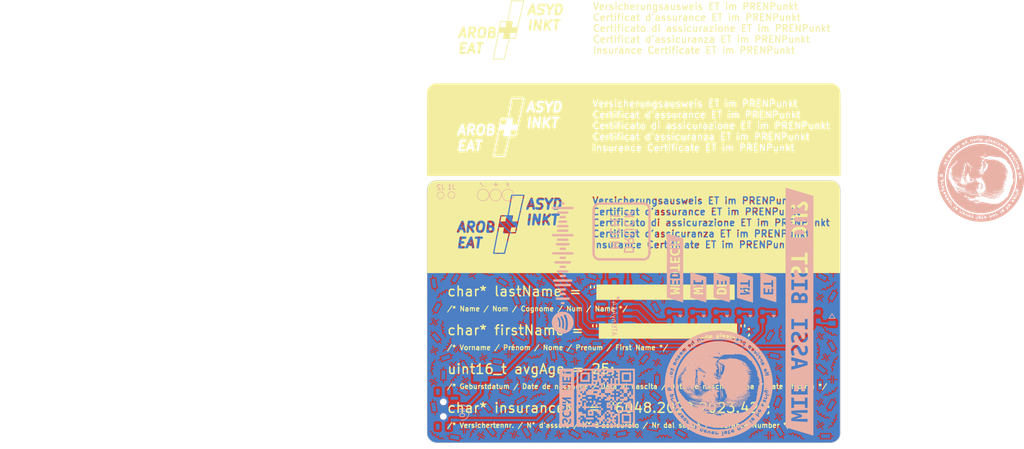
<source format=kicad_pcb>
(kicad_pcb (version 20221018) (generator pcbnew)
  (layers (0 "F.Cu" signal) (31 "B.Cu" signal) (34 "B.Paste" user) (35 "F.Paste" user) (36 "B.SilkS" user "B.Silkscreen") (37 "F.SilkS" user "F.Silkscreen") (38 "B.Mask" user) (39 "F.Mask" user) (44 "Edge.Cuts" user))
  (net 0 "")
  (net 1 "GND")
  (net 2 "VCC")
  (net 3 "/Cap_Pad")
  (net 4 "Net-(BT1-+)")
  (net 5 "Net-(J1-Pin_1)")
  (net 6 "Net-(J2-Pin_1)")
  (net 7 "/LED 1")
  (net 8 "/LED IR")
  (net 9 "/LED 3")
  (net 10 "/Cap_Pad {slash} ADC1")
  (net 11 "/LED 4")
  (net 12 "/LED 5")
  (net 13 "/LED 2")
  (net 14 "/UPDI {slash} RESET")
  (net 16 "Net-(D1-A)")
  (net 17 "Net-(D2-A)")
  (net 18 "Net-(D3-A)")
  (net 19 "Net-(D4-A)")
  (net 20 "Net-(D5-A)")
  (net 21 "Net-(D6-A)")
  (footprint "LOGO" (layer "F.Cu") (at 142.5 69.5)
    (fp_text reference "G***" hide)
    (fp_text value "LOGO" hide)
  )
  (footprint "LOGO" (layer "F.Cu") (at 142.5 89.5)
    (fp_text reference "G***" hide)
    (fp_text value "LOGO" hide)
  )
  (footprint "easyeda2kicad:LED0603-RD_RED" (layer "B.Cu") (at 166.5 108 90)
    (fp_text reference "D3" hide)
    (fp_text value "LED_Red")
  )
  (footprint "TestPoint:TestPoint_Pad_D1.0mm" (layer "B.Cu") (at 105 83 180)
    (fp_text reference "J1")
    (fp_text value "PB0")
  )
  (footprint "TestPoint:TestPoint_Pad_D2.0mm" (layer "B.Cu") (at 114.08 83 180)
    (fp_text reference "J6" hide)
    (fp_text value "EXTCLK")
  )
  (footprint "TestPoint:TestPoint_Pad_4.0x4.0mm" (layer "B.Cu") (at 140 90.5 180)
    (fp_text reference "TP1" hide)
    (fp_text value "Capacitive Pad" hide)
  )
  (footprint "kibuzzard-642F12E3" (layer "B.Cu") (at 160.6 102 90)
    (fp_text reference "kibuzzard-642F12E3" hide)
    (fp_text value "G***" hide)
  )
  (footprint "Resistor_SMD:R_0603_1608Metric_Pad0.98x0.95mm_HandSolder" (layer "B.Cu") (at 180.5 108 90)
    (fp_text reference "R1" hide)
    (fp_text value "590")
  )
  (footprint "kibuzzard-642F12C7" (layer "B.Cu") (at 170.2 102 90)
    (fp_text reference "kibuzzard-642F12C7" hide)
    (fp_text value "G***" hide)
  )
  (footprint "easyeda2kicad:BAT-SMD_CR2032-3V" (layer "B.Cu") (at 111 108 180)
    (fp_text reference "BT1" hide)
    (fp_text value "3V" hide)
  )
  (footprint "easyeda2kicad:LED-SMD_L3.2-W2.1-R-FD" (layer "B.Cu") (at 183.3 108 90)
    (fp_text reference "D1" hide)
    (fp_text value "LED_Ir")
  )
  (footprint "TestPoint:TestPoint_Pad_D2.0mm" (layer "B.Cu") (at 116.62 83 180)
    (fp_text reference "J5" hide)
    (fp_text value "EXTCLK")
  )
  (footprint "kibuzzard-642F12D5" (layer "B.Cu") (at 165.4 102 90)
    (fp_text reference "kibuzzard-642F12D5" hide)
    (fp_text value "G***" hide)
  )
  (footprint "kibuzzard-64480F6A" (layer "B.Cu") (at 128.725 124.75 90)
    (fp_text reference "kibuzzard-64480F6A" hide)
    (fp_text value "G***" hide)
  )
  (footprint "Resistor_SMD:R_0603_1608Metric_Pad0.98x0.95mm_HandSolder" (layer "B.Cu") (at 149.8 108 -90)
    (fp_text reference "R7" hide)
    (fp_text value "590")
  )
  (footprint "easyeda2kicad:SW-TH_MSK12C02" (layer "B.Cu") (at 103.8975 127.1 90)
    (fp_text reference "SW1" hide)
    (fp_text value "ON/OFF")
  )
  (footprint "TestPoint:TestPoint_Pad_D1.0mm" (layer "B.Cu") (at 102.8 83.05 180)
    (fp_text reference "J2")
    (fp_text value "PB1")
  )
  (footprint "LOGO" (layer "B.Cu") (at 136.75 124.75 180)
    (fp_text reference "G***" hide)
    (fp_text value "LOGO1" hide)
  )
  (footprint "Resistor_SMD:R_0603_1608Metric_Pad0.98x0.95mm_HandSolder" (layer "B.Cu") (at 169 108 -90)
    (fp_text reference "R2" hide)
    (fp_text value "590")
  )
  (footprint "LOGO" (layer "B.Cu") (at 213.91 79.61 80)
    (fp_text reference "G***" hide)
    (fp_text value "LOGO1" hide)
  )
  (footprint "LOGO" (layer "B.Cu") (at 127.9 98 90)
    (fp_text reference "G***" hide)
    (fp_text value "LOGO" hide)
  )
  (footprint "easyeda2kicad:LED0603-RD_RED" (layer "B.Cu") (at 161.7 108 90)
    (fp_text reference "D4" hide)
    (fp_text value "LED_Red")
  )
  (footprint "Resistor_SMD:R_0603_1608Metric_Pad0.98x0.95mm_HandSolder" (layer "B.Cu") (at 154.6 108 -90)
    (fp_text reference "R6" hide)
    (fp_text value "590")
  )
  (footprint "Resistor_SMD:R_0603_1608Metric_Pad0.98x0.95mm_HandSolder" (layer "B.Cu") (at 137.6 101 180)
    (fp_text reference "R5" hide)
    (fp_text value "220")
  )
  (footprint "easyeda2kicad:LED0603-RD_RED" (layer "B.Cu") (at 152.08 108 90)
    (fp_text reference "D6" hide)
    (fp_text value "LED_Red")
  )
  (footprint "LOGO" (layer "B.Cu") (at 160 122 90)
    (fp_text reference "G***" hide)
    (fp_text value "LOGO" hide)
  )
  (footprint "kibuzzard-642F1300" (layer "B.Cu") (at 151 98 90)
    (fp_text reference "kibuzzard-642F1300" hide)
    (fp_text value "G***" hide)
  )
  (footprint "easyeda2kicad:LED0603-RD_RED" (layer "B.Cu") (at 171.3 108 90)
    (fp_text reference "D2" hide)
    (fp_text value "LED_Red")
  )
  (footprint "TestPoint:TestPoint_Pad_D2.0mm" (layer "B.Cu") (at 111.54 83 180)
    (fp_text reference "J3" hide)
    (fp_text value "UPDI / RESET")
  )
  (footprint "easyeda2kicad:SOIC-14_L8.7-W3.9-P1.27-LS6.0-BL" (layer "B.Cu") (at 138.525 108 -90)
    (fp_text reference "U1" hide)
    (fp_text value "ATtiny414-SS")
  )
  (footprint "easyeda2kicad:LED0603-RD_RED" (layer "B.Cu") (at 156.9 108 90)
    (fp_text reference "D5" hide)
    (fp_text value "LED_Red")
  )
  (footprint "kibuzzard-642F12EF" (layer "B.Cu") (at 155.8 102 90)
    (fp_text reference "kibuzzard-642F12EF" hide)
    (fp_text value "G***" hide)
  )
  (footprint "kibuzzard-642F1274" (layer "B.Cu") (at 176.6 107 90)
    (fp_text reference "kibuzzard-642F1274" hide)
    (fp_text value "G***" hide)
  )
  (footprint "easyeda2kicad:C0603" (layer "B.Cu") (at 142 101)
    (fp_text reference "C1" hide)
    (fp_text value "100nF")
  )
  (footprint "Resistor_SMD:R_0603_1608Metric_Pad0.98x0.95mm_HandSolder" (layer "B.Cu") (at 159.4 108 90)
    (fp_text reference "R4" hide)
    (fp_text value "590")
  )
  (footprint "Resistor_SMD:R_0603_1608Metric_Pad0.98x0.95mm_HandSolder" (layer "B.Cu") (at 164.2 108 90)
    (fp_text reference "R3" hide)
    (fp_text value "590")
  )
  (gr_arc (start 145.75 95) (mid 145.383883 95.883883) (end 144.5 96.25) (stroke (width 0.5)) (layer "B.SilkS"))
  (gr_line (start 134.25 86) (end 134.25 95) (stroke (width 0.5)) (layer "B.SilkS"))
  (gr_line (start 116.38 80.8) (end 116.78 81.2) (stroke (width 0.15)) (layer "B.SilkS"))
  (gr_line (start 111.5 81.2) (end 110.9 80.4) (stroke (width 0.15)) (layer "B.SilkS"))
  (gr_line (start 113.72 80.8) (end 114.12 80.8) (stroke (width 0.15)) (layer "B.SilkS"))
  (gr_line (start 116.78 80.8) (end 116.38 80.8) (stroke (width 0.15)) (layer "B.SilkS"))
  (gr_line (start 114.12 80.4) (end 114.12 80.8) (stroke (width 0.15)) (layer "B.SilkS"))
  (gr_line (start 135.5 96.25) (end 144.5 96.25) (stroke (width 0.5)) (layer "B.SilkS"))
  (gr_line (start 145.75 95) (end 145.75 86) (stroke (width 0.5)) (layer "B.SilkS"))
  (gr_line (start 114.12 81.2) (end 114.12 81.2) (stroke (width 0.15)) (layer "B.SilkS"))
  (gr_line (start 114.32 81) (end 113.92 81) (stroke (width 0.15)) (layer "B.SilkS"))
  (gr_line (start 111.8 81.2) (end 111.8 81.2) (stroke (width 0.15)) (layer "B.SilkS"))
  (gr_arc (start 134.25 86) (mid 134.616117 85.116117) (end 135.5 84.75) (stroke (width 0.5)) (layer "B.SilkS"))
  (gr_line (start 114.52 80.8) (end 114.12 80.8) (stroke (width 0.15)) (layer "B.SilkS"))
  (gr_line (start 114.12 80.8) (end 114.52 80.8) (stroke (width 0.15)) (layer "B.SilkS"))
  (gr_line (start 144.5 84.75) (end 135.5 84.75) (stroke (width 0.5)) (layer "B.SilkS"))
  (gr_arc (start 144.5 84.75) (mid 145.383883 85.116117) (end 145.75 86) (stroke (width 0.5)) (layer "B.SilkS"))
  (gr_line (start 182.7 108.4) (end 183.3 107.4) (stroke (width 0.15)) (layer "B.SilkS"))
  (gr_arc (start 135.5 96.25) (mid 134.616117 95.883883) (end 134.25 95) (stroke (width 0.5)) (layer "B.SilkS"))
  (gr_arc (start 107.04 126.248842) (mid 108.652318 127.800022) (end 107.039955 129.351158) (stroke (width 0.15)) (layer "B.SilkS"))
  (gr_line (start 183.3 107.4) (end 183.9 108.4) (stroke (width 0.15)) (layer "B.SilkS"))
  (gr_line (start 116.38 80.4) (end 116.78 80.8) (stroke (width 0.15)) (layer "B.SilkS"))
  (gr_line (start 183.9 108.4) (end 182.7 108.4) (stroke (width 0.15)) (layer "B.SilkS"))
  (gr_line (start 116.8375 47.3625) (end 116.2 50.7) (stroke (width 0.15)) (layer "F.SilkS"))
  (gr_line (start 116.4375 47.3625) (end 115.8 50.7) (stroke (width 0.15)) (layer "F.SilkS"))
  (gr_line (start 116.625 47.25) (end 115.125 47.25) (stroke (width 0.15)) (layer "F.SilkS"))
  (gr_line (start 117.4375 47.3625) (end 116.8 50.7) (stroke (width 0.15)) (layer "F.SilkS"))
  (gr_line (start 114.8 49.4) (end 118.4 49.4) (stroke (width 0.15)) (layer "F.SilkS"))
  (gr_line (start 115.925 49.525) (end 115.675 50.75) (stroke (width 0.15)) (layer "F.SilkS"))
  (gr_line (start 117.2375 47.3625) (end 116.6 50.7) (stroke (width 0.15)) (layer "F.SilkS"))
  (gr_line (start 117.55 47.25) (end 116.425 47.25) (stroke (width 0.15)) (layer "F.SilkS"))
  (gr_line (start 118.125 50.75) (end 119.875 43) (stroke (width 0.15)) (layer "F.SilkS"))
  (gr_line (start 115.875 55) (end 116.875 50.75) (stroke (width 0.15)) (layer "F.SilkS"))
  (gr_line (start 117.0375 47.3625) (end 116.4 50.7) (stroke (width 0.15)) (layer "F.SilkS"))
  (gr_line (start 117.55 47.275) (end 116.875 50.75) (stroke (width 0.15)) (layer "F.SilkS"))
  (gr_line (start 114.9 48.9) (end 118.5 48.9) (stroke (width 0.15)) (layer "F.SilkS"))
  (gr_line (start 114.8 49.1) (end 118.4 49.1) (stroke (width 0.15)) (layer "F.SilkS"))
  (gr_line (start 117.3 48.525) (end 117.55 47.275) (stroke (width 0.15)) (layer "F.SilkS"))
  (gr_line (start 118.625 48.525) (end 117.3 48.525) (stroke (width 0.15)) (layer "F.SilkS"))
  (gr_line (start 116.875 50.75) (end 118.125 50.75) (stroke (width 0.15)) (layer "F.SilkS"))
  (gr_line (start 114.8 49) (end 118.5 49) (stroke (width 0.15)) (layer "F.SilkS"))
  (gr_line (start 114.8 49.2) (end 118.4 49.2) (stroke (width 0.15)) (layer "F.SilkS"))
  (gr_line (start 116.425 47.275) (end 116.175 48.525) (stroke (width 0.15)) (layer "F.SilkS"))
  (gr_line (start 117.175 49.525) (end 118.375 49.525) (stroke (width 0.15)) (layer "F.SilkS"))
  (gr_line (start 116.875 50.75) (end 117.15 49.525) (stroke (width 0.15)) (layer "F.SilkS"))
  (gr_line (start 117.375 43) (end 116.625 47.25) (stroke (width 0.15)) (layer "F.SilkS"))
  (gr_line (start 116.5375 47.3625) (end 115.9 50.7) (stroke (width 0.15)) (layer "F.SilkS"))
  (gr_line (start 114.725 49.525) (end 115.925 49.525) (stroke (width 0.15)) (layer "F.SilkS"))
  (gr_line (start 114.9 48.7) (end 118.5 48.7) (stroke (width 0.15)) (layer "F.SilkS"))
  (gr_line (start 115.125 47.25) (end 113.625 55) (stroke (width 0.15)) (layer "F.SilkS"))
  (gr_line (start 115.675 50.75) (end 116.925 50.75) (stroke (width 0.15)) (layer "F.SilkS"))
  (gr_line (start 116.9375 47.3625) (end 116.3 50.7) (stroke (width 0.15)) (layer "F.SilkS"))
  (gr_line (start 119.875 43) (end 117.375 43) (stroke (width 0.15)) (layer "F.SilkS"))
  (gr_line (start 116.6375 47.3625) (end 116 50.7) (stroke (width 0.15)) (layer "F.SilkS"))
  (gr_line (start 114.8 49.3) (end 118.4 49.3) (stroke (width 0.15)) (layer "F.SilkS"))
  (gr_line (start 113.625 55) (end 115.875 55) (stroke (width 0.15)) (layer "F.SilkS"))
  (gr_poly (pts (xy 135.4 109.5) (xy 163.7 109.5) (xy 163.7 112.5) (xy 135.4 112.5)) (stroke (width 0.15)) (fill solid) (layer "F.SilkS"))
  (gr_poly (pts (xy 134.9 101.5) (xy 163.2 101.5) (xy 163.2 104.5) (xy 134.9 104.5)) (stroke (width 0.15)) (fill solid) (layer "F.SilkS"))
  (gr_line (start 116.175 48.525) (end 114.925 48.525) (stroke (width 0.15)) (layer "F.SilkS"))
  (gr_line (start 117.1375 47.3625) (end 116.5 50.7) (stroke (width 0.15)) (layer "F.SilkS"))
  (gr_line (start 114.9 48.8) (end 118.5 48.8) (stroke (width 0.15)) (layer "F.SilkS"))
  (gr_line (start 116.7375 47.3625) (end 116.1 50.7) (stroke (width 0.15)) (layer "F.SilkS"))
  (gr_line (start 117.3375 47.3625) (end 116.7 50.7) (stroke (width 0.15)) (layer "F.SilkS"))
  (gr_line (start 114.9 48.6) (end 118.6 48.6) (stroke (width 0.15)) (layer "F.SilkS"))
  (gr_arc (start 100 82) (mid 100.585786 80.585786) (end 102 80) (stroke (width 0.1)) (layer "Edge.Cuts"))
  (gr_line (start 185 82) (end 185 132) (stroke (width 0.1)) (layer "Edge.Cuts"))
  (gr_arc (start 185 132) (mid 184.414214 133.414214) (end 183 134) (stroke (width 0.1)) (layer "Edge.Cuts"))
  (gr_arc (start 102 134) (mid 100.585786 133.414214) (end 100 132) (stroke (width 0.1)) (layer "Edge.Cuts"))
  (gr_line (start 102 80) (end 183 80) (stroke (width 0.1)) (layer "Edge.Cuts"))
  (gr_line (start 183 134) (end 102 134) (stroke (width 0.1)) (layer "Edge.Cuts"))
  (gr_line (start 100 132) (end 100 82) (stroke (width 0.1)) (layer "Edge.Cuts"))
  (gr_arc (start 183 80) (mid 184.414214 80.585786) (end 185 82) (stroke (width 0.1)) (layer "Edge.Cuts"))
  (gr_text "DRÜCK\nMICH!" (at 137.5 90.6 270) (layer "B.SilkS") (effects (font (size 1.8 1.8) (thickness 0.3)) (justify bottom mirror)))
  (gr_text "ATtiny414" (at 137.9 112.1 -90) (layer "B.SilkS") (effects (font (size 1 1)) (justify left bottom mirror)))
  (gr_text "ON" (at 106.6 127.8 270) (layer "B.SilkS") (effects (font (size 1 1)) (justify bottom mirror)))
  (gr_text "uint16_t avgAge = 25;" (at 104 120) (layer "F.SilkS") (effects (font (size 2 2) (thickness 0.3)) (justify left bottom)))
  (gr_text "char* lastName = {dblquote}                   {dblquote};" (at 104 104) (layer "F.SilkS") (effects (font (size 2 2) (thickness 0.3)) (justify left bottom)))
  (gr_text "/* Vorname / Prénom / Nome / Prenum / First Name */" (at 104 115) (layer "F.SilkS") (effects (font (size 1 1) (thickness 0.2)) (justify left bottom)))
  (gr_text "ASYD\nINKT" (at 120.375 49.25) (layer "F.SilkS") (effects (font (size 2 2) (thickness 0.4) bold italic) (justify left bottom)))
  (gr_text "/* Versichertennr. / N° d'assuré / N° d'assicurato / Nr dal segirà / Insurance Number */" (at 104 131) (layer "F.SilkS") (effects (font (size 1 1) (thickness 0.2)) (justify left bottom)))
  (gr_text "char* insuranceNr = {dblquote}6048.2020.2023.42{dblquote};" (at 104 128) (layer "F.SilkS") (effects (font (size 2 2) (thickness 0.3)) (justify left bottom)))
  (gr_text "/* Name / Nom / Cognome / Num / Name */" (at 104 107) (layer "F.SilkS") (effects (font (size 1 1) (thickness 0.2)) (justify left bottom)))
  (gr_text "Versicherungsausweis ET im PRENPunkt\nCertificat d'assurance ET im PRENPunkt\nCertificato di assicurazione ET im PRENPunkt\nCertificat d'assicuranza ET im PRENPunkt\nInsurance Certificate ET im PRENPunkt" (at 134 54) (layer "F.SilkS") (effects (font (size 1.4 1.4) (thickness 0.2)) (justify left bottom)))
  (gr_text "AROB\nEAT" (at 106.125 54) (layer "F.SilkS") (effects (font (size 2 2) (thickness 0.4) bold italic) (justify left bottom)))
  (gr_text "/* Geburstdatum / Date de nassance / Data di nascita / Data de naschientscha / Date of birth */" (at 104 123) (layer "F.SilkS") (effects (font (size 1 1) (thickness 0.2) bold) (justify left bottom)))
  (gr_text "char* firstName = {dblquote}                   {dblquote};" (at 104 112) (layer "F.SilkS") (effects (font (size 2 2) (thickness 0.3)) (justify left bottom)))
  (segment (start 183.1 106.8) (end 183.3 106.6) (width 0.4) (layer "B.Cu") (net 1))
  (segment (start 148 96.2) (end 148 84) (width 0.4) (layer "B.Cu") (net 2))
  (segment (start 141.3 101) (end 141.3 98.7) (width 0.4) (layer "B.Cu") (net 2))
  (segment (start 139.1 105.585) (end 140.495 104.19) (width 0.4) (layer "B.Cu") (net 2))
  (segment (start 141.3 104.185) (end 141.295 104.19) (width 0.4) (layer "B.Cu") (net 2))
  (segment (start 141.3 101) (end 141.3 104.185) (width 0.4) (layer "B.Cu") (net 2))
  (segment (start 147 83) (end 116.62 83) (width 0.4) (layer "B.Cu") (net 2))
  (segment (start 148 84) (end 147 83) (width 0.4) (layer "B.Cu") (net 2))
  (segment (start 141.3 98.7) (end 142 98) (width 0.4) (layer "B.Cu") (net 2))
  (segment (start 146.2 98) (end 148 96.2) (width 0.4) (layer "B.Cu") (net 2))
  (segment (start 139.1 112.8) (end 139.1 105.585) (width 0.4) (layer "B.Cu") (net 2))
  (segment (start 142 98) (end 146.2 98) (width 0.4) (layer "B.Cu") (net 2))
  (segment (start 105.5975 129.35) (end 122.55 129.35) (width 0.4) (layer "B.Cu") (net 2))
  (segment (start 122.55 129.35) (end 139.1 112.8) (width 0.4) (layer "B.Cu") (net 2))
  (segment (start 140.495 104.19) (end 141.295 104.19) (width 0.4) (layer "B.Cu") (net 2))
  (segment (start 136.7 91.8) (end 138 90.5) (width 0.25) (layer "B.Cu") (net 3))
  (segment (start 138 90.5) (end 140 90.5) (width 0.25) (layer "B.Cu") (net 3))
  (segment (start 136.6875 101) (end 136.7 100.9875) (width 0.25) (layer "B.Cu") (net 3))
  (segment (start 136.7 100.9875) (end 136.7 91.8) (width 0.25) (layer "B.Cu") (net 3))
  (segment (start 121.75 113.75) (end 115.4 120.1) (width 0.4) (layer "B.Cu") (net 4))
  (segment (start 108.45 126.35) (end 105.5975 126.35) (width 0.4) (layer "B.Cu") (net 4))
  (segment (start 121.75 102.25) (end 121.75 113.75) (width 0.4) (layer "B.Cu") (net 4))
  (segment (start 115.4 120.1) (end 111.2 120.1) (width 0.4) (layer "B.Cu") (net 4))
  (segment (start 111.2 120.1) (end 111 119.9) (width 0.4) (layer "B.Cu") (net 4))
  (segment (start 111.1 96) (end 115.5 96) (width 0.4) (layer "B.Cu") (net 4))
  (segment (start 111 119.9) (end 111 123.8) (width 0.4) (layer "B.Cu") (net 4))
  (segment (start 115.5 96) (end 121.75 102.25) (width 0.4) (layer "B.Cu") (net 4))
  (segment (start 111 96.1) (end 111.1 96) (width 0.4) (layer "B.Cu") (net 4))
  (segment (start 111 123.8) (end 108.45 126.35) (width 0.4) (layer "B.Cu") (net 4))
  (segment (start 107.9 86.7) (end 113.1 86.7) (width 0.25) (layer "B.Cu") (net 5))
  (segment (start 105 83.8) (end 107.9 86.7) (width 0.25) (layer "B.Cu") (net 5))
  (segment (start 105 83) (end 105 83.8) (width 0.25) (layer "B.Cu") (net 5))
  (segment (start 133.34 110.54) (end 136.05 110.54) (width 0.25) (layer "B.Cu") (net 5))
  (segment (start 132 105.6) (end 132 109.2) (width 0.25) (layer "B.Cu") (net 5))
  (segment (start 132 109.2) (end 133.34 110.54) (width 0.25) (layer "B.Cu") (net 5))
  (segment (start 113.1 86.7) (end 132 105.6) (width 0.25) (layer "B.Cu") (net 5))
  (segment (start 131 109.9) (end 132.91 111.81) (width 0.25) (layer "B.Cu") (net 6))
  (segment (start 102.8 83.05) (end 102.8 83.6) (width 0.25) (layer "B.Cu") (net 6))
  (segment (start 112.6 87.6) (end 131 106) (width 0.25) (layer "B.Cu") (net 6))
  (segment (start 106.8 87.6) (end 112.6 87.6) (width 0.25) (layer "B.Cu") (net 6))
  (segment (start 131 106) (end 131 109.9) (width 0.25) (layer "B.Cu") (net 6))
  (segment (start 132.91 111.81) (end 136.05 111.81) (width 0.25) (layer "B.Cu") (net 6))
  (segment (start 102.8 83.6) (end 106.8 87.6) (width 0.25) (layer "B.Cu") (net 6))
  (segment (start 166.6 113.6) (end 169 111.2) (width 0.25) (layer "B.Cu") (net 7))
  (segment (start 142.54 110.54) (end 145.6 113.6) (width 0.25) (layer "B.Cu") (net 7))
  (segment (start 145.6 113.6) (end 166.6 113.6) (width 0.25) (layer "B.Cu") (net 7))
  (segment (start 141 110.54) (end 142.54 110.54) (width 0.25) (layer "B.Cu") (net 7))
  (segment (start 169 111.2) (end 169 109) (width 0.25) (layer "B.Cu") (net 7))
  (segment (start 179.4 107.6) (end 179.9125 107.0875) (width 0.25) (layer "B.Cu") (net 8))
  (segment (start 179.9125 107.0875) (end 180.5 107.0875) (width 0.25) (layer "B.Cu") (net 8))
  (segment (start 141 111.81) (end 142.31 111.81) (width 0.25) (layer "B.Cu") (net 8))
  (segment (start 179.4 110.1) (end 179.4 107.6) (width 0.25) (layer "B.Cu") (net 8))
  (segment (start 175.1 114.4) (end 179.4 110.1) (width 0.25) (layer "B.Cu") (net 8))
  (segment (start 144.9 114.4) (end 175.1 114.4) (width 0.25) (layer "B.Cu") (net 8))
  (segment (start 142.31 111.81) (end 144.9 114.4) (width 0.25) (layer "B.Cu") (net 8))
  (segment (start 143 108) (end 147 112) (width 0.25) (layer "B.Cu") (net 9))
  (segment (start 159.4 110.5) (end 159.4 109) (width 0.25) (layer "B.Cu") (net 9))
  (segment (start 141 108) (end 143 108) (width 0.25) (layer "B.Cu") (net 9))
  (segment (start 147 112) (end 157.9 112) (width 0.25) (layer "B.Cu") (net 9))
  (segment (start 157.9 112) (end 159.4 110.5) (width 0.25) (layer "B.Cu") (net 9))
  (segment (start 137.6 108) (end 138.3 107.3) (width 0.25) (layer "B.Cu") (net 10))
  (segment (start 138.3 107.3) (end 138.3 101.2125) (width 0.25) (layer "B.Cu") (net 10))
  (segment (start 138.3 101.2125) (end 138.5125 101) (width 0.25) (layer "B.Cu") (net 10))
  (segment (start 136.05 108) (end 137.6 108) (width 0.25) (layer "B.Cu") (net 10))
  (segment (start 138.1 101) (end 138.5125 101) (width 0.25) (layer "B.Cu") (net 10))
  (segment (start 153.7 111.2) (end 154.6 110.3) (width 0.25) (layer "B.Cu") (net 11))
  (segment (start 154.6 110.3) (end 154.6 109) (width 0.25) (layer "B.Cu") (net 11))
  (segment (start 141 106.73) (end 143.28 106.73) (width 0.25) (layer "B.Cu") (net 11))
  (segment (start 143.28 106.73) (end 147.75 111.2) (width 0.25) (layer "B.Cu") (net 11))
  (segment (start 147.75 111.2) (end 153.7 111.2) (width 0.25) (layer "B.Cu") (net 11))
  (segment (start 147.25 109) (end 149.8 109) (width 0.25) (layer "B.Cu") (net 12))
  (segment (start 141 105.46) (end 143.71 105.46) (width 0.25) (layer "B.Cu") (net 12))
  (segment (start 143.71 105.46) (end 147.25 109) (width 0.25) (layer "B.Cu") (net 12))
  (segment (start 162.5 112.8) (end 164.2 111.1) (width 0.25) (layer "B.Cu") (net 13))
  (segment (start 146.3 112.8) (end 162.5 112.8) (width 0.25) (layer "B.Cu") (net 13))
  (segment (start 141 109.27) (end 142.77 109.27) (width 0.25) (layer "B.Cu") (net 13))
  (segment (start 142.77 109.27) (end 146.3 112.8) (width 0.25) (layer "B.Cu") (net 13))
  (segment (start 164.2 111.1) (end 164.2 109) (width 0.25) (layer "B.Cu") (net 13))
  (segment (start 136.05 109.27) (end 133.67 109.27) (width 0.25) (layer "B.Cu") (net 14))
  (segment (start 133 105.25) (end 111.54 83.79) (width 0.25) (layer "B.Cu") (net 14))
  (segment (start 111.54 83.79) (end 111.54 83) (width 0.25) (layer "B.Cu") (net 14))
  (segment (start 133.67 109.27) (end 133 108.6) (width 0.25) (layer "B.Cu") (net 14))
  (segment (start 133 108.6) (end 133 105.25) (width 0.25) (layer "B.Cu") (net 14))
  (segment (start 183.3 109.4) (end 180.9875 109.4) (width 0.4) (layer "B.Cu") (net 16))
  (segment (start 180.9875 109.4) (end 180.5 108.9125) (width 0.4) (layer "B.Cu") (net 16))
  (segment (start 169 107) (end 171.0875 107) (width 0.4) (layer "B.Cu") (net 17))
  (segment (start 171.0875 107) (end 171.3 107.2125) (width 0.4) (layer "B.Cu") (net 17))
  (segment (start 166.2875 107) (end 166.5 107.2125) (width 0.4) (layer "B.Cu") (net 18))
  (segment (start 164.2 107) (end 166.2875 107) (width 0.4) (layer "B.Cu") (net 18))
  (segment (start 161.4875 107) (end 161.7 107.2125) (width 0.4) (layer "B.Cu") (net 19))
  (segment (start 159.4 107) (end 161.4875 107) (width 0.4) (layer "B.Cu") (net 19))
  (segment (start 154.6 107) (end 156.6875 107) (width 0.4) (layer "B.Cu") (net 20))
  (segment (start 156.6875 107) (end 156.9 107.2125) (width 0.4) (layer "B.Cu") (net 20))
  (segment (start 151.8675 107) (end 152.08 107.2125) (width 0.4) (layer "B.Cu") (net 21))
  (segment (start 149.8 107) (end 151.8675 107) (width 0.4) (layer "B.Cu") (net 21))
  (zone (net 0) (net_name "") (layer "F.Cu") (priority 1) (connect_pads (clearance 0.5)) (min_thickness 0.25) (fill yes (thermal_gap 0.5) (thermal_bridge_width 0.5) (island_removal_mode 1) (island_area_min 10))
    (polygon (pts (xy 99 79) (xy 99 135.1) (xy 186 135.1) (xy 186 79)))
  )
  (zone (net 0) (net_name "") (layer "B.Cu") (connect_pads yes (clearance 0)) (min_thickness 0.2)
    (keepout (tracks not_allowed) (vias not_allowed) (pads not_allowed) (copperpour not_allowed) (footprints allowed))
    (fill (thermal_gap 0.5) (thermal_bridge_width 0.5) (island_removal_mode 1) (island_area_min 10))
    (polygon (pts (xy 159.25 88.03) (xy 159.78 88.03) (xy 159.78 88.56) (xy 162.12 88.56) (xy 162.12 88.03) (xy 162.65 88.03) (xy 162.65 87.81) (xy 162.12 87.81) (xy 162.12 87.28) (xy 159.78 87.28) (xy 159.78 87.81) (xy 160 87.81) (xy 160 87.5) (xy 161.9 87.5) (xy 161.9 88.34) (xy 160 88.34) (xy 160 87.81) (xy 159.25 87.81)))
  )
  (zone (net 0) (net_name "") (layer "B.Cu") (connect_pads yes (clearance 0)) (min_thickness 0.2)
    (keepout (tracks not_allowed) (vias not_allowed) (pads not_allowed) (copperpour not_allowed) (footprints allowed))
    (fill (thermal_gap 0.5) (thermal_bridge_width 0.5) (island_removal_mode 1) (island_area_min 10))
    (polygon (pts (xy 180.93 123.85) (xy 180.93 123.32) (xy 181.46 123.32) (xy 181.46 120.98) (xy 180.93 120.98) (xy 180.93 120.45) (xy 180.71 120.45) (xy 180.71 120.98) (xy 180.18 120.98) (xy 180.18 123.32) (xy 180.71 123.32) (xy 180.71 123.1) (xy 180.4 123.1) (xy 180.4 121.2) (xy 181.24 121.2) (xy 181.24 123.1) (xy 180.71 123.1) (xy 180.71 123.85)))
  )
  (zone (net 0) (net_name "") (layer "B.Cu") (connect_pads yes (clearance 0)) (min_thickness 0.2)
    (keepout (tracks not_allowed) (vias not_allowed) (pads not_allowed) (copperpour not_allowed) (footprints allowed))
    (fill (thermal_gap 0.5) (thermal_bridge_width 0.5) (island_removal_mode 1) (island_area_min 10))
    (polygon (pts (xy 132.956292 89.929167) (xy 132.739637 89.890966) (xy 132.611136 90.619724) (xy 131.882378 90.491224) (xy 131.844173 90.707881) (xy 132.681262 90.855483) (xy 132.646532 91.052444) (xy 131.809445 90.904844) (xy 131.771241 91.1215) (xy 132.5 91.25) (xy 132.3715 91.978757) (xy 132.58816 92.016957) (xy 132.716657 91.288208) (xy 133.445416 91.416703) (xy 133.48362 91.200047) (xy 132.646532 91.052444) (xy 132.681262 90.855483) (xy 133.518349 91.003081) (xy 133.55655 90.786426) (xy 132.827793 90.657924)))
  )
  (zone (net 0) (net_name "") (layer "B.Cu") (connect_pads yes (clearance 0)) (min_thickness 0.2)
    (keepout (tracks not_allowed) (vias not_allowed) (pads not_allowed) (copperpour not_allowed) (footprints allowed))
    (fill (thermal_gap 0.5) (thermal_bridge_width 0.5) (island_removal_mode 1) (island_area_min 10))
    (polygon (pts (xy 173.240859 83.43) (xy 173.130859 83.239474) (xy 172.49 83.609474) (xy 172.12 82.968616) (xy 171.929475 83.078616) (xy 172.354475 83.814737) (xy 172.18127 83.914737) (xy 171.75627 83.178616) (xy 171.565744 83.288616) (xy 171.935744 83.929474) (xy 171.294885 84.299474) (xy 171.404885 84.49) (xy 172.045744 84.12) (xy 172.415744 84.760859) (xy 172.60627 84.650858) (xy 172.18127 83.914737) (xy 172.354475 83.814737) (xy 172.779475 84.550859) (xy 172.97 84.440859) (xy 172.6 83.8)))
  )
  (zone (net 0) (net_name "") (layer "B.Cu") (connect_pads yes (clearance 0)) (min_thickness 0.2)
    (keepout (tracks not_allowed) (vias not_allowed) (pads not_allowed) (copperpour not_allowed) (footprints allowed))
    (fill (thermal_gap 0.5) (thermal_bridge_width 0.5) (island_removal_mode 1) (island_area_min 10))
    (polygon (pts (xy 120.735 117.368829) (xy 120.328997 117.709506) (xy 119.988319 117.303503) (xy 118.195774 118.807625) (xy 118.536453 119.213629) (xy 118.130449 119.554306) (xy 118.271863 119.722837) (xy 118.677866 119.382159) (xy 119.018544 119.788162) (xy 120.811088 118.284041) (xy 120.47041 117.878035) (xy 120.30188 118.019449) (xy 120.501145 118.256923) (xy 119.045661 119.47822) (xy 118.505718 118.834742) (xy 119.961203 117.613447) (xy 120.30188 118.019449) (xy 120.876413 117.537358)))
  )
  (zone (net 0) (net_name "") (layer "B.Cu") (connect_pads yes (clearance 0)) (min_thickness 0.2)
    (keepout (tracks not_allowed) (vias not_allowed) (pads not_allowed) (copperpour not_allowed) (footprints allowed))
    (fill (thermal_gap 0.5) (thermal_bridge_width 0.5) (island_removal_mode 1) (island_area_min 10))
    (polygon (pts (xy 182.509475 97.734486) (xy 182.700001 97.844486) (xy 183.075001 97.194967) (xy 183.04902 97.179967) (xy 182.941436 97.106308) (xy 182.873494 97.043986) (xy 182.848853 97.006666) (xy 182.820552 96.955685) (xy 182.805911 96.901044) (xy 182.80359 96.865063) (xy 182.80493 96.842743) (xy 182.81127 96.811762) (xy 182.83627 96.768461) (xy 182.86493 96.73882) (xy 182.90225 96.714179) (xy 182.943231 96.703198) (xy 183.020193 96.689897) (xy 183.064834 96.692576) (xy 183.118135 96.700256) (xy 183.188757 96.717935) (xy 183.245719 96.739275) (xy 183.320001 96.770615) (xy 183.430001 96.580089) (xy 183.40402 96.565089) (xy 183.339738 96.516429) (xy 183.301437 96.482769) (xy 183.250815 96.430448) (xy 183.205193 96.369467) (xy 183.173231 96.304826) (xy 183.16359 96.241525) (xy 183.17127 96.188224) (xy 183.20127 96.136262) (xy 183.24359 96.102961) (xy 183.289571 96.08332) (xy 183.352872 96.073678) (xy 183.450815 96.084038) (xy 183.521437 96.101718) (xy 183.626699 96.139397) (xy 183.670001 96.164397) (xy 183.785001 95.965211) (xy 183.75036 95.945211) (xy 183.677417 95.891551) (xy 183.626796 95.83923) (xy 183.584834 95.79191) (xy 183.556533 95.740929) (xy 183.533231 95.681288) (xy 183.522251 95.640307) (xy 183.51993 95.604326) (xy 183.53127 95.564685) (xy 183.56127 95.512724) (xy 183.58993 95.483083) (xy 183.640911 95.454781) (xy 183.704212 95.44514) (xy 183.762513 95.444159) (xy 183.824475 95.456839) (xy 183.872776 95.473179) (xy 183.955719 95.509519) (xy 184.025001 95.549519) (xy 184.4 94.9) (xy 184.209475 94.79) (xy 183.939475 95.257653) (xy 183.868853 95.239974) (xy 183.784571 95.225955) (xy 183.703949 95.225595) (xy 183.640648 95.235237) (xy 183.586007 95.249878) (xy 183.512706 95.276839) (xy 183.456725 95.313801) (xy 183.409405 95.355762) (xy 183.370744 95.402724) (xy 183.345744 95.446025) (xy 183.324404 95.502987) (xy 183.306725 95.573608) (xy 183.302706 95.64057) (xy 183.312347 95.703871) (xy 183.330648 95.772172) (xy 183.350289 95.818153) (xy 183.36627 95.850474) (xy 183.36127 95.859134) (xy 183.302969 95.860115) (xy 183.253328 95.866096) (xy 183.180026 95.893057) (xy 183.115386 95.925018) (xy 183.073065 95.95832) (xy 183.044405 95.987961) (xy 183.005744 96.034922) (xy 182.985744 96.069563) (xy 182.964405 96.126525) (xy 182.953065 96.166166) (xy 182.945385 96.219467) (xy 182.946366 96.277768) (xy 182.956007 96.34107) (xy 182.979308 96.400711) (xy 183.01127 96.465352) (xy 183.00627 96.474012) (xy 182.934308 96.478653) (xy 182.866007 96.496954) (xy 182.806366 96.520256) (xy 182.755385 96.548557) (xy 182.713065 96.581858) (xy 182.684405 96.611499) (xy 182.645744 96.658461) (xy 182.620744 96.701762) (xy 182.599405 96.758724) (xy 182.586725 96.820685) (xy 182.584046 96.865326) (xy 182.588687 96.937288) (xy 182.606988 97.005589) (xy 182.633949 97.07889) (xy 182.707872 97.190851) (xy 182.758494 97.243172) (xy 182.779475 97.266832)))
  )
  (zone (net 0) (net_name "") (layer "B.Cu") (connect_pads yes (clearance 0)) (min_thickness 0.2)
    (keepout (tracks not_allowed) (vias not_allowed) (pads not_allowed) (copperpour not_allowed) (footprints allowed))
    (fill (thermal_gap 0.5) (thermal_bridge_width 0.5) (island_removal_mode 1) (island_area_min 10))
    (polygon (pts (xy 100.915263 85.940411) (xy 100.724737 86.050411) (xy 101.094737 86.69127) (xy 100.453879 87.06127) (xy 100.563879 87.251795) (xy 101.3 86.826795) (xy 101.4 87) (xy 100.663879 87.425) (xy 100.773879 87.615526) (xy 101.414737 87.245526) (xy 101.784737 87.886385) (xy 101.975263 87.776385) (xy 101.605263 87.135526) (xy 102.246122 86.765526) (xy 102.136121 86.575) (xy 101.4 87) (xy 101.3 86.826795) (xy 102.036122 86.401795) (xy 101.926122 86.21127) (xy 101.285263 86.58127)))
  )
  (zone (net 0) (net_name "") (layer "B.Cu") (connect_pads yes (clearance 0)) (min_thickness 0.2)
    (keepout (tracks not_allowed) (vias not_allowed) (pads not_allowed) (copperpour not_allowed) (footprints allowed))
    (fill (thermal_gap 0.5) (thermal_bridge_width 0.5) (island_removal_mode 1) (island_area_min 10))
    (polygon (pts (xy 148.377772 125.340914) (xy 147.971769 125.000237) (xy 148.312445 124.594233) (xy 146.519902 123.09011) (xy 146.179224 123.496114) (xy 145.773221 123.155436) (xy 145.631807 123.323966) (xy 146.037811 123.664644) (xy 145.697134 124.070647) (xy 147.489678 125.57477) (xy 147.830355 125.168767) (xy 147.661825 125.027353) (xy 147.462561 125.264826) (xy 146.007078 124.043531) (xy 146.547019 123.400053) (xy 148.002503 124.621349) (xy 147.661825 125.027353) (xy 148.236359 125.509444)))
  )
  (zone (net 0) (net_name "") (layer "B.Cu") (connect_pads yes (clearance 0)) (min_thickness 0.2)
    (keepout (tracks not_allowed) (vias not_allowed) (pads not_allowed) (copperpour not_allowed) (footprints allowed))
    (fill (thermal_gap 0.5) (thermal_bridge_width 0.5) (island_removal_mode 1) (island_area_min 10))
    (polygon (pts (xy 123.95993 115.887688) (xy 123.921726 115.671031) (xy 123.183121 115.801267) (xy 123.18833 115.830811) (xy 123.201058 115.960573) (xy 123.19699 116.052679) (xy 123.18424 116.095544) (xy 123.163376 116.149994) (xy 123.13093 116.196332) (xy 123.10486 116.221237) (xy 123.0869 116.234558) (xy 123.059092 116.249615) (xy 123.009851 116.258298) (xy 122.968723 116.255397) (xy 122.925859 116.242646) (xy 122.891103 116.218311) (xy 122.831445 116.167905) (xy 122.804803 116.131984) (xy 122.776424 116.086218) (xy 122.744573 116.020754) (xy 122.724305 115.963401) (xy 122.700566 115.886353) (xy 122.483908 115.924557) (xy 122.489116 115.954101) (xy 122.493161 116.034622) (xy 122.491995 116.085599) (xy 122.484455 116.158009) (xy 122.467066 116.232155) (xy 122.438093 116.29819) (xy 122.395798 116.346265) (xy 122.35003 116.374642) (xy 122.290941 116.385062) (xy 122.238228 116.374048) (xy 122.193627 116.351449) (xy 122.145551 116.309156) (xy 122.090532 116.227468) (xy 122.058681 116.162003) (xy 122.019884 116.057149) (xy 122.0112 116.007907) (xy 121.784693 116.047847) (xy 121.791639 116.08724) (xy 121.797421 116.177609) (xy 121.789879 116.250018) (xy 121.780603 116.31258) (xy 121.759742 116.367029) (xy 121.729031 116.423216) (xy 121.704695 116.457971) (xy 121.678624 116.482876) (xy 121.640968 116.49967) (xy 121.58188 116.510088) (xy 121.540752 116.507186) (xy 121.486301 116.486324) (xy 121.438226 116.444031) (xy 121.4 116.4) (xy 121.369885 116.344383) (xy 121.351355 116.29688) (xy 121.325879 116.209983) (xy 121.311987 116.131197) (xy 120.573382 116.261434) (xy 120.611584 116.478093) (xy 121.143379 116.384323) (xy 121.17523 116.449787) (xy 121.218668 116.523361) (xy 121.270214 116.585353) (xy 121.31829 116.627645) (xy 121.364629 116.660092) (xy 121.432399 116.698914) (xy 121.496697 116.71804) (xy 121.559258 116.727316) (xy 121.620083 116.726747) (xy 121.669324 116.718063) (xy 121.726676 116.697798) (xy 121.792138 116.665945) (xy 121.846018 116.625982) (xy 121.888312 116.577907) (xy 121.92887 116.519985) (xy 121.951468 116.475383) (xy 121.965955 116.442365) (xy 121.975803 116.440629) (xy 122.014029 116.484659) (xy 122.05052 116.518842) (xy 122.11829 116.557664) (xy 122.184325 116.586637) (xy 122.237038 116.597651) (xy 122.278168 116.600552) (xy 122.338993 116.599983) (xy 122.378384 116.593038) (xy 122.435736 116.57277) (xy 122.473392 116.555976) (xy 122.51916 116.527598) (xy 122.56319 116.489371) (xy 122.605486 116.441296) (xy 122.636196 116.38511) (xy 122.665169 116.319074) (xy 122.675017 116.317338) (xy 122.724829 116.369482) (xy 122.782751 116.41004) (xy 122.838937 116.440749) (xy 122.893387 116.461611) (xy 122.946101 116.472624) (xy 122.987228 116.475527) (xy 123.048054 116.474956) (xy 123.097295 116.466274) (xy 123.154647 116.446006) (xy 123.210262 116.415892) (xy 123.246182 116.389249) (xy 123.298324 116.339437) (xy 123.338882 116.281515) (xy 123.377703 116.213745) (xy 123.415954 116.085151) (xy 123.423495 116.012739) (xy 123.428133 115.981458)))
  )
  (zone (net 0) (net_name "") (layer "B.Cu") (connect_pads yes (clearance 0)) (min_thickness 0.2)
    (keepout (tracks not_allowed) (vias not_allowed) (pads not_allowed) (copperpour not_allowed) (footprints allowed))
    (fill (thermal_gap 0.5) (thermal_bridge_width 0.5) (island_removal_mode 1) (island_area_min 10))
    (polygon (pts (xy 148.79 130.309474) (xy 148.9 130.5) (xy 149.540859 130.13) (xy 149.910859 130.770858) (xy 150.101384 130.660858) (xy 149.676384 129.924737) (xy 149.849589 129.824737) (xy 150.274589 130.560858) (xy 150.465115 130.450858) (xy 150.095115 129.81) (xy 150.735974 129.44) (xy 150.625974 129.249474) (xy 149.985115 129.619474) (xy 149.615115 128.978615) (xy 149.424589 129.088616) (xy 149.849589 129.824737) (xy 149.676384 129.924737) (xy 149.251384 129.188615) (xy 149.060859 129.298615) (xy 149.430859 129.939474)))
  )
  (zone (net 0) (net_name "") (layer "B.Cu") (connect_pads yes (clearance 0)) (min_thickness 0.2)
    (keepout (tracks not_allowed) (vias not_allowed) (pads not_allowed) (copperpour not_allowed) (footprints allowed))
    (fill (thermal_gap 0.5) (thermal_bridge_width 0.5) (island_removal_mode 1) (island_area_min 10))
    (polygon (pts (xy 122.559999 88.609561) (xy 122.560001 88.829563) (xy 123.309999 88.829561) (xy 123.309999 88.799561) (xy 123.320001 88.669563) (xy 123.339998 88.57956) (xy 123.360001 88.53956) (xy 123.389998 88.489563) (xy 123.430001 88.449563) (xy 123.459999 88.429561) (xy 123.479999 88.419561) (xy 123.51 88.409565) (xy 123.559999 88.409561) (xy 123.600001 88.41956) (xy 123.639999 88.439561) (xy 123.670001 88.469561) (xy 123.719998 88.529562) (xy 123.739998 88.569564) (xy 123.76 88.619558) (xy 123.779997 88.68956) (xy 123.789998 88.749559) (xy 123.800001 88.82956) (xy 124.019999 88.829561) (xy 124.019999 88.799561) (xy 124.030001 88.719561) (xy 124.039997 88.669561) (xy 124.060001 88.59956) (xy 124.089998 88.52956) (xy 124.129999 88.469559) (xy 124.179999 88.429559) (xy 124.229997 88.40956) (xy 124.289999 88.40956) (xy 124.339997 88.429562) (xy 124.379999 88.459564) (xy 124.419997 88.509564) (xy 124.459999 88.599558) (xy 124.479999 88.669563) (xy 124.499999 88.779561) (xy 124.5 88.829562) (xy 124.73 88.829563) (xy 124.729999 88.789561) (xy 124.739999 88.699561) (xy 124.76 88.629563) (xy 124.779998 88.569563) (xy 124.81 88.519558) (xy 124.849997 88.46956) (xy 124.879999 88.439563) (xy 124.910002 88.419561) (xy 124.949999 88.409561) (xy 125.009998 88.40956) (xy 125.05 88.419562) (xy 125.099999 88.449561) (xy 125.139999 88.499563) (xy 125.169999 88.549563) (xy 125.189999 88.609561) (xy 125.200001 88.659562) (xy 125.209999 88.749559) (xy 125.209998 88.829563) (xy 125.959997 88.829561) (xy 125.959998 88.609559) (xy 125.42 88.609559) (xy 125.4 88.539563) (xy 125.369998 88.459564) (xy 125.329999 88.389561) (xy 125.289999 88.339561) (xy 125.249998 88.299559) (xy 125.189998 88.249562) (xy 125.130001 88.21956) (xy 125.070002 88.199564) (xy 125.010003 88.189563) (xy 124.959996 88.189559) (xy 124.900001 88.199561) (xy 124.830001 88.219562) (xy 124.77 88.24956) (xy 124.719999 88.28956) (xy 124.669999 88.339561) (xy 124.639999 88.379561) (xy 124.619999 88.409561) (xy 124.609999 88.409563) (xy 124.580001 88.359561) (xy 124.549997 88.31956) (xy 124.490002 88.269561) (xy 124.43 88.229559) (xy 124.380002 88.209561) (xy 124.340001 88.199562) (xy 124.279999 88.189561) (xy 124.239998 88.189563) (xy 124.179999 88.199561) (xy 124.139997 88.20956) (xy 124.089998 88.229559) (xy 124.039997 88.25956) (xy 123.989995 88.299562) (xy 123.949999 88.349561) (xy 123.909998 88.409562) (xy 123.899999 88.409564) (xy 123.860001 88.349561) (xy 123.809998 88.299559) (xy 123.759999 88.259561) (xy 123.709999 88.229565) (xy 123.659999 88.209561) (xy 123.619998 88.19956) (xy 123.560001 88.189561) (xy 123.509997 88.189561) (xy 123.449998 88.199559) (xy 123.39 88.219563) (xy 123.349996 88.239559) (xy 123.289998 88.27956) (xy 123.239999 88.329561) (xy 123.190002 88.389561) (xy 123.130002 88.509561) (xy 123.11 88.579561) (xy 123.099999 88.609561)))
  )
  (zone (net 0) (net_name "") (layer "B.Cu") (connect_pads yes (clearance 0)) (min_thickness 0.2)
    (keepout (tracks not_allowed) (vias not_allowed) (pads not_allowed) (copperpour not_allowed) (footprints allowed))
    (fill (thermal_gap 0.5) (thermal_bridge_width 0.5) (island_removal_mode 1) (island_area_min 10))
    (polygon (pts (xy 131.914519 132.984474) (xy 131.455526 132.719474) (xy 131.720526 132.260481) (xy 129.694027 131.09048) (xy 129.429027 131.549473) (xy 128.970032 131.284473) (xy 128.860031 131.474999) (xy 129.319027 131.740001) (xy 129.054025 132.198993) (xy 131.080525 133.368993) (xy 131.345524 132.91) (xy 131.155 132.8) (xy 131 133.068468) (xy 129.354551 132.118468) (xy 129.774553 131.391007) (xy 131.419999 132.341007) (xy 131.155 132.8) (xy 131.80452 133.175)))
  )
  (zone (net 0) (net_name "") (layer "B.Cu") (connect_pads yes (clearance 0)) (min_thickness 0.2)
    (keepout (tracks not_allowed) (vias not_allowed) (pads not_allowed) (copperpour not_allowed) (footprints allowed))
    (fill (thermal_gap 0.5) (thermal_bridge_width 0.5) (island_removal_mode 1) (island_area_min 10))
    (polygon (pts (xy 106.693466 116.79548) (xy 106.958466 117.254473) (xy 106.499473 117.519472) (xy 107.669471 119.545974) (xy 108.128464 119.280974) (xy 108.393467 119.739967) (xy 108.583993 119.629969) (xy 108.318992 119.170971) (xy 108.777986 118.905973) (xy 107.607987 116.879474) (xy 107.148993 117.144474) (xy 107.258992 117.334999) (xy 107.52746 117.179997) (xy 108.477461 118.825448) (xy 107.749998 119.245445) (xy 106.8 117.6) (xy 107.258992 117.334999) (xy 106.88399 116.685478)))
  )
  (zone (net 0) (net_name "") (layer "B.Cu") (connect_pads yes (clearance 0)) (min_thickness 0.2)
    (keepout (tracks not_allowed) (vias not_allowed) (pads not_allowed) (copperpour not_allowed) (footprints allowed))
    (fill (thermal_gap 0.5) (thermal_bridge_width 0.5) (island_removal_mode 1) (island_area_min 10))
    (polygon (pts (xy 103.651749 112.261606) (xy 103.868406 112.223401) (xy 103.738171 111.484798) (xy 103.708626 111.490007) (xy 103.578863 111.502734) (xy 103.486758 111.498666) (xy 103.443893 111.485916) (xy 103.389445 111.465053) (xy 103.343106 111.432605) (xy 103.3182 111.406536) (xy 103.304879 111.388576) (xy 103.289824 111.360769) (xy 103.281139 111.311528) (xy 103.284039 111.270399) (xy 103.29679 111.227534) (xy 103.321126 111.192779) (xy 103.371533 111.133121) (xy 103.407451 111.106479) (xy 103.453219 111.078101) (xy 103.518682 111.046251) (xy 103.576037 111.025981) (xy 103.653083 111.002242) (xy 103.61488 110.785584) (xy 103.585336 110.790794) (xy 103.504815 110.794835) (xy 103.453838 110.793672) (xy 103.381431 110.786131) (xy 103.307284 110.768743) (xy 103.241246 110.739769) (xy 103.193172 110.697472) (xy 103.164794 110.651709) (xy 103.154375 110.592618) (xy 103.16539 110.539907) (xy 103.187991 110.495303) (xy 103.230281 110.447227) (xy 103.31197 110.392208) (xy 103.377435 110.360356) (xy 103.482289 110.321559) (xy 103.53153 110.312876) (xy 103.491592 110.086369) (xy 103.4522 110.093316) (xy 103.361828 110.099099) (xy 103.289421 110.091555) (xy 103.226859 110.082279) (xy 103.172407 110.061417) (xy 103.116222 110.030708) (xy 103.08147 110.006372) (xy 103.056563 109.980299) (xy 103.039767 109.942643) (xy 103.029348 109.883557) (xy 103.032253 109.842428) (xy 103.053112 109.787977) (xy 103.095407 109.739902) (xy 103.139438 109.701676) (xy 103.195055 109.671561) (xy 103.242559 109.65303) (xy 103.329457 109.627557) (xy 103.408241 109.613663) (xy 103.278003 108.875059) (xy 103.061345 108.913258) (xy 103.155114 109.445056) (xy 103.089655 109.476907) (xy 103.016079 109.520344) (xy 102.954085 109.571889) (xy 102.911791 109.619966) (xy 102.879345 109.666306) (xy 102.840525 109.734076) (xy 102.821397 109.798372) (xy 102.812122 109.860932) (xy 102.812691 109.921757) (xy 102.821374 109.971002) (xy 102.841641 110.028352) (xy 102.873494 110.093814) (xy 102.913455 110.147691) (xy 102.961529 110.189987) (xy 103.019453 110.230547) (xy 103.064055 110.253145) (xy 103.097072 110.267632) (xy 103.09881 110.27748) (xy 103.054778 110.315704) (xy 103.020594 110.352198) (xy 102.981773 110.419964) (xy 102.9528 110.486003) (xy 102.941786 110.538714) (xy 102.938885 110.579843) (xy 102.939454 110.640669) (xy 102.946402 110.680062) (xy 102.966668 110.737413) (xy 102.983461 110.775071) (xy 103.011839 110.820838) (xy 103.050065 110.864869) (xy 103.098143 110.907166) (xy 103.154328 110.937872) (xy 103.220364 110.966846) (xy 103.222102 110.976693) (xy 103.169954 111.026505) (xy 103.129397 111.084429) (xy 103.098688 111.140614) (xy 103.07783 111.195064) (xy 103.066813 111.247777) (xy 103.063911 111.288907) (xy 103.064481 111.349729) (xy 103.073164 111.398973) (xy 103.093429 111.456324) (xy 103.123547 111.511937) (xy 103.150188 111.54786) (xy 103.2 111.6) (xy 103.257923 111.640558) (xy 103.325692 111.67938) (xy 103.454288 111.717631) (xy 103.526698 111.72517) (xy 103.557979 111.72981)))
  )
  (zone (net 0) (net_name "") (layer "B.Cu") (connect_pads yes (clearance 0)) (min_thickness 0.2)
    (keepout (tracks not_allowed) (vias not_allowed) (pads not_allowed) (copperpour not_allowed) (footprints allowed))
    (fill (thermal_gap 0.5) (thermal_bridge_width 0.5) (island_removal_mode 1) (island_area_min 10))
    (polygon (pts (xy 120.031706 108.535518) (xy 119.824973 108.460273) (xy 119.571879 109.155646) (xy 118.876507 108.902552) (xy 118.801262 109.109284) (xy 119.6 109.4) (xy 119.531597 109.587938) (xy 118.732858 109.297222) (xy 118.657614 109.503955) (xy 119.352985 109.757049) (xy 119.099891 110.452422) (xy 119.306624 110.527666) (xy 119.559718 109.832294) (xy 120.255092 110.085388) (xy 120.330335 109.878656) (xy 119.531597 109.587938) (xy 119.6 109.4) (xy 120.39874 109.690717) (xy 120.473984 109.483986) (xy 119.778611 109.230891)))
  )
  (zone (net 0) (net_name "") (layer "B.Cu") (connect_pads yes (clearance 0)) (min_thickness 0.2)
    (keepout (tracks not_allowed) (vias not_allowed) (pads not_allowed) (copperpour not_allowed) (footprints allowed))
    (fill (thermal_gap 0.5) (thermal_bridge_width 0.5) (island_removal_mode 1) (island_area_min 10))
    (polygon (pts (xy 105.409267 115.778289) (xy 104.91123 115.95956) (xy 104.72996 115.461523) (xy 102.531079 116.261849) (xy 102.712349 116.759887) (xy 102.214311 116.941158) (xy 102.289555 117.147891) (xy 102.787594 116.96662) (xy 102.968864 117.464656) (xy 105.167745 116.664329) (xy 104.986475 116.166293) (xy 104.779742 116.241537) (xy 104.885768 116.532841) (xy 103.100353 117.18268) (xy 102.813057 116.393337) (xy 104.598471 115.7435) (xy 104.779742 116.241537) (xy 105.484513 115.985021)))
  )
  (zone (net 0) (net_name "") (layer "B.Cu") (connect_pads yes (clearance 0)) (min_thickness 0.2)
    (keepout (tracks not_allowed) (vias not_allowed) (pads not_allowed) (copperpour not_allowed) (footprints allowed))
    (fill (thermal_gap 0.5) (thermal_bridge_width 0.5) (island_removal_mode 1) (island_area_min 10))
    (polygon (pts (xy 182.649589 95.075262) (xy 182.759589 94.884736) (xy 182.11873 94.514736) (xy 182.48873 93.873878) (xy 182.298204 93.763878) (xy 181.873205 94.499999) (xy 181.7 94.4) (xy 182.124999 93.663878) (xy 181.934474 93.553878) (xy 181.564474 94.194736) (xy 180.923615 93.824736) (xy 180.813615 94.015262) (xy 181.454474 94.385262) (xy 181.084474 95.026121) (xy 181.275 95.136121) (xy 181.7 94.4) (xy 181.873205 94.499999) (xy 181.448205 95.236121) (xy 181.63873 95.346121) (xy 182.00873 94.705262)))
  )
  (zone (net 0) (net_name "") (layer "B.Cu") (connect_pads yes (clearance 0)) (min_thickness 0.2)
    (keepout (tracks not_allowed) (vias not_allowed) (pads not_allowed) (copperpour not_allowed) (footprints allowed))
    (fill (thermal_gap 0.5) (thermal_bridge_width 0.5) (island_removal_mode 1) (island_area_min 10))
    (polygon (pts (xy 149.27 82.740859) (xy 149.460526 82.630859) (xy 149.090526 81.99) (xy 149.731384 81.62) (xy 149.621384 81.429475) (xy 148.885263 81.854475) (xy 148.785263 81.68127) (xy 149.521384 81.25627) (xy 149.411384 81.065744) (xy 148.770526 81.435744) (xy 148.400526 80.794885) (xy 148.21 80.904885) (xy 148.58 81.545744) (xy 147.939141 81.915744) (xy 148.049142 82.10627) (xy 148.785263 81.68127) (xy 148.885263 81.854475) (xy 148.149141 82.279475) (xy 148.259141 82.47) (xy 148.9 82.1)))
  )
  (zone (net 0) (net_name "") (layer "B.Cu") (connect_pads yes (clearance 0)) (min_thickness 0.2)
    (keepout (tracks not_allowed) (vias not_allowed) (pads not_allowed) (copperpour not_allowed) (footprints allowed))
    (fill (thermal_gap 0.5) (thermal_bridge_width 0.5) (island_removal_mode 1) (island_area_min 10))
    (polygon (pts (xy 179.593557 82.347058) (xy 179.703557 82.156532) (xy 179.054038 81.781532) (xy 179.039038 81.807513) (xy 178.965379 81.915097) (xy 178.903057 81.983039) (xy 178.865737 82.00768) (xy 178.814756 82.035981) (xy 178.760115 82.050622) (xy 178.724134 82.052943) (xy 178.701814 82.051603) (xy 178.670833 82.045263) (xy 178.627532 82.020263) (xy 178.597891 81.991603) (xy 178.57325 81.954283) (xy 178.562269 81.913302) (xy 178.548968 81.83634) (xy 178.551647 81.791699) (xy 178.559327 81.738398) (xy 178.577006 81.667776) (xy 178.598346 81.610814) (xy 178.629686 81.536532) (xy 178.43916 81.426532) (xy 178.42416 81.452513) (xy 178.3755 81.516795) (xy 178.34184 81.555096) (xy 178.289519 81.605718) (xy 178.228538 81.65134) (xy 178.163897 81.683302) (xy 178.100596 81.692943) (xy 178.047295 81.685263) (xy 177.995333 81.655263) (xy 177.962032 81.612943) (xy 177.942391 81.566962) (xy 177.932749 81.503661) (xy 177.943109 81.405718) (xy 177.960789 81.335096) (xy 177.998468 81.229834) (xy 178.023468 81.186532) (xy 177.824282 81.071532) (xy 177.804282 81.106173) (xy 177.750622 81.179116) (xy 177.698301 81.229737) (xy 177.650981 81.271699) (xy 177.6 81.3) (xy 177.540359 81.323302) (xy 177.499378 81.334282) (xy 177.463397 81.336603) (xy 177.423756 81.325263) (xy 177.371795 81.295263) (xy 177.342154 81.266603) (xy 177.313852 81.215622) (xy 177.304211 81.152321) (xy 177.30323 81.09402) (xy 177.31591 81.032058) (xy 177.33225 80.983757) (xy 177.36859 80.900814) (xy 177.40859 80.831532) (xy 176.759071 80.456533) (xy 176.649071 80.647058) (xy 177.116724 80.917058) (xy 177.099045 80.98768) (xy 177.085026 81.071962) (xy 177.084666 81.152584) (xy 177.094308 81.215885) (xy 177.108949 81.270526) (xy 177.13591 81.343827) (xy 177.172872 81.399808) (xy 177.214833 81.447128) (xy 177.261795 81.485789) (xy 177.305096 81.510789) (xy 177.362058 81.532129) (xy 177.432679 81.549808) (xy 177.499641 81.553827) (xy 177.562942 81.544186) (xy 177.631243 81.525885) (xy 177.677224 81.506244) (xy 177.709545 81.490263) (xy 177.718205 81.495263) (xy 177.719186 81.553564) (xy 177.725167 81.603205) (xy 177.752128 81.676507) (xy 177.784089 81.741147) (xy 177.817391 81.783468) (xy 177.847032 81.812128) (xy 177.893993 81.850789) (xy 177.928634 81.870789) (xy 177.985596 81.892128) (xy 178.025237 81.903468) (xy 178.078538 81.911148) (xy 178.136839 81.910167) (xy 178.200141 81.900526) (xy 178.259782 81.877225) (xy 178.324423 81.845263) (xy 178.333083 81.850263) (xy 178.337724 81.922225) (xy 178.356025 81.990526) (xy 178.379327 82.050167) (xy 178.407628 82.101148) (xy 178.440929 82.143468) (xy 178.47057 82.172128) (xy 178.517532 82.210789) (xy 178.560833 82.235789) (xy 178.617795 82.257128) (xy 178.679756 82.269808) (xy 178.724397 82.272487) (xy 178.796359 82.267846) (xy 178.86466 82.249545) (xy 178.937961 82.222584) (xy 179.049922 82.148661) (xy 179.102243 82.098039) (xy 179.125903 82.077058)))
  )
  (zone (net 0) (net_name "") (layer "B.Cu") (connect_pads yes (clearance 0)) (min_thickness 0.2)
    (keepout (tracks not_allowed) (vias not_allowed) (pads not_allowed) (copperpour not_allowed) (footprints allowed))
    (fill (thermal_gap 0.5) (thermal_bridge_width 0.5) (island_removal_mode 1) (island_area_min 10))
    (polygon (pts (xy 182.560526 83.225603) (xy 182.37 83.335603) (xy 182.745 83.985122) (xy 182.770981 83.970122) (xy 182.888564 83.913781) (xy 182.976507 83.886103) (xy 183.021148 83.883423) (xy 183.079449 83.884404) (xy 183.13409 83.899045) (xy 183.166411 83.915026) (xy 183.185071 83.927346) (xy 183.208731 83.948327) (xy 183.233731 83.991628) (xy 183.245071 84.031269) (xy 183.24775 84.07591) (xy 183.23677 84.116891) (xy 183.209808 84.190192) (xy 183.185167 84.227513) (xy 183.151865 84.269833) (xy 183.101244 84.322154) (xy 183.054282 84.360815) (xy 182.99 84.409475) (xy 183.1 84.6) (xy 183.125981 84.585) (xy 183.200263 84.55366) (xy 183.248564 84.537321) (xy 183.319186 84.519641) (xy 183.394808 84.510622) (xy 183.46677 84.515263) (xy 183.526411 84.538564) (xy 183.568731 84.571865) (xy 183.598731 84.623827) (xy 183.606411 84.677128) (xy 183.60043 84.726769) (xy 183.577129 84.78641) (xy 183.519186 84.866051) (xy 183.468564 84.918372) (xy 183.383302 84.990692) (xy 183.34 85.015692) (xy 183.455 85.214878) (xy 183.489641 85.194878) (xy 183.572584 85.158538) (xy 183.643205 85.140859) (xy 183.705167 85.128179) (xy 183.763468 85.12916) (xy 183.82677 85.138801) (xy 183.86775 85.149782) (xy 183.900071 85.165763) (xy 183.928731 85.195404) (xy 183.958731 85.247365) (xy 183.970071 85.287006) (xy 183.96909 85.345308) (xy 183.945789 85.404949) (xy 183.917488 85.455929) (xy 183.875526 85.50325) (xy 183.837225 85.53691) (xy 183.764282 85.590571) (xy 183.695 85.630571) (xy 184.07 86.280089) (xy 184.260526 86.170089) (xy 183.990526 85.702436) (xy 184.041148 85.650115) (xy 184.09543 85.584134) (xy 184.136052 85.514493) (xy 184.159353 85.454852) (xy 184.173994 85.400211) (xy 184.187295 85.32325) (xy 184.183276 85.256288) (xy 184.170596 85.194327) (xy 184.149257 85.137365) (xy 184.124257 85.094064) (xy 184.085596 85.047102) (xy 184.033276 84.996481) (xy 183.977295 84.959519) (xy 183.917654 84.936218) (xy 183.849353 84.917917) (xy 183.799712 84.911936) (xy 183.763731 84.909615) (xy 183.758731 84.900955) (xy 183.787032 84.849974) (xy 183.806673 84.803994) (xy 183.819975 84.727032) (xy 183.824616 84.655071) (xy 183.816936 84.601769) (xy 183.805596 84.562128) (xy 183.784257 84.505167) (xy 183.764257 84.470526) (xy 183.725596 84.423564) (xy 183.696936 84.393923) (xy 183.654616 84.360622) (xy 183.603635 84.332321) (xy 183.543994 84.309019) (xy 183.480693 84.299378) (xy 183.408731 84.294737) (xy 183.403731 84.286077) (xy 183.435693 84.221436) (xy 183.453994 84.153135) (xy 183.463635 84.089833) (xy 183.464616 84.031532) (xy 183.456936 83.978231) (xy 183.445596 83.93859) (xy 183.424256 83.881628) (xy 183.399257 83.838327) (xy 183.360596 83.791366) (xy 183.313276 83.749404) (xy 183.275955 83.724763) (xy 183.211314 83.692802) (xy 183.143013 83.6745) (xy 183.066052 83.661199) (xy 182.932129 83.669237) (xy 182.861507 83.686917) (xy 182.830526 83.693257)))
  )
  (zone (net 0) (net_name "") (layer "B.Cu") (connect_pads yes (clearance 0)) (min_thickness 0.2)
    (keepout (tracks not_allowed) (vias not_allowed) (pads not_allowed) (copperpour not_allowed) (footprints allowed))
    (fill (thermal_gap 0.5) (thermal_bridge_width 0.5) (island_removal_mode 1) (island_area_min 10))
    (polygon (pts (xy 148.821384 97.704885) (xy 148.630858 97.594885) (xy 148.260858 98.235744) (xy 147.62 97.865744) (xy 147.51 98.05627) (xy 148.246121 98.481269) (xy 148.146122 98.654474) (xy 147.41 98.229475) (xy 147.3 98.42) (xy 147.940858 98.79) (xy 147.570858 99.430859) (xy 147.761384 99.540859) (xy 148.131384 98.9) (xy 148.772243 99.27) (xy 148.882243 99.079474) (xy 148.146122 98.654474) (xy 148.246121 98.481269) (xy 148.982243 98.906269) (xy 149.092243 98.715744) (xy 148.451384 98.345744)))
  )
  (zone (net 0) (net_name "") (layer "B.Cu") (connect_pads yes (clearance 0)) (min_thickness 0.2)
    (keepout (tracks not_allowed) (vias not_allowed) (pads not_allowed) (copperpour not_allowed) (footprints allowed))
    (fill (thermal_gap 0.5) (thermal_bridge_width 0.5) (island_removal_mode 1) (island_area_min 10))
    (polygon (pts (xy 184.544486 122.7) (xy 184.434486 122.509474) (xy 183.784967 122.884474) (xy 183.799967 122.910455) (xy 183.856308 123.028038) (xy 183.883986 123.115981) (xy 183.886666 123.160622) (xy 183.885685 123.218923) (xy 183.871044 123.273564) (xy 183.855063 123.305885) (xy 183.842743 123.324545) (xy 183.821762 123.348205) (xy 183.778461 123.373205) (xy 183.73882 123.384545) (xy 183.694179 123.387224) (xy 183.653198 123.376244) (xy 183.579897 123.349282) (xy 183.542576 123.324641) (xy 183.500256 123.291339) (xy 183.447935 123.240718) (xy 183.409274 123.193756) (xy 183.360614 123.129474) (xy 183.170089 123.239474) (xy 183.185089 123.265455) (xy 183.216429 123.339737) (xy 183.232768 123.388038) (xy 183.250448 123.45866) (xy 183.259467 123.534282) (xy 183.254826 123.606244) (xy 183.231525 123.665885) (xy 183.198224 123.708205) (xy 183.146262 123.738205) (xy 183.092961 123.745885) (xy 183.04332 123.739904) (xy 182.983679 123.716603) (xy 182.904038 123.65866) (xy 182.851717 123.608038) (xy 182.779397 123.522776) (xy 182.754397 123.479474) (xy 182.555211 123.594474) (xy 182.575211 123.629115) (xy 182.611551 123.712058) (xy 182.62923 123.782679) (xy 182.64191 123.844641) (xy 182.640929 123.902942) (xy 182.631288 123.966244) (xy 182.620307 124.007224) (xy 182.604326 124.039545) (xy 182.574685 124.068205) (xy 182.522724 124.098205) (xy 182.483083 124.109545) (xy 182.424781 124.108564) (xy 182.36514 124.085263) (xy 182.31416 124.056962) (xy 182.266839 124.015) (xy 182.233179 123.976699) (xy 182.179518 123.903756) (xy 182.139518 123.834474) (xy 181.49 124.209474) (xy 181.6 124.4) (xy 182.067653 124.13) (xy 182.119974 124.180622) (xy 182.185955 124.234904) (xy 182.255596 124.275526) (xy 182.315237 124.298827) (xy 182.369878 124.313468) (xy 182.446839 124.326769) (xy 182.513801 124.32275) (xy 182.575762 124.31007) (xy 182.632724 124.288731) (xy 182.676025 124.263731) (xy 182.722987 124.22507) (xy 182.773608 124.17275) (xy 182.81057 124.116769) (xy 182.833871 124.057128) (xy 182.852172 123.988827) (xy 182.858153 123.939186) (xy 182.860474 123.903205) (xy 182.869134 123.898205) (xy 182.920115 123.926506) (xy 182.966095 123.946147) (xy 183.043057 123.959449) (xy 183.115018 123.96409) (xy 183.16832 123.95641) (xy 183.207961 123.94507) (xy 183.264922 123.923731) (xy 183.299563 123.903731) (xy 183.346525 123.86507) (xy 183.376166 123.83641) (xy 183.409467 123.79409) (xy 183.437768 123.743109) (xy 183.46107 123.683468) (xy 183.470711 123.620167) (xy 183.475352 123.548205) (xy 183.484012 123.543205) (xy 183.548653 123.575167) (xy 183.616954 123.593468) (xy 183.680256 123.603109) (xy 183.738557 123.60409) (xy 183.791858 123.59641) (xy 183.831499 123.58507) (xy 183.888461 123.56373) (xy 183.931762 123.538731) (xy 183.978723 123.50007) (xy 184.020685 123.45275) (xy 184.045326 123.415429) (xy 184.077287 123.350788) (xy 184.095589 123.282487) (xy 184.10889 123.205526) (xy 184.100852 123.071603) (xy 184.083172 123.000981) (xy 184.076832 122.97)))
  )
  (zone (net 0) (net_name "") (layer "B.Cu") (connect_pads yes (clearance 0)) (min_thickness 0.2)
    (keepout (tracks not_allowed) (vias not_allowed) (pads not_allowed) (copperpour not_allowed) (footprints allowed))
    (fill (thermal_gap 0.5) (thermal_bridge_width 0.5) (island_removal_mode 1) (island_area_min 10))
    (polygon (pts (xy 143.36 121.78) (xy 143.36 122) (xy 144.1 122) (xy 144.1 122.74) (xy 144.32 122.739999) (xy 144.32 121.89) (xy 144.519999 121.89) (xy 144.52 122.739999) (xy 144.74 122.74) (xy 144.74 122) (xy 145.48 122) (xy 145.48 121.78) (xy 144.74 121.78) (xy 144.74 121.04) (xy 144.519999 121.04) (xy 144.519999 121.89) (xy 144.32 121.89) (xy 144.32 121.04) (xy 144.1 121.04) (xy 144.1 121.78)))
  )
  (zone (net 0) (net_name "") (layer "B.Cu") (connect_pads yes (clearance 0)) (min_thickness 0.2)
    (keepout (tracks not_allowed) (vias not_allowed) (pads not_allowed) (copperpour not_allowed) (footprints allowed))
    (fill (thermal_gap 0.5) (thermal_bridge_width 0.5) (island_removal_mode 1) (island_area_min 10))
    (polygon (pts (xy 183.169753 119.336355) (xy 183.376487 119.411599) (xy 183.633001 118.70683) (xy 183.604809 118.696572) (xy 183.486068 118.642709) (xy 183.408337 118.593134) (xy 183.37759 118.56066) (xy 183.340868 118.515368) (xy 183.316962 118.464098) (xy 183.308426 118.429068) (xy 183.30587 118.406854) (xy 183.306733 118.375242) (xy 183.323835 118.328259) (xy 183.346911 118.294089) (xy 183.379387 118.263343) (xy 183.417839 118.245412) (xy 183.491322 118.21895) (xy 183.535748 118.213837) (xy 183.589573 118.212143) (xy 183.662191 118.217293) (xy 183.721996 118.228416) (xy 183.80059 118.246379) (xy 183.875835 118.039648) (xy 183.847644 118.029388) (xy 183.775889 117.992627) (xy 183.732324 117.966132) (xy 183.673386 117.923394) (xy 183.617867 117.871264) (xy 183.575167 117.813155) (xy 183.554681 117.752488) (xy 183.552987 117.698666) (xy 183.573508 117.642284) (xy 183.609404 117.60214) (xy 183.651276 117.574812) (xy 183.711941 117.554323) (xy 183.810193 117.547519) (xy 183.882815 117.552667) (xy 183.993019 117.571494) (xy 184.040004 117.588595) (xy 184.118671 117.372466) (xy 184.081081 117.358786) (xy 183.999927 117.318608) (xy 183.940992 117.275872) (xy 183.891451 117.236557) (xy 183.854725 117.191264) (xy 183.821422 117.136577) (xy 183.803492 117.098125) (xy 183.794959 117.063091) (xy 183.799242 117.022084) (xy 183.819762 116.965704) (xy 183.842841 116.931536) (xy 183.888132 116.894811) (xy 183.9488 116.874326) (xy 184.006042 116.863237) (xy 184.069267 116.864964) (xy 184.119673 116.872666) (xy 184.207664 116.894055) (xy 184.28284 116.921415) (xy 184.539353 116.216646) (xy 184.332622 116.141399) (xy 184.147929 116.648833) (xy 184.075314 116.643688) (xy 183.989877 116.644517) (xy 183.910415 116.658161) (xy 183.849751 116.678649) (xy 183.79848 116.702556) (xy 183.730978 116.741837) (xy 183.682264 116.787955) (xy 183.642951 116.837497) (xy 183.613033 116.890457) (xy 183.595931 116.937444) (xy 183.584807 116.997244) (xy 183.579659 117.069863) (xy 183.587329 117.136507) (xy 183.607815 117.197171) (xy 183.637698 117.261258) (xy 183.665025 117.30313) (xy 183.686376 117.332184) (xy 183.682956 117.341582) (xy 183.625711 117.352669) (xy 183.577861 117.36718) (xy 183.510357 117.406459) (xy 183.452246 117.449162) (xy 183.416353 117.489306) (xy 183.393276 117.523474) (xy 183.363356 117.576435) (xy 183.349678 117.614023) (xy 183.338552 117.673825) (xy 183.334267 117.714834) (xy 183.335959 117.768659) (xy 183.347049 117.825904) (xy 183.367537 117.886569) (xy 183.40084 117.941255) (xy 183.443542 117.999367) (xy 183.440124 118.008764) (xy 183.370058 118.025829) (xy 183.305972 118.055713) (xy 183.251285 118.089017) (xy 183.205991 118.125739) (xy 183.170098 118.165885) (xy 183.147019 118.200053) (xy 183.117101 118.253013) (xy 183.1 118.3) (xy 183.088875 118.359801) (xy 183.087152 118.423022) (xy 183.092262 118.467452) (xy 183.10933 118.537513) (xy 183.139212 118.601599) (xy 183.178494 118.669102) (xy 183.270735 118.766528) (xy 183.329674 118.809262) (xy 183.354444 118.828921)))
  )
  (zone (net 0) (net_name "") (layer "B.Cu") (connect_pads yes (clearance 0)) (min_thickness 0.2)
    (keepout (tracks not_allowed) (vias not_allowed) (pads not_allowed) (copperpour not_allowed) (footprints allowed))
    (fill (thermal_gap 0.5) (thermal_bridge_width 0.5) (island_removal_mode 1) (island_area_min 10))
    (polygon (pts (xy 120.01541 90.498617) (xy 120.125411 90.68914) (xy 120.766269 90.31914) (xy 121.13627 90.96) (xy 121.326796 90.850001) (xy 120.901796 90.113878) (xy 121.075 90.013879) (xy 121.5 90.75) (xy 121.690527 90.640001) (xy 121.320526 89.999142) (xy 121.961384 89.629143) (xy 121.851381 89.438617) (xy 121.210527 89.808613) (xy 120.840526 89.167757) (xy 120.65 89.277756) (xy 121.075 90.013879) (xy 120.901796 90.113878) (xy 120.476794 89.377758) (xy 120.28627 89.487757) (xy 120.656269 90.128618)))
  )
  (zone (net 0) (net_name "") (layer "B.Cu") (connect_pads yes (clearance 0)) (min_thickness 0.2)
    (keepout (tracks not_allowed) (vias not_allowed) (pads not_allowed) (copperpour not_allowed) (footprints allowed))
    (fill (thermal_gap 0.5) (thermal_bridge_width 0.5) (island_removal_mode 1) (island_area_min 10))
    (polygon (pts (xy 104.623756 97.946802) (xy 104.43323 97.836802) (xy 104.05823 98.486321) (xy 104.084211 98.501321) (xy 104.191795 98.574981) (xy 104.259737 98.637302) (xy 104.284378 98.674622) (xy 104.312679 98.725603) (xy 104.32732 98.780244) (xy 104.329641 98.816225) (xy 104.328301 98.838545) (xy 104.321961 98.869526) (xy 104.296961 98.912827) (xy 104.268301 98.942468) (xy 104.230981 98.967109) (xy 104.19 98.97809) (xy 104.113038 98.991391) (xy 104.068397 98.988712) (xy 104.015096 98.981032) (xy 103.944474 98.963353) (xy 103.887512 98.942013) (xy 103.81323 98.910673) (xy 103.70323 99.101199) (xy 103.729211 99.116199) (xy 103.793493 99.164859) (xy 103.831794 99.198519) (xy 103.882416 99.25084) (xy 103.928038 99.311821) (xy 103.96 99.376462) (xy 103.969641 99.439763) (xy 103.961961 99.493064) (xy 103.931961 99.545026) (xy 103.889641 99.578327) (xy 103.84366 99.597968) (xy 103.780359 99.60761) (xy 103.682416 99.59725) (xy 103.611794 99.57957) (xy 103.506532 99.541891) (xy 103.46323 99.516891) (xy 103.34823 99.716077) (xy 103.382871 99.736077) (xy 103.455814 99.789737) (xy 103.506435 99.842058) (xy 103.548397 99.889378) (xy 103.576698 99.940359) (xy 103.6 100) (xy 103.61098 100.040981) (xy 103.613301 100.076962) (xy 103.601961 100.116603) (xy 103.571961 100.168564) (xy 103.543301 100.198205) (xy 103.49232 100.226507) (xy 103.429019 100.236148) (xy 103.370718 100.237129) (xy 103.308756 100.224449) (xy 103.260455 100.208109) (xy 103.177512 100.171769) (xy 103.10823 100.131769) (xy 102.733231 100.781288) (xy 102.923756 100.891288) (xy 103.193756 100.423635) (xy 103.264378 100.441314) (xy 103.34866 100.455333) (xy 103.429282 100.455693) (xy 103.492583 100.446051) (xy 103.547224 100.43141) (xy 103.620525 100.404449) (xy 103.676506 100.367487) (xy 103.723826 100.325526) (xy 103.762487 100.278564) (xy 103.787487 100.235263) (xy 103.808827 100.178301) (xy 103.826506 100.10768) (xy 103.830525 100.040718) (xy 103.820884 99.977417) (xy 103.802583 99.909116) (xy 103.782942 99.863135) (xy 103.766961 99.830814) (xy 103.771961 99.822154) (xy 103.830262 99.821173) (xy 103.879903 99.815192) (xy 103.953205 99.788231) (xy 104.017845 99.75627) (xy 104.060166 99.722968) (xy 104.088826 99.693327) (xy 104.127487 99.646366) (xy 104.147487 99.611725) (xy 104.168826 99.554763) (xy 104.180166 99.515122) (xy 104.187846 99.461821) (xy 104.186865 99.40352) (xy 104.177224 99.340218) (xy 104.153923 99.280577) (xy 104.121961 99.215936) (xy 104.126961 99.207276) (xy 104.198923 99.202635) (xy 104.267224 99.184334) (xy 104.326865 99.161032) (xy 104.377846 99.132731) (xy 104.420166 99.09943) (xy 104.448826 99.069789) (xy 104.487487 99.022827) (xy 104.512487 98.979526) (xy 104.533826 98.922564) (xy 104.546506 98.860603) (xy 104.549185 98.815962) (xy 104.544544 98.744) (xy 104.526243 98.675699) (xy 104.499282 98.602398) (xy 104.425359 98.490437) (xy 104.374737 98.438116) (xy 104.353756 98.414456)))
  )
  (zone (net 0) (net_name "") (layer "B.Cu") (connect_pads yes (clearance 0)) (min_thickness 0.2)
    (keepout (tracks not_allowed) (vias not_allowed) (pads not_allowed) (copperpour not_allowed) (footprints allowed))
    (fill (thermal_gap 0.5) (thermal_bridge_width 0.5) (island_removal_mode 1) (island_area_min 10))
    (polygon (pts (xy 145.77 103.440859) (xy 145.960526 103.330859) (xy 145.590526 102.69) (xy 146.231384 102.32) (xy 146.121384 102.129475) (xy 145.385263 102.554475) (xy 145.285263 102.38127) (xy 146.021384 101.95627) (xy 145.911384 101.765744) (xy 145.270526 102.135744) (xy 144.900526 101.494885) (xy 144.71 101.604885) (xy 145.08 102.245744) (xy 144.439141 102.615744) (xy 144.549141 102.80627) (xy 145.285263 102.38127) (xy 145.385263 102.554475) (xy 144.649141 102.979475) (xy 144.759141 103.17) (xy 145.4 102.8)))
  )
  (zone (net 0) (net_name "") (layer "B.Cu") (connect_pads yes (clearance 0)) (min_thickness 0.2)
    (keepout (tracks not_allowed) (vias not_allowed) (pads not_allowed) (copperpour not_allowed) (footprints allowed))
    (fill (thermal_gap 0.5) (thermal_bridge_width 0.5) (island_removal_mode 1) (island_area_min 10))
    (polygon (pts (xy 182.205115 91.600526) (xy 182.095115 91.41) (xy 181.454256 91.78) (xy 181.084256 91.139142) (xy 180.893731 91.249142) (xy 181.318731 91.985263) (xy 181.145526 92.085263) (xy 180.720526 91.349142) (xy 180.53 91.459142) (xy 180.9 92.1) (xy 180.259141 92.47) (xy 180.369141 92.660526) (xy 181.01 92.290526) (xy 181.38 92.931385) (xy 181.570526 92.821384) (xy 181.145526 92.085263) (xy 181.318731 91.985263) (xy 181.743731 92.721385) (xy 181.934256 92.611385) (xy 181.564256 91.970526)))
  )
  (zone (net 0) (net_name "") (layer "B.Cu") (connect_pads yes (clearance 0)) (min_thickness 0.2)
    (keepout (tracks not_allowed) (vias not_allowed) (pads not_allowed) (copperpour not_allowed) (footprints allowed))
    (fill (thermal_gap 0.5) (thermal_bridge_width 0.5) (island_removal_mode 1) (island_area_min 10))
    (polygon (pts (xy 123.630837 84.166133) (xy 123.424102 84.09089) (xy 123.167589 84.795658) (xy 123.19578 84.805919) (xy 123.314518 84.85978) (xy 123.392253 84.909354) (xy 123.423 84.941831) (xy 123.459722 84.987119) (xy 123.483628 85.03839) (xy 123.492164 85.07342) (xy 123.49472 85.095634) (xy 123.493853 85.127244) (xy 123.476755 85.174229) (xy 123.453678 85.208399) (xy 123.421203 85.239145) (xy 123.382751 85.257076) (xy 123.309268 85.283537) (xy 123.264839 85.28865) (xy 123.211018 85.290346) (xy 123.138399 85.285195) (xy 123.078598 85.274072) (xy 123 85.25611) (xy 122.924755 85.46284) (xy 122.952946 85.4731) (xy 123.0247 85.509861) (xy 123.068267 85.536355) (xy 123.127204 85.579094) (xy 123.182723 85.631224) (xy 123.225424 85.689334) (xy 123.24591 85.75) (xy 123.247603 85.803822) (xy 123.227082 85.860205) (xy 123.191186 85.900347) (xy 123.149312 85.927676) (xy 123.088647 85.948161) (xy 122.990398 85.95497) (xy 122.917775 85.949821) (xy 122.80757 85.930993) (xy 122.760585 85.913893) (xy 122.681919 86.130022) (xy 122.719509 86.143702) (xy 122.80066 86.183881) (xy 122.859597 86.226617) (xy 122.909139 86.26593) (xy 122.945866 86.311225) (xy 122.979169 86.365911) (xy 122.997097 86.404363) (xy 123.005631 86.439397) (xy 123.001347 86.480402) (xy 122.980828 86.536784) (xy 122.957747 86.570952) (xy 122.912457 86.607675) (xy 122.85179 86.628162) (xy 122.794544 86.639251) (xy 122.731324 86.637524) (xy 122.680917 86.629822) (xy 122.592928 86.608436) (xy 122.51775 86.581073) (xy 122.261237 87.285842) (xy 122.46797 87.361088) (xy 122.652661 86.853655) (xy 122.725276 86.858802) (xy 122.810712 86.857971) (xy 122.890173 86.844326) (xy 122.950839 86.823839) (xy 123.00211 86.799932) (xy 123.069612 86.760651) (xy 123.118326 86.714533) (xy 123.157637 86.664992) (xy 123.187556 86.612032) (xy 123.204662 86.565041) (xy 123.215783 86.505244) (xy 123.22093 86.432624) (xy 123.213262 86.365983) (xy 123.192776 86.305316) (xy 123.162892 86.24123) (xy 123.135565 86.199358) (xy 123.114214 86.170304) (xy 123.117633 86.160906) (xy 123.174879 86.149819) (xy 123.22273 86.135306) (xy 123.290233 86.096029) (xy 123.348344 86.053327) (xy 123.384237 86.013184) (xy 123.407314 85.979015) (xy 123.437233 85.926052) (xy 123.450913 85.888464) (xy 123.462038 85.828663) (xy 123.466323 85.787654) (xy 123.464631 85.733829) (xy 123.453541 85.676584) (xy 123.433053 85.615916) (xy 123.399749 85.561231) (xy 123.357048 85.503121) (xy 123.360466 85.493724) (xy 123.43053 85.476661) (xy 123.494618 85.446775) (xy 123.549305 85.413471) (xy 123.594594 85.376746) (xy 123.630492 85.336603) (xy 123.653571 85.302435) (xy 123.683487 85.249476) (xy 123.70059 85.202488) (xy 123.711715 85.142687) (xy 123.713438 85.079466) (xy 123.70833 85.035035) (xy 123.691263 84.964975) (xy 123.661377 84.90089) (xy 123.622096 84.833386) (xy 123.529854 84.735962) (xy 123.470916 84.693226) (xy 123.446146 84.673567)))
  )
  (zone (net 0) (net_name "") (layer "B.Cu") (connect_pads yes (clearance 0)) (min_thickness 0.2)
    (keepout (tracks not_allowed) (vias not_allowed) (pads not_allowed) (copperpour not_allowed) (footprints allowed))
    (fill (thermal_gap 0.5) (thermal_bridge_width 0.5) (island_removal_mode 1) (island_area_min 10))
    (polygon (pts (xy 103.4 97.27) (xy 103.4 96.74) (xy 103.93 96.74) (xy 103.93 94.4) (xy 103.4 94.4) (xy 103.4 93.87) (xy 103.18 93.87) (xy 103.18 94.4) (xy 102.65 94.4) (xy 102.65 96.74) (xy 103.18 96.74) (xy 103.18 96.52) (xy 102.87 96.52) (xy 102.87 94.62) (xy 103.71 94.62) (xy 103.71 96.52) (xy 103.18 96.52) (xy 103.18 97.27)))
  )
  (zone (net 0) (net_name "") (layer "B.Cu") (connect_pads yes (clearance 0)) (min_thickness 0.2)
    (keepout (tracks not_allowed) (vias not_allowed) (pads not_allowed) (copperpour not_allowed) (footprints allowed))
    (fill (thermal_gap 0.5) (thermal_bridge_width 0.5) (island_removal_mode 1) (island_area_min 10))
    (polygon (pts (xy 148.630176 99.982252) (xy 148.423443 99.907008) (xy 148.166928 100.611777) (xy 148.195119 100.622038) (xy 148.313859 100.675896) (xy 148.391591 100.725473) (xy 148.422339 100.757947) (xy 148.459062 100.803239) (xy 148.482969 100.854508) (xy 148.491503 100.889539) (xy 148.494059 100.911753) (xy 148.493195 100.943364) (xy 148.476094 100.990348) (xy 148.453017 101.024516) (xy 148.420543 101.055263) (xy 148.382091 101.073193) (xy 148.308608 101.099657) (xy 148.26418 101.10477) (xy 148.210355 101.106462) (xy 148.137736 101.101315) (xy 148.077934 101.090191) (xy 147.999338 101.072226) (xy 147.924094 101.278959) (xy 147.952285 101.289219) (xy 148.02404 101.325978) (xy 148.067604 101.352475) (xy 148.126542 101.395211) (xy 148.182061 101.447343) (xy 148.224762 101.505452) (xy 148.245248 101.566117) (xy 148.246941 101.619942) (xy 148.22642 101.676324) (xy 148.190525 101.716468) (xy 148.148653 101.743795) (xy 148.087988 101.764283) (xy 147.989734 101.771088) (xy 147.917115 101.76594) (xy 147.806909 101.747112) (xy 147.759924 101.730011) (xy 147.681259 101.946141) (xy 147.718847 101.959821) (xy 147.8 102) (xy 147.858937 102.042736) (xy 147.908479 102.08205) (xy 147.945203 102.127342) (xy 147.978507 102.182031) (xy 147.996437 102.220482) (xy 148.00497 102.255514) (xy 148.000686 102.296522) (xy 147.980165 102.352903) (xy 147.957088 102.38707) (xy 147.911796 102.423795) (xy 147.851131 102.444282) (xy 147.793886 102.455372) (xy 147.730663 102.453644) (xy 147.680258 102.445939) (xy 147.592265 102.424554) (xy 147.51709 102.397193) (xy 147.260576 103.101962) (xy 147.467307 103.177207) (xy 147.651998 102.669773) (xy 147.724617 102.67492) (xy 147.810053 102.674091) (xy 147.889513 102.660446) (xy 147.950178 102.639958) (xy 148.001447 102.616051) (xy 148.068952 102.576771) (xy 148.117664 102.53065) (xy 148.156979 102.481109) (xy 148.186898 102.428147) (xy 148.203999 102.381163) (xy 148.215123 102.32136) (xy 148.220271 102.248742) (xy 148.212601 102.1821) (xy 148.192114 102.121435) (xy 148.162231 102.057349) (xy 148.134904 102.015477) (xy 148.113553 101.986423) (xy 148.116973 101.977026) (xy 148.174218 101.965936) (xy 148.222066 101.951426) (xy 148.289573 101.912146) (xy 148.347681 101.869445) (xy 148.383576 101.8293) (xy 148.406654 101.795133) (xy 148.436573 101.742172) (xy 148.450253 101.704584) (xy 148.461377 101.644782) (xy 148.465661 101.603774) (xy 148.463969 101.549949) (xy 148.452879 101.492705) (xy 148.432392 101.432038) (xy 148.399088 101.37735) (xy 148.356387 101.319241) (xy 148.359807 101.309844) (xy 148.42987 101.292778) (xy 148.493956 101.262894) (xy 148.548644 101.22959) (xy 148.593936 101.192866) (xy 148.629831 101.152722) (xy 148.652908 101.118555) (xy 148.682827 101.065593) (xy 148.699928 101.018608) (xy 148.711052 100.958806) (xy 148.712779 100.895585) (xy 148.707666 100.851157) (xy 148.690599 100.781094) (xy 148.660716 100.717008) (xy 148.621436 100.649503) (xy 148.529194 100.552079) (xy 148.470256 100.509344) (xy 148.445485 100.489686)))
  )
  (zone (net 0) (net_name "") (layer "B.Cu") (connect_pads yes (clearance 0)) (min_thickness 0.2)
    (keepout (tracks not_allowed) (vias not_allowed) (pads not_allowed) (copperpour not_allowed) (footprints allowed))
    (fill (thermal_gap 0.5) (thermal_bridge_width 0.5) (island_removal_mode 1) (island_area_min 10))
    (polygon (pts (xy 184.233993 115.484519) (xy 183.968993 115.025526) (xy 184.427986 114.760526) (xy 183.257986 112.734026) (xy 182.798993 112.999026) (xy 182.533993 112.540033) (xy 182.343467 112.650033) (xy 182.608467 113.109026) (xy 182.149474 113.374026) (xy 183.319474 115.400526) (xy 183.778467 115.135526) (xy 183.668467 114.945) (xy 183.4 115.1) (xy 182.45 113.454553) (xy 183.177461 113.034552) (xy 184.127461 114.68) (xy 183.668467 114.945) (xy 184.043467 115.594519)))
  )
  (zone (net 0) (net_name "") (layer "B.Cu") (connect_pads yes (clearance 0)) (min_thickness 0.2)
    (keepout (tracks not_allowed) (vias not_allowed) (pads not_allowed) (copperpour not_allowed) (footprints allowed))
    (fill (thermal_gap 0.5) (thermal_bridge_width 0.5) (island_removal_mode 1) (island_area_min 10))
    (polygon (pts (xy 163.499999 110.12) (xy 163.499999 109.9) (xy 162.749999 109.9) (xy 162.749999 109.93) (xy 162.74 110.06) (xy 162.719999 110.15) (xy 162.699999 110.19) (xy 162.669999 110.24) (xy 162.629999 110.28) (xy 162.599999 110.3) (xy 162.579999 110.31) (xy 162.549999 110.32) (xy 162.499999 110.32) (xy 162.459999 110.31) (xy 162.42 110.29) (xy 162.389999 110.26) (xy 162.339999 110.2) (xy 162.319999 110.16) (xy 162.3 110.11) (xy 162.279999 110.04) (xy 162.269999 109.979999) (xy 162.259999 109.899999) (xy 162.039999 109.9) (xy 162.039999 109.93) (xy 162.029999 110.01) (xy 162.019999 110.059999) (xy 161.999999 110.13) (xy 161.969999 110.2) (xy 161.929999 110.26) (xy 161.879999 110.3) (xy 161.829999 110.32) (xy 161.769999 110.32) (xy 161.719999 110.3) (xy 161.679999 110.27) (xy 161.639999 110.220001) (xy 161.599999 110.13) (xy 161.579999 110.059999) (xy 161.559999 109.95) (xy 161.559999 109.9) (xy 161.329999 109.9) (xy 161.329999 109.94) (xy 161.319999 110.03) (xy 161.299999 110.1) (xy 161.279999 110.16) (xy 161.249999 110.21) (xy 161.209999 110.26) (xy 161.179999 110.29) (xy 161.149999 110.31) (xy 161.109999 110.32) (xy 161.049999 110.32) (xy 161.009999 110.31) (xy 160.959999 110.28) (xy 160.919999 110.23) (xy 160.889999 110.180001) (xy 160.869999 110.12) (xy 160.859999 110.07) (xy 160.849999 109.979999) (xy 160.849999 109.899999) (xy 160.1 109.9) (xy 160.099999 110.12) (xy 160.639999 110.12) (xy 160.659999 110.19) (xy 160.689999 110.27) (xy 160.729999 110.340001) (xy 160.769999 110.39) (xy 160.809999 110.43) (xy 160.869999 110.48) (xy 160.929999 110.51) (xy 160.989999 110.53) (xy 161.049999 110.54) (xy 161.099999 110.54) (xy 161.16 110.53) (xy 161.229999 110.51) (xy 161.289999 110.48) (xy 161.339999 110.44) (xy 161.389999 110.39) (xy 161.419999 110.35) (xy 161.439999 110.32) (xy 161.449999 110.32) (xy 161.479999 110.37) (xy 161.509999 110.409999) (xy 161.569999 110.46) (xy 161.629998 110.5) (xy 161.679999 110.52) (xy 161.719999 110.53) (xy 161.779999 110.54) (xy 161.819999 110.54) (xy 161.879999 110.53) (xy 161.919999 110.52) (xy 161.969999 110.5) (xy 162.019999 110.47) (xy 162.069999 110.43) (xy 162.109999 110.38) (xy 162.149999 110.32) (xy 162.159999 110.32) (xy 162.199999 110.38) (xy 162.249999 110.43) (xy 162.299999 110.47) (xy 162.349999 110.5) (xy 162.399999 110.52) (xy 162.439999 110.53) (xy 162.5 110.54) (xy 162.549999 110.54) (xy 162.609999 110.529999) (xy 162.669999 110.51) (xy 162.709999 110.49) (xy 162.769999 110.449999) (xy 162.819999 110.4) (xy 162.869999 110.34) (xy 162.929999 110.220001) (xy 162.949999 110.15) (xy 162.959999 110.12)))
  )
  (zone (net 0) (net_name "") (layer "B.Cu") (connect_pads yes (clearance 0)) (min_thickness 0.2)
    (keepout (tracks not_allowed) (vias not_allowed) (pads not_allowed) (copperpour not_allowed) (footprints allowed))
    (fill (thermal_gap 0.5) (thermal_bridge_width 0.5) (island_removal_mode 1) (island_area_min 10))
    (polygon (pts (xy 129.438523 117.293104) (xy 129.476726 117.509762) (xy 130.205485 117.381262) (xy 130.333983 118.11002) (xy 130.550641 118.071816) (xy 130.40304 117.234729) (xy 130.6 117.2) (xy 130.747603 118.037086) (xy 130.96426 117.998885) (xy 130.835762 117.270127) (xy 131.564519 117.141628) (xy 131.526316 116.924969) (xy 130.797558 117.053469) (xy 130.669058 116.324711) (xy 130.4524 116.362914) (xy 130.6 117.2) (xy 130.40304 117.234729) (xy 130.255439 116.397644) (xy 130.038781 116.435845) (xy 130.167281 117.164604)))
  )
  (zone (net 0) (net_name "") (layer "B.Cu") (connect_pads yes (clearance 0)) (min_thickness 0.2)
    (keepout (tracks not_allowed) (vias not_allowed) (pads not_allowed) (copperpour not_allowed) (footprints allowed))
    (fill (thermal_gap 0.5) (thermal_bridge_width 0.5) (island_removal_mode 1) (island_area_min 10))
    (polygon (pts (xy 125.575055 114.207563) (xy 125.667088 114.729511) (xy 125.14514 114.821545) (xy 125.551477 117.125995) (xy 126.073425 117.033961) (xy 126.165458 117.555909) (xy 126.382117 117.517707) (xy 126.290083 116.995758) (xy 126.81203 116.903726) (xy 126.405692 114.599275) (xy 125.883747 114.69131) (xy 125.921948 114.907966) (xy 126.227238 114.854136) (xy 126.557171 116.725269) (xy 125.729931 116.871135) (xy 125.4 115) (xy 125.921948 114.907966) (xy 125.791712 114.169361)))
  )
  (zone (net 0) (net_name "") (layer "B.Cu") (connect_pads yes (clearance 0)) (min_thickness 0.2)
    (keepout (tracks not_allowed) (vias not_allowed) (pads not_allowed) (copperpour not_allowed) (footprints allowed))
    (fill (thermal_gap 0.5) (thermal_bridge_width 0.5) (island_removal_mode 1) (island_area_min 10))
    (polygon (pts (xy 149.66 104.61) (xy 149.66 104.39) (xy 148.92 104.39) (xy 148.92 103.65) (xy 148.7 103.650001) (xy 148.7 104.5) (xy 148.500001 104.5) (xy 148.5 103.650001) (xy 148.28 103.65) (xy 148.28 104.39) (xy 147.54 104.39) (xy 147.54 104.61) (xy 148.28 104.61) (xy 148.28 105.35) (xy 148.500001 105.35) (xy 148.500001 104.5) (xy 148.7 104.5) (xy 148.7 105.35) (xy 148.92 105.35) (xy 148.92 104.61)))
  )
  (zone (net 0) (net_name "") (layer "B.Cu") (connect_pads yes (clearance 0)) (min_thickness 0.2)
    (keepout (tracks not_allowed) (vias not_allowed) (pads not_allowed) (copperpour not_allowed) (footprints allowed))
    (fill (thermal_gap 0.5) (thermal_bridge_width 0.5) (island_removal_mode 1) (island_area_min 10))
    (polygon (pts (xy 132.303762 99.25059) (xy 132.801799 99.431861) (xy 132.62053 99.929899) (xy 134.81941 100.730225) (xy 135.000677 100.23219) (xy 135.498714 100.413458) (xy 135.573963 100.206727) (xy 135.075926 100.025458) (xy 135.257196 99.527418) (xy 133.058317 98.727093) (xy 132.877045 99.225129) (xy 133.083776 99.300372) (xy 133.189802 99.009063) (xy 134.975222 99.658907) (xy 134.687921 100.448244) (xy 132.902505 99.79841) (xy 133.083776 99.300372) (xy 132.379006 99.043855)))
  )
  (zone (net 0) (net_name "") (layer "B.Cu") (connect_pads yes (clearance 0)) (min_thickness 0.2)
    (keepout (tracks not_allowed) (vias not_allowed) (pads not_allowed) (copperpour not_allowed) (footprints allowed))
    (fill (thermal_gap 0.5) (thermal_bridge_width 0.5) (island_removal_mode 1) (island_area_min 10))
    (polygon (pts (xy 181.310859 131.370859) (xy 181.501385 131.260859) (xy 181.131385 130.62) (xy 181.772243 130.25) (xy 181.662243 130.059475) (xy 180.926122 130.484475) (xy 180.826122 130.31127) (xy 181.562243 129.88627) (xy 181.452243 129.695744) (xy 180.811385 130.065744) (xy 180.441385 129.424885) (xy 180.250859 129.534885) (xy 180.620859 130.175744) (xy 179.98 130.545744) (xy 180.09 130.73627) (xy 180.826122 130.31127) (xy 180.926122 130.484475) (xy 180.19 130.909475) (xy 180.3 131.1) (xy 180.940859 130.73)))
  )
  (zone (net 0) (net_name "") (layer "B.Cu") (connect_pads yes (clearance 0)) (min_thickness 0.2)
    (keepout (tracks not_allowed) (vias not_allowed) (pads not_allowed) (copperpour not_allowed) (footprints allowed))
    (fill (thermal_gap 0.5) (thermal_bridge_width 0.5) (island_removal_mode 1) (island_area_min 10))
    (polygon (pts (xy 138.997237 81.106897) (xy 138.959034 80.890239) (xy 138.230277 81.018739) (xy 138.101777 80.289981) (xy 137.885119 80.328184) (xy 138.03272 81.16527) (xy 137.835759 81.2) (xy 137.688158 80.362913) (xy 137.4715 80.401116) (xy 137.6 81.129874) (xy 136.871242 81.258373) (xy 136.909445 81.475031) (xy 137.638202 81.346531) (xy 137.766702 82.075289) (xy 137.98336 82.037087) (xy 137.835759 81.2) (xy 138.03272 81.16527) (xy 138.180321 82.002357) (xy 138.396979 81.964154) (xy 138.268479 81.235397)))
  )
  (zone (net 0) (net_name "") (layer "B.Cu") (connect_pads yes (clearance 0)) (min_thickness 0.2)
    (keepout (tracks not_allowed) (vias not_allowed) (pads not_allowed) (copperpour not_allowed) (footprints allowed))
    (fill (thermal_gap 0.5) (thermal_bridge_width 0.5) (island_removal_mode 1) (island_area_min 10))
    (polygon (pts (xy 132.184462 117.744713) (xy 132.352992 117.886124) (xy 132.835082 117.311592) (xy 132.812102 117.292308) (xy 132.718943 117.201086) (xy 132.662854 117.127914) (xy 132.645069 117.086883) (xy 132.626051 117.031761) (xy 132.62112 116.975408) (xy 132.625082 116.939571) (xy 132.630278 116.917823) (xy 132.641902 116.888414) (xy 132.674042 116.85011) (xy 132.707412 116.825896) (xy 132.748444 116.80811) (xy 132.790711 116.804413) (xy 132.868813 116.804679) (xy 132.91231 116.815071) (xy 132.963467 116.831886) (xy 133.029945 116.861562) (xy 133.082339 116.892469) (xy 133.150048 116.936232) (xy 133.291462 116.767702) (xy 133.268482 116.748416) (xy 133.213625 116.689333) (xy 133.18175 116.649533) (xy 133.140982 116.589218) (xy 133.106643 116.521241) (xy 133.086391 116.452032) (xy 133.087889 116.388018) (xy 133.104709 116.336861) (xy 133.143275 116.290897) (xy 133.190736 116.265451) (xy 133.239429 116.254094) (xy 133.303442 116.255589) (xy 133.398096 116.282801) (xy 133.464577 116.312477) (xy 133.561696 116.367861) (xy 133.6 116.4) (xy 133.747842 116.223809) (xy 133.7172 116.198096) (xy 133.654682 116.132587) (xy 133.613917 116.07227) (xy 133.580808 116.018383) (xy 133.56179 115.963262) (xy 133.549199 115.900481) (xy 133.545501 115.858214) (xy 133.549465 115.822377) (xy 133.567515 115.785308) (xy 133.606082 115.739347) (xy 133.639455 115.715132) (xy 133.694575 115.696113) (xy 133.758589 115.69761) (xy 133.816174 115.706768) (xy 133.874994 115.730017) (xy 133.919722 115.754494) (xy 133.995095 115.804685) (xy 134.05638 115.85611) (xy 134.538468 115.281576) (xy 134.369939 115.140161) (xy 134.022834 115.553824) (xy 133.956356 115.524149) (xy 133.875788 115.49571) (xy 133.796454 115.481354) (xy 133.73244 115.47986) (xy 133.676086 115.48479) (xy 133.599216 115.498612) (xy 133.537669 115.52529) (xy 133.483782 115.558398) (xy 133.437552 115.597933) (xy 133.405413 115.636237) (xy 133.374505 115.688625) (xy 133.344833 115.755104) (xy 133.329246 115.820351) (xy 133.327749 115.884364) (xy 133.333911 115.954806) (xy 133.34527 116.003498) (xy 133.355397 116.038104) (xy 133.348967 116.045764) (xy 133.291382 116.036605) (xy 133.241456 116.033875) (xy 133.164588 116.047698) (xy 133.095378 116.06795) (xy 133.047919 116.093396) (xy 133.014547 116.117611) (xy 132.968318 116.157145) (xy 132.942606 116.187785) (xy 132.9117 116.240176) (xy 132.893649 116.277247) (xy 132.87683 116.328405) (xy 132.867672 116.385991) (xy 132.866174 116.450005) (xy 132.878765 116.512786) (xy 132.899016 116.581997) (xy 132.892589 116.589656) (xy 132.820913 116.581729) (xy 132.750472 116.587893) (xy 132.687692 116.600484) (xy 132.632571 116.619502) (xy 132.585111 116.644949) (xy 132.551739 116.669162) (xy 132.505511 116.708696) (xy 132.47337 116.746999) (xy 132.442464 116.799391) (xy 132.419218 116.858208) (xy 132.408827 116.901707) (xy 132.400903 116.973381) (xy 132.407065 117.043821) (xy 132.420888 117.120691) (xy 132.474244 117.243786) (xy 132.515014 117.304104) (xy 132.531568 117.331048)))
  )
  (zone (net 0) (net_name "") (layer "B.Cu") (connect_pads yes (clearance 0)) (min_thickness 0.2)
    (keepout (tracks not_allowed) (vias not_allowed) (pads not_allowed) (copperpour not_allowed) (footprints allowed))
    (fill (thermal_gap 0.5) (thermal_bridge_width 0.5) (island_removal_mode 1) (island_area_min 10))
    (polygon (pts (xy 112.016006 130.342865) (xy 112.356683 130.748868) (xy 111.95068 131.089545) (xy 113.454803 132.88209) (xy 113.860806 132.541413) (xy 114.201485 132.947416) (xy 114.370014 132.806003) (xy 114.029337 132.4) (xy 114.43534 132.059322) (xy 112.931217 130.266778) (xy 112.525214 130.607455) (xy 112.666627 130.775985) (xy 112.9041 130.576721) (xy 114.125397 132.032204) (xy 113.481918 132.572147) (xy 112.260624 131.116662) (xy 112.666627 130.775985) (xy 112.184536 130.201451)))
  )
  (zone (net 0) (net_name "") (layer "B.Cu") (connect_pads yes (clearance 0)) (min_thickness 0.2)
    (keepout (tracks not_allowed) (vias not_allowed) (pads not_allowed) (copperpour not_allowed) (footprints allowed))
    (fill (thermal_gap 0.5) (thermal_bridge_width 0.5) (island_removal_mode 1) (island_area_min 10))
    (polygon (pts (xy 167.16853 85.258586) (xy 167 85.4) (xy 167.475664 85.966872) (xy 166.908791 86.442535) (xy 167.050205 86.611064) (xy 167.701341 86.064695) (xy 167.829898 86.217903) (xy 167.178761 86.764273) (xy 167.320175 86.932803) (xy 167.887048 86.45714) (xy 168.36271 87.024014) (xy 168.531239 86.882601) (xy 168.055576 86.315727) (xy 168.622449 85.840065) (xy 168.481035 85.671533) (xy 167.829898 86.217903) (xy 167.701341 86.064695) (xy 168.352479 85.518325) (xy 168.211065 85.349796) (xy 167.644193 85.825459)))
  )
  (zone (net 0) (net_name "") (layer "B.Cu") (connect_pads yes (clearance 0)) (min_thickness 0.2)
    (keepout (tracks not_allowed) (vias not_allowed) (pads not_allowed) (copperpour not_allowed) (footprints allowed))
    (fill (thermal_gap 0.5) (thermal_bridge_width 0.5) (island_removal_mode 1) (island_area_min 10))
    (polygon (pts (xy 171.011811 87.490627) (xy 170.843281 87.63204) (xy 171.325372 88.206574) (xy 171.348353 88.18729) (xy 171.454366 88.111387) (xy 171.536167 88.068858) (xy 171.579664 88.058467) (xy 171.63725 88.049309) (xy 171.693603 88.05424) (xy 171.728208 88.064365) (xy 171.748724 88.073258) (xy 171.775668 88.089812) (xy 171.807807 88.128114) (xy 171.825859 88.165183) (xy 171.836249 88.208681) (xy 171.832552 88.250946) (xy 171.818728 88.327815) (xy 171.800942 88.368848) (xy 171.775495 88.416308) (xy 171.734728 88.476624) (xy 171.695193 88.522853) (xy 171.640338 88.581936) (xy 171.781751 88.750465) (xy 171.804732 88.731181) (xy 171.872444 88.687419) (xy 171.917174 88.662941) (xy 171.983653 88.633266) (xy 172.05656 88.611252) (xy 172.128234 88.603327) (xy 172.191015 88.615917) (xy 172.238475 88.641363) (xy 172.277042 88.687326) (xy 172.293861 88.738484) (xy 172.296591 88.788409) (xy 172.284001 88.851191) (xy 172.240768 88.939683) (xy 172.2 89) (xy 172.128592 89.086027) (xy 172.090289 89.118166) (xy 172.23813 89.294357) (xy 172.268772 89.268645) (xy 172.344144 89.218454) (xy 172.410622 89.188781) (xy 172.469441 89.165534) (xy 172.527027 89.156376) (xy 172.591041 89.154878) (xy 172.633306 89.158576) (xy 172.667911 89.168702) (xy 172.701282 89.192916) (xy 172.739849 89.238878) (xy 172.757901 89.275948) (xy 172.767059 89.333534) (xy 172.754468 89.396315) (xy 172.73545 89.451435) (xy 172.702342 89.505324) (xy 172.670468 89.545124) (xy 172.607952 89.610636) (xy 172.546668 89.662059) (xy 173.028759 90.236591) (xy 173.197289 90.095178) (xy 172.850184 89.681514) (xy 172.890951 89.621198) (xy 172.932951 89.546793) (xy 172.960863 89.471156) (xy 172.973453 89.408375) (xy 172.978384 89.352022) (xy 172.978118 89.273921) (xy 172.962533 89.208674) (xy 172.939286 89.149856) (xy 172.90838 89.097465) (xy 172.87624 89.059163) (xy 172.830012 89.019628) (xy 172.769696 88.978861) (xy 172.708147 88.952182) (xy 172.645366 88.939591) (xy 172.574925 88.933428) (xy 172.525 88.936158) (xy 172.489162 88.940121) (xy 172.482734 88.932461) (xy 172.501753 88.87734) (xy 172.513111 88.828648) (xy 172.512847 88.750545) (xy 172.504921 88.678871) (xy 172.488102 88.627713) (xy 172.470051 88.590643) (xy 172.439145 88.538253) (xy 172.413433 88.507611) (xy 172.367205 88.468076) (xy 172.333833 88.443862) (xy 172.286373 88.418416) (xy 172.231252 88.399397) (xy 172.168471 88.386806) (xy 172.104458 88.388304) (xy 172.032783 88.396229) (xy 172.026355 88.388569) (xy 172.046607 88.31936) (xy 172.052769 88.248919) (xy 172.051272 88.184904) (xy 172.042114 88.127319) (xy 172.025295 88.076161) (xy 172.007244 88.039091) (xy 171.976337 87.9867) (xy 171.944198 87.948398) (xy 171.89797 87.908864) (xy 171.844082 87.875757) (xy 171.803049 87.857971) (xy 171.73384 87.83772) (xy 171.663399 87.831556) (xy 171.585297 87.831822) (xy 171.454805 87.862993) (xy 171.388326 87.892668) (xy 171.358916 87.904291)))
  )
  (zone (net 0) (net_name "") (layer "B.Cu") (connect_pads yes (clearance 0)) (min_thickness 0.2)
    (keepout (tracks not_allowed) (vias not_allowed) (pads not_allowed) (copperpour not_allowed) (footprints allowed))
    (fill (thermal_gap 0.5) (thermal_bridge_width 0.5) (island_removal_mode 1) (island_area_min 10))
    (polygon (pts (xy 181.230859 105.025115) (xy 181.421385 104.915115) (xy 181.051385 104.274256) (xy 181.692243 103.904256) (xy 181.582243 103.713731) (xy 180.846122 104.138731) (xy 180.746122 103.965526) (xy 181.482243 103.540526) (xy 181.372243 103.35) (xy 180.731385 103.72) (xy 180.361385 103.079141) (xy 180.170859 103.189141) (xy 180.540859 103.83) (xy 179.9 104.2) (xy 180.01 104.390526) (xy 180.746122 103.965526) (xy 180.846122 104.138731) (xy 180.11 104.563731) (xy 180.22 104.754256) (xy 180.860859 104.384256)))
  )
  (zone (net 0) (net_name "") (layer "B.Cu") (connect_pads yes (clearance 0)) (min_thickness 0.2)
    (keepout (tracks not_allowed) (vias not_allowed) (pads not_allowed) (copperpour not_allowed) (footprints allowed))
    (fill (thermal_gap 0.5) (thermal_bridge_width 0.5) (island_removal_mode 1) (island_area_min 10))
    (polygon (pts (xy 184.27944 112.043274) (xy 184.38944 111.852748) (xy 183.739921 111.477748) (xy 183.724921 111.503729) (xy 183.651261 111.611313) (xy 183.58894 111.679255) (xy 183.55162 111.703896) (xy 183.500639 111.732197) (xy 183.445998 111.746838) (xy 183.410017 111.749159) (xy 183.387697 111.747819) (xy 183.356716 111.741479) (xy 183.313415 111.716479) (xy 183.283774 111.687819) (xy 183.259133 111.650499) (xy 183.248152 111.609518) (xy 183.234851 111.532556) (xy 183.23753 111.487915) (xy 183.24521 111.434614) (xy 183.262889 111.363992) (xy 183.284229 111.30703) (xy 183.315569 111.232748) (xy 183.125043 111.122748) (xy 183.110043 111.148729) (xy 183.061383 111.213011) (xy 183.027723 111.251312) (xy 182.975402 111.301934) (xy 182.914421 111.347556) (xy 182.84978 111.379518) (xy 182.786479 111.389159) (xy 182.733178 111.381479) (xy 182.681216 111.351479) (xy 182.647915 111.309159) (xy 182.628274 111.263178) (xy 182.618632 111.199877) (xy 182.628992 111.101934) (xy 182.646672 111.031312) (xy 182.684351 110.92605) (xy 182.709351 110.882748) (xy 182.510165 110.767748) (xy 182.490165 110.802389) (xy 182.436505 110.875332) (xy 182.384184 110.925953) (xy 182.336864 110.967915) (xy 182.285883 110.996216) (xy 182.226242 111.019518) (xy 182.185261 111.030498) (xy 182.14928 111.032819) (xy 182.109639 111.021479) (xy 182.057678 110.991479) (xy 182.028037 110.962819) (xy 181.999735 110.911838) (xy 181.990094 110.848537) (xy 181.989113 110.790236) (xy 182.001793 110.728274) (xy 182.018133 110.679973) (xy 182.054473 110.59703) (xy 182.094473 110.527748) (xy 181.444954 110.152749) (xy 181.334954 110.343274) (xy 181.802607 110.613274) (xy 181.784928 110.683896) (xy 181.770909 110.768178) (xy 181.770549 110.8488) (xy 181.780191 110.912101) (xy 181.794832 110.966742) (xy 181.821793 111.040043) (xy 181.858755 111.096024) (xy 181.900716 111.143344) (xy 181.947678 111.182005) (xy 181.990979 111.207005) (xy 182.047941 111.228345) (xy 182.118562 111.246024) (xy 182.185524 111.250043) (xy 182.248825 111.240402) (xy 182.317126 111.222101) (xy 182.363107 111.20246) (xy 182.395428 111.186479) (xy 182.404088 111.191479) (xy 182.405069 111.24978) (xy 182.41105 111.299421) (xy 182.438011 111.372723) (xy 182.469972 111.437363) (xy 182.503274 111.479684) (xy 182.532915 111.508344) (xy 182.579876 111.547005) (xy 182.614517 111.567005) (xy 182.671479 111.588344) (xy 182.71112 111.599684) (xy 182.764421 111.607364) (xy 182.822722 111.606383) (xy 182.886024 111.596742) (xy 182.945665 111.573441) (xy 183.010306 111.541479) (xy 183.018966 111.546479) (xy 183.023607 111.618441) (xy 183.041908 111.686742) (xy 183.06521 111.746383) (xy 183.093511 111.797364) (xy 183.126812 111.839684) (xy 183.156453 111.868344) (xy 183.203415 111.907005) (xy 183.246716 111.932005) (xy 183.303678 111.953344) (xy 183.365639 111.966024) (xy 183.41028 111.968703) (xy 183.482242 111.964062) (xy 183.550543 111.945761) (xy 183.623844 111.9188) (xy 183.735805 111.844877) (xy 183.788126 111.794255) (xy 183.811786 111.773274)))
  )
  (zone (net 0) (net_name "") (layer "B.Cu") (connect_pads yes (clearance 0)) (min_thickness 0.2)
    (keepout (tracks not_allowed) (vias not_allowed) (pads not_allowed) (copperpour not_allowed) (footprints allowed))
    (fill (thermal_gap 0.5) (thermal_bridge_width 0.5) (island_removal_mode 1) (island_area_min 10))
    (polygon (pts (xy 131.855527 86.260723) (xy 131.665001 86.370726) (xy 132.040001 87.020242) (xy 132.065983 87.005242) (xy 132.183565 86.948905) (xy 132.271508 86.921221) (xy 132.316151 86.918545) (xy 132.374448 86.919524) (xy 132.429091 86.934167) (xy 132.461412 86.950145) (xy 132.480072 86.962466) (xy 132.50373 86.98345) (xy 132.528732 87.026748) (xy 132.540074 87.066391) (xy 132.542751 87.11103) (xy 132.531772 87.152013) (xy 132.504807 87.225312) (xy 132.480165 87.262634) (xy 132.446869 87.304953) (xy 132.396245 87.357271) (xy 132.349284 87.395932) (xy 132.285003 87.444596) (xy 132.395001 87.63512) (xy 132.420982 87.62012) (xy 132.495265 87.588783) (xy 132.543564 87.572439) (xy 132.614189 87.554762) (xy 132.68981 87.545741) (xy 132.761773 87.550382) (xy 132.821413 87.573683) (xy 132.863732 87.606983) (xy 132.893733 87.658947) (xy 132.90141 87.712246) (xy 132.895428 87.76189) (xy 132.872126 87.82153) (xy 132.81419 87.90117) (xy 132.763564 87.953493) (xy 132.678302 88.025812) (xy 132.635001 88.050814) (xy 132.75 88.25) (xy 132.784642 88.229998) (xy 132.867584 88.193659) (xy 132.938205 88.17598) (xy 133.000166 88.1633) (xy 133.058473 88.16428) (xy 133.12177 88.173919) (xy 133.162749 88.184903) (xy 133.195073 88.200886) (xy 133.223732 88.230523) (xy 133.253732 88.282483) (xy 133.265071 88.322128) (xy 133.264091 88.380427) (xy 133.240788 88.440069) (xy 133.212487 88.491051) (xy 133.170527 88.538369) (xy 133.132226 88.572033) (xy 133.059286 88.62569) (xy 132.989999 88.665691) (xy 133.365001 89.315207) (xy 133.555528 89.205207) (xy 133.285529 88.737555) (xy 133.336148 88.685237) (xy 133.390427 88.619255) (xy 133.431052 88.549613) (xy 133.454354 88.489972) (xy 133.468997 88.43533) (xy 133.482295 88.35837) (xy 133.478278 88.29141) (xy 133.465597 88.229451) (xy 133.444258 88.17249) (xy 133.419258 88.12918) (xy 133.380598 88.082224) (xy 133.328278 88.031603) (xy 133.272298 87.99464) (xy 133.212657 87.971337) (xy 133.144354 87.953037) (xy 133.094713 87.947056) (xy 133.058732 87.944735) (xy 133.05373 87.936077) (xy 133.082035 87.885096) (xy 133.101674 87.839111) (xy 133.114977 87.762155) (xy 133.119619 87.690191) (xy 133.111938 87.636893) (xy 133.100597 87.597251) (xy 133.079257 87.540287) (xy 133.059255 87.505646) (xy 133.020597 87.458684) (xy 132.991937 87.429041) (xy 132.949617 87.39574) (xy 132.898636 87.367437) (xy 132.838993 87.344135) (xy 132.775693 87.334498) (xy 132.70373 87.329857) (xy 132.698729 87.321199) (xy 132.730695 87.256559) (xy 132.748996 87.188253) (xy 132.758636 87.124953) (xy 132.759613 87.066654) (xy 132.751937 87.013351) (xy 132.740598 86.973708) (xy 132.719259 86.91675) (xy 132.694257 86.873445) (xy 132.655599 86.826484) (xy 132.608275 86.784526) (xy 132.570957 86.759879) (xy 132.506316 86.72792) (xy 132.438015 86.709621) (xy 132.361054 86.696321) (xy 132.227131 86.70436) (xy 132.156508 86.722038) (xy 132.125527 86.728377)))
  )
  (zone (net 0) (net_name "") (layer "B.Cu") (connect_pads yes (clearance 0)) (min_thickness 0.2)
    (keepout (tracks not_allowed) (vias not_allowed) (pads not_allowed) (copperpour not_allowed) (footprints allowed))
    (fill (thermal_gap 0.5) (thermal_bridge_width 0.5) (island_removal_mode 1) (island_area_min 10))
    (polygon (pts (xy 172.1 120.03) (xy 171.88 120.03) (xy 171.88 120.78) (xy 171.91 120.78) (xy 172.04 120.789999) (xy 172.13 120.81) (xy 172.17 120.83) (xy 172.22 120.86) (xy 172.26 120.9) (xy 172.28 120.93) (xy 172.29 120.95) (xy 172.3 120.98) (xy 172.3 121.03) (xy 172.29 121.07) (xy 172.27 121.109999) (xy 172.24 121.14) (xy 172.18 121.19) (xy 172.14 121.21) (xy 172.09 121.229999) (xy 172.02 121.25) (xy 171.959999 121.26) (xy 171.879999 121.27) (xy 171.88 121.49) (xy 171.91 121.49) (xy 171.99 121.5) (xy 172.039999 121.51) (xy 172.11 121.53) (xy 172.18 121.56) (xy 172.24 121.6) (xy 172.28 121.65) (xy 172.3 121.7) (xy 172.3 121.76) (xy 172.28 121.81) (xy 172.25 121.85) (xy 172.200001 121.89) (xy 172.11 121.93) (xy 172.039999 121.95) (xy 171.93 121.97) (xy 171.88 121.97) (xy 171.88 122.2) (xy 171.92 122.2) (xy 172.01 122.21) (xy 172.08 122.23) (xy 172.14 122.25) (xy 172.19 122.28) (xy 172.24 122.32) (xy 172.27 122.35) (xy 172.29 122.38) (xy 172.3 122.42) (xy 172.3 122.48) (xy 172.29 122.52) (xy 172.26 122.57) (xy 172.21 122.61) (xy 172.160001 122.64) (xy 172.1 122.66) (xy 172.05 122.67) (xy 171.959999 122.68) (xy 171.879999 122.68) (xy 171.88 123.429999) (xy 172.1 123.43) (xy 172.1 122.89) (xy 172.17 122.87) (xy 172.25 122.84) (xy 172.320001 122.8) (xy 172.37 122.76) (xy 172.41 122.72) (xy 172.46 122.66) (xy 172.49 122.6) (xy 172.51 122.54) (xy 172.52 122.48) (xy 172.52 122.43) (xy 172.51 122.369999) (xy 172.49 122.3) (xy 172.46 122.24) (xy 172.42 122.19) (xy 172.37 122.14) (xy 172.33 122.11) (xy 172.3 122.09) (xy 172.3 122.08) (xy 172.35 122.05) (xy 172.389999 122.02) (xy 172.44 121.96) (xy 172.48 121.900001) (xy 172.5 121.85) (xy 172.51 121.81) (xy 172.52 121.75) (xy 172.52 121.71) (xy 172.51 121.65) (xy 172.5 121.61) (xy 172.48 121.56) (xy 172.45 121.51) (xy 172.41 121.46) (xy 172.36 121.42) (xy 172.3 121.38) (xy 172.3 121.37) (xy 172.36 121.33) (xy 172.41 121.28) (xy 172.45 121.23) (xy 172.48 121.18) (xy 172.5 121.13) (xy 172.51 121.09) (xy 172.52 121.029999) (xy 172.52 120.98) (xy 172.509999 120.92) (xy 172.49 120.86) (xy 172.47 120.82) (xy 172.429999 120.76) (xy 172.38 120.71) (xy 172.32 120.66) (xy 172.200001 120.6) (xy 172.13 120.58) (xy 172.1 120.57)))
  )
  (zone (net 0) (net_name "") (layer "B.Cu") (connect_pads yes (clearance 0)) (min_thickness 0.2)
    (keepout (tracks not_allowed) (vias not_allowed) (pads not_allowed) (copperpour not_allowed) (footprints allowed))
    (fill (thermal_gap 0.5) (thermal_bridge_width 0.5) (island_removal_mode 1) (island_area_min 10))
    (polygon (pts (xy 169.556532 95.894519) (xy 169.821532 95.435526) (xy 170.280525 95.700525) (xy 171.450525 93.674026) (xy 170.991532 93.409026) (xy 171.256532 92.950033) (xy 171.066006 92.840032) (xy 170.801006 93.299026) (xy 170.342013 93.034026) (xy 169.172013 95.060526) (xy 169.631006 95.325525) (xy 169.741006 95.135) (xy 169.472539 94.98) (xy 170.422538 93.334552) (xy 171.15 93.754552) (xy 170.2 95.4) (xy 169.741006 95.135) (xy 169.366006 95.784519)))
  )
  (zone (net 0) (net_name "") (layer "B.Cu") (connect_pads yes (clearance 0)) (min_thickness 0.2)
    (keepout (tracks not_allowed) (vias not_allowed) (pads not_allowed) (copperpour not_allowed) (footprints allowed))
    (fill (thermal_gap 0.5) (thermal_bridge_width 0.5) (island_removal_mode 1) (island_area_min 10))
    (polygon (pts (xy 127.170526 115.216129) (xy 126.980002 115.32613) (xy 127.355001 115.975648) (xy 127.380982 115.960649) (xy 127.498565 115.904308) (xy 127.586508 115.876628) (xy 127.631148 115.873949) (xy 127.68945 115.874931) (xy 127.744091 115.889572) (xy 127.776411 115.905551) (xy 127.795071 115.917872) (xy 127.81873 115.938853) (xy 127.843731 115.982155) (xy 127.855072 116.021795) (xy 127.857751 116.066435) (xy 127.84677 116.107418) (xy 127.819808 116.180719) (xy 127.795165 116.218039) (xy 127.761867 116.26036) (xy 127.711244 116.312679) (xy 127.664282 116.351342) (xy 127.6 116.4) (xy 127.71 116.590526) (xy 127.735982 116.575528) (xy 127.810264 116.544187) (xy 127.858565 116.527847) (xy 127.929187 116.510166) (xy 128.004809 116.501148) (xy 128.076771 116.505788) (xy 128.136412 116.529089) (xy 128.178731 116.562392) (xy 128.208733 116.614353) (xy 128.216412 116.667655) (xy 128.21043 116.717296) (xy 128.187131 116.776937) (xy 128.129187 116.856576) (xy 128.078563 116.908897) (xy 127.993302 116.981217) (xy 127.95 117.006219) (xy 128.065001 117.205406) (xy 128.099643 117.185405) (xy 128.182584 117.149064) (xy 128.253206 117.131386) (xy 128.315167 117.118704) (xy 128.373468 117.119686) (xy 128.43677 117.129327) (xy 128.477753 117.140308) (xy 128.510072 117.15629) (xy 128.538733 117.18593) (xy 128.568731 117.237891) (xy 128.580071 117.277532) (xy 128.579091 117.335834) (xy 128.555791 117.395475) (xy 128.527489 117.446455) (xy 128.485526 117.493776) (xy 128.447226 117.527435) (xy 128.374283 117.581096) (xy 128.304999 117.621097) (xy 128.68 118.270614) (xy 128.870527 118.160614) (xy 128.600527 117.692962) (xy 128.65115 117.640642) (xy 128.70543 117.57466) (xy 128.746054 117.50502) (xy 128.769352 117.445378) (xy 128.783994 117.390736) (xy 128.797296 117.313775) (xy 128.793277 117.246814) (xy 128.780596 117.184854) (xy 128.759258 117.12789) (xy 128.734256 117.084589) (xy 128.695598 117.037628) (xy 128.643277 116.987007) (xy 128.587296 116.950045) (xy 128.527655 116.926744) (xy 128.459354 116.908442) (xy 128.409713 116.902463) (xy 128.373731 116.900142) (xy 128.368732 116.891481) (xy 128.397033 116.840501) (xy 128.416674 116.79452) (xy 128.429975 116.717559) (xy 128.434616 116.645597) (xy 128.426937 116.592297) (xy 128.415596 116.552655) (xy 128.394257 116.495693) (xy 128.374259 116.461052) (xy 128.335598 116.414091) (xy 128.306937 116.38445) (xy 128.264617 116.351148) (xy 128.213636 116.322847) (xy 128.153994 116.299545) (xy 128.090693 116.289904) (xy 128.01873 116.285263) (xy 128.013731 116.276603) (xy 128.045694 116.211961) (xy 128.063995 116.143661) (xy 128.073635 116.08036) (xy 128.074616 116.022058) (xy 128.066936 115.968757) (xy 128.055597 115.929117) (xy 128.034258 115.872155) (xy 128.009258 115.828852) (xy 127.970596 115.781891) (xy 127.923277 115.73993) (xy 127.885955 115.715288) (xy 127.821314 115.683328) (xy 127.753014 115.665027) (xy 127.676053 115.651725) (xy 127.542132 115.659763) (xy 127.471507 115.677443) (xy 127.440526 115.683784)))
  )
  (zone (net 0) (net_name "") (layer "B.Cu") (connect_pads yes (clearance 0)) (min_thickness 0.2)
    (keepout (tracks not_allowed) (vias not_allowed) (pads not_allowed) (copperpour not_allowed) (footprints allowed))
    (fill (thermal_gap 0.5) (thermal_bridge_width 0.5) (island_removal_mode 1) (island_area_min 10))
    (polygon (pts (xy 155.235 86.458993) (xy 155.5 86) (xy 155.958993 86.264999) (xy 157.128993 84.2385) (xy 156.67 83.9735) (xy 156.935 83.514507) (xy 156.744474 83.404506) (xy 156.479474 83.8635) (xy 156.020481 83.5985) (xy 154.850481 85.625) (xy 155.309474 85.889999) (xy 155.419474 85.699474) (xy 155.151007 85.544474) (xy 156.101006 83.899026) (xy 156.828468 84.319026) (xy 155.878468 85.964474) (xy 155.419474 85.699474) (xy 155.044474 86.348993)))
  )
  (zone (net 0) (net_name "") (layer "B.Cu") (connect_pads yes (clearance 0)) (min_thickness 0.2)
    (keepout (tracks not_allowed) (vias not_allowed) (pads not_allowed) (copperpour not_allowed) (footprints allowed))
    (fill (thermal_gap 0.5) (thermal_bridge_width 0.5) (island_removal_mode 1) (island_area_min 10))
    (polygon (pts (xy 168.724946 85.242048) (xy 168.989946 84.783055) (xy 169.448939 85.048055) (xy 170.618939 83.021555) (xy 170.159947 82.756556) (xy 170.424946 82.297562) (xy 170.234419 82.187561) (xy 169.96942 82.646554) (xy 169.510427 82.381554) (xy 168.340426 84.408055) (xy 168.79942 84.673053) (xy 168.90942 84.482529) (xy 168.640952 84.327529) (xy 169.590952 82.682082) (xy 170.318414 83.102081) (xy 169.368413 84.747529) (xy 168.90942 84.482529) (xy 168.53442 85.132047)))
  )
  (zone (net 0) (net_name "") (layer "B.Cu") (connect_pads yes (clearance 0)) (min_thickness 0.2)
    (keepout (tracks not_allowed) (vias not_allowed) (pads not_allowed) (copperpour not_allowed) (footprints allowed))
    (fill (thermal_gap 0.5) (thermal_bridge_width 0.5) (island_removal_mode 1) (island_area_min 10))
    (polygon (pts (xy 105.115263 95.340411) (xy 104.924737 95.450411) (xy 105.294737 96.09127) (xy 104.653879 96.46127) (xy 104.763879 96.651795) (xy 105.5 96.226795) (xy 105.6 96.4) (xy 104.863879 96.825) (xy 104.973879 97.015526) (xy 105.614737 96.645526) (xy 105.984737 97.286385) (xy 106.175263 97.176385) (xy 105.805263 96.535526) (xy 106.446122 96.165526) (xy 106.336121 95.975) (xy 105.6 96.4) (xy 105.5 96.226795) (xy 106.236122 95.801795) (xy 106.126122 95.61127) (xy 105.485263 95.98127)))
  )
  (zone (net 0) (net_name "") (layer "B.Cu") (connect_pads yes (clearance 0)) (min_thickness 0.2)
    (keepout (tracks not_allowed) (vias not_allowed) (pads not_allowed) (copperpour not_allowed) (footprints allowed))
    (fill (thermal_gap 0.5) (thermal_bridge_width 0.5) (island_removal_mode 1) (island_area_min 10))
    (polygon (pts (xy 100.483616 98.404737) (xy 100.593616 98.595263) (xy 101.234475 98.225263) (xy 101.604475 98.866121) (xy 101.795 98.756121) (xy 101.37 98.02) (xy 101.543205 97.92) (xy 101.968205 98.656121) (xy 102.158731 98.546121) (xy 101.788731 97.905263) (xy 102.42959 97.535263) (xy 102.31959 97.344737) (xy 101.678731 97.714737) (xy 101.308731 97.073878) (xy 101.118205 97.183879) (xy 101.543205 97.92) (xy 101.37 98.02) (xy 100.945 97.283878) (xy 100.754475 97.393878) (xy 101.124475 98.034737)))
  )
  (zone (net 0) (net_name "") (layer "B.Cu") (connect_pads yes (clearance 0)) (min_thickness 0.2)
    (keepout (tracks not_allowed) (vias not_allowed) (pads not_allowed) (copperpour not_allowed) (footprints allowed))
    (fill (thermal_gap 0.5) (thermal_bridge_width 0.5) (island_removal_mode 1) (island_area_min 10))
    (polygon (pts (xy 168.783865 82.384928) (xy 168.859109 82.178195) (xy 168.15434 81.92168) (xy 168.144079 81.949871) (xy 168.09022 82.068612) (xy 168.040644 82.146343) (xy 168.00817 82.177091) (xy 167.962878 82.213814) (xy 167.911609 82.237721) (xy 167.876578 82.246255) (xy 167.854364 82.248811) (xy 167.822753 82.247947) (xy 167.775769 82.230846) (xy 167.741601 82.207769) (xy 167.710854 82.175295) (xy 167.692924 82.136843) (xy 167.66646 82.06336) (xy 167.661347 82.018932) (xy 167.659655 81.965107) (xy 167.664802 81.892488) (xy 167.675926 81.832686) (xy 167.693891 81.75409) (xy 167.487158 81.678846) (xy 167.476898 81.707037) (xy 167.440139 81.778792) (xy 167.413642 81.822356) (xy 167.370906 81.881294) (xy 167.318774 81.936813) (xy 167.260665 81.979514) (xy 167.2 82) (xy 167.146175 82.001693) (xy 167.089793 81.981172) (xy 167.049649 81.945277) (xy 167.022322 81.903405) (xy 167.001834 81.84274) (xy 166.995029 81.744486) (xy 167.000177 81.671867) (xy 167.019005 81.561661) (xy 167.036106 81.514676) (xy 166.819976 81.436011) (xy 166.806296 81.473599) (xy 166.766117 81.554752) (xy 166.723381 81.613689) (xy 166.684067 81.663231) (xy 166.638775 81.699955) (xy 166.584086 81.733259) (xy 166.545635 81.751189) (xy 166.510603 81.759722) (xy 166.469595 81.755438) (xy 166.413214 81.734917) (xy 166.379047 81.71184) (xy 166.342322 81.666548) (xy 166.321835 81.605883) (xy 166.310745 81.548638) (xy 166.312473 81.485415) (xy 166.320178 81.43501) (xy 166.341563 81.347017) (xy 166.368924 81.271842) (xy 165.664155 81.015328) (xy 165.58891 81.222059) (xy 166.096344 81.40675) (xy 166.091197 81.479369) (xy 166.092026 81.564805) (xy 166.105671 81.644265) (xy 166.126159 81.70493) (xy 166.150066 81.756199) (xy 166.189346 81.823704) (xy 166.235467 81.872416) (xy 166.285008 81.911731) (xy 166.33797 81.94165) (xy 166.384954 81.958751) (xy 166.444757 81.969875) (xy 166.517375 81.975023) (xy 166.584017 81.967353) (xy 166.644682 81.946866) (xy 166.708768 81.916983) (xy 166.75064 81.889656) (xy 166.779694 81.868305) (xy 166.789091 81.871725) (xy 166.800181 81.92897) (xy 166.814691 81.976818) (xy 166.853971 82.044325) (xy 166.896672 82.102433) (xy 166.936817 82.138328) (xy 166.970984 82.161406) (xy 167.023945 82.191325) (xy 167.061533 82.205005) (xy 167.121335 82.216129) (xy 167.162343 82.220413) (xy 167.216168 82.218721) (xy 167.273412 82.207631) (xy 167.334079 82.187144) (xy 167.388767 82.15384) (xy 167.446876 82.111139) (xy 167.456273 82.114559) (xy 167.473339 82.184622) (xy 167.503223 82.248708) (xy 167.536527 82.303396) (xy 167.573251 82.348688) (xy 167.613395 82.384583) (xy 167.647562 82.40766) (xy 167.700524 82.437579) (xy 167.747509 82.45468) (xy 167.807311 82.465804) (xy 167.870532 82.467531) (xy 167.91496 82.462418) (xy 167.985023 82.445351) (xy 168.049109 82.415468) (xy 168.116614 82.376188) (xy 168.214038 82.283946) (xy 168.256773 82.225008) (xy 168.276431 82.200237)))
  )
  (zone (net 0) (net_name "") (layer "B.Cu") (connect_pads yes (clearance 0)) (min_thickness 0.2)
    (keepout (tracks not_allowed) (vias not_allowed) (pads not_allowed) (copperpour not_allowed) (footprints allowed))
    (fill (thermal_gap 0.5) (thermal_bridge_width 0.5) (island_removal_mode 1) (island_area_min 10))
    (polygon (pts (xy 114.24475 91.520625) (xy 114.413279 91.379212) (xy 113.931188 90.804679) (xy 113.908207 90.823961) (xy 113.80219 90.899864) (xy 113.720396 90.942397) (xy 113.676897 90.952785) (xy 113.61931 90.961943) (xy 113.562956 90.957011) (xy 113.528353 90.946888) (xy 113.507837 90.937994) (xy 113.480894 90.921437) (xy 113.448752 90.883136) (xy 113.4307 90.846069) (xy 113.42031 90.802572) (xy 113.424009 90.760303) (xy 113.437835 90.683437) (xy 113.455623 90.642404) (xy 113.481063 90.594945) (xy 113.521833 90.534631) (xy 113.561371 90.488398) (xy 113.616221 90.429316) (xy 113.47481 90.260787) (xy 113.451828 90.280068) (xy 113.384116 90.323831) (xy 113.339385 90.348312) (xy 113.272907 90.377986) (xy 113.2 90.4) (xy 113.128324 90.407927) (xy 113.065546 90.395337) (xy 113.018086 90.36989) (xy 112.979517 90.323929) (xy 112.962702 90.272769) (xy 112.959973 90.222841) (xy 112.972555 90.160062) (xy 113.015791 90.07157) (xy 113.056562 90.011253) (xy 113.12797 89.925226) (xy 113.166272 89.893085) (xy 113.01843 89.716894) (xy 112.987785 89.742605) (xy 112.912417 89.7928) (xy 112.845938 89.822469) (xy 112.78712 89.845719) (xy 112.729532 89.854877) (xy 112.665521 89.856375) (xy 112.623253 89.852676) (xy 112.588647 89.842549) (xy 112.555277 89.818337) (xy 112.516712 89.772376) (xy 112.49866 89.735304) (xy 112.4895 89.677719) (xy 112.502092 89.614939) (xy 112.521109 89.559818) (xy 112.55422 89.505928) (xy 112.586089 89.466131) (xy 112.648607 89.400618) (xy 112.709896 89.349193) (xy 112.227803 88.774664) (xy 112.059273 88.916077) (xy 112.406376 89.32974) (xy 112.365606 89.390055) (xy 112.323613 89.464457) (xy 112.295695 89.540092) (xy 112.283111 89.602875) (xy 112.278177 89.659232) (xy 112.27844 89.737332) (xy 112.294028 89.802576) (xy 112.317275 89.861392) (xy 112.348181 89.91379) (xy 112.380321 89.952093) (xy 112.426547 89.991625) (xy 112.486864 90.032391) (xy 112.548414 90.059069) (xy 112.611192 90.071659) (xy 112.681634 90.077827) (xy 112.73156 90.075093) (xy 112.767397 90.071128) (xy 112.773827 90.078793) (xy 112.754804 90.133912) (xy 112.743448 90.182607) (xy 112.743712 90.260704) (xy 112.751639 90.332382) (xy 112.768456 90.383536) (xy 112.786511 90.420606) (xy 112.817416 90.472999) (xy 112.843124 90.503643) (xy 112.889354 90.543174) (xy 112.922729 90.567391) (xy 112.970187 90.592836) (xy 113.025308 90.611858) (xy 113.088092 90.624447) (xy 113.152102 90.622947) (xy 113.223781 90.615022) (xy 113.230208 90.622681) (xy 113.209953 90.691893) (xy 113.20379 90.762337) (xy 113.205288 90.826346) (xy 113.214445 90.883934) (xy 113.231266 90.935091) (xy 113.249316 90.97216) (xy 113.28022 91.02455) (xy 113.31236 91.062854) (xy 113.35859 91.10239) (xy 113.412478 91.135496) (xy 113.453511 91.153285) (xy 113.522721 91.173532) (xy 113.593161 91.179695) (xy 113.671263 91.179431) (xy 113.801751 91.148261) (xy 113.868235 91.118583) (xy 113.897646 91.106961)))
  )
  (zone (net 0) (net_name "") (layer "B.Cu") (connect_pads yes (clearance 0)) (min_thickness 0.2)
    (keepout (tracks not_allowed) (vias not_allowed) (pads not_allowed) (copperpour not_allowed) (footprints allowed))
    (fill (thermal_gap 0.5) (thermal_bridge_width 0.5) (island_removal_mode 1) (island_area_min 10))
    (polygon (pts (xy 112.582425 124.999848) (xy 112.789157 125.075093) (xy 113.045672 124.370323) (xy 113.017482 124.360064) (xy 112.89874 124.306205) (xy 112.821009 124.256628) (xy 112.790261 124.224154) (xy 112.753538 124.178861) (xy 112.729631 124.127593) (xy 112.721098 124.092561) (xy 112.718541 124.070348) (xy 112.719405 124.038737) (xy 112.736506 123.991753) (xy 112.759583 123.957585) (xy 112.792059 123.926837) (xy 112.830509 123.908906) (xy 112.903992 123.882444) (xy 112.94842 123.877331) (xy 113.002246 123.875639) (xy 113.074864 123.880785) (xy 113.134667 123.891909) (xy 113.213262 123.909873) (xy 113.288506 123.703143) (xy 113.260317 123.692882) (xy 113.18856 123.656123) (xy 113.144996 123.629625) (xy 113.086058 123.586889) (xy 113.030539 123.534757) (xy 112.98784 123.476648) (xy 112.967352 123.415984) (xy 112.96566 123.362158) (xy 112.986181 123.305775) (xy 113.022075 123.265633) (xy 113.063947 123.238305) (xy 113.124612 123.217817) (xy 113.222866 123.211012) (xy 113.295485 123.21616) (xy 113.405691 123.234988) (xy 113.452677 123.25209) (xy 113.531341 123.035961) (xy 113.493753 123.02228) (xy 113.412601 122.9821) (xy 113.353663 122.939365) (xy 113.304121 122.900051) (xy 113.267398 122.854759) (xy 113.234094 122.800069) (xy 113.216164 122.761618) (xy 113.20763 122.726586) (xy 113.211914 122.685579) (xy 113.232434 122.629198) (xy 113.255512 122.59503) (xy 113.300805 122.558305) (xy 113.361471 122.537819) (xy 113.418715 122.526729) (xy 113.481936 122.528457) (xy 113.532343 122.536161) (xy 113.620335 122.557546) (xy 113.695512 122.584907) (xy 113.952025 121.880139) (xy 113.745293 121.804894) (xy 113.560602 122.312327) (xy 113.487982 122.30718) (xy 113.402548 122.308009) (xy 113.323087 122.321655) (xy 113.262423 122.342143) (xy 113.211153 122.366049) (xy 113.143648 122.40533) (xy 113.094935 122.451451) (xy 113.055622 122.500992) (xy 113.025702 122.553952) (xy 113.008603 122.600937) (xy 112.997478 122.66074) (xy 112.992331 122.733359) (xy 113 122.8) (xy 113.020487 122.860666) (xy 113.050371 122.924752) (xy 113.077697 122.966623) (xy 113.099047 122.995679) (xy 113.095627 123.005074) (xy 113.038382 123.016164) (xy 112.990534 123.030674) (xy 112.923028 123.069955) (xy 112.86492 123.112656) (xy 112.829024 123.152801) (xy 112.805946 123.186968) (xy 112.776028 123.239928) (xy 112.762347 123.277517) (xy 112.751223 123.337319) (xy 112.746938 123.378326) (xy 112.748632 123.432151) (xy 112.759723 123.489395) (xy 112.780209 123.550062) (xy 112.813512 123.60475) (xy 112.856213 123.662859) (xy 112.852792 123.672257) (xy 112.78273 123.689323) (xy 112.718645 123.719206) (xy 112.663955 123.752511) (xy 112.618664 123.789234) (xy 112.58277 123.829379) (xy 112.559692 123.863546) (xy 112.529773 123.916508) (xy 112.512673 123.963492) (xy 112.501549 124.023294) (xy 112.499821 124.086516) (xy 112.504935 124.130944) (xy 112.522001 124.201007) (xy 112.551885 124.265093) (xy 112.591164 124.332596) (xy 112.683406 124.430022) (xy 112.742345 124.472757) (xy 112.767116 124.492415)))
  )
  (zone (net 0) (net_name "") (layer "B.Cu") (connect_pads yes (clearance 0)) (min_thickness 0.2)
    (keepout (tracks not_allowed) (vias not_allowed) (pads not_allowed) (copperpour not_allowed) (footprints allowed))
    (fill (thermal_gap 0.5) (thermal_bridge_width 0.5) (island_removal_mode 1) (island_area_min 10))
    (polygon (pts (xy 160.703564 86.333442) (xy 160.89409 86.443442) (xy 161.26909 85.793923) (xy 161.243109 85.778923) (xy 161.135525 85.705263) (xy 161.067583 85.642942) (xy 161.042942 85.605622) (xy 161.014641 85.554641) (xy 161 85.5) (xy 160.997679 85.464019) (xy 160.999019 85.441699) (xy 161.005359 85.410718) (xy 161.030359 85.367417) (xy 161.059019 85.337776) (xy 161.096339 85.313135) (xy 161.13732 85.302154) (xy 161.214282 85.288853) (xy 161.258923 85.291532) (xy 161.312224 85.299212) (xy 161.382846 85.316891) (xy 161.439808 85.338231) (xy 161.51409 85.369571) (xy 161.62409 85.179045) (xy 161.598109 85.164045) (xy 161.533827 85.115385) (xy 161.495526 85.081725) (xy 161.444904 85.029404) (xy 161.399282 84.968423) (xy 161.36732 84.903782) (xy 161.357679 84.840481) (xy 161.365359 84.78718) (xy 161.395359 84.735218) (xy 161.437679 84.701917) (xy 161.48366 84.682276) (xy 161.546961 84.672634) (xy 161.644904 84.682994) (xy 161.715526 84.700674) (xy 161.820788 84.738353) (xy 161.86409 84.763353) (xy 161.97909 84.564167) (xy 161.944449 84.544167) (xy 161.871506 84.490507) (xy 161.820885 84.438186) (xy 161.778923 84.390866) (xy 161.750622 84.339885) (xy 161.72732 84.280244) (xy 161.71634 84.239263) (xy 161.714019 84.203282) (xy 161.725359 84.163641) (xy 161.755359 84.11168) (xy 161.784019 84.082039) (xy 161.835 84.053737) (xy 161.898301 84.044096) (xy 161.956602 84.043115) (xy 162.018564 84.055795) (xy 162.066865 84.072135) (xy 162.149808 84.108475) (xy 162.21909 84.148475) (xy 162.594089 83.498956) (xy 162.403564 83.388956) (xy 162.133564 83.856609) (xy 162.062942 83.83893) (xy 161.97866 83.824911) (xy 161.898038 83.824551) (xy 161.834737 83.834193) (xy 161.780096 83.848834) (xy 161.706795 83.875795) (xy 161.650814 83.912757) (xy 161.603494 83.954718) (xy 161.564833 84.00168) (xy 161.539833 84.044981) (xy 161.518493 84.101943) (xy 161.500814 84.172564) (xy 161.496795 84.239526) (xy 161.506436 84.302827) (xy 161.524737 84.371128) (xy 161.544378 84.417109) (xy 161.560359 84.44943) (xy 161.555359 84.45809) (xy 161.497058 84.459071) (xy 161.447417 84.465052) (xy 161.374115 84.492013) (xy 161.309475 84.523974) (xy 161.267154 84.557276) (xy 161.238494 84.586917) (xy 161.199833 84.633878) (xy 161.179833 84.668519) (xy 161.158494 84.725481) (xy 161.147154 84.765122) (xy 161.139474 84.818423) (xy 161.140455 84.876724) (xy 161.150096 84.940026) (xy 161.173397 84.999667) (xy 161.205359 85.064308) (xy 161.200359 85.072968) (xy 161.128397 85.077609) (xy 161.060096 85.09591) (xy 161.000455 85.119212) (xy 160.949474 85.147513) (xy 160.907154 85.180814) (xy 160.878494 85.210455) (xy 160.839833 85.257417) (xy 160.814833 85.300718) (xy 160.793494 85.35768) (xy 160.780814 85.419641) (xy 160.778135 85.464282) (xy 160.782776 85.536244) (xy 160.801077 85.604545) (xy 160.828038 85.677846) (xy 160.901961 85.789807) (xy 160.952583 85.842128) (xy 160.973564 85.865788)))
  )
  (zone (net 0) (net_name "") (layer "B.Cu") (connect_pads yes (clearance 0)) (min_thickness 0.2)
    (keepout (tracks not_allowed) (vias not_allowed) (pads not_allowed) (copperpour not_allowed) (footprints allowed))
    (fill (thermal_gap 0.5) (thermal_bridge_width 0.5) (island_removal_mode 1) (island_area_min 10))
    (polygon (pts (xy 102.983616 89.904737) (xy 103.093616 90.095263) (xy 103.734475 89.725263) (xy 104.104475 90.366121) (xy 104.295 90.256121) (xy 103.87 89.52) (xy 104.043205 89.42) (xy 104.468205 90.156121) (xy 104.658731 90.046121) (xy 104.288731 89.405263) (xy 104.92959 89.035263) (xy 104.81959 88.844737) (xy 104.178731 89.214737) (xy 103.808731 88.573878) (xy 103.618205 88.683879) (xy 104.043205 89.42) (xy 103.87 89.52) (xy 103.445 88.783878) (xy 103.254475 88.893878) (xy 103.624475 89.534737)))
  )
  (zone (net 0) (net_name "") (layer "B.Cu") (connect_pads yes (clearance 0)) (min_thickness 0.2)
    (keepout (tracks not_allowed) (vias not_allowed) (pads not_allowed) (copperpour not_allowed) (footprints allowed))
    (fill (thermal_gap 0.5) (thermal_bridge_width 0.5) (island_removal_mode 1) (island_area_min 10))
    (polygon (pts (xy 119.493468 130.395481) (xy 119.758468 130.854474) (xy 119.299475 131.119474) (xy 120.469475 133.145974) (xy 120.928468 132.880974) (xy 121.193468 133.339967) (xy 121.383994 133.229967) (xy 121.118994 132.770974) (xy 121.577987 132.505974) (xy 120.407987 130.479474) (xy 119.948994 130.744474) (xy 120.058994 130.935) (xy 120.327461 130.78) (xy 121.277461 132.425447) (xy 120.55 132.845448) (xy 119.6 131.2) (xy 120.058994 130.935) (xy 119.683994 130.285481)))
  )
  (zone (net 0) (net_name "") (layer "B.Cu") (connect_pads yes (clearance 0)) (min_thickness 0.2)
    (keepout (tracks not_allowed) (vias not_allowed) (pads not_allowed) (copperpour not_allowed) (footprints allowed))
    (fill (thermal_gap 0.5) (thermal_bridge_width 0.5) (island_removal_mode 1) (island_area_min 10))
    (polygon (pts (xy 105.061794 112.443306) (xy 104.871268 112.333307) (xy 104.496268 112.982825) (xy 104.522249 112.997825) (xy 104.629834 113.071486) (xy 104.697775 113.133807) (xy 104.722416 113.171126) (xy 104.750716 113.222107) (xy 104.765357 113.276749) (xy 104.767679 113.312729) (xy 104.766339 113.335049) (xy 104.759998 113.366029) (xy 104.734999 113.409331) (xy 104.70634 113.438973) (xy 104.66902 113.463614) (xy 104.628038 113.474595) (xy 104.551075 113.487895) (xy 104.506436 113.485216) (xy 104.453134 113.477536) (xy 104.382514 113.459856) (xy 104.325549 113.438517) (xy 104.251269 113.407177) (xy 104.141268 113.597703) (xy 104.167249 113.612703) (xy 104.231531 113.661365) (xy 104.269832 113.695024) (xy 104.320453 113.747344) (xy 104.366076 113.808324) (xy 104.398039 113.872967) (xy 104.407678 113.936268) (xy 104.4 113.989567) (xy 104.37 114.04153) (xy 104.327679 114.07483) (xy 104.281696 114.094471) (xy 104.218396 114.104115) (xy 104.120454 114.093754) (xy 104.049831 114.076074) (xy 103.94457 114.038395) (xy 103.901268 114.013395) (xy 103.786266 114.212581) (xy 103.820908 114.232581) (xy 103.893854 114.286241) (xy 103.944472 114.338562) (xy 103.986434 114.385882) (xy 104.014737 114.436864) (xy 104.038038 114.496503) (xy 104.049017 114.537484) (xy 104.051337 114.573467) (xy 104.039999 114.613108) (xy 104.01 114.665068) (xy 103.981338 114.694709) (xy 103.930359 114.723012) (xy 103.867056 114.732653) (xy 103.808756 114.733633) (xy 103.746793 114.720952) (xy 103.698492 114.704613) (xy 103.61555 114.668271) (xy 103.546267 114.628272) (xy 103.17127 115.277791) (xy 103.361793 115.387793) (xy 103.631795 114.920139) (xy 103.702414 114.937817) (xy 103.786697 114.951836) (xy 103.86732 114.952198) (xy 103.930621 114.942555) (xy 103.985263 114.927913) (xy 104.058562 114.900952) (xy 104.114544 114.863992) (xy 104.161863 114.822031) (xy 104.200524 114.77507) (xy 104.225525 114.731765) (xy 104.246864 114.674805) (xy 104.264543 114.604183) (xy 104.268562 114.537224) (xy 104.258922 114.473922) (xy 104.240621 114.40562) (xy 104.22098 114.359639) (xy 104.204999 114.327318) (xy 104.209999 114.318657) (xy 104.268299 114.317678) (xy 104.317942 114.311697) (xy 104.391242 114.284737) (xy 104.455884 114.252773) (xy 104.498204 114.219473) (xy 104.526863 114.189831) (xy 104.565525 114.14287) (xy 104.585525 114.108228) (xy 104.606864 114.051267) (xy 104.618205 114.011625) (xy 104.625885 113.958324) (xy 104.624904 113.900024) (xy 104.615263 113.836719) (xy 104.591961 113.777081) (xy 104.559999 113.712439) (xy 104.564997 113.703779) (xy 104.636962 113.69914) (xy 104.705263 113.680838) (xy 104.764903 113.657536) (xy 104.815882 113.629234) (xy 104.858204 113.595934) (xy 104.886865 113.566293) (xy 104.925525 113.519332) (xy 104.950526 113.476029) (xy 104.971866 113.419068) (xy 104.984542 113.357107) (xy 104.987224 113.312465) (xy 104.982582 113.240504) (xy 104.96428 113.172203) (xy 104.93732 113.098902) (xy 104.863397 112.986941) (xy 104.812775 112.934621) (xy 104.791794 112.91096)))
  )
  (zone (net 0) (net_name "") (layer "B.Cu") (connect_pads yes (clearance 0)) (min_thickness 0.2)
    (keepout (tracks not_allowed) (vias not_allowed) (pads not_allowed) (copperpour not_allowed) (footprints allowed))
    (fill (thermal_gap 0.5) (thermal_bridge_width 0.5) (island_removal_mode 1) (island_area_min 10))
    (polygon (pts (xy 154.296436 86.166558) (xy 154.10591 86.056558) (xy 153.73091 86.706077) (xy 153.756891 86.721077) (xy 153.864475 86.794737) (xy 153.932417 86.857058) (xy 153.957058 86.894378) (xy 153.985359 86.945359) (xy 154 87) (xy 154.002321 87.035981) (xy 154.000981 87.058301) (xy 153.994641 87.089282) (xy 153.969641 87.132583) (xy 153.940981 87.162224) (xy 153.903661 87.186865) (xy 153.86268 87.197846) (xy 153.785718 87.211147) (xy 153.741077 87.208468) (xy 153.687776 87.200788) (xy 153.617154 87.183109) (xy 153.560192 87.161769) (xy 153.48591 87.130429) (xy 153.37591 87.320955) (xy 153.401891 87.335955) (xy 153.466173 87.384615) (xy 153.504474 87.418275) (xy 153.555096 87.470596) (xy 153.600718 87.531577) (xy 153.63268 87.596218) (xy 153.642321 87.659519) (xy 153.634641 87.71282) (xy 153.604641 87.764782) (xy 153.562321 87.798083) (xy 153.51634 87.817724) (xy 153.453039 87.827366) (xy 153.355096 87.817006) (xy 153.284474 87.799326) (xy 153.179212 87.761647) (xy 153.13591 87.736647) (xy 153.02091 87.935833) (xy 153.055551 87.955833) (xy 153.128494 88.009493) (xy 153.179115 88.061814) (xy 153.221077 88.109134) (xy 153.249378 88.160115) (xy 153.27268 88.219756) (xy 153.28366 88.260737) (xy 153.285981 88.296718) (xy 153.274641 88.336359) (xy 153.244641 88.38832) (xy 153.215981 88.417961) (xy 153.165 88.446263) (xy 153.101699 88.455904) (xy 153.043398 88.456885) (xy 152.981436 88.444205) (xy 152.933135 88.427865) (xy 152.850192 88.391525) (xy 152.78091 88.351525) (xy 152.405911 89.001044) (xy 152.596436 89.111044) (xy 152.866436 88.643391) (xy 152.937058 88.66107) (xy 153.02134 88.675089) (xy 153.101962 88.675449) (xy 153.165263 88.665807) (xy 153.219904 88.651166) (xy 153.293205 88.624205) (xy 153.349186 88.587243) (xy 153.396506 88.545282) (xy 153.435167 88.49832) (xy 153.460167 88.455019) (xy 153.481507 88.398057) (xy 153.499186 88.327436) (xy 153.503205 88.260474) (xy 153.493564 88.197173) (xy 153.475263 88.128872) (xy 153.455622 88.082891) (xy 153.439641 88.05057) (xy 153.444641 88.04191) (xy 153.502942 88.040929) (xy 153.552583 88.034948) (xy 153.625885 88.007987) (xy 153.690525 87.976026) (xy 153.732846 87.942724) (xy 153.761506 87.913083) (xy 153.800167 87.866122) (xy 153.820167 87.831481) (xy 153.841506 87.774519) (xy 153.852846 87.734878) (xy 153.860526 87.681577) (xy 153.859545 87.623276) (xy 153.849904 87.559974) (xy 153.826603 87.500333) (xy 153.794641 87.435692) (xy 153.799641 87.427032) (xy 153.871603 87.422391) (xy 153.939904 87.40409) (xy 153.999545 87.380788) (xy 154.050526 87.352487) (xy 154.092846 87.319186) (xy 154.121506 87.289545) (xy 154.160167 87.242583) (xy 154.185167 87.199282) (xy 154.206506 87.14232) (xy 154.219186 87.080359) (xy 154.221865 87.035718) (xy 154.217224 86.963756) (xy 154.198923 86.895455) (xy 154.171962 86.822154) (xy 154.098039 86.710193) (xy 154.047417 86.657872) (xy 154.026436 86.634212)))
  )
  (zone (net 0) (net_name "") (layer "B.Cu") (connect_pads yes (clearance 0)) (min_thickness 0.2)
    (keepout (tracks not_allowed) (vias not_allowed) (pads not_allowed) (copperpour not_allowed) (footprints allowed))
    (fill (thermal_gap 0.5) (thermal_bridge_width 0.5) (island_removal_mode 1) (island_area_min 10))
    (polygon (pts (xy 171.46 132.61) (xy 171.46 132.39) (xy 170.72 132.39) (xy 170.72 131.65) (xy 170.5 131.65) (xy 170.5 132.5) (xy 170.3 132.5) (xy 170.3 131.65) (xy 170.08 131.65) (xy 170.08 132.39) (xy 169.34 132.39) (xy 169.34 132.61) (xy 170.08 132.61) (xy 170.08 133.35) (xy 170.3 133.35) (xy 170.3 132.5) (xy 170.5 132.5) (xy 170.5 133.35) (xy 170.72 133.35) (xy 170.72 132.61)))
  )
  (zone (net 0) (net_name "") (layer "B.Cu") (connect_pads yes (clearance 0)) (min_thickness 0.2)
    (keepout (tracks not_allowed) (vias not_allowed) (pads not_allowed) (copperpour not_allowed) (footprints allowed))
    (fill (thermal_gap 0.5) (thermal_bridge_width 0.5) (island_removal_mode 1) (island_area_min 10))
    (polygon (pts (xy 116.176808 117.513578) (xy 115.65486 117.421544) (xy 115.746894 116.899597) (xy 113.442444 116.493258) (xy 113.35041 117.015206) (xy 112.82846 116.923174) (xy 112.790257 117.139832) (xy 113.312209 117.231867) (xy 113.220173 117.753814) (xy 115.524623 118.160151) (xy 115.616656 117.638203) (xy 115.4 117.6) (xy 115.346169 117.905291) (xy 113.475033 117.575359) (xy 113.6209 116.748121) (xy 115.492032 117.078052) (xy 115.4 117.6) (xy 116.138607 117.730236)))
  )
  (zone (net 0) (net_name "") (layer "B.Cu") (connect_pads yes (clearance 0)) (min_thickness 0.2)
    (keepout (tracks not_allowed) (vias not_allowed) (pads not_allowed) (copperpour not_allowed) (footprints allowed))
    (fill (thermal_gap 0.5) (thermal_bridge_width 0.5) (island_removal_mode 1) (island_area_min 10))
    (polygon (pts (xy 172.46 90.67) (xy 172.24 90.67) (xy 172.24 91.42) (xy 172.27 91.42) (xy 172.4 91.429999) (xy 172.49 91.45) (xy 172.53 91.47) (xy 172.58 91.5) (xy 172.62 91.54) (xy 172.64 91.57) (xy 172.65 91.59) (xy 172.66 91.62) (xy 172.66 91.67) (xy 172.65 91.71) (xy 172.63 91.749999) (xy 172.6 91.78) (xy 172.54 91.83) (xy 172.5 91.85) (xy 172.45 91.869999) (xy 172.38 91.89) (xy 172.319999 91.9) (xy 172.239999 91.91) (xy 172.24 92.13) (xy 172.27 92.13) (xy 172.35 92.14) (xy 172.399999 92.15) (xy 172.47 92.17) (xy 172.54 92.2) (xy 172.6 92.24) (xy 172.64 92.29) (xy 172.66 92.34) (xy 172.66 92.4) (xy 172.64 92.45) (xy 172.61 92.49) (xy 172.560001 92.53) (xy 172.47 92.57) (xy 172.399999 92.59) (xy 172.29 92.61) (xy 172.24 92.61) (xy 172.24 92.84) (xy 172.28 92.84) (xy 172.37 92.85) (xy 172.44 92.87) (xy 172.5 92.89) (xy 172.55 92.92) (xy 172.6 92.96) (xy 172.63 92.99) (xy 172.65 93.02) (xy 172.66 93.06) (xy 172.66 93.12) (xy 172.65 93.16) (xy 172.62 93.21) (xy 172.57 93.25) (xy 172.520001 93.28) (xy 172.46 93.3) (xy 172.41 93.31) (xy 172.319999 93.32) (xy 172.239999 93.32) (xy 172.24 94.069999) (xy 172.46 94.07) (xy 172.46 93.53) (xy 172.53 93.51) (xy 172.61 93.48) (xy 172.680001 93.44) (xy 172.73 93.4) (xy 172.77 93.36) (xy 172.82 93.3) (xy 172.85 93.24) (xy 172.87 93.18) (xy 172.88 93.12) (xy 172.88 93.07) (xy 172.87 93.009999) (xy 172.85 92.94) (xy 172.82 92.88) (xy 172.78 92.83) (xy 172.73 92.78) (xy 172.69 92.75) (xy 172.66 92.73) (xy 172.66 92.72) (xy 172.71 92.69) (xy 172.749999 92.66) (xy 172.8 92.6) (xy 172.84 92.540001) (xy 172.86 92.49) (xy 172.87 92.45) (xy 172.88 92.39) (xy 172.88 92.35) (xy 172.87 92.29) (xy 172.86 92.25) (xy 172.84 92.2) (xy 172.81 92.15) (xy 172.77 92.1) (xy 172.72 92.06) (xy 172.66 92.02) (xy 172.66 92.01) (xy 172.72 91.97) (xy 172.77 91.92) (xy 172.81 91.87) (xy 172.84 91.82) (xy 172.86 91.77) (xy 172.87 91.73) (xy 172.88 91.669999) (xy 172.88 91.62) (xy 172.869999 91.56) (xy 172.85 91.5) (xy 172.83 91.46) (xy 172.789999 91.4) (xy 172.74 91.35) (xy 172.68 91.3) (xy 172.560001 91.24) (xy 172.49 91.22) (xy 172.46 91.21)))
  )
  (zone (net 0) (net_name "") (layer "B.Cu") (connect_pads yes (clearance 0)) (min_thickness 0.2)
    (keepout (tracks not_allowed) (vias not_allowed) (pads not_allowed) (copperpour not_allowed) (footprints allowed))
    (fill (thermal_gap 0.5) (thermal_bridge_width 0.5) (island_removal_mode 1) (island_area_min 10))
    (polygon (pts (xy 171.09 91.95) (xy 170.997966 91.428052) (xy 171.519915 91.336018) (xy 171.113578 89.031568) (xy 170.59163 89.123602) (xy 170.499596 88.601654) (xy 170.282938 88.639856) (xy 170.374972 89.161804) (xy 169.853024 89.253838) (xy 170.259361 91.558288) (xy 170.781309 91.466254) (xy 170.743106 91.249597) (xy 170.437816 91.303428) (xy 170.107884 89.432293) (xy 170.935123 89.286429) (xy 171.265054 91.157563) (xy 170.743106 91.249597) (xy 170.873342 91.988203)))
  )
  (zone (net 0) (net_name "") (layer "B.Cu") (connect_pads yes (clearance 0)) (min_thickness 0.2)
    (keepout (tracks not_allowed) (vias not_allowed) (pads not_allowed) (copperpour not_allowed) (footprints allowed))
    (fill (thermal_gap 0.5) (thermal_bridge_width 0.5) (island_removal_mode 1) (island_area_min 10))
    (polygon (pts (xy 151.958993 90.265) (xy 151.5 90) (xy 151.764999 89.541007) (xy 149.7385 88.371007) (xy 149.4735 88.83) (xy 149.014507 88.565) (xy 148.904506 88.755526) (xy 149.3635 89.020526) (xy 149.0985 89.479519) (xy 151.125 90.649519) (xy 151.389999 90.190526) (xy 151.199474 90.080526) (xy 151.044474 90.348993) (xy 149.399026 89.398994) (xy 149.819026 88.671532) (xy 151.464474 89.621532) (xy 151.199474 90.080526) (xy 151.848993 90.455526)))
  )
  (zone (net 0) (net_name "") (layer "B.Cu") (connect_pads yes (clearance 0)) (min_thickness 0.2)
    (keepout (tracks not_allowed) (vias not_allowed) (pads not_allowed) (copperpour not_allowed) (footprints allowed))
    (fill (thermal_gap 0.5) (thermal_bridge_width 0.5) (island_removal_mode 1) (island_area_min 10))
    (polygon (pts (xy 117.006733 98.924754) (xy 116.8 99) (xy 117.056515 99.704768) (xy 117.084705 99.694504) (xy 117.210288 99.659442) (xy 117.3017 99.647452) (xy 117.346128 99.652566) (xy 117.403372 99.663657) (xy 117.454641 99.687565) (xy 117.483696 99.708913) (xy 117.499933 99.724287) (xy 117.519592 99.749059) (xy 117.536692 99.796042) (xy 117.540978 99.837051) (xy 117.535862 99.881478) (xy 117.517933 99.919932) (xy 117.478651 99.987436) (xy 117.447905 100.01991) (xy 117.40776 100.055805) (xy 117.348823 100.098538) (xy 117.295858 100.12846) (xy 117.224107 100.165219) (xy 117.29935 100.37195) (xy 117.327541 100.361689) (xy 117.406137 100.343727) (xy 117.456541 100.336019) (xy 117.529162 100.330874) (xy 117.6052 100.335121) (xy 117.675263 100.352188) (xy 117.729952 100.385494) (xy 117.765846 100.425634) (xy 117.786367 100.482017) (xy 117.784673 100.535841) (xy 117.770163 100.583692) (xy 117.736862 100.638381) (xy 117.66597 100.706749) (xy 117.607028 100.749486) (xy 117.510505 100.805901) (xy 117.46352 100.823003) (xy 117.542183 101.039133) (xy 117.579772 101.02545) (xy 117.667765 101.004063) (xy 117.740383 100.998918) (xy 117.803604 100.997191) (xy 117.860852 101.00828) (xy 117.921516 101.028766) (xy 117.959966 101.046698) (xy 117.989023 101.068051) (xy 118.012101 101.102217) (xy 118.032621 101.158595) (xy 118.036905 101.199605) (xy 118.025817 101.256851) (xy 117.992509 101.311539) (xy 117.955788 101.356828) (xy 117.906245 101.396146) (xy 117.862681 101.422646) (xy 117.781531 101.462822) (xy 117.706351 101.490184) (xy 117.962869 102.194951) (xy 118.169602 102.11971) (xy 117.984913 101.612275) (xy 118.043845 101.56954) (xy 118.108761 101.513987) (xy 118.160863 101.452459) (xy 118.194165 101.397769) (xy 118.218074 101.3465) (xy 118.244534 101.273018) (xy 118.252206 101.206378) (xy 118.250477 101.143157) (xy 118.239354 101.083356) (xy 118.222251 101.036369) (xy 118.192334 100.983408) (xy 118.149601 100.92447) (xy 118.100887 100.878349) (xy 118.0462 100.845045) (xy 117.982113 100.81516) (xy 117.934264 100.80065) (xy 117.899233 100.792116) (xy 117.895811 100.78272) (xy 117.932538 100.73743) (xy 117.959866 100.695556) (xy 117.986328 100.622077) (xy 118.003395 100.552011) (xy 118.005087 100.498188) (xy 118.000802 100.45718) (xy 117.989679 100.397377) (xy 117.975996 100.359791) (xy 117.946079 100.306828) (xy 117.923002 100.272658) (xy 117.887108 100.232514) (xy 117.841816 100.195789) (xy 117.787125 100.162487) (xy 117.726462 100.142003) (xy 117.656397 100.124934) (xy 117.652975 100.115539) (xy 117.695681 100.057428) (xy 117.725564 99.993342) (xy 117.74605 99.932678) (xy 117.757142 99.875433) (xy 117.758832 99.821608) (xy 117.754549 99.780598) (xy 117.743424 99.720798) (xy 117.726323 99.673811) (xy 117.696407 99.620851) (xy 117.657088 99.571313) (xy 117.624615 99.540561) (xy 117.566506 99.497863) (xy 117.502421 99.467979) (xy 117.428939 99.441518) (xy 117.295654 99.426176) (xy 117.223035 99.431325) (xy 117.191424 99.432188)))
  )
  (zone (net 0) (net_name "") (layer "B.Cu") (connect_pads yes (clearance 0)) (min_thickness 0.2)
    (keepout (tracks not_allowed) (vias not_allowed) (pads not_allowed) (copperpour not_allowed) (footprints allowed))
    (fill (thermal_gap 0.5) (thermal_bridge_width 0.5) (island_removal_mode 1) (island_area_min 10))
    (polygon (pts (xy 131.684841 81.511769) (xy 131.723043 81.29511) (xy 130.984438 81.164875) (xy 130.979228 81.194419) (xy 130.946804 81.320708) (xy 130.911481 81.405869) (xy 130.884838 81.441788) (xy 130.846613 81.485817) (xy 130.800274 81.518263) (xy 130.767257 81.532751) (xy 130.745825 81.539126) (xy 130.714544 81.543763) (xy 130.665304 81.535082) (xy 130.627647 81.518289) (xy 130.591728 81.491646) (xy 130.567393 81.456893) (xy 130.528572 81.389121) (xy 130.515823 81.346255) (xy 130.504807 81.293544) (xy 130.497268 81.221135) (xy 130.497838 81.160311) (xy 130.501881 81.079788) (xy 130.285224 81.041585) (xy 130.280015 81.071129) (xy 130.256273 81.148177) (xy 130.237745 81.195681) (xy 130.205892 81.261145) (xy 130.164194 81.324873) (xy 130.114382 81.377015) (xy 130.058194 81.407725) (xy 130.005483 81.418738) (xy 129.946394 81.40832) (xy 129.900628 81.37994) (xy 129.866444 81.34345) (xy 129.835734 81.287262) (xy 129.81197 81.191687) (xy 129.804429 81.119275) (xy 129.803834 81.007474) (xy 129.812516 80.958234) (xy 129.58601 80.918294) (xy 129.579065 80.957687) (xy 129.553588 81.044583) (xy 129.521736 81.110046) (xy 129.491622 81.165661) (xy 129.453395 81.209694) (xy 129.405321 81.251988) (xy 129.370567 81.276322) (xy 129.337548 81.290809) (xy 129.296421 81.293711) (xy 129.237332 81.283293) (xy 129.199676 81.266497) (xy 129.155646 81.228272) (xy 129.124936 81.172085) (xy 129.104074 81.117635) (xy 129.094797 81.055074) (xy 129.09363 81.004096) (xy 129.099411 80.913729) (xy 129.113303 80.834943) (xy 128.374698 80.704708) (xy 128.336494 80.921366) (xy 128.868291 81.015136) (xy 128.875831 81.087543) (xy 128.891484 81.171537) (xy 128.918721 81.247421) (xy 128.949431 81.303608) (xy 128.981878 81.349947) (xy 129.032284 81.409604) (xy 129.086161 81.449569) (xy 129.141776 81.479682) (xy 129.199128 81.49995) (xy 129.248372 81.508633) (xy 129.309194 81.509204) (xy 129.381604 81.501661) (xy 129.445901 81.482537) (xy 129.502089 81.451828) (xy 129.560012 81.41127) (xy 129.596502 81.377087) (xy 129.621407 81.351015) (xy 129.631256 81.352751) (xy 129.652116 81.407201) (xy 129.674716 81.451804) (xy 129.725121 81.511463) (xy 129.777264 81.561275) (xy 129.823031 81.589652) (xy 129.860687 81.606446) (xy 129.91804 81.626713) (xy 129.957433 81.633659) (xy 130.018257 81.63423) (xy 130.059386 81.631328) (xy 130.112099 81.620315) (xy 130.166549 81.599453) (xy 130.222736 81.568742) (xy 130.27081 81.526448) (xy 130.320621 81.474305) (xy 130.330469 81.476041) (xy 130.359441 81.542076) (xy 130.4 81.6) (xy 130.442295 81.648074) (xy 130.486326 81.686299) (xy 130.532093 81.714679) (xy 130.56975 81.731473) (xy 130.6271 81.75174) (xy 130.676342 81.760423) (xy 130.737167 81.760994) (xy 130.799727 81.751715) (xy 130.842595 81.738966) (xy 130.908627 81.709994) (xy 130.96655 81.669434) (xy 131.026209 81.619028) (xy 131.106135 81.51127) (xy 131.137986 81.445807) (xy 131.153045 81.417999)))
  )
  (zone (net 0) (net_name "") (layer "B.Cu") (connect_pads yes (clearance 0)) (min_thickness 0.2)
    (keepout (tracks not_allowed) (vias not_allowed) (pads not_allowed) (copperpour not_allowed) (footprints allowed))
    (fill (thermal_gap 0.5) (thermal_bridge_width 0.5) (island_removal_mode 1) (island_area_min 10))
    (polygon (pts (xy 184.42 121.1) (xy 184.42 120.88) (xy 183.68 120.88) (xy 183.68 120.14) (xy 183.46 120.140001) (xy 183.46 120.99) (xy 183.260001 120.99) (xy 183.26 120.140001) (xy 183.04 120.14) (xy 183.04 120.88) (xy 182.3 120.88) (xy 182.3 121.1) (xy 183.04 121.1) (xy 183.04 121.84) (xy 183.260001 121.84) (xy 183.260001 120.99) (xy 183.46 120.99) (xy 183.46 121.84) (xy 183.68 121.84) (xy 183.68 121.1)))
  )
  (zone (net 0) (net_name "") (layer "B.Cu") (connect_pads yes (clearance 0)) (min_thickness 0.2)
    (keepout (tracks not_allowed) (vias not_allowed) (pads not_allowed) (copperpour not_allowed) (footprints allowed))
    (fill (thermal_gap 0.5) (thermal_bridge_width 0.5) (island_removal_mode 1) (island_area_min 10))
    (polygon (pts (xy 109.393267 82.675245) (xy 109.6 82.6) (xy 109.346904 81.904628) (xy 110.042277 81.651533) (xy 109.967032 81.4448) (xy 109.168294 81.735518) (xy 109.09989 81.54758) (xy 109.898629 81.256862) (xy 109.823384 81.05013) (xy 109.128011 81.303225) (xy 108.874917 80.607852) (xy 108.668185 80.683097) (xy 108.92128 81.378469) (xy 108.225907 81.631564) (xy 108.301151 81.838297) (xy 109.09989 81.54758) (xy 109.168294 81.735518) (xy 108.369555 82.026235) (xy 108.4448 82.232967) (xy 109.140172 81.979872)))
  )
  (zone (net 0) (net_name "") (layer "B.Cu") (connect_pads yes (clearance 0)) (min_thickness 0.2)
    (keepout (tracks not_allowed) (vias not_allowed) (pads not_allowed) (copperpour not_allowed) (footprints allowed))
    (fill (thermal_gap 0.5) (thermal_bridge_width 0.5) (island_removal_mode 1) (island_area_min 10))
    (polygon (pts (xy 163.915263 84.140411) (xy 163.724737 84.250411) (xy 164.094737 84.89127) (xy 163.453879 85.26127) (xy 163.563879 85.451795) (xy 164.3 85.026795) (xy 164.4 85.2) (xy 163.663879 85.625) (xy 163.773879 85.815526) (xy 164.414737 85.445526) (xy 164.784737 86.086385) (xy 164.975263 85.976385) (xy 164.605263 85.335526) (xy 165.246122 84.965526) (xy 165.136121 84.775) (xy 164.4 85.2) (xy 164.3 85.026795) (xy 165.036122 84.601795) (xy 164.926122 84.41127) (xy 164.285263 84.78127)))
  )
  (zone (net 0) (net_name "") (layer "B.Cu") (connect_pads yes (clearance 0)) (min_thickness 0.2)
    (keepout (tracks not_allowed) (vias not_allowed) (pads not_allowed) (copperpour not_allowed) (footprints allowed))
    (fill (thermal_gap 0.5) (thermal_bridge_width 0.5) (island_removal_mode 1) (island_area_min 10))
    (polygon (pts (xy 143.723913 118.106532) (xy 144.06459 117.700529) (xy 144.470593 118.041206) (xy 145.974717 116.248662) (xy 145.568714 115.907985) (xy 145.909391 115.501981) (xy 145.74086 115.360567) (xy 145.400183 115.76657) (xy 144.99418 115.425893) (xy 143.490056 117.218438) (xy 143.89606 117.559114) (xy 144.037474 117.390585) (xy 143.8 117.191321) (xy 145.021295 115.735838) (xy 145.664774 116.275779) (xy 144.443477 117.731263) (xy 144.037474 117.390585) (xy 143.555383 117.965118)))
  )
  (zone (net 0) (net_name "") (layer "B.Cu") (connect_pads yes (clearance 0)) (min_thickness 0.2)
    (keepout (tracks not_allowed) (vias not_allowed) (pads not_allowed) (copperpour not_allowed) (footprints allowed))
    (fill (thermal_gap 0.5) (thermal_bridge_width 0.5) (island_removal_mode 1) (island_area_min 10))
    (polygon (pts (xy 120.566873 103.675663) (xy 120.708287 103.507133) (xy 120.141413 103.031471) (xy 120.617075 102.464598) (xy 120.448546 102.323185) (xy 119.902177 102.974322) (xy 119.748969 102.845765) (xy 120.295338 102.194627) (xy 120.126807 102.053214) (xy 119.651145 102.620086) (xy 119.084272 102.144423) (xy 118.942859 102.312954) (xy 119.509732 102.788616) (xy 119.034069 103.35549) (xy 119.202599 103.496903) (xy 119.748969 102.845765) (xy 119.902177 102.974322) (xy 119.355808 103.625461) (xy 119.524337 103.766873) (xy 120 103.2)))
  )
  (zone (net 0) (net_name "") (layer "B.Cu") (connect_pads yes (clearance 0)) (min_thickness 0.2)
    (keepout (tracks not_allowed) (vias not_allowed) (pads not_allowed) (copperpour not_allowed) (footprints allowed))
    (fill (thermal_gap 0.5) (thermal_bridge_width 0.5) (island_removal_mode 1) (island_area_min 10))
    (polygon (pts (xy 110.470859 133.410858) (xy 110.661386 133.520858) (xy 111.031384 132.879998) (xy 111.672243 133.249998) (xy 111.782242 133.059472) (xy 111.046122 132.634474) (xy 111.14612 132.46127) (xy 111.882243 132.886269) (xy 111.992243 132.695742) (xy 111.351384 132.325742) (xy 111.721385 131.684884) (xy 111.53086 131.574884) (xy 111.160859 132.215744) (xy 110.520001 131.845744) (xy 110.409999 132.03627) (xy 111.14612 132.46127) (xy 111.046122 132.634474) (xy 110.309999 132.209474) (xy 110.2 132.4) (xy 110.840859 132.769999)))
  )
  (zone (net 0) (net_name "") (layer "B.Cu") (connect_pads yes (clearance 0)) (min_thickness 0.2)
    (keepout (tracks not_allowed) (vias not_allowed) (pads not_allowed) (copperpour not_allowed) (footprints allowed))
    (fill (thermal_gap 0.5) (thermal_bridge_width 0.5) (island_removal_mode 1) (island_area_min 10))
    (polygon (pts (xy 117.724524 81.436869) (xy 117.762728 81.653528) (xy 118.501332 81.523291) (xy 118.496123 81.493746) (xy 118.483399 81.363985) (xy 118.487464 81.271878) (xy 118.500216 81.229013) (xy 118.521077 81.174565) (xy 118.553524 81.128227) (xy 118.579594 81.10332) (xy 118.597554 81.089999) (xy 118.625362 81.074944) (xy 118.674602 81.066259) (xy 118.715732 81.06916) (xy 118.758596 81.081912) (xy 118.793351 81.106246) (xy 118.853009 81.156653) (xy 118.879651 81.192574) (xy 118.908031 81.238338) (xy 118.93988 81.303802) (xy 118.960148 81.361153) (xy 118.983889 81.438202) (xy 119.200546 81.4) (xy 119.195336 81.370456) (xy 119.191295 81.289935) (xy 119.192457 81.238958) (xy 119.2 81.166548) (xy 119.217387 81.092402) (xy 119.246361 81.026367) (xy 119.288658 80.978292) (xy 119.334422 80.949915) (xy 119.393512 80.939495) (xy 119.446224 80.950511) (xy 119.490827 80.973109) (xy 119.538902 81.015405) (xy 119.593922 81.097088) (xy 119.625774 81.162554) (xy 119.664571 81.267409) (xy 119.673255 81.316649) (xy 119.899761 81.276711) (xy 119.892813 81.237318) (xy 119.887033 81.146949) (xy 119.894575 81.07454) (xy 119.903851 81.011979) (xy 119.924713 80.957527) (xy 119.955422 80.901342) (xy 119.979758 80.866589) (xy 120.005831 80.841682) (xy 120.043485 80.824888) (xy 120.102573 80.814468) (xy 120.143703 80.817372) (xy 120.198152 80.838233) (xy 120.246227 80.880529) (xy 120.284454 80.92456) (xy 120.314568 80.980174) (xy 120.3331 81.027679) (xy 120.358575 81.114573) (xy 120.372467 81.19336) (xy 121.111072 81.063123) (xy 121.07287 80.846464) (xy 120.541074 80.940234) (xy 120.509224 80.874773) (xy 120.465787 80.801198) (xy 120.414239 80.739206) (xy 120.366164 80.696911) (xy 120.319825 80.664464) (xy 120.252054 80.625645) (xy 120.187758 80.606517) (xy 120.125198 80.597242) (xy 120.064373 80.597811) (xy 120.015128 80.606494) (xy 119.957779 80.62676) (xy 119.892316 80.658614) (xy 119.838438 80.698575) (xy 119.796141 80.746649) (xy 119.755583 80.804573) (xy 119.732985 80.849175) (xy 119.718498 80.882192) (xy 119.70865 80.88393) (xy 119.670425 80.839898) (xy 119.633932 80.805714) (xy 119.566164 80.766893) (xy 119.500128 80.737919) (xy 119.447416 80.726906) (xy 119.406287 80.724004) (xy 119.345461 80.724575) (xy 119.306068 80.731522) (xy 119.248717 80.751788) (xy 119.21106 80.768582) (xy 119.165293 80.796959) (xy 119.121262 80.835186) (xy 119.078967 80.883263) (xy 119.048258 80.939448) (xy 119.019285 81.005483) (xy 119.009437 81.00722) (xy 118.959627 80.955076) (xy 118.901703 80.914517) (xy 118.845516 80.883808) (xy 118.791067 80.862949) (xy 118.738353 80.851933) (xy 118.697223 80.849031) (xy 118.636401 80.849601) (xy 118.587158 80.858284) (xy 118.529806 80.87855) (xy 118.474193 80.908667) (xy 118.43827 80.935308) (xy 118.386129 80.985117) (xy 118.345572 81.043042) (xy 118.306751 81.110813) (xy 118.268501 81.239409) (xy 118.26096 81.311818) (xy 118.25632 81.343099)))
  )
  (zone (net 0) (net_name "") (layer "B.Cu") (connect_pads yes (clearance 0)) (min_thickness 0.2)
    (keepout (tracks not_allowed) (vias not_allowed) (pads not_allowed) (copperpour not_allowed) (footprints allowed))
    (fill (thermal_gap 0.5) (thermal_bridge_width 0.5) (island_removal_mode 1) (island_area_min 10))
    (polygon (pts (xy 119.51994 89.509838) (xy 119.68847 89.368423) (xy 119.206379 88.793891) (xy 119.183397 88.813175) (xy 119.077383 88.889074) (xy 118.995583 88.931608) (xy 118.952085 88.941997) (xy 118.894502 88.951155) (xy 118.838148 88.946223) (xy 118.803543 88.936101) (xy 118.783027 88.927207) (xy 118.756085 88.910651) (xy 118.723944 88.872351) (xy 118.705891 88.835281) (xy 118.695502 88.791784) (xy 118.699199 88.749518) (xy 118.713024 88.672649) (xy 118.730811 88.631616) (xy 118.756253 88.584157) (xy 118.797022 88.523843) (xy 118.836556 88.477615) (xy 118.891411 88.418529) (xy 118.75 88.25) (xy 118.727019 88.269284) (xy 118.659306 88.313044) (xy 118.614578 88.337526) (xy 118.548097 88.367199) (xy 118.475191 88.389214) (xy 118.403516 88.39714) (xy 118.340734 88.384547) (xy 118.293276 88.359103) (xy 118.254708 88.313139) (xy 118.237892 88.261982) (xy 118.235161 88.212054) (xy 118.247753 88.149273) (xy 118.290982 88.060783) (xy 118.331752 88.000465) (xy 118.40316 87.914438) (xy 118.441461 87.882298) (xy 118.293621 87.706106) (xy 118.262979 87.73182) (xy 118.187608 87.782009) (xy 118.121128 87.811683) (xy 118.062311 87.83493) (xy 118.004722 87.84409) (xy 117.940711 87.845588) (xy 117.898446 87.841888) (xy 117.863839 87.831761) (xy 117.830469 87.80755) (xy 117.791901 87.761588) (xy 117.773851 87.724515) (xy 117.764693 87.666932) (xy 117.777284 87.604149) (xy 117.796303 87.549028) (xy 117.829409 87.495142) (xy 117.861283 87.455339) (xy 117.923798 87.389831) (xy 117.985084 87.338406) (xy 117.502993 86.763875) (xy 117.334461 86.905288) (xy 117.681566 87.318951) (xy 117.640801 87.379265) (xy 117.598802 87.45367) (xy 117.570889 87.529308) (xy 117.558298 87.59209) (xy 117.553367 87.648444) (xy 117.553634 87.726544) (xy 117.569217 87.79179) (xy 117.592465 87.850606) (xy 117.62337 87.902997) (xy 117.655512 87.941305) (xy 117.701738 87.980836) (xy 117.762055 88.021603) (xy 117.823601 88.048283) (xy 117.886383 88.060875) (xy 117.956826 88.067037) (xy 118.006751 88.064307) (xy 118.042589 88.060344) (xy 118.049018 88.068003) (xy 118.029997 88.123125) (xy 118.018639 88.17182) (xy 118.018904 88.249919) (xy 118.026829 88.321595) (xy 118.043648 88.372751) (xy 118.061699 88.40982) (xy 118.092607 88.462212) (xy 118.11832 88.492854) (xy 118.164546 88.532389) (xy 118.197919 88.556604) (xy 118.245378 88.58205) (xy 118.300499 88.601069) (xy 118.363282 88.61366) (xy 118.427294 88.612161) (xy 118.498969 88.604236) (xy 118.505397 88.611895) (xy 118.485143 88.681103) (xy 118.478981 88.751547) (xy 118.480479 88.815561) (xy 118.489639 88.873144) (xy 118.506456 88.924304) (xy 118.524507 88.961375) (xy 118.555412 89.013763) (xy 118.587554 89.052068) (xy 118.633781 89.091603) (xy 118.68767 89.124706) (xy 118.728702 89.142497) (xy 118.797909 89.162747) (xy 118.868351 89.168908) (xy 118.946453 89.168642) (xy 119.076946 89.13747) (xy 119.143425 89.107796) (xy 119.172835 89.096174)))
  )
  (zone (net 0) (net_name "") (layer "B.Cu") (connect_pads yes (clearance 0)) (min_thickness 0.2)
    (keepout (tracks not_allowed) (vias not_allowed) (pads not_allowed) (copperpour not_allowed) (footprints allowed))
    (fill (thermal_gap 0.5) (thermal_bridge_width 0.5) (island_removal_mode 1) (island_area_min 10))
    (polygon (pts (xy 104.584462 122.144713) (xy 104.752992 122.286125) (xy 105.235083 121.711593) (xy 105.212101 121.692309) (xy 105.118942 121.601086) (xy 105.062855 121.527914) (xy 105.045069 121.486883) (xy 105.026051 121.431762) (xy 105.021121 121.375408) (xy 105.025082 121.339571) (xy 105.030278 121.317823) (xy 105.041902 121.288415) (xy 105.074041 121.250112) (xy 105.107412 121.225896) (xy 105.148444 121.20811) (xy 105.19071 121.204413) (xy 105.268813 121.204679) (xy 105.312309 121.215069) (xy 105.363467 121.231888) (xy 105.429944 121.261562) (xy 105.482338 121.292469) (xy 105.550048 121.336232) (xy 105.691462 121.167702) (xy 105.66848 121.148418) (xy 105.613625 121.089333) (xy 105.581751 121.049534) (xy 105.540984 120.989219) (xy 105.506643 120.921243) (xy 105.486391 120.852032) (xy 105.487891 120.788019) (xy 105.504707 120.736862) (xy 105.543275 120.690898) (xy 105.590735 120.665453) (xy 105.63943 120.654095) (xy 105.703443 120.65559) (xy 105.798098 120.682801) (xy 105.864578 120.712476) (xy 105.961697 120.767861) (xy 106 120.8) (xy 106.147843 120.62381) (xy 106.1172 120.598099) (xy 106.054681 120.532587) (xy 106.013917 120.472271) (xy 105.98081 120.418383) (xy 105.96179 120.363261) (xy 105.949199 120.300482) (xy 105.945503 120.258217) (xy 105.949466 120.222378) (xy 105.967516 120.185308) (xy 106.006082 120.139347) (xy 106.039455 120.115133) (xy 106.094575 120.096113) (xy 106.15859 120.09761) (xy 106.216175 120.106769) (xy 106.274994 120.130017) (xy 106.319724 120.154495) (xy 106.395095 120.204688) (xy 106.45638 120.25611) (xy 106.938468 119.681576) (xy 106.769941 119.540161) (xy 106.422834 119.953825) (xy 106.356357 119.924153) (xy 106.275789 119.895711) (xy 106.196454 119.881355) (xy 106.13244 119.879859) (xy 106.076086 119.88479) (xy 105.999218 119.898613) (xy 105.937669 119.925291) (xy 105.883782 119.958397) (xy 105.837554 119.997932) (xy 105.805413 120.036237) (xy 105.774507 120.088627) (xy 105.744833 120.155106) (xy 105.729248 120.22035) (xy 105.727749 120.284364) (xy 105.733912 120.354806) (xy 105.74527 120.403499) (xy 105.755396 120.438104) (xy 105.748968 120.445766) (xy 105.691383 120.436606) (xy 105.641456 120.433876) (xy 105.564588 120.447698) (xy 105.495378 120.467951) (xy 105.447918 120.493396) (xy 105.414547 120.517611) (xy 105.368318 120.557145) (xy 105.342606 120.587788) (xy 105.3117 120.640178) (xy 105.293648 120.677249) (xy 105.276829 120.728406) (xy 105.267671 120.785991) (xy 105.266173 120.850008) (xy 105.278765 120.912787) (xy 105.299016 120.981997) (xy 105.29259 120.989657) (xy 105.220913 120.981729) (xy 105.150472 120.987893) (xy 105.087691 121.000484) (xy 105.032572 121.019504) (xy 104.985111 121.044949) (xy 104.951738 121.069163) (xy 104.905511 121.108697) (xy 104.87337 121.147001) (xy 104.842463 121.199391) (xy 104.81922 121.258209) (xy 104.808827 121.301707) (xy 104.800903 121.373381) (xy 104.807066 121.443823) (xy 104.820888 121.520692) (xy 104.874246 121.643788) (xy 104.915014 121.704104) (xy 104.931567 121.731049)))
  )
  (zone (net 0) (net_name "") (layer "B.Cu") (connect_pads yes (clearance 0)) (min_thickness 0.2)
    (keepout (tracks not_allowed) (vias not_allowed) (pads not_allowed) (copperpour not_allowed) (footprints allowed))
    (fill (thermal_gap 0.5) (thermal_bridge_width 0.5) (island_removal_mode 1) (island_area_min 10))
    (polygon (pts (xy 118.809475 115.110001) (xy 119 115) (xy 118.625001 114.350482) (xy 118.599019 114.365482) (xy 118.481435 114.421822) (xy 118.393494 114.449501) (xy 118.348853 114.452181) (xy 118.290552 114.451199) (xy 118.235911 114.436558) (xy 118.20359 114.420579) (xy 118.18493 114.408258) (xy 118.161272 114.387277) (xy 118.13627 114.343976) (xy 118.124929 114.304335) (xy 118.12225 114.259695) (xy 118.133231 114.218713) (xy 118.160193 114.145411) (xy 118.184834 114.108092) (xy 118.218136 114.065771) (xy 118.268757 114.013452) (xy 118.315719 113.974789) (xy 118.380001 113.92613) (xy 118.270001 113.735604) (xy 118.24402 113.750604) (xy 118.169737 113.781943) (xy 118.121437 113.798283) (xy 118.050816 113.815962) (xy 117.975193 113.824983) (xy 117.90323 113.820342) (xy 117.843591 113.797039) (xy 117.80127 113.76374) (xy 117.771269 113.711777) (xy 117.763591 113.658477) (xy 117.769572 113.608834) (xy 117.792871 113.549192) (xy 117.850815 113.469552) (xy 117.901438 113.417232) (xy 117.9867 113.344912) (xy 118.030001 113.319911) (xy 117.915001 113.120724) (xy 117.880361 113.140725) (xy 117.797417 113.177067) (xy 117.726796 113.194744) (xy 117.664834 113.207424) (xy 117.606532 113.206444) (xy 117.543232 113.196803) (xy 117.502252 113.185821) (xy 117.46993 113.16984) (xy 117.441269 113.1402) (xy 117.41127 113.08824) (xy 117.399931 113.048598) (xy 117.40091 112.990296) (xy 117.424211 112.930654) (xy 117.452513 112.879674) (xy 117.494475 112.832354) (xy 117.532776 112.798694) (xy 117.60572 112.745035) (xy 117.675002 112.705033) (xy 117.300001 112.055516) (xy 117.109474 112.165514) (xy 117.379475 112.633168) (xy 117.328855 112.685488) (xy 117.274572 112.751469) (xy 117.233948 112.82111) (xy 117.210648 112.880752) (xy 117.196007 112.935394) (xy 117.182706 113.012354) (xy 117.186725 113.079316) (xy 117.199404 113.141276) (xy 117.220744 113.198238) (xy 117.245745 113.241541) (xy 117.284406 113.288502) (xy 117.336726 113.339123) (xy 117.392705 113.376083) (xy 117.452346 113.399386) (xy 117.520648 113.417687) (xy 117.570289 113.423668) (xy 117.60627 113.425989) (xy 117.611271 113.434649) (xy 117.582969 113.485629) (xy 117.563328 113.531611) (xy 117.550026 113.608571) (xy 117.545386 113.680533) (xy 117.553064 113.733834) (xy 117.564405 113.773475) (xy 117.585744 113.830437) (xy 117.605744 113.865079) (xy 117.644405 113.91204) (xy 117.673066 113.941682) (xy 117.715385 113.974983) (xy 117.766365 114.003284) (xy 117.826009 114.026586) (xy 117.889309 114.036226) (xy 117.961271 114.040867) (xy 117.966271 114.049526) (xy 117.934307 114.114169) (xy 117.916006 114.182469) (xy 117.906366 114.245771) (xy 117.905387 114.304071) (xy 117.913065 114.357373) (xy 117.924405 114.397014) (xy 117.945744 114.453975) (xy 117.970745 114.497278) (xy 118.009405 114.54424) (xy 118.056725 114.586199) (xy 118.094046 114.610842) (xy 118.158687 114.642802) (xy 118.226989 114.661104) (xy 118.303949 114.674406) (xy 118.437872 114.666367) (xy 118.508494 114.648687) (xy 118.539475 114.642347)))
  )
  (zone (net 0) (net_name "") (layer "B.Cu") (connect_pads yes (clearance 0)) (min_thickness 0.2)
    (keepout (tracks not_allowed) (vias not_allowed) (pads not_allowed) (copperpour not_allowed) (footprints allowed))
    (fill (thermal_gap 0.5) (thermal_bridge_width 0.5) (island_removal_mode 1) (island_area_min 10))
    (polygon (pts (xy 100.975054 125.007563) (xy 101.067088 125.529511) (xy 100.54514 125.621544) (xy 100.951476 127.925995) (xy 101.473424 127.833961) (xy 101.565458 128.355909) (xy 101.782116 128.317707) (xy 101.690082 127.795759) (xy 102.21203 127.703725) (xy 101.805693 125.399275) (xy 101.283746 125.491308) (xy 101.321948 125.707966) (xy 101.627238 125.654135) (xy 101.95717 127.525269) (xy 101.129931 127.671134) (xy 100.8 125.8) (xy 101.321948 125.707966) (xy 101.191712 124.96936)))
  )
  (zone (net 0) (net_name "") (layer "B.Cu") (connect_pads yes (clearance 0)) (min_thickness 0.2)
    (keepout (tracks not_allowed) (vias not_allowed) (pads not_allowed) (copperpour not_allowed) (footprints allowed))
    (fill (thermal_gap 0.5) (thermal_bridge_width 0.5) (island_removal_mode 1) (island_area_min 10))
    (polygon (pts (xy 159.714981 97.834282) (xy 159.824981 98.024808) (xy 160.4745 97.649808) (xy 160.4595 97.623827) (xy 160.40316 97.506244) (xy 160.375481 97.418301) (xy 160.372801 97.37366) (xy 160.373782 97.315359) (xy 160.388423 97.260718) (xy 160.404404 97.228397) (xy 160.416724 97.209737) (xy 160.437705 97.186077) (xy 160.481006 97.161077) (xy 160.520647 97.149737) (xy 160.565288 97.147058) (xy 160.606269 97.158038) (xy 160.67957 97.185) (xy 160.716891 97.209641) (xy 160.759211 97.242942) (xy 160.811532 97.293564) (xy 160.850192 97.340526) (xy 160.898853 97.404808) (xy 161.089378 97.294808) (xy 161.074378 97.268827) (xy 161.043038 97.194545) (xy 161.026699 97.146244) (xy 161.009019 97.075622) (xy 161 97) (xy 161.004641 96.928038) (xy 161.027942 96.868397) (xy 161.061243 96.826077) (xy 161.113205 96.796077) (xy 161.166506 96.788397) (xy 161.216147 96.794378) (xy 161.275788 96.817679) (xy 161.355429 96.875622) (xy 161.40775 96.926244) (xy 161.48007 97.011506) (xy 161.50507 97.054808) (xy 161.704256 96.939808) (xy 161.684256 96.905167) (xy 161.647916 96.822224) (xy 161.630237 96.751603) (xy 161.617557 96.689641) (xy 161.618538 96.63134) (xy 161.628179 96.568038) (xy 161.63916 96.527058) (xy 161.655141 96.494737) (xy 161.684782 96.466077) (xy 161.736743 96.436077) (xy 161.776384 96.424737) (xy 161.834686 96.425718) (xy 161.894327 96.449019) (xy 161.945307 96.47732) (xy 161.992628 96.519282) (xy 162.026288 96.557583) (xy 162.079948 96.630526) (xy 162.119948 96.699808) (xy 162.769467 96.324808) (xy 162.659467 96.134282) (xy 162.191814 96.404282) (xy 162.139493 96.35366) (xy 162.073512 96.299378) (xy 162.003871 96.258756) (xy 161.94423 96.235455) (xy 161.889589 96.220814) (xy 161.812628 96.207513) (xy 161.745666 96.211532) (xy 161.683705 96.224212) (xy 161.626743 96.245551) (xy 161.583442 96.270551) (xy 161.53648 96.309212) (xy 161.485859 96.361532) (xy 161.448897 96.417513) (xy 161.425596 96.477154) (xy 161.407295 96.545455) (xy 161.401314 96.595096) (xy 161.398993 96.631077) (xy 161.390333 96.636077) (xy 161.339352 96.607776) (xy 161.293372 96.588135) (xy 161.21641 96.574833) (xy 161.144449 96.570192) (xy 161.091147 96.577872) (xy 161.051506 96.589212) (xy 160.994545 96.610551) (xy 160.959904 96.630551) (xy 160.912942 96.669212) (xy 160.883301 96.697872) (xy 160.85 96.740192) (xy 160.821699 96.791173) (xy 160.798397 96.850814) (xy 160.788756 96.914115) (xy 160.784115 96.986077) (xy 160.775455 96.991077) (xy 160.710814 96.959115) (xy 160.642513 96.940814) (xy 160.579211 96.931173) (xy 160.52091 96.930192) (xy 160.467609 96.937872) (xy 160.427968 96.949212) (xy 160.371006 96.970551) (xy 160.327705 96.995551) (xy 160.280744 97.034212) (xy 160.238782 97.081532) (xy 160.214141 97.118853) (xy 160.18218 97.183494) (xy 160.163878 97.251795) (xy 160.150577 97.328756) (xy 160.158615 97.462679) (xy 160.176295 97.533301) (xy 160.182635 97.564282)))
  )
  (zone (net 0) (net_name "") (layer "B.Cu") (connect_pads yes (clearance 0)) (min_thickness 0.2)
    (keepout (tracks not_allowed) (vias not_allowed) (pads not_allowed) (copperpour not_allowed) (footprints allowed))
    (fill (thermal_gap 0.5) (thermal_bridge_width 0.5) (island_removal_mode 1) (island_area_min 10))
    (polygon (pts (xy 156.460481 97.065526) (xy 156.919474 96.800526) (xy 157.184474 97.259519) (xy 159.210974 96.089519) (xy 158.945974 95.630526) (xy 159.404967 95.365526) (xy 159.294967 95.175) (xy 158.835974 95.44) (xy 158.570974 94.981007) (xy 156.544474 96.151007) (xy 156.809474 96.61) (xy 157 96.5) (xy 156.845 96.231533) (xy 158.490448 95.281533) (xy 158.910448 96.008994) (xy 157.265 96.958994) (xy 157 96.5) (xy 156.350481 96.875)))
  )
  (zone (net 0) (net_name "") (layer "B.Cu") (connect_pads yes (clearance 0)) (min_thickness 0.2)
    (keepout (tracks not_allowed) (vias not_allowed) (pads not_allowed) (copperpour not_allowed) (footprints allowed))
    (fill (thermal_gap 0.5) (thermal_bridge_width 0.5) (island_removal_mode 1) (island_area_min 10))
    (polygon (pts (xy 106.915728 115.429898) (xy 107.057142 115.261368) (xy 106.490268 114.785706) (xy 106.96593 114.218833) (xy 106.797401 114.07742) (xy 106.251032 114.728557) (xy 106.097824 114.6) (xy 106.644193 113.948862) (xy 106.475662 113.807449) (xy 106 114.374321) (xy 105.433127 113.898658) (xy 105.291714 114.067189) (xy 105.858587 114.542851) (xy 105.382924 115.109725) (xy 105.551454 115.251138) (xy 106.097824 114.6) (xy 106.251032 114.728557) (xy 105.704663 115.379696) (xy 105.873192 115.521108) (xy 106.348855 114.954235)))
  )
  (zone (net 0) (net_name "") (layer "B.Cu") (connect_pads yes (clearance 0)) (min_thickness 0.2)
    (keepout (tracks not_allowed) (vias not_allowed) (pads not_allowed) (copperpour not_allowed) (footprints allowed))
    (fill (thermal_gap 0.5) (thermal_bridge_width 0.5) (island_removal_mode 1) (island_area_min 10))
    (polygon (pts (xy 119.727676 99.046464) (xy 119.689474 99.263121) (xy 120.42808 99.393357) (xy 120.43329 99.363814) (xy 120.465714 99.237524) (xy 120.501034 99.152364) (xy 120.527677 99.116445) (xy 120.565905 99.072414) (xy 120.612244 99.03997) (xy 120.64526 99.025482) (xy 120.666692 99.019107) (xy 120.697973 99.014472) (xy 120.747216 99.023151) (xy 120.784871 99.039943) (xy 120.820789 99.066585) (xy 120.845126 99.101342) (xy 120.883944 99.169112) (xy 120.896692 99.211979) (xy 120.90771 99.264687) (xy 120.915248 99.337098) (xy 120.914678 99.397928) (xy 120.910636 99.478445) (xy 121.127293 99.516648) (xy 121.132504 99.487105) (xy 121.156244 99.410056) (xy 121.174774 99.362551) (xy 121.206625 99.297088) (xy 121.248324 99.23336) (xy 121.298135 99.181216) (xy 121.35432 99.150507) (xy 121.407034 99.139495) (xy 121.466123 99.149911) (xy 121.511889 99.178293) (xy 121.546073 99.214785) (xy 121.576786 99.270965) (xy 121.600548 99.366545) (xy 121.608087 99.438958) (xy 121.608682 99.550758) (xy 121.6 99.6) (xy 121.826508 99.639939) (xy 121.833456 99.600545) (xy 121.858927 99.513648) (xy 121.890782 99.448188) (xy 121.920895 99.39257) (xy 121.959122 99.348539) (xy 122.007196 99.306245) (xy 122.041952 99.281909) (xy 122.074971 99.267422) (xy 122.116096 99.26452) (xy 122.175184 99.274939) (xy 122.212841 99.291734) (xy 122.256874 99.329959) (xy 122.287582 99.386146) (xy 122.308444 99.440594) (xy 122.31772 99.50316) (xy 122.318887 99.554132) (xy 122.313106 99.644503) (xy 122.299212 99.723292) (xy 123.037817 99.853524) (xy 123.076021 99.636866) (xy 122.544226 99.543096) (xy 122.536688 99.470686) (xy 122.521032 99.386696) (xy 122.4938 99.310811) (xy 122.463085 99.254627) (xy 122.430638 99.208286) (xy 122.380235 99.148626) (xy 122.326357 99.108665) (xy 122.270742 99.078553) (xy 122.213386 99.05828) (xy 122.164144 99.049598) (xy 122.103322 99.049028) (xy 122.030913 99.05657) (xy 121.966614 99.075697) (xy 121.910431 99.106405) (xy 121.852505 99.14696) (xy 121.816016 99.181146) (xy 121.791112 99.207219) (xy 121.78126 99.20548) (xy 121.760402 99.15103) (xy 121.737801 99.106428) (xy 121.687399 99.046771) (xy 121.635253 98.996958) (xy 121.589489 98.968581) (xy 121.551831 98.951789) (xy 121.494478 98.931519) (xy 121.455087 98.92457) (xy 121.394262 98.924003) (xy 121.353131 98.926905) (xy 121.300419 98.937918) (xy 121.245968 98.958779) (xy 121.189781 98.989491) (xy 121.141709 99.031784) (xy 121.091894 99.083929) (xy 121.082047 99.082194) (xy 121.053075 99.016155) (xy 121.012516 98.95823) (xy 120.970224 98.910159) (xy 120.926193 98.87193) (xy 120.880424 98.843554) (xy 120.84277 98.82676) (xy 120.785419 98.806491) (xy 120.736177 98.797808) (xy 120.67535 98.797238) (xy 120.61279 98.806516) (xy 120.569921 98.819265) (xy 120.503889 98.848242) (xy 120.445967 98.888799) (xy 120.386309 98.939204) (xy 120.306383 99.046957) (xy 120.274531 99.112427) (xy 120.259472 99.140235)))
  )
  (zone (net 0) (net_name "") (layer "B.Cu") (connect_pads yes (clearance 0)) (min_thickness 0.2)
    (keepout (tracks not_allowed) (vias not_allowed) (pads not_allowed) (copperpour not_allowed) (footprints allowed))
    (fill (thermal_gap 0.5) (thermal_bridge_width 0.5) (island_removal_mode 1) (island_area_min 10))
    (polygon (pts (xy 172.608316 123.928545) (xy 172.427045 124.426582) (xy 171.929009 124.245311) (xy 171.128682 126.444192) (xy 171.626717 126.625462) (xy 171.445447 127.1235) (xy 171.652181 127.198745) (xy 171.833451 126.700708) (xy 172.331488 126.881979) (xy 173.131816 124.683097) (xy 172.633778 124.501828) (xy 172.558534 124.708559) (xy 172.849839 124.814585) (xy 172.2 126.6) (xy 171.410658 126.312704) (xy 172.060497 124.527288) (xy 172.558534 124.708559) (xy 172.815049 124.00379)))
  )
  (zone (net 0) (net_name "") (layer "B.Cu") (connect_pads yes (clearance 0)) (min_thickness 0.2)
    (keepout (tracks not_allowed) (vias not_allowed) (pads not_allowed) (copperpour not_allowed) (footprints allowed))
    (fill (thermal_gap 0.5) (thermal_bridge_width 0.5) (island_removal_mode 1) (island_area_min 10))
    (polygon (pts (xy 181.7 97.944486) (xy 181.890526 97.834486) (xy 181.515526 97.184967) (xy 181.489545 97.199967) (xy 181.371962 97.256307) (xy 181.284019 97.283986) (xy 181.239378 97.286666) (xy 181.181077 97.285685) (xy 181.126436 97.271044) (xy 181.094115 97.255063) (xy 181.075455 97.242743) (xy 181.051795 97.221762) (xy 181.026795 97.178461) (xy 181.015455 97.13882) (xy 181.012776 97.094179) (xy 181.023756 97.053198) (xy 181.050718 96.979897) (xy 181.075359 96.942576) (xy 181.10866 96.900256) (xy 181.159282 96.847935) (xy 181.206244 96.809275) (xy 181.270526 96.760614) (xy 181.160526 96.570089) (xy 181.134545 96.585089) (xy 181.060263 96.616429) (xy 181.011962 96.632768) (xy 180.94134 96.650448) (xy 180.865718 96.659467) (xy 180.793756 96.654826) (xy 180.734115 96.631525) (xy 180.691795 96.598224) (xy 180.661795 96.546262) (xy 180.654115 96.492961) (xy 180.660096 96.44332) (xy 180.683397 96.383679) (xy 180.74134 96.304038) (xy 180.791962 96.251717) (xy 180.877224 96.179397) (xy 180.920526 96.154397) (xy 180.805526 95.955211) (xy 180.770885 95.975211) (xy 180.687942 96.011551) (xy 180.617321 96.02923) (xy 180.555359 96.04191) (xy 180.497058 96.040929) (xy 180.433756 96.031288) (xy 180.392776 96.020307) (xy 180.360455 96.004326) (xy 180.331795 95.974685) (xy 180.301795 95.922724) (xy 180.290455 95.883083) (xy 180.291436 95.824781) (xy 180.314737 95.76514) (xy 180.343038 95.71416) (xy 180.385 95.666839) (xy 180.423301 95.633179) (xy 180.496244 95.579519) (xy 180.565526 95.539519) (xy 180.190526 94.89) (xy 180 95) (xy 180.27 95.467653) (xy 180.219378 95.519974) (xy 180.165096 95.585955) (xy 180.124474 95.655596) (xy 180.101173 95.715237) (xy 180.086532 95.769878) (xy 180.073231 95.846839) (xy 180.07725 95.913801) (xy 180.08993 95.975762) (xy 180.111269 96.032724) (xy 180.136269 96.076025) (xy 180.17493 96.122987) (xy 180.22725 96.173608) (xy 180.283231 96.21057) (xy 180.342872 96.233871) (xy 180.411173 96.252172) (xy 180.460814 96.258153) (xy 180.496795 96.260474) (xy 180.501795 96.269134) (xy 180.473494 96.320115) (xy 180.453853 96.366095) (xy 180.440551 96.443057) (xy 180.43591 96.515018) (xy 180.44359 96.56832) (xy 180.45493 96.607961) (xy 180.476269 96.664922) (xy 180.496269 96.699563) (xy 180.53493 96.746525) (xy 180.56359 96.776166) (xy 180.60591 96.809467) (xy 180.656891 96.837768) (xy 180.716532 96.86107) (xy 180.779833 96.870711) (xy 180.851795 96.875352) (xy 180.856795 96.884012) (xy 180.824833 96.948653) (xy 180.806532 97.016954) (xy 180.796891 97.080256) (xy 180.79591 97.138557) (xy 180.80359 97.191858) (xy 180.81493 97.231499) (xy 180.836269 97.288461) (xy 180.861269 97.331762) (xy 180.89993 97.378723) (xy 180.94725 97.420685) (xy 180.984571 97.445326) (xy 181.049212 97.477287) (xy 181.117513 97.495589) (xy 181.194474 97.50889) (xy 181.328397 97.500852) (xy 181.399019 97.483172) (xy 181.43 97.476832)))
  )
  (zone (net 0) (net_name "") (layer "B.Cu") (connect_pads yes (clearance 0)) (min_thickness 0.2)
    (keepout (tracks not_allowed) (vias not_allowed) (pads not_allowed) (copperpour not_allowed) (footprints allowed))
    (fill (thermal_gap 0.5) (thermal_bridge_width 0.5) (island_removal_mode 1) (island_area_min 10))
    (polygon (pts (xy 116.109444 94.454844) (xy 116.071243 94.671502) (xy 116.8 94.8) (xy 116.6715 95.528758) (xy 116.888159 95.566962) (xy 117.03576 94.729874) (xy 117.232721 94.764604) (xy 117.085121 95.601691) (xy 117.301778 95.639893) (xy 117.430277 94.911136) (xy 118.159034 95.039636) (xy 118.197237 94.822977) (xy 117.468481 94.694477) (xy 117.59698 93.96572) (xy 117.380321 93.927517) (xy 117.232721 94.764604) (xy 117.03576 94.729874) (xy 117.18336 93.892789) (xy 116.966703 93.854586) (xy 116.838203 94.583344)))
  )
  (zone (net 0) (net_name "") (layer "B.Cu") (connect_pads yes (clearance 0)) (min_thickness 0.2)
    (keepout (tracks not_allowed) (vias not_allowed) (pads not_allowed) (copperpour not_allowed) (footprints allowed))
    (fill (thermal_gap 0.5) (thermal_bridge_width 0.5) (island_removal_mode 1) (island_area_min 10))
    (polygon (pts (xy 141.630117 115.974885) (xy 141.423384 116.05013) (xy 141.67648 116.745502) (xy 140.981107 116.998597) (xy 141.056353 117.205329) (xy 141.85509 116.914612) (xy 141.923494 117.102549) (xy 141.124756 117.393267) (xy 141.2 117.6) (xy 141.895373 117.346905) (xy 142.148467 118.042278) (xy 142.355199 117.967033) (xy 142.102104 117.271661) (xy 142.797477 117.018566) (xy 142.722232 116.811832) (xy 141.923494 117.102549) (xy 141.85509 116.914612) (xy 142.653829 116.623895) (xy 142.578584 116.417163) (xy 141.883212 116.670258)))
  )
  (zone (net 0) (net_name "") (layer "B.Cu") (connect_pads yes (clearance 0)) (min_thickness 0.2)
    (keepout (tracks not_allowed) (vias not_allowed) (pads not_allowed) (copperpour not_allowed) (footprints allowed))
    (fill (thermal_gap 0.5) (thermal_bridge_width 0.5) (island_removal_mode 1) (island_area_min 10))
    (polygon (pts (xy 127.65125 84.225685) (xy 127.613046 84.009026) (xy 126.874442 84.139263) (xy 126.879651 84.168808) (xy 126.892375 84.298569) (xy 126.88831 84.390676) (xy 126.875558 84.433541) (xy 126.854697 84.487989) (xy 126.82225 84.534327) (xy 126.79618 84.559234) (xy 126.77822 84.572555) (xy 126.750412 84.58761) (xy 126.701172 84.596295) (xy 126.660042 84.593394) (xy 126.617178 84.580642) (xy 126.582423 84.556308) (xy 126.522765 84.505901) (xy 126.496123 84.46998) (xy 126.467743 84.424216) (xy 126.435894 84.358752) (xy 126.415626 84.301401) (xy 126.391885 84.224352) (xy 126.175228 84.262554) (xy 126.180438 84.292098) (xy 126.184479 84.372619) (xy 126.183317 84.423596) (xy 126.175774 84.496006) (xy 126.158387 84.570152) (xy 126.129413 84.636187) (xy 126.087116 84.684262) (xy 126.041352 84.712639) (xy 125.982262 84.723059) (xy 125.92955 84.712043) (xy 125.884947 84.689445) (xy 125.836872 84.647149) (xy 125.781852 84.565466) (xy 125.75 84.5) (xy 125.711203 84.395145) (xy 125.702519 84.345905) (xy 125.476013 84.385843) (xy 125.482961 84.425236) (xy 125.488741 84.515605) (xy 125.481199 84.588014) (xy 125.471923 84.650575) (xy 125.451061 84.705027) (xy 125.420352 84.761212) (xy 125.396016 84.795965) (xy 125.369943 84.820872) (xy 125.332289 84.837666) (xy 125.273201 84.848086) (xy 125.232071 84.845182) (xy 125.177622 84.824321) (xy 125.129547 84.782025) (xy 125.09132 84.737994) (xy 125.061206 84.68238) (xy 125.042674 84.634875) (xy 125.017199 84.547981) (xy 125.003307 84.469194) (xy 124.264702 84.599431) (xy 124.302904 84.81609) (xy 124.8347 84.72232) (xy 124.86655 84.787781) (xy 124.909987 84.861356) (xy 124.961535 84.923348) (xy 125.00961 84.965643) (xy 125.055949 84.99809) (xy 125.12372 85.036909) (xy 125.188016 85.056037) (xy 125.250576 85.065312) (xy 125.311401 85.064743) (xy 125.360646 85.05606) (xy 125.417995 85.035794) (xy 125.483458 85.00394) (xy 125.537336 84.963979) (xy 125.579633 84.915905) (xy 125.620191 84.857981) (xy 125.642789 84.813379) (xy 125.657276 84.780362) (xy 125.667124 84.778624) (xy 125.705349 84.822656) (xy 125.741842 84.85684) (xy 125.80961 84.895661) (xy 125.875646 84.924635) (xy 125.928358 84.935648) (xy 125.969487 84.93855) (xy 126.030313 84.937979) (xy 126.069706 84.931032) (xy 126.127057 84.910766) (xy 126.164714 84.893972) (xy 126.210481 84.865595) (xy 126.254512 84.827368) (xy 126.296807 84.779291) (xy 126.327516 84.723106) (xy 126.356489 84.657071) (xy 126.366337 84.655334) (xy 126.416147 84.707478) (xy 126.474071 84.748037) (xy 126.530258 84.778746) (xy 126.584707 84.799605) (xy 126.637421 84.810621) (xy 126.678551 84.813523) (xy 126.739373 84.812953) (xy 126.788616 84.80427) (xy 126.845968 84.784004) (xy 126.901581 84.753887) (xy 126.937504 84.727246) (xy 126.989645 84.677437) (xy 127.030202 84.619512) (xy 127.069023 84.551741) (xy 127.107273 84.423145) (xy 127.114814 84.350736) (xy 127.119454 84.319455)))
  )
  (zone (net 0) (net_name "") (layer "B.Cu") (connect_pads yes (clearance 0)) (min_thickness 0.2)
    (keepout (tracks not_allowed) (vias not_allowed) (pads not_allowed) (copperpour not_allowed) (footprints allowed))
    (fill (thermal_gap 0.5) (thermal_bridge_width 0.5) (island_removal_mode 1) (island_area_min 10))
    (polygon (pts (xy 141.820526 113.009911) (xy 141.63 113.119911) (xy 142.005 113.76943) (xy 142.030981 113.75443) (xy 142.148564 113.69809) (xy 142.236507 113.670411) (xy 142.281148 113.667731) (xy 142.339449 113.668712) (xy 142.39409 113.683353) (xy 142.426411 113.699334) (xy 142.445071 113.711654) (xy 142.468731 113.732635) (xy 142.493731 113.775936) (xy 142.505071 113.815577) (xy 142.50775 113.860218) (xy 142.49677 113.901199) (xy 142.469808 113.9745) (xy 142.445167 114.011821) (xy 142.411866 114.054141) (xy 142.361244 114.106462) (xy 142.314282 114.145122) (xy 142.25 114.193783) (xy 142.36 114.384308) (xy 142.385981 114.369308) (xy 142.460263 114.337968) (xy 142.508564 114.321629) (xy 142.579186 114.303949) (xy 142.654808 114.29493) (xy 142.72677 114.299571) (xy 142.786411 114.322872) (xy 142.828731 114.356173) (xy 142.858731 114.408135) (xy 142.866411 114.461436) (xy 142.86043 114.511077) (xy 142.837129 114.570718) (xy 142.779186 114.650359) (xy 142.728564 114.70268) (xy 142.643302 114.775) (xy 142.6 114.8) (xy 142.715 114.999186) (xy 142.749641 114.979186) (xy 142.832584 114.942846) (xy 142.903205 114.925167) (xy 142.965167 114.912487) (xy 143.023468 114.913468) (xy 143.08677 114.923109) (xy 143.12775 114.93409) (xy 143.160071 114.950071) (xy 143.188731 114.979712) (xy 143.218731 115.031673) (xy 143.230071 115.071314) (xy 143.22909 115.129616) (xy 143.205789 115.189257) (xy 143.177488 115.240237) (xy 143.135526 115.287558) (xy 143.097225 115.321218) (xy 143.024282 115.374878) (xy 142.955 115.414878) (xy 143.33 116.064397) (xy 143.520526 115.954397) (xy 143.250526 115.486744) (xy 143.301148 115.434423) (xy 143.35543 115.368442) (xy 143.396052 115.298801) (xy 143.419353 115.23916) (xy 143.433994 115.184519) (xy 143.447295 115.107558) (xy 143.443276 115.040596) (xy 143.430596 114.978635) (xy 143.409257 114.921673) (xy 143.384257 114.878372) (xy 143.345596 114.83141) (xy 143.293276 114.780789) (xy 143.237295 114.743827) (xy 143.177654 114.720526) (xy 143.109353 114.702225) (xy 143.059712 114.696244) (xy 143.023731 114.693923) (xy 143.018731 114.685263) (xy 143.047032 114.634282) (xy 143.066673 114.588302) (xy 143.079975 114.51134) (xy 143.084616 114.439379) (xy 143.076936 114.386077) (xy 143.065596 114.346436) (xy 143.044257 114.289475) (xy 143.024257 114.254834) (xy 142.985596 114.207872) (xy 142.956936 114.178231) (xy 142.914616 114.14493) (xy 142.863635 114.116629) (xy 142.803994 114.093327) (xy 142.740693 114.083686) (xy 142.668731 114.079045) (xy 142.663731 114.070385) (xy 142.695693 114.005744) (xy 142.713994 113.937443) (xy 142.723635 113.874141) (xy 142.724616 113.81584) (xy 142.716936 113.762539) (xy 142.705596 113.722898) (xy 142.684257 113.665936) (xy 142.659257 113.622635) (xy 142.620596 113.575674) (xy 142.573276 113.533712) (xy 142.535955 113.509071) (xy 142.471314 113.47711) (xy 142.403013 113.458808) (xy 142.326052 113.445507) (xy 142.192129 113.453545) (xy 142.121507 113.471225) (xy 142.090526 113.477565)))
  )
  (zone (net 0) (net_name "") (layer "B.Cu") (connect_pads yes (clearance 0)) (min_thickness 0.2)
    (keepout (tracks not_allowed) (vias not_allowed) (pads not_allowed) (copperpour not_allowed) (footprints allowed))
    (fill (thermal_gap 0.5) (thermal_bridge_width 0.5) (island_removal_mode 1) (island_area_min 10))
    (polygon (pts (xy 166.11034 132.906244) (xy 166.22034 133.09677) (xy 166.869859 132.72177) (xy 166.854859 132.695789) (xy 166.798518 132.578206) (xy 166.77084 132.490263) (xy 166.76816 132.445622) (xy 166.769141 132.387321) (xy 166.783782 132.33268) (xy 166.799763 132.300359) (xy 166.812083 132.281699) (xy 166.833064 132.258039) (xy 166.876365 132.233039) (xy 166.916006 132.221699) (xy 166.960647 132.21902) (xy 167.001628 132.23) (xy 167.074929 132.256962) (xy 167.11225 132.281603) (xy 167.15457 132.314905) (xy 167.206891 132.365526) (xy 167.245552 132.412488) (xy 167.294212 132.47677) (xy 167.484737 132.36677) (xy 167.469737 132.340789) (xy 167.438397 132.266507) (xy 167.422058 132.218206) (xy 167.404378 132.147584) (xy 167.395359 132.071962) (xy 167.4 132) (xy 167.423301 131.940359) (xy 167.456602 131.898039) (xy 167.508564 131.868039) (xy 167.561865 131.860359) (xy 167.611506 131.86634) (xy 167.671147 131.889641) (xy 167.750788 131.947584) (xy 167.803109 131.998206) (xy 167.875429 132.083468) (xy 167.900429 132.12677) (xy 168.099615 132.01177) (xy 168.079615 131.977129) (xy 168.043275 131.894186) (xy 168.025596 131.823565) (xy 168.012916 131.761603) (xy 168.013897 131.703302) (xy 168.023538 131.64) (xy 168.034519 131.59902) (xy 168.0505 131.566699) (xy 168.080141 131.538039) (xy 168.132102 131.508039) (xy 168.171743 131.496699) (xy 168.230045 131.49768) (xy 168.289686 131.520981) (xy 168.340666 131.549282) (xy 168.387987 131.591244) (xy 168.421647 131.629545) (xy 168.475308 131.702488) (xy 168.515308 131.77177) (xy 169.164826 131.39677) (xy 169.054826 131.206244) (xy 168.587173 131.476244) (xy 168.534852 131.425622) (xy 168.468871 131.37134) (xy 168.39923 131.330718) (xy 168.339589 131.307417) (xy 168.284948 131.292776) (xy 168.207987 131.279475) (xy 168.141025 131.283494) (xy 168.079064 131.296174) (xy 168.022102 131.317513) (xy 167.978801 131.342513) (xy 167.931839 131.381174) (xy 167.881218 131.433494) (xy 167.844256 131.489475) (xy 167.820955 131.549116) (xy 167.802654 131.617417) (xy 167.796673 131.667058) (xy 167.794352 131.703039) (xy 167.785692 131.708039) (xy 167.734711 131.679738) (xy 167.688731 131.660097) (xy 167.611769 131.646795) (xy 167.539808 131.642154) (xy 167.486506 131.649834) (xy 167.446865 131.661174) (xy 167.389904 131.682513) (xy 167.355263 131.702513) (xy 167.308301 131.741174) (xy 167.27866 131.769834) (xy 167.245359 131.812154) (xy 167.217058 131.863135) (xy 167.193756 131.922776) (xy 167.184115 131.986077) (xy 167.179474 132.058039) (xy 167.170814 132.063039) (xy 167.106173 132.031077) (xy 167.037872 132.012776) (xy 166.97457 132.003135) (xy 166.916269 132.002154) (xy 166.862968 132.009834) (xy 166.823327 132.021174) (xy 166.766365 132.042514) (xy 166.723064 132.067513) (xy 166.676103 132.106174) (xy 166.634141 132.153494) (xy 166.6095 132.190815) (xy 166.577539 132.255456) (xy 166.559237 132.323757) (xy 166.545936 132.400718) (xy 166.553974 132.534641) (xy 166.571654 132.605263) (xy 166.577994 132.636244)))
  )
  (zone (net 0) (net_name "") (layer "B.Cu") (connect_pads yes (clearance 0)) (min_thickness 0.2)
    (keepout (tracks not_allowed) (vias not_allowed) (pads not_allowed) (copperpour not_allowed) (footprints allowed))
    (fill (thermal_gap 0.5) (thermal_bridge_width 0.5) (island_removal_mode 1) (island_area_min 10))
    (polygon (pts (xy 127.683234 114.520693) (xy 128.181271 114.701964) (xy 128 115.2) (xy 130.198881 116.00033) (xy 130.380151 115.502291) (xy 130.878188 115.683562) (xy 130.953434 115.476828) (xy 130.455396 115.295558) (xy 130.636665 114.797521) (xy 128.437787 113.997193) (xy 128.256515 114.495232) (xy 128.463247 114.570476) (xy 128.569273 114.279171) (xy 130.35469 114.929008) (xy 130.067393 115.718351) (xy 128.281978 115.068512) (xy 128.463247 114.570476) (xy 127.758479 114.313961)))
  )
  (zone (net 0) (net_name "") (layer "B.Cu") (connect_pads yes (clearance 0)) (min_thickness 0.2)
    (keepout (tracks not_allowed) (vias not_allowed) (pads not_allowed) (copperpour not_allowed) (footprints allowed))
    (fill (thermal_gap 0.5) (thermal_bridge_width 0.5) (island_removal_mode 1) (island_area_min 10))
    (polygon (pts (xy 182.818057 90.630263) (xy 182.928057 90.439737) (xy 182.278538 90.064737) (xy 182.263538 90.090718) (xy 182.189878 90.198302) (xy 182.127557 90.266244) (xy 182.090237 90.290885) (xy 182.039256 90.319186) (xy 181.984615 90.333827) (xy 181.948634 90.336148) (xy 181.926314 90.334808) (xy 181.895333 90.328468) (xy 181.852032 90.303468) (xy 181.822391 90.274808) (xy 181.79775 90.237488) (xy 181.786769 90.196507) (xy 181.773468 90.119545) (xy 181.776147 90.074904) (xy 181.783827 90.021603) (xy 181.801506 89.950981) (xy 181.822846 89.894019) (xy 181.854186 89.819737) (xy 181.66366 89.709737) (xy 181.64866 89.735718) (xy 181.6 89.8) (xy 181.56634 89.838301) (xy 181.514019 89.888923) (xy 181.453038 89.934545) (xy 181.388397 89.966507) (xy 181.325096 89.976148) (xy 181.271795 89.968468) (xy 181.219833 89.938468) (xy 181.186532 89.896148) (xy 181.166891 89.850167) (xy 181.157249 89.786866) (xy 181.167609 89.688923) (xy 181.185289 89.618301) (xy 181.222968 89.513039) (xy 181.247968 89.469737) (xy 181.048782 89.354737) (xy 181.028782 89.389378) (xy 180.975122 89.462321) (xy 180.922801 89.512942) (xy 180.875481 89.554904) (xy 180.8245 89.583205) (xy 180.764859 89.606507) (xy 180.723878 89.617487) (xy 180.687897 89.619808) (xy 180.648256 89.608468) (xy 180.596295 89.578468) (xy 180.566654 89.549808) (xy 180.538352 89.498827) (xy 180.528711 89.435526) (xy 180.52773 89.377225) (xy 180.54041 89.315263) (xy 180.55675 89.266962) (xy 180.59309 89.184019) (xy 180.63309 89.114737) (xy 179.983571 88.739738) (xy 179.873571 88.930263) (xy 180.341224 89.200263) (xy 180.323545 89.270885) (xy 180.309526 89.355167) (xy 180.309166 89.435789) (xy 180.318808 89.49909) (xy 180.333449 89.553731) (xy 180.36041 89.627032) (xy 180.397372 89.683013) (xy 180.439333 89.730333) (xy 180.486295 89.768994) (xy 180.529596 89.793994) (xy 180.586558 89.815334) (xy 180.657179 89.833013) (xy 180.724141 89.837032) (xy 180.787442 89.827391) (xy 180.855743 89.80909) (xy 180.901724 89.789449) (xy 180.934045 89.773468) (xy 180.942705 89.778468) (xy 180.943686 89.836769) (xy 180.949667 89.88641) (xy 180.976628 89.959712) (xy 181.008589 90.024352) (xy 181.041891 90.066673) (xy 181.071532 90.095333) (xy 181.118493 90.133994) (xy 181.153134 90.153994) (xy 181.210096 90.175333) (xy 181.249737 90.186673) (xy 181.303038 90.194353) (xy 181.361339 90.193372) (xy 181.424641 90.183731) (xy 181.484282 90.16043) (xy 181.548923 90.128468) (xy 181.557583 90.133468) (xy 181.562224 90.20543) (xy 181.580525 90.273731) (xy 181.603827 90.333372) (xy 181.632128 90.384353) (xy 181.665429 90.426673) (xy 181.69507 90.455333) (xy 181.742032 90.493994) (xy 181.785333 90.518994) (xy 181.842295 90.540333) (xy 181.904256 90.553013) (xy 181.948897 90.555692) (xy 182.020859 90.551051) (xy 182.08916 90.53275) (xy 182.162461 90.505789) (xy 182.274422 90.431866) (xy 182.326743 90.381244) (xy 182.350403 90.360263)))
  )
  (zone (net 0) (net_name "") (layer "B.Cu") (connect_pads yes (clearance 0)) (min_thickness 0.2)
    (keepout (tracks not_allowed) (vias not_allowed) (pads not_allowed) (copperpour not_allowed) (footprints allowed))
    (fill (thermal_gap 0.5) (thermal_bridge_width 0.5) (island_removal_mode 1) (island_area_min 10))
    (polygon (pts (xy 116.979872 131.839475) (xy 116.904627 132.046208) (xy 117.6 132.299302) (xy 117.346906 132.994674) (xy 117.553638 133.069919) (xy 117.844354 132.271181) (xy 118.032292 132.339584) (xy 117.741576 133.138323) (xy 117.948309 133.213567) (xy 118.201403 132.518196) (xy 118.896776 132.77129) (xy 118.97202 132.564557) (xy 118.276648 132.311463) (xy 118.529742 131.616089) (xy 118.32301 131.540846) (xy 118.032292 132.339584) (xy 117.844354 132.271181) (xy 118.135071 131.472441) (xy 117.92834 131.397197) (xy 117.675245 132.09257)))
  )
  (zone (net 0) (net_name "") (layer "B.Cu") (connect_pads yes (clearance 0)) (min_thickness 0.2)
    (keepout (tracks not_allowed) (vias not_allowed) (pads not_allowed) (copperpour not_allowed) (footprints allowed))
    (fill (thermal_gap 0.5) (thermal_bridge_width 0.5) (island_removal_mode 1) (island_area_min 10))
    (polygon (pts (xy 119.516984 83.99285) (xy 119.110981 84.333527) (xy 118.770301 83.927522) (xy 116.977758 85.431646) (xy 117.318434 85.837648) (xy 116.912435 86.178328) (xy 117.053844 86.346859) (xy 117.459847 86.006181) (xy 117.800527 86.412185) (xy 119.59307 84.908063) (xy 119.252393 84.502058) (xy 119.083864 84.643471) (xy 119.283131 84.880944) (xy 117.827643 86.102242) (xy 117.287704 85.458763) (xy 118.743185 84.237469) (xy 119.083864 84.643471) (xy 119.6584 84.16138)))
  )
  (zone (net 0) (net_name "") (layer "B.Cu") (connect_pads yes (clearance 0)) (min_thickness 0.2)
    (keepout (tracks not_allowed) (vias not_allowed) (pads not_allowed) (copperpour not_allowed) (footprints allowed))
    (fill (thermal_gap 0.5) (thermal_bridge_width 0.5) (island_removal_mode 1) (island_area_min 10))
    (polygon (pts (xy 116.641523 120.332596) (xy 116.424864 120.370799) (xy 116.553365 121.099557) (xy 115.824608 121.228057) (xy 115.86281 121.444715) (xy 116.699896 121.297114) (xy 116.734626 121.494074) (xy 115.89754 121.641676) (xy 115.935742 121.858333) (xy 116.6645 121.729834) (xy 116.792998 122.458592) (xy 117.009657 122.420389) (xy 116.881157 121.691631) (xy 117.609915 121.563131) (xy 117.571712 121.346473) (xy 116.734626 121.494074) (xy 116.699896 121.297114) (xy 117.536983 121.149513) (xy 117.498779 120.932854) (xy 116.770022 121.061354)))
  )
  (zone (net 0) (net_name "") (layer "B.Cu") (connect_pads yes (clearance 0)) (min_thickness 0.2)
    (keepout (tracks not_allowed) (vias not_allowed) (pads not_allowed) (copperpour not_allowed) (footprints allowed))
    (fill (thermal_gap 0.5) (thermal_bridge_width 0.5) (island_removal_mode 1) (island_area_min 10))
    (polygon (pts (xy 147.747019 129.800053) (xy 147.967019 129.800053) (xy 147.967019 129.050053) (xy 147.937019 129.050053) (xy 147.807019 129.040053) (xy 147.717019 129.020053) (xy 147.677019 129.000053) (xy 147.627019 128.970053) (xy 147.587019 128.930053) (xy 147.567019 128.900053) (xy 147.557019 128.880053) (xy 147.547019 128.850053) (xy 147.547019 128.800053) (xy 147.557019 128.760053) (xy 147.577019 128.720053) (xy 147.607019 128.690053) (xy 147.667019 128.640053) (xy 147.707019 128.620053) (xy 147.757019 128.600053) (xy 147.827019 128.580053) (xy 147.887019 128.570053) (xy 147.967019 128.560053) (xy 147.967019 128.340053) (xy 147.937019 128.340053) (xy 147.857019 128.330053) (xy 147.807019 128.320053) (xy 147.737019 128.300053) (xy 147.667019 128.270053) (xy 147.607019 128.230053) (xy 147.567019 128.180053) (xy 147.547019 128.130053) (xy 147.547019 128.070053) (xy 147.567019 128.020053) (xy 147.597019 127.980053) (xy 147.647019 127.940053) (xy 147.737019 127.900053) (xy 147.807019 127.880053) (xy 147.917019 127.860053) (xy 147.967019 127.860053) (xy 147.967019 127.630053) (xy 147.927019 127.630053) (xy 147.837019 127.620053) (xy 147.767019 127.600053) (xy 147.707019 127.580053) (xy 147.657019 127.550053) (xy 147.607019 127.510053) (xy 147.577019 127.480053) (xy 147.557019 127.450053) (xy 147.547019 127.410053) (xy 147.547019 127.350053) (xy 147.557019 127.310053) (xy 147.587019 127.260053) (xy 147.637019 127.220053) (xy 147.687019 127.190053) (xy 147.747019 127.170053) (xy 147.797019 127.160053) (xy 147.887019 127.150053) (xy 147.967019 127.150053) (xy 147.967019 126.400053) (xy 147.747019 126.400053) (xy 147.747019 126.940053) (xy 147.677019 126.960053) (xy 147.597019 126.990053) (xy 147.527019 127.030053) (xy 147.477019 127.070053) (xy 147.437019 127.110053) (xy 147.387019 127.170053) (xy 147.357019 127.230053) (xy 147.337019 127.290053) (xy 147.327019 127.350053) (xy 147.327019 127.400053) (xy 147.337019 127.460053) (xy 147.357019 127.530053) (xy 147.387019 127.590053) (xy 147.427019 127.640053) (xy 147.477019 127.690053) (xy 147.517019 127.720053) (xy 147.547019 127.740053) (xy 147.547019 127.750053) (xy 147.497019 127.780053) (xy 147.457019 127.810053) (xy 147.407019 127.870053) (xy 147.367019 127.930053) (xy 147.347019 127.980053) (xy 147.337019 128.020053) (xy 147.327019 128.080053) (xy 147.327019 128.120053) (xy 147.337019 128.180053) (xy 147.347019 128.220053) (xy 147.367019 128.270053) (xy 147.397019 128.320053) (xy 147.437019 128.370053) (xy 147.487019 128.410053) (xy 147.547019 128.450053) (xy 147.547019 128.460053) (xy 147.487019 128.500053) (xy 147.437019 128.550053) (xy 147.397019 128.600053) (xy 147.367019 128.650053) (xy 147.347019 128.700053) (xy 147.337019 128.740053) (xy 147.327019 128.800053) (xy 147.327019 128.850053) (xy 147.337019 128.910053) (xy 147.357019 128.970053) (xy 147.377019 129.010053) (xy 147.417019 129.070053) (xy 147.467019 129.120053) (xy 147.527019 129.170053) (xy 147.647019 129.230053) (xy 147.717019 129.250053) (xy 147.747019 129.260053)))
  )
  (zone (net 0) (net_name "") (layer "B.Cu") (connect_pads yes (clearance 0)) (min_thickness 0.2)
    (keepout (tracks not_allowed) (vias not_allowed) (pads not_allowed) (copperpour not_allowed) (footprints allowed))
    (fill (thermal_gap 0.5) (thermal_bridge_width 0.5) (island_removal_mode 1) (island_area_min 10))
    (polygon (pts (xy 140.113578 113.423192) (xy 140.021544 113.94514) (xy 139.499597 113.853107) (xy 139.09326 116.157556) (xy 139.615208 116.24959) (xy 139.523174 116.771539) (xy 139.739832 116.809742) (xy 139.831866 116.287793) (xy 140.353814 116.379826) (xy 140.76015 114.075376) (xy 140.238203 113.983343) (xy 140.2 114.2) (xy 140.50529 114.253831) (xy 140.175359 116.124965) (xy 139.34812 115.979101) (xy 139.678051 114.107967) (xy 140.2 114.2) (xy 140.330236 113.461394)))
  )
  (zone (net 0) (net_name "") (layer "B.Cu") (connect_pads yes (clearance 0)) (min_thickness 0.2)
    (keepout (tracks not_allowed) (vias not_allowed) (pads not_allowed) (copperpour not_allowed) (footprints allowed))
    (fill (thermal_gap 0.5) (thermal_bridge_width 0.5) (island_removal_mode 1) (island_area_min 10))
    (polygon (pts (xy 167.339967 84.393468) (xy 166.880974 84.128468) (xy 167.145973 83.669475) (xy 165.119474 82.499475) (xy 164.854474 82.958468) (xy 164.395481 82.693468) (xy 164.28548 82.883994) (xy 164.744474 83.148994) (xy 164.479474 83.607987) (xy 166.505974 84.777987) (xy 166.770973 84.318994) (xy 166.580448 84.208994) (xy 166.425448 84.477461) (xy 164.78 83.527462) (xy 165.2 82.8) (xy 166.845448 83.75) (xy 166.580448 84.208994) (xy 167.229967 84.583994)))
  )
  (zone (net 0) (net_name "") (layer "B.Cu") (connect_pads yes (clearance 0)) (min_thickness 0.2)
    (keepout (tracks not_allowed) (vias not_allowed) (pads not_allowed) (copperpour not_allowed) (footprints allowed))
    (fill (thermal_gap 0.5) (thermal_bridge_width 0.5) (island_removal_mode 1) (island_area_min 10))
    (polygon (pts (xy 173.155909 86.365458) (xy 172.633961 86.273424) (xy 172.725995 85.751477) (xy 170.421545 85.34514) (xy 170.329511 85.867086) (xy 169.807562 85.775054) (xy 169.76936 85.991713) (xy 170.291307 86.083746) (xy 170.199274 86.605694) (xy 172.503725 87.012031) (xy 172.595757 86.490083) (xy 172.379101 86.45188) (xy 172.32527 86.757171) (xy 170.454136 86.427239) (xy 170.6 85.6) (xy 172.471134 85.929932) (xy 172.379101 86.45188) (xy 173.117706 86.582116)))
  )
  (zone (net 0) (net_name "") (layer "B.Cu") (connect_pads yes (clearance 0)) (min_thickness 0.2)
    (keepout (tracks not_allowed) (vias not_allowed) (pads not_allowed) (copperpour not_allowed) (footprints allowed))
    (fill (thermal_gap 0.5) (thermal_bridge_width 0.5) (island_removal_mode 1) (island_area_min 10))
    (polygon (pts (xy 146.94 132.78) (xy 146.94 133) (xy 147.69 133) (xy 147.69 132.97) (xy 147.699999 132.84) (xy 147.72 132.75) (xy 147.74 132.71) (xy 147.77 132.66) (xy 147.81 132.62) (xy 147.84 132.6) (xy 147.86 132.59) (xy 147.89 132.58) (xy 147.94 132.58) (xy 147.98 132.59) (xy 148.019999 132.61) (xy 148.05 132.64) (xy 148.1 132.7) (xy 148.12 132.74) (xy 148.139999 132.79) (xy 148.16 132.86) (xy 148.17 132.920001) (xy 148.18 133.000001) (xy 148.4 133) (xy 148.4 132.97) (xy 148.41 132.89) (xy 148.42 132.840001) (xy 148.44 132.77) (xy 148.47 132.7) (xy 148.51 132.64) (xy 148.56 132.6) (xy 148.61 132.58) (xy 148.67 132.58) (xy 148.72 132.6) (xy 148.76 132.63) (xy 148.8 132.679999) (xy 148.84 132.77) (xy 148.86 132.840001) (xy 148.88 132.95) (xy 148.88 133) (xy 149.11 133) (xy 149.11 132.96) (xy 149.12 132.87) (xy 149.14 132.8) (xy 149.16 132.74) (xy 149.19 132.69) (xy 149.23 132.64) (xy 149.26 132.61) (xy 149.29 132.59) (xy 149.33 132.58) (xy 149.39 132.58) (xy 149.43 132.59) (xy 149.48 132.62) (xy 149.52 132.67) (xy 149.55 132.719999) (xy 149.57 132.78) (xy 149.58 132.83) (xy 149.59 132.920001) (xy 149.59 133.000001) (xy 150.339999 133) (xy 150.34 132.78) (xy 149.8 132.78) (xy 149.78 132.71) (xy 149.75 132.63) (xy 149.71 132.559999) (xy 149.67 132.51) (xy 149.63 132.47) (xy 149.57 132.42) (xy 149.51 132.39) (xy 149.45 132.37) (xy 149.39 132.36) (xy 149.34 132.36) (xy 149.279999 132.37) (xy 149.21 132.39) (xy 149.15 132.42) (xy 149.1 132.46) (xy 149.05 132.51) (xy 149.02 132.55) (xy 149 132.58) (xy 148.99 132.58) (xy 148.96 132.53) (xy 148.93 132.490001) (xy 148.87 132.44) (xy 148.810001 132.4) (xy 148.76 132.38) (xy 148.72 132.37) (xy 148.66 132.36) (xy 148.62 132.36) (xy 148.56 132.37) (xy 148.52 132.38) (xy 148.47 132.4) (xy 148.42 132.43) (xy 148.37 132.47) (xy 148.33 132.52) (xy 148.29 132.58) (xy 148.28 132.58) (xy 148.24 132.52) (xy 148.19 132.47) (xy 148.14 132.43) (xy 148.09 132.4) (xy 148.04 132.38) (xy 148 132.37) (xy 147.939999 132.36) (xy 147.89 132.36) (xy 147.83 132.370001) (xy 147.77 132.39) (xy 147.73 132.41) (xy 147.67 132.450001) (xy 147.62 132.5) (xy 147.57 132.56) (xy 147.51 132.679999) (xy 147.49 132.75) (xy 147.48 132.78)))
  )
  (zone (net 0) (net_name "") (layer "B.Cu") (connect_pads yes (clearance 0)) (min_thickness 0.2)
    (keepout (tracks not_allowed) (vias not_allowed) (pads not_allowed) (copperpour not_allowed) (footprints allowed))
    (fill (thermal_gap 0.5) (thermal_bridge_width 0.5) (island_removal_mode 1) (island_area_min 10))
    (polygon (pts (xy 113.724756 99.606734) (xy 113.8 99.4) (xy 113.095231 99.143486) (xy 113.084973 99.171678) (xy 113.031111 99.290418) (xy 112.981535 99.36815) (xy 112.949061 99.398897) (xy 112.903769 99.435619) (xy 112.852499 99.459525) (xy 112.817469 99.468061) (xy 112.795255 99.470617) (xy 112.763643 99.469754) (xy 112.71666 99.452652) (xy 112.68249 99.429576) (xy 112.651744 99.3971) (xy 112.633813 99.358648) (xy 112.607351 99.285165) (xy 112.602238 99.240739) (xy 112.600546 99.186913) (xy 112.605694 99.114296) (xy 112.616818 99.05449) (xy 112.63478 98.975897) (xy 112.428049 98.900652) (xy 112.417789 98.928843) (xy 112.381028 99.000598) (xy 112.354533 99.044163) (xy 112.311795 99.103101) (xy 112.259665 99.15862) (xy 112.201556 99.20132) (xy 112.140889 99.221806) (xy 112.087067 99.2235) (xy 112.030685 99.202979) (xy 111.990541 99.167083) (xy 111.963213 99.125211) (xy 111.942724 99.064546) (xy 111.93592 98.966294) (xy 111.941068 98.893672) (xy 111.959895 98.783468) (xy 111.976996 98.736483) (xy 111.760867 98.657816) (xy 111.747187 98.695406) (xy 111.707009 98.77656) (xy 111.664273 98.835495) (xy 111.624958 98.885036) (xy 111.579665 98.921762) (xy 111.524978 98.955065) (xy 111.486526 98.972995) (xy 111.451492 98.981528) (xy 111.410485 98.977245) (xy 111.354105 98.956725) (xy 111.319937 98.933646) (xy 111.283212 98.888355) (xy 111.262727 98.827687) (xy 111.251638 98.770445) (xy 111.253365 98.70722) (xy 111.261067 98.656814) (xy 111.282453 98.568824) (xy 111.309817 98.493646) (xy 110.605047 98.237134) (xy 110.5298 98.443865) (xy 111.037234 98.628558) (xy 111.032089 98.701173) (xy 111.032918 98.78661) (xy 111.046562 98.866072) (xy 111.06705 98.926736) (xy 111.090957 98.978007) (xy 111.130238 99.045509) (xy 111.176356 99.094223) (xy 111.225898 99.133536) (xy 111.278858 99.163454) (xy 111.325845 99.180556) (xy 111.385645 99.19168) (xy 111.458264 99.196828) (xy 111.524908 99.189158) (xy 111.585572 99.168672) (xy 111.649659 99.138789) (xy 111.691531 99.111462) (xy 111.720585 99.090111) (xy 111.729983 99.093531) (xy 111.74107 99.150776) (xy 111.755581 99.198626) (xy 111.79486 99.26613) (xy 111.837563 99.324241) (xy 111.877707 99.360134) (xy 111.911875 99.383211) (xy 111.964836 99.413131) (xy 112.002424 99.426809) (xy 112.062226 99.437935) (xy 112.103235 99.44222) (xy 112.15706 99.440528) (xy 112.214305 99.429438) (xy 112.27497 99.40895) (xy 112.329656 99.375647) (xy 112.387768 99.332945) (xy 112.397165 99.336363) (xy 112.41423 99.406429) (xy 112.444114 99.470515) (xy 112.477418 99.525202) (xy 112.51414 99.570496) (xy 112.554286 99.606389) (xy 112.588454 99.629468) (xy 112.641416 99.659385) (xy 112.688401 99.676487) (xy 112.748202 99.687612) (xy 112.811423 99.689335) (xy 112.855853 99.684225) (xy 112.925914 99.667157) (xy 112.99 99.637275) (xy 113.057503 99.597993) (xy 113.154929 99.505752) (xy 113.197663 99.446813) (xy 113.217322 99.422043)))
  )
  (zone (net 0) (net_name "") (layer "B.Cu") (connect_pads yes (clearance 0)) (min_thickness 0.2)
    (keepout (tracks not_allowed) (vias not_allowed) (pads not_allowed) (copperpour not_allowed) (footprints allowed))
    (fill (thermal_gap 0.5) (thermal_bridge_width 0.5) (island_removal_mode 1) (island_area_min 10))
    (polygon (pts (xy 179.769247 117.859139) (xy 180.17525 118.199816) (xy 179.834574 118.60582) (xy 181.627117 120.109943) (xy 181.967795 119.703939) (xy 182.373798 120.044617) (xy 182.515212 119.876087) (xy 182.109208 119.535409) (xy 182.449885 119.129406) (xy 180.657341 117.625283) (xy 180.316664 118.031286) (xy 180.485194 118.1727) (xy 180.684458 117.935227) (xy 182.139941 119.156522) (xy 181.6 119.8) (xy 180.144516 118.578704) (xy 180.485194 118.1727) (xy 179.91066 117.690609)))
  )
  (zone (net 0) (net_name "") (layer "B.Cu") (connect_pads yes (clearance 0)) (min_thickness 0.2)
    (keepout (tracks not_allowed) (vias not_allowed) (pads not_allowed) (copperpour not_allowed) (footprints allowed))
    (fill (thermal_gap 0.5) (thermal_bridge_width 0.5) (island_removal_mode 1) (island_area_min 10))
    (polygon (pts (xy 184.110859 89.229141) (xy 184.220859 89.038615) (xy 183.58 88.668615) (xy 183.95 88.027757) (xy 183.759474 87.917757) (xy 183.334475 88.653878) (xy 183.16127 88.553879) (xy 183.586269 87.817757) (xy 183.395744 87.707757) (xy 183.025744 88.348615) (xy 182.384885 87.978615) (xy 182.274885 88.169141) (xy 182.915744 88.539141) (xy 182.545744 89.18) (xy 182.73627 89.29) (xy 183.16127 88.553879) (xy 183.334475 88.653878) (xy 182.909475 89.39) (xy 183.1 89.5) (xy 183.47 88.859141)))
  )
  (zone (net 0) (net_name "") (layer "B.Cu") (connect_pads yes (clearance 0)) (min_thickness 0.2)
    (keepout (tracks not_allowed) (vias not_allowed) (pads not_allowed) (copperpour not_allowed) (footprints allowed))
    (fill (thermal_gap 0.5) (thermal_bridge_width 0.5) (island_removal_mode 1) (island_area_min 10))
    (polygon (pts (xy 124.178531 106.785621) (xy 123.961875 106.823824) (xy 124.092111 107.56243) (xy 124.121654 107.557221) (xy 124.251416 107.544495) (xy 124.343522 107.54856) (xy 124.386387 107.561311) (xy 124.440837 107.582174) (xy 124.487174 107.614621) (xy 124.51208 107.640691) (xy 124.525401 107.658651) (xy 124.540456 107.686459) (xy 124.549141 107.735701) (xy 124.546241 107.776828) (xy 124.53349 107.819693) (xy 124.509154 107.854449) (xy 124.458747 107.914106) (xy 124.422826 107.940747) (xy 124.377062 107.969128) (xy 124.311598 108.000977) (xy 124.254242 108.021247) (xy 124.177197 108.044985) (xy 124.2154 108.261643) (xy 124.244943 108.256436) (xy 124.325465 108.252392) (xy 124.376443 108.253556) (xy 124.448851 108.261096) (xy 124.522998 108.278485) (xy 124.589034 108.307458) (xy 124.637108 108.349752) (xy 124.665485 108.39552) (xy 124.675906 108.454609) (xy 124.66489 108.507322) (xy 124.642291 108.551924) (xy 124.6 108.6) (xy 124.518312 108.655019) (xy 124.452846 108.68687) (xy 124.347992 108.725667) (xy 124.29875 108.734351) (xy 124.33869 108.960858) (xy 124.378084 108.953913) (xy 124.468452 108.948129) (xy 124.54086 108.955673) (xy 124.603423 108.964948) (xy 124.657872 108.98581) (xy 124.714058 109.01652) (xy 124.748814 109.040856) (xy 124.773719 109.066928) (xy 124.790514 109.104582) (xy 124.800932 109.16367) (xy 124.798029 109.204799) (xy 124.777168 109.25925) (xy 124.734874 109.307324) (xy 124.690843 109.34555) (xy 124.635225 109.375666) (xy 124.587724 109.394196) (xy 124.500827 109.419672) (xy 124.422039 109.433564) (xy 124.552277 110.172168) (xy 124.768937 110.133966) (xy 124.675167 109.602172) (xy 124.740631 109.570321) (xy 124.814203 109.526884) (xy 124.876196 109.475339) (xy 124.918487 109.42726) (xy 124.950935 109.380921) (xy 124.989758 109.313152) (xy 125.008883 109.248856) (xy 125.018158 109.186295) (xy 125.01759 109.125466) (xy 125.008906 109.076225) (xy 124.988641 109.018875) (xy 124.956788 108.953413) (xy 124.916825 108.899532) (xy 124.868751 108.85724) (xy 124.810828 108.816679) (xy 124.766226 108.794083) (xy 124.733207 108.779597) (xy 124.731472 108.769746) (xy 124.775503 108.731523) (xy 124.809687 108.69503) (xy 124.848507 108.627263) (xy 124.87748 108.561225) (xy 124.888494 108.508515) (xy 124.891395 108.467384) (xy 124.890826 108.406558) (xy 124.883882 108.367166) (xy 124.863613 108.309816) (xy 124.846818 108.272158) (xy 124.818441 108.226391) (xy 124.780214 108.18236) (xy 124.732138 108.140065) (xy 124.675953 108.109356) (xy 124.609916 108.080381) (xy 124.60818 108.070534) (xy 124.660326 108.020722) (xy 124.700883 107.962798) (xy 124.731591 107.906615) (xy 124.752455 107.852164) (xy 124.763467 107.79945) (xy 124.76637 107.758323) (xy 124.7658 107.697498) (xy 124.757118 107.648256) (xy 124.73685 107.590903) (xy 124.706735 107.535289) (xy 124.680092 107.499367) (xy 124.63028 107.447227) (xy 124.572358 107.406669) (xy 124.504588 107.367848) (xy 124.375996 107.329597) (xy 124.303582 107.322057) (xy 124.2723 107.317418)))
  )
  (zone (net 0) (net_name "") (layer "B.Cu") (connect_pads yes (clearance 0)) (min_thickness 0.2)
    (keepout (tracks not_allowed) (vias not_allowed) (pads not_allowed) (copperpour not_allowed) (footprints allowed))
    (fill (thermal_gap 0.5) (thermal_bridge_width 0.5) (island_removal_mode 1) (island_area_min 10))
    (polygon (pts (xy 101.017883 99.515225) (xy 101.109917 100.037173) (xy 100.587969 100.129206) (xy 100.994305 102.433656) (xy 101.516253 102.341623) (xy 101.608287 102.863572) (xy 101.824945 102.82537) (xy 101.732912 102.30342) (xy 102.254859 102.211387) (xy 101.848522 99.906937) (xy 101.326575 99.99897) (xy 101.364777 100.215628) (xy 101.670067 100.161797) (xy 102 102.032932) (xy 101.17276 102.178795) (xy 100.842829 100.307662) (xy 101.364777 100.215628) (xy 101.234541 99.477021)))
  )
  (zone (net 0) (net_name "") (layer "B.Cu") (connect_pads yes (clearance 0)) (min_thickness 0.2)
    (keepout (tracks not_allowed) (vias not_allowed) (pads not_allowed) (copperpour not_allowed) (footprints allowed))
    (fill (thermal_gap 0.5) (thermal_bridge_width 0.5) (island_removal_mode 1) (island_area_min 10))
    (polygon (pts (xy 146.590785 128.353756) (xy 146.515539 128.147024) (xy 145.810771 128.403538) (xy 145.821032 128.43173) (xy 145.856097 128.557311) (xy 145.868085 128.648723) (xy 145.862973 128.693151) (xy 145.851882 128.750396) (xy 145.827975 128.801664) (xy 145.806626 128.830719) (xy 145.791252 128.846956) (xy 145.766481 128.866612) (xy 145.719497 128.883715) (xy 145.678489 128.888) (xy 145.634062 128.882886) (xy 145.595609 128.864956) (xy 145.528103 128.825675) (xy 145.495629 128.794928) (xy 145.459734 128.754783) (xy 145.417 128.695845) (xy 145.38708 128.642883) (xy 145.350322 128.571128) (xy 145.143589 128.646373) (xy 145.15385 128.674564) (xy 145.171814 128.75316) (xy 145.179518 128.803564) (xy 145.184666 128.876182) (xy 145.180418 128.952222) (xy 145.163351 129.022286) (xy 145.130046 129.076973) (xy 145.089904 129.112868) (xy 145.033521 129.13339) (xy 144.979697 129.131696) (xy 144.931847 129.117186) (xy 144.877157 129.083884) (xy 144.808789 129.012991) (xy 144.766054 128.954052) (xy 144.709638 128.857527) (xy 144.692536 128.810542) (xy 144.476406 128.889207) (xy 144.490088 128.926794) (xy 144.511475 129.014788) (xy 144.51662 129.087406) (xy 144.518348 129.150628) (xy 144.507259 129.207874) (xy 144.486772 129.268539) (xy 144.468841 129.306989) (xy 144.44749 129.336045) (xy 144.413323 129.359123) (xy 144.356943 129.379644) (xy 144.315935 129.383927) (xy 144.258688 129.372839) (xy 144.203999 129.339535) (xy 144.158708 129.302811) (xy 144.119393 129.253269) (xy 144.092895 129.209705) (xy 144.052718 129.128551) (xy 144.025355 129.053376) (xy 143.320587 129.309892) (xy 143.395829 129.516625) (xy 143.903264 129.331934) (xy 143.945999 129.39087) (xy 144.001551 129.455786) (xy 144.06308 129.507885) (xy 144.11777 129.541188) (xy 144.169039 129.565095) (xy 144.242521 129.591558) (xy 144.309163 129.599228) (xy 144.372383 129.597501) (xy 144.432186 129.586377) (xy 144.479172 129.569275) (xy 144.532133 129.539356) (xy 144.59107 129.496621) (xy 144.63719 129.44791) (xy 144.670495 129.393222) (xy 144.700379 129.329136) (xy 144.714889 129.281287) (xy 144.723423 129.246256) (xy 144.732819 129.242835) (xy 144.77811 129.279559) (xy 144.819983 129.306887) (xy 144.893464 129.333351) (xy 144.963527 129.350416) (xy 145.017352 129.35211) (xy 145.05836 129.347825) (xy 145.118162 129.336702) (xy 145.15575 129.323021) (xy 145.208711 129.293102) (xy 145.24288 129.270024) (xy 145.283024 129.234131) (xy 145.319747 129.188839) (xy 145.353052 129.134148) (xy 145.373538 129.073484) (xy 145.390604 129.003421) (xy 145.4 129) (xy 145.458111 129.042704) (xy 145.522195 129.072587) (xy 145.582861 129.093073) (xy 145.640106 129.104161) (xy 145.693931 129.105855) (xy 145.734939 129.101571) (xy 145.79474 129.090447) (xy 145.841727 129.073346) (xy 145.894688 129.043428) (xy 145.944227 129.004113) (xy 145.974976 128.971638) (xy 146.017676 128.913529) (xy 146.04756 128.849443) (xy 146.074024 128.775962) (xy 146.089363 128.642677) (xy 146.084215 128.570058) (xy 146.083351 128.538447)))
  )
  (zone (net 0) (net_name "") (layer "B.Cu") (connect_pads yes (clearance 0)) (min_thickness 0.2)
    (keepout (tracks not_allowed) (vias not_allowed) (pads not_allowed) (copperpour not_allowed) (footprints allowed))
    (fill (thermal_gap 0.5) (thermal_bridge_width 0.5) (island_removal_mode 1) (island_area_min 10))
    (polygon (pts (xy 143.441199 120.318923) (xy 143.551199 120.509449) (xy 144.200718 120.134449) (xy 144.185718 120.108468) (xy 144.129377 119.990885) (xy 144.101699 119.902942) (xy 144.099019 119.858301) (xy 144.1 119.8) (xy 144.114641 119.745359) (xy 144.130622 119.713038) (xy 144.142942 119.694378) (xy 144.163923 119.670718) (xy 144.207224 119.645718) (xy 144.246865 119.634378) (xy 144.291506 119.631699) (xy 144.332487 119.642679) (xy 144.405788 119.669641) (xy 144.443109 119.694282) (xy 144.485429 119.727584) (xy 144.53775 119.778205) (xy 144.576411 119.825167) (xy 144.625071 119.889449) (xy 144.815596 119.779449) (xy 144.800596 119.753468) (xy 144.769256 119.679186) (xy 144.752917 119.630885) (xy 144.735237 119.560263) (xy 144.726218 119.484641) (xy 144.730859 119.412679) (xy 144.75416 119.353038) (xy 144.787461 119.310718) (xy 144.839423 119.280718) (xy 144.892724 119.273038) (xy 144.942365 119.279019) (xy 145.002006 119.30232) (xy 145.081647 119.360263) (xy 145.133968 119.410885) (xy 145.206288 119.496147) (xy 145.231288 119.539449) (xy 145.430474 119.424449) (xy 145.410474 119.389808) (xy 145.374134 119.306865) (xy 145.356455 119.236244) (xy 145.343775 119.174282) (xy 145.344756 119.115981) (xy 145.354397 119.052679) (xy 145.365378 119.011699) (xy 145.381359 118.979378) (xy 145.411 118.950718) (xy 145.462961 118.920718) (xy 145.502602 118.909378) (xy 145.560904 118.910359) (xy 145.620545 118.93366) (xy 145.671525 118.961961) (xy 145.718846 119.003923) (xy 145.752506 119.042224) (xy 145.806167 119.115167) (xy 145.846167 119.184449) (xy 146.495685 118.809449) (xy 146.385685 118.618923) (xy 145.918032 118.888923) (xy 145.865711 118.838301) (xy 145.79973 118.784019) (xy 145.730089 118.743397) (xy 145.670448 118.720096) (xy 145.615807 118.705455) (xy 145.538846 118.692154) (xy 145.471884 118.696173) (xy 145.409923 118.708853) (xy 145.352961 118.730192) (xy 145.30966 118.755192) (xy 145.262698 118.793853) (xy 145.212077 118.846173) (xy 145.175115 118.902154) (xy 145.151814 118.961795) (xy 145.133513 119.030096) (xy 145.127532 119.079737) (xy 145.125211 119.115718) (xy 145.116551 119.120718) (xy 145.06557 119.092417) (xy 145.01959 119.072776) (xy 144.942628 119.059474) (xy 144.870667 119.054833) (xy 144.817365 119.062513) (xy 144.777724 119.073853) (xy 144.720763 119.095192) (xy 144.686122 119.115192) (xy 144.63916 119.153853) (xy 144.609519 119.182513) (xy 144.576218 119.224833) (xy 144.547917 119.275814) (xy 144.524615 119.335455) (xy 144.514974 119.398756) (xy 144.510333 119.470718) (xy 144.501673 119.475718) (xy 144.437032 119.443756) (xy 144.368731 119.425455) (xy 144.305429 119.415814) (xy 144.247128 119.414833) (xy 144.193827 119.422513) (xy 144.154186 119.433853) (xy 144.097224 119.455193) (xy 144.053923 119.480192) (xy 144.006962 119.518853) (xy 143.965 119.566173) (xy 143.940359 119.603494) (xy 143.908398 119.668135) (xy 143.890096 119.736436) (xy 143.876795 119.813397) (xy 143.884833 119.94732) (xy 143.902513 120.017942) (xy 143.908853 120.048923)))
  )
  (zone (net 0) (net_name "") (layer "B.Cu") (connect_pads yes (clearance 0)) (min_thickness 0.2)
    (keepout (tracks not_allowed) (vias not_allowed) (pads not_allowed) (copperpour not_allowed) (footprints allowed))
    (fill (thermal_gap 0.5) (thermal_bridge_width 0.5) (island_removal_mode 1) (island_area_min 10))
    (polygon (pts (xy 165.77 90.06) (xy 165.77 90.28) (xy 166.52 90.28) (xy 166.52 90.25) (xy 166.53 90.12) (xy 166.55 90.03) (xy 166.57 89.99) (xy 166.6 89.94) (xy 166.64 89.9) (xy 166.67 89.88) (xy 166.69 89.87) (xy 166.72 89.86) (xy 166.77 89.86) (xy 166.81 89.87) (xy 166.85 89.89) (xy 166.88 89.92) (xy 166.93 89.98) (xy 166.95 90.02) (xy 166.97 90.07) (xy 166.99 90.14) (xy 167 90.2) (xy 167.01 90.28) (xy 167.23 90.28) (xy 167.23 90.25) (xy 167.24 90.17) (xy 167.25 90.12) (xy 167.27 90.05) (xy 167.3 89.98) (xy 167.34 89.92) (xy 167.39 89.88) (xy 167.44 89.86) (xy 167.5 89.86) (xy 167.55 89.88) (xy 167.59 89.91) (xy 167.63 89.96) (xy 167.67 90.05) (xy 167.69 90.12) (xy 167.71 90.23) (xy 167.71 90.28) (xy 167.94 90.28) (xy 167.94 90.24) (xy 167.95 90.15) (xy 167.97 90.08) (xy 167.99 90.02) (xy 168.02 89.97) (xy 168.06 89.92) (xy 168.09 89.89) (xy 168.12 89.87) (xy 168.16 89.86) (xy 168.22 89.86) (xy 168.26 89.87) (xy 168.31 89.9) (xy 168.35 89.95) (xy 168.38 90) (xy 168.4 90.06) (xy 168.41 90.11) (xy 168.42 90.2) (xy 168.42 90.28) (xy 169.17 90.28) (xy 169.17 90.06) (xy 168.63 90.06) (xy 168.61 89.99) (xy 168.58 89.91) (xy 168.54 89.84) (xy 168.5 89.79) (xy 168.46 89.75) (xy 168.4 89.7) (xy 168.34 89.67) (xy 168.28 89.65) (xy 168.22 89.64) (xy 168.17 89.64) (xy 168.11 89.65) (xy 168.04 89.67) (xy 167.98 89.7) (xy 167.93 89.74) (xy 167.88 89.79) (xy 167.85 89.83) (xy 167.83 89.86) (xy 167.82 89.86) (xy 167.79 89.81) (xy 167.76 89.77) (xy 167.7 89.72) (xy 167.64 89.68) (xy 167.59 89.66) (xy 167.55 89.65) (xy 167.49 89.64) (xy 167.45 89.64) (xy 167.39 89.65) (xy 167.35 89.66) (xy 167.3 89.68) (xy 167.25 89.71) (xy 167.2 89.75) (xy 167.16 89.8) (xy 167.12 89.86) (xy 167.11 89.86) (xy 167.07 89.8) (xy 167.02 89.75) (xy 166.97 89.71) (xy 166.92 89.68) (xy 166.87 89.66) (xy 166.83 89.65) (xy 166.77 89.64) (xy 166.72 89.64) (xy 166.66 89.65) (xy 166.6 89.67) (xy 166.56 89.69) (xy 166.5 89.73) (xy 166.45 89.78) (xy 166.4 89.84) (xy 166.34 89.96) (xy 166.32 90.03) (xy 166.31 90.06)))
  )
  (zone (net 0) (net_name "") (layer "B.Cu") (connect_pads yes (clearance 0)) (min_thickness 0.2)
    (keepout (tracks not_allowed) (vias not_allowed) (pads not_allowed) (copperpour not_allowed) (footprints allowed))
    (fill (thermal_gap 0.5) (thermal_bridge_width 0.5) (island_removal_mode 1) (island_area_min 10))
    (polygon (pts (xy 146.805115 126.115263) (xy 146.695115 125.924737) (xy 146.054256 126.294737) (xy 145.684256 125.653879) (xy 145.493731 125.763879) (xy 145.918731 126.5) (xy 145.745526 126.6) (xy 145.320526 125.863879) (xy 145.13 125.973879) (xy 145.5 126.614737) (xy 144.859141 126.984737) (xy 144.969141 127.175263) (xy 145.61 126.805263) (xy 145.98 127.446122) (xy 146.170526 127.336121) (xy 145.745526 126.6) (xy 145.918731 126.5) (xy 146.343731 127.236122) (xy 146.534256 127.126122) (xy 146.164256 126.485263)))
  )
  (zone (net 0) (net_name "") (layer "B.Cu") (connect_pads yes (clearance 0)) (min_thickness 0.2)
    (keepout (tracks not_allowed) (vias not_allowed) (pads not_allowed) (copperpour not_allowed) (footprints allowed))
    (fill (thermal_gap 0.5) (thermal_bridge_width 0.5) (island_removal_mode 1) (island_area_min 10))
    (polygon (pts (xy 120.860494 112.785481) (xy 120.401501 112.520481) (xy 120.666501 112.061488) (xy 118.640002 110.891487) (xy 118.375002 111.35048) (xy 117.916007 111.08548) (xy 117.806006 111.276006) (xy 118.265002 111.541008) (xy 118 112) (xy 120.0265 113.17) (xy 120.291499 112.711007) (xy 120.100975 112.601007) (xy 119.945975 112.869475) (xy 118.300526 111.919475) (xy 118.720528 111.192014) (xy 120.365974 112.142014) (xy 120.100975 112.601007) (xy 120.750495 112.976007)))
  )
  (zone (net 0) (net_name "") (layer "B.Cu") (connect_pads yes (clearance 0)) (min_thickness 0.2)
    (keepout (tracks not_allowed) (vias not_allowed) (pads not_allowed) (copperpour not_allowed) (footprints allowed))
    (fill (thermal_gap 0.5) (thermal_bridge_width 0.5) (island_removal_mode 1) (island_area_min 10))
    (polygon (pts (xy 133.277298 113.69) (xy 133.807298 113.69) (xy 133.807297 114.219999) (xy 136.147299 114.220002) (xy 136.147297 113.690001) (xy 136.677298 113.69) (xy 136.677298 113.469999) (xy 136.147298 113.469999) (xy 136.147296 112.94) (xy 133.807298 112.939998) (xy 133.807298 113.470001) (xy 134.027298 113.470001) (xy 134.027297 113.16) (xy 135.927298 113.159998) (xy 135.927297 114) (xy 134.027299 113.999999) (xy 134.027298 113.470001) (xy 133.277299 113.470001)))
  )
  (zone (net 0) (net_name "") (layer "B.Cu") (connect_pads yes (clearance 0)) (min_thickness 0.2)
    (keepout (tracks not_allowed) (vias not_allowed) (pads not_allowed) (copperpour not_allowed) (footprints allowed))
    (fill (thermal_gap 0.5) (thermal_bridge_width 0.5) (island_removal_mode 1) (island_area_min 10))
    (polygon (pts (xy 171.565 130.314507) (xy 171.83 130.7735) (xy 171.371007 131.0385) (xy 172.541007 133.065) (xy 173 132.8) (xy 173.265 133.258993) (xy 173.455526 133.148993) (xy 173.190526 132.69) (xy 173.649519 132.425) (xy 172.479519 130.3985) (xy 172.020526 130.6635) (xy 172.130526 130.854026) (xy 172.398993 130.699026) (xy 173.348993 132.344474) (xy 172.621532 132.764474) (xy 171.671532 131.119026) (xy 172.130526 130.854026) (xy 171.755526 130.204507)))
  )
  (zone (net 0) (net_name "") (layer "B.Cu") (connect_pads yes (clearance 0)) (min_thickness 0.2)
    (keepout (tracks not_allowed) (vias not_allowed) (pads not_allowed) (copperpour not_allowed) (footprints allowed))
    (fill (thermal_gap 0.5) (thermal_bridge_width 0.5) (island_removal_mode 1) (island_area_min 10))
    (polygon (pts (xy 122.059197 117.69418) (xy 121.842539 117.732383) (xy 121.971039 118.461142) (xy 121.242281 118.58964) (xy 121.280485 118.806298) (xy 122.117572 118.658697) (xy 122.152301 118.855657) (xy 121.315215 119.00326) (xy 121.353416 119.219917) (xy 122.082174 119.091419) (xy 122.210673 119.820176) (xy 122.427332 119.781973) (xy 122.298832 119.053215) (xy 123.02759 118.924715) (xy 122.989387 118.708057) (xy 122.152301 118.855657) (xy 122.117572 118.658697) (xy 122.954657 118.511096) (xy 122.916456 118.294438) (xy 122.187697 118.422938)))
  )
  (zone (net 0) (net_name "") (layer "B.Cu") (connect_pads yes (clearance 0)) (min_thickness 0.2)
    (keepout (tracks not_allowed) (vias not_allowed) (pads not_allowed) (copperpour not_allowed) (footprints allowed))
    (fill (thermal_gap 0.5) (thermal_bridge_width 0.5) (island_removal_mode 1) (island_area_min 10))
    (polygon (pts (xy 126.124755 132.593267) (xy 126.2 132.8) (xy 126.895372 132.546904) (xy 127.148467 133.242277) (xy 127.355199 133.167031) (xy 127.064482 132.368294) (xy 127.252419 132.29989) (xy 127.543137 133.098628) (xy 127.74987 133.023384) (xy 127.496775 132.328011) (xy 128.192148 132.074917) (xy 128.116903 131.868185) (xy 127.421531 132.12128) (xy 127.168436 131.425907) (xy 126.961702 131.501152) (xy 127.252419 132.29989) (xy 127.064482 132.368294) (xy 126.773765 131.569555) (xy 126.567033 131.6448) (xy 126.820128 132.340172)))
  )
  (zone (net 0) (net_name "") (layer "B.Cu") (connect_pads yes (clearance 0)) (min_thickness 0.2)
    (keepout (tracks not_allowed) (vias not_allowed) (pads not_allowed) (copperpour not_allowed) (footprints allowed))
    (fill (thermal_gap 0.5) (thermal_bridge_width 0.5) (island_removal_mode 1) (island_area_min 10))
    (polygon (pts (xy 130.226287 100.850991) (xy 130.30153 101.05772) (xy 130.996905 100.804626) (xy 131.25 101.5) (xy 131.456733 101.424757) (xy 131.166016 100.626016) (xy 131.353953 100.557613) (xy 131.644671 101.356351) (xy 131.851403 101.281108) (xy 131.598308 100.585735) (xy 132.29368 100.332641) (xy 132.218431 100.125906) (xy 131.523069 100.379001) (xy 131.269969 99.68363) (xy 131.063239 99.758872) (xy 131.353953 100.557613) (xy 131.166016 100.626016) (xy 130.875296 99.827278) (xy 130.668566 99.902523) (xy 130.92166 100.597895)))
  )
  (zone (net 0) (net_name "") (layer "B.Cu") (connect_pads yes (clearance 0)) (min_thickness 0.2)
    (keepout (tracks not_allowed) (vias not_allowed) (pads not_allowed) (copperpour not_allowed) (footprints allowed))
    (fill (thermal_gap 0.5) (thermal_bridge_width 0.5) (island_removal_mode 1) (island_area_min 10))
    (polygon (pts (xy 173.275115 128.241384) (xy 173.165115 128.050858) (xy 172.524256 128.420858) (xy 172.154256 127.78) (xy 171.963731 127.89) (xy 172.388731 128.626121) (xy 172.215526 128.726121) (xy 171.790526 127.99) (xy 171.6 128.1) (xy 171.97 128.740858) (xy 171.329141 129.110858) (xy 171.439141 129.301384) (xy 172.08 128.931384) (xy 172.45 129.572243) (xy 172.640526 129.462243) (xy 172.215526 128.726121) (xy 172.388731 128.626121) (xy 172.813731 129.362243) (xy 173.004256 129.252243) (xy 172.634256 128.611384)))
  )
  (zone (net 0) (net_name "") (layer "B.Cu") (connect_pads yes (clearance 0)) (min_thickness 0.2)
    (keepout (tracks not_allowed) (vias not_allowed) (pads not_allowed) (copperpour not_allowed) (footprints allowed))
    (fill (thermal_gap 0.5) (thermal_bridge_width 0.5) (island_removal_mode 1) (island_area_min 10))
    (polygon (pts (xy 113.913616 98.684737) (xy 114.023616 98.875263) (xy 114.664475 98.505263) (xy 115.034475 99.146121) (xy 115.225 99.036121) (xy 114.8 98.3) (xy 114.973205 98.2) (xy 115.398205 98.936121) (xy 115.588731 98.826121) (xy 115.218731 98.185263) (xy 115.85959 97.815263) (xy 115.74959 97.624737) (xy 115.108731 97.994737) (xy 114.738731 97.353878) (xy 114.548205 97.463879) (xy 114.973205 98.2) (xy 114.8 98.3) (xy 114.375 97.563878) (xy 114.184475 97.673878) (xy 114.554475 98.314737)))
  )
  (zone (net 0) (net_name "") (layer "B.Cu") (connect_pads yes (clearance 0)) (min_thickness 0.2)
    (keepout (tracks not_allowed) (vias not_allowed) (pads not_allowed) (copperpour not_allowed) (footprints allowed))
    (fill (thermal_gap 0.5) (thermal_bridge_width 0.5) (island_removal_mode 1) (island_area_min 10))
    (polygon (pts (xy 106.463781 83.880642) (xy 106.670516 83.955885) (xy 106.927029 83.251117) (xy 106.898838 83.240856) (xy 106.7801 83.186995) (xy 106.702365 83.137421) (xy 106.671618 83.104944) (xy 106.634896 83.059656) (xy 106.61099 83.008385) (xy 106.602454 82.973355) (xy 106.599898 82.951141) (xy 106.600765 82.919531) (xy 106.617863 82.872546) (xy 106.64094 82.838376) (xy 106.673415 82.80763) (xy 106.711867 82.789699) (xy 106.78535 82.763238) (xy 106.829779 82.758125) (xy 106.8836 82.756429) (xy 106.956219 82.76158) (xy 107.01602 82.772703) (xy 107.094618 82.790665) (xy 107.169863 82.583935) (xy 107.141672 82.573675) (xy 107.069918 82.536914) (xy 107.026351 82.51042) (xy 106.967414 82.467681) (xy 106.911895 82.415551) (xy 106.869194 82.357441) (xy 106.848708 82.296775) (xy 106.847015 82.242953) (xy 106.867536 82.18657) (xy 106.903432 82.146428) (xy 106.945306 82.119099) (xy 107.005971 82.098614) (xy 107.10422 82.091805) (xy 107.176843 82.096954) (xy 107.287048 82.115782) (xy 107.334033 82.132882) (xy 107.412699 81.916753) (xy 107.375109 81.903073) (xy 107.293958 81.862894) (xy 107.235021 81.820158) (xy 107.185479 81.780845) (xy 107.148752 81.73555) (xy 107.115449 81.680864) (xy 107.097521 81.642412) (xy 107.088987 81.607378) (xy 107.093271 81.566373) (xy 107.11379 81.509991) (xy 107.136871 81.475823) (xy 107.182161 81.4391) (xy 107.242828 81.418613) (xy 107.300074 81.407524) (xy 107.363294 81.409251) (xy 107.413701 81.416953) (xy 107.50169 81.438339) (xy 107.576868 81.465702) (xy 107.833381 80.760933) (xy 107.626648 80.685687) (xy 107.441957 81.19312) (xy 107.369342 81.187973) (xy 107.283906 81.188804) (xy 107.204445 81.202449) (xy 107.143779 81.222936) (xy 107.092508 81.246843) (xy 107.025006 81.286124) (xy 106.976292 81.332242) (xy 106.936981 81.381783) (xy 106.907062 81.434743) (xy 106.889956 81.481734) (xy 106.878835 81.541531) (xy 106.873688 81.614151) (xy 106.881356 81.680792) (xy 106.901842 81.741459) (xy 106.931726 81.805545) (xy 106.959053 81.847417) (xy 106.980404 81.876471) (xy 106.976985 81.885869) (xy 106.919739 81.896956) (xy 106.871888 81.911469) (xy 106.804385 81.950746) (xy 106.746274 81.993448) (xy 106.710381 82.033591) (xy 106.687304 82.06776) (xy 106.657385 82.120723) (xy 106.643705 82.158311) (xy 106.63258 82.218112) (xy 106.628295 82.259121) (xy 106.629987 82.312946) (xy 106.641077 82.370191) (xy 106.661565 82.430859) (xy 106.694869 82.485544) (xy 106.73757 82.543654) (xy 106.734152 82.553051) (xy 106.664088 82.570114) (xy 106.6 82.6) (xy 106.545313 82.633304) (xy 106.500024 82.670029) (xy 106.464126 82.710172) (xy 106.441047 82.74434) (xy 106.411131 82.797299) (xy 106.394028 82.844287) (xy 106.382903 82.904088) (xy 106.38118 82.967309) (xy 106.386288 83.01174) (xy 106.403355 83.0818) (xy 106.433241 83.145885) (xy 106.472522 83.213389) (xy 106.564764 83.310813) (xy 106.623702 83.353549) (xy 106.648472 83.373208)))
  )
  (zone (net 0) (net_name "") (layer "B.Cu") (connect_pads yes (clearance 0)) (min_thickness 0.2)
    (keepout (tracks not_allowed) (vias not_allowed) (pads not_allowed) (copperpour not_allowed) (footprints allowed))
    (fill (thermal_gap 0.5) (thermal_bridge_width 0.5) (island_removal_mode 1) (island_area_min 10))
    (polygon (pts (xy 165.835527 86.115225) (xy 165.743493 86.637173) (xy 165.221546 86.54514) (xy 164.815209 88.849589) (xy 165.337157 88.941623) (xy 165.245123 89.463572) (xy 165.461781 89.501775) (xy 165.553815 88.979826) (xy 166.075763 89.071859) (xy 166.482099 86.767409) (xy 165.960152 86.675376) (xy 165.921949 86.892033) (xy 166.227239 86.945864) (xy 165.897308 88.816999) (xy 165.070069 88.671134) (xy 165.4 86.8) (xy 165.921949 86.892033) (xy 166.052185 86.153427)))
  )
  (zone (net 0) (net_name "") (layer "B.Cu") (connect_pads yes (clearance 0)) (min_thickness 0.2)
    (keepout (tracks not_allowed) (vias not_allowed) (pads not_allowed) (copperpour not_allowed) (footprints allowed))
    (fill (thermal_gap 0.5) (thermal_bridge_width 0.5) (island_removal_mode 1) (island_area_min 10))
    (polygon (pts (xy 153.521522 94.572461) (xy 153.352992 94.713874) (xy 153.835083 95.288408) (xy 153.858064 95.269124) (xy 153.964077 95.193221) (xy 154.045878 95.150692) (xy 154.089375 95.140301) (xy 154.146961 95.131143) (xy 154.203314 95.136074) (xy 154.237919 95.146199) (xy 154.258435 95.155092) (xy 154.285379 95.171646) (xy 154.317518 95.209948) (xy 154.33557 95.247017) (xy 154.34596 95.290515) (xy 154.342263 95.33278) (xy 154.328439 95.409649) (xy 154.310653 95.450682) (xy 154.285206 95.498142) (xy 154.244439 95.558458) (xy 154.204904 95.604687) (xy 154.150049 95.66377) (xy 154.291462 95.832299) (xy 154.314443 95.813015) (xy 154.382155 95.769253) (xy 154.426885 95.744775) (xy 154.493364 95.7151) (xy 154.566271 95.693086) (xy 154.637945 95.685161) (xy 154.700726 95.697751) (xy 154.748186 95.723197) (xy 154.786753 95.76916) (xy 154.803572 95.820318) (xy 154.806302 95.870243) (xy 154.793712 95.933025) (xy 154.750479 96.021517) (xy 154.709711 96.081834) (xy 154.638303 96.167861) (xy 154.6 96.2) (xy 154.747841 96.376191) (xy 154.778483 96.350479) (xy 154.853855 96.300288) (xy 154.920333 96.270615) (xy 154.979152 96.247368) (xy 155.036738 96.23821) (xy 155.100752 96.236712) (xy 155.143017 96.24041) (xy 155.177622 96.250536) (xy 155.210993 96.27475) (xy 155.24956 96.320712) (xy 155.267612 96.357782) (xy 155.27677 96.415368) (xy 155.264179 96.478149) (xy 155.245161 96.533269) (xy 155.212053 96.587158) (xy 155.180179 96.626958) (xy 155.117663 96.69247) (xy 155.056379 96.743893) (xy 155.53847 97.318425) (xy 155.707 97.177012) (xy 155.359895 96.763348) (xy 155.400662 96.703032) (xy 155.442662 96.628627) (xy 155.470574 96.55299) (xy 155.483164 96.490209) (xy 155.488095 96.433856) (xy 155.487829 96.355755) (xy 155.472244 96.290508) (xy 155.448997 96.23169) (xy 155.418091 96.179299) (xy 155.385951 96.140997) (xy 155.339723 96.101462) (xy 155.279407 96.060695) (xy 155.217858 96.034016) (xy 155.155077 96.021425) (xy 155.084636 96.015262) (xy 155.034711 96.017992) (xy 154.998873 96.021955) (xy 154.992445 96.014295) (xy 155.011464 95.959174) (xy 155.022822 95.910482) (xy 155.022558 95.832379) (xy 155.014632 95.760705) (xy 154.997813 95.709547) (xy 154.979762 95.672477) (xy 154.948856 95.620087) (xy 154.923144 95.589445) (xy 154.876916 95.54991) (xy 154.843544 95.525696) (xy 154.796084 95.50025) (xy 154.740963 95.481231) (xy 154.678182 95.46864) (xy 154.614169 95.470138) (xy 154.542494 95.478063) (xy 154.536066 95.470403) (xy 154.556318 95.401194) (xy 154.56248 95.330753) (xy 154.560983 95.266738) (xy 154.551825 95.209153) (xy 154.535006 95.157995) (xy 154.516955 95.120925) (xy 154.486048 95.068534) (xy 154.453909 95.030232) (xy 154.407681 94.990698) (xy 154.353793 94.957591) (xy 154.31276 94.939805) (xy 154.243551 94.919554) (xy 154.17311 94.91339) (xy 154.095008 94.913656) (xy 153.964516 94.944827) (xy 153.898037 94.974502) (xy 153.868627 94.986125)))
  )
  (zone (net 0) (net_name "") (layer "B.Cu") (connect_pads yes (clearance 0)) (min_thickness 0.2)
    (keepout (tracks not_allowed) (vias not_allowed) (pads not_allowed) (copperpour not_allowed) (footprints allowed))
    (fill (thermal_gap 0.5) (thermal_bridge_width 0.5) (island_removal_mode 1) (island_area_min 10))
    (polygon (pts (xy 103.49 133.390526) (xy 103.6 133.2) (xy 102.950481 132.825) (xy 102.935481 132.850981) (xy 102.861822 132.958565) (xy 102.7995 133.026507) (xy 102.76218 133.051148) (xy 102.711199 133.079449) (xy 102.656558 133.09409) (xy 102.620577 133.096411) (xy 102.598257 133.095071) (xy 102.567276 133.088731) (xy 102.523975 133.063731) (xy 102.494334 133.035071) (xy 102.469693 132.997751) (xy 102.458712 132.95677) (xy 102.445411 132.879808) (xy 102.44809 132.835167) (xy 102.45577 132.781866) (xy 102.473449 132.711244) (xy 102.494789 132.654282) (xy 102.526129 132.58) (xy 102.335603 132.47) (xy 102.320603 132.495981) (xy 102.271943 132.560263) (xy 102.238283 132.598564) (xy 102.185962 132.649186) (xy 102.124981 132.694808) (xy 102.06034 132.72677) (xy 101.997039 132.736411) (xy 101.943738 132.728731) (xy 101.891776 132.698731) (xy 101.858475 132.656411) (xy 101.838834 132.61043) (xy 101.829192 132.547129) (xy 101.839552 132.449186) (xy 101.857232 132.378564) (xy 101.894911 132.273302) (xy 101.919911 132.23) (xy 101.720725 132.115) (xy 101.700725 132.149641) (xy 101.647065 132.222584) (xy 101.594744 132.273205) (xy 101.547424 132.315167) (xy 101.496443 132.343468) (xy 101.436802 132.36677) (xy 101.395821 132.37775) (xy 101.35984 132.380071) (xy 101.320199 132.368731) (xy 101.268238 132.338731) (xy 101.238597 132.310071) (xy 101.210295 132.25909) (xy 101.200654 132.195789) (xy 101.199673 132.137488) (xy 101.212353 132.075526) (xy 101.228693 132.027225) (xy 101.265033 131.944282) (xy 101.305033 131.875) (xy 100.655514 131.500001) (xy 100.545514 131.690526) (xy 101.013167 131.960526) (xy 100.995488 132.031148) (xy 100.981469 132.11543) (xy 100.981109 132.196052) (xy 100.990751 132.259353) (xy 101.005392 132.313994) (xy 101.032353 132.387295) (xy 101.069315 132.443276) (xy 101.111276 132.490596) (xy 101.158238 132.529257) (xy 101.201539 132.554257) (xy 101.258501 132.575597) (xy 101.329122 132.593276) (xy 101.396084 132.597295) (xy 101.459385 132.587654) (xy 101.527686 132.569353) (xy 101.573667 132.549712) (xy 101.605988 132.533731) (xy 101.614648 132.538731) (xy 101.615629 132.597032) (xy 101.62161 132.646673) (xy 101.648571 132.719975) (xy 101.680532 132.784615) (xy 101.713834 132.826936) (xy 101.743475 132.855596) (xy 101.790436 132.894257) (xy 101.825077 132.914257) (xy 101.882039 132.935596) (xy 101.92168 132.946936) (xy 101.974981 132.954616) (xy 102.033282 132.953635) (xy 102.096584 132.943994) (xy 102.156225 132.920693) (xy 102.220866 132.888731) (xy 102.229526 132.893731) (xy 102.234167 132.965693) (xy 102.252468 133.033994) (xy 102.27577 133.093635) (xy 102.304071 133.144616) (xy 102.337372 133.186936) (xy 102.367013 133.215596) (xy 102.413975 133.254257) (xy 102.457276 133.279257) (xy 102.514238 133.300596) (xy 102.576199 133.313276) (xy 102.62084 133.315955) (xy 102.692802 133.311314) (xy 102.761103 133.293013) (xy 102.834404 133.266052) (xy 102.946365 133.192129) (xy 102.998686 133.141507) (xy 103.022346 133.120526)))
  )
  (zone (net 0) (net_name "") (layer "B.Cu") (connect_pads yes (clearance 0)) (min_thickness 0.2)
    (keepout (tracks not_allowed) (vias not_allowed) (pads not_allowed) (copperpour not_allowed) (footprints allowed))
    (fill (thermal_gap 0.5) (thermal_bridge_width 0.5) (island_removal_mode 1) (island_area_min 10))
    (polygon (pts (xy 169.617041 81.168018) (xy 169.578839 81.384676) (xy 170.317444 81.514912) (xy 170.322654 81.485368) (xy 170.355076 81.359078) (xy 170.390401 81.273919) (xy 170.417042 81.237999) (xy 170.455269 81.193969) (xy 170.501608 81.161523) (xy 170.534625 81.147036) (xy 170.556057 81.140661) (xy 170.587338 81.136023) (xy 170.636578 81.144705) (xy 170.674234 81.161498) (xy 170.710153 81.18814) (xy 170.734488 81.222894) (xy 170.77331 81.290665) (xy 170.78606 81.33353) (xy 170.797073 81.386244) (xy 170.804614 81.458653) (xy 170.804044 81.519479) (xy 170.8 81.6) (xy 171.016658 81.638202) (xy 171.021867 81.608658) (xy 171.045607 81.53161) (xy 171.064137 81.484107) (xy 171.095989 81.418643) (xy 171.137688 81.354915) (xy 171.1875 81.302772) (xy 171.243686 81.272063) (xy 171.296399 81.261049) (xy 171.355488 81.271468) (xy 171.401255 81.299846) (xy 171.435438 81.336337) (xy 171.466149 81.392523) (xy 171.489912 81.488102) (xy 171.497453 81.560512) (xy 171.498048 81.672313) (xy 171.489365 81.721554) (xy 171.715872 81.761493) (xy 171.722817 81.722101) (xy 171.748293 81.635203) (xy 171.780146 81.569741) (xy 171.81026 81.514125) (xy 171.848487 81.470094) (xy 171.896562 81.427799) (xy 171.931315 81.403465) (xy 171.964333 81.388978) (xy 172.005462 81.386076) (xy 172.06455 81.396495) (xy 172.102205 81.413288) (xy 172.146237 81.451515) (xy 172.176947 81.507701) (xy 172.197809 81.56215) (xy 172.207086 81.624713) (xy 172.208251 81.67569) (xy 172.20247 81.76606) (xy 172.188579 81.844844) (xy 172.927184 81.975079) (xy 172.965388 81.758422) (xy 172.433591 81.664652) (xy 172.42605 81.592243) (xy 172.410398 81.508249) (xy 172.383162 81.432365) (xy 172.352451 81.376179) (xy 172.320004 81.329841) (xy 172.269599 81.270182) (xy 172.21572 81.230219) (xy 172.160105 81.200104) (xy 172.102752 81.179836) (xy 172.053512 81.171154) (xy 171.992686 81.170584) (xy 171.920277 81.178124) (xy 171.85598 81.19725) (xy 171.799794 81.22796) (xy 171.74187 81.268517) (xy 171.70538 81.3027) (xy 171.680475 81.328772) (xy 171.670627 81.327035) (xy 171.649765 81.272586) (xy 171.627166 81.227984) (xy 171.576761 81.168324) (xy 171.524618 81.118514) (xy 171.47885 81.090135) (xy 171.441194 81.073341) (xy 171.383843 81.053073) (xy 171.34445 81.046128) (xy 171.283625 81.045557) (xy 171.242496 81.048459) (xy 171.189783 81.059472) (xy 171.135334 81.080334) (xy 171.079146 81.111045) (xy 171.031072 81.153339) (xy 170.981261 81.205482) (xy 170.971413 81.203746) (xy 170.94244 81.13771) (xy 170.901882 81.079787) (xy 170.859587 81.031713) (xy 170.815556 80.993487) (xy 170.769789 80.965108) (xy 170.732134 80.948314) (xy 170.674781 80.928047) (xy 170.62554 80.919364) (xy 170.564715 80.918794) (xy 170.502155 80.928071) (xy 170.459289 80.940821) (xy 170.393254 80.969796) (xy 170.335331 81.010353) (xy 170.275673 81.060758) (xy 170.195746 81.168516) (xy 170.163895 81.23398) (xy 170.148837 81.261788)))
  )
  (zone (net 0) (net_name "") (layer "B.Cu") (connect_pads yes (clearance 0)) (min_thickness 0.2)
    (keepout (tracks not_allowed) (vias not_allowed) (pads not_allowed) (copperpour not_allowed) (footprints allowed))
    (fill (thermal_gap 0.5) (thermal_bridge_width 0.5) (island_removal_mode 1) (island_area_min 10))
    (polygon (pts (xy 136.240173 133.320128) (xy 136.446906 133.395373) (xy 136.7 132.7) (xy 137.395372 132.953094) (xy 137.470617 132.746362) (xy 136.671879 132.455646) (xy 136.740282 132.267708) (xy 137.539021 132.558424) (xy 137.614265 132.351691) (xy 136.918894 132.098597) (xy 137.171988 131.403224) (xy 136.965255 131.32798) (xy 136.712161 132.023352) (xy 136.016787 131.770258) (xy 135.941544 131.97699) (xy 136.740282 132.267708) (xy 136.671879 132.455646) (xy 135.873139 132.164929) (xy 135.797895 132.37166) (xy 136.493268 132.624755)))
  )
  (zone (net 0) (net_name "") (layer "B.Cu") (connect_pads yes (clearance 0)) (min_thickness 0.2)
    (keepout (tracks not_allowed) (vias not_allowed) (pads not_allowed) (copperpour not_allowed) (footprints allowed))
    (fill (thermal_gap 0.5) (thermal_bridge_width 0.5) (island_removal_mode 1) (island_area_min 10))
    (polygon (pts (xy 124 130.2) (xy 124.406003 129.859323) (xy 124.74668 130.265326) (xy 126.539225 128.761204) (xy 126.198548 128.3552) (xy 126.604552 128.014521) (xy 126.463139 127.845991) (xy 126.057133 128.18667) (xy 125.716457 127.780666) (xy 123.923913 129.284789) (xy 124.26459 129.690792) (xy 124.43312 129.549379) (xy 124.233856 129.311906) (xy 125.68934 128.090608) (xy 126.229281 128.734088) (xy 124.773797 129.955382) (xy 124.43312 129.549379) (xy 123.858586 130.031471)))
  )
  (zone (net 0) (net_name "") (layer "B.Cu") (connect_pads yes (clearance 0)) (min_thickness 0.2)
    (keepout (tracks not_allowed) (vias not_allowed) (pads not_allowed) (copperpour not_allowed) (footprints allowed))
    (fill (thermal_gap 0.5) (thermal_bridge_width 0.5) (island_removal_mode 1) (island_area_min 10))
    (polygon (pts (xy 119.683097 120.268185) (xy 119.607854 120.474917) (xy 120.303226 120.728012) (xy 120.05013 121.423384) (xy 120.256863 121.498628) (xy 120.54758 120.699889) (xy 120.735518 120.768294) (xy 120.444801 121.567031) (xy 120.651534 121.642278) (xy 120.904628 120.946905) (xy 121.6 121.2) (xy 121.675247 120.993267) (xy 120.979874 120.740172) (xy 121.232969 120.0448) (xy 121.026236 119.969555) (xy 120.735518 120.768294) (xy 120.54758 120.699889) (xy 120.838297 119.901151) (xy 120.631566 119.825907) (xy 120.37847 120.52128)))
  )
  (zone (net 0) (net_name "") (layer "B.Cu") (connect_pads yes (clearance 0)) (min_thickness 0.2)
    (keepout (tracks not_allowed) (vias not_allowed) (pads not_allowed) (copperpour not_allowed) (footprints allowed))
    (fill (thermal_gap 0.5) (thermal_bridge_width 0.5) (island_removal_mode 1) (island_area_min 10))
    (polygon (pts (xy 172.71 113.17) (xy 172.93 113.17) (xy 172.93 112.42) (xy 172.9 112.42) (xy 172.77 112.41) (xy 172.68 112.39) (xy 172.64 112.37) (xy 172.59 112.34) (xy 172.55 112.3) (xy 172.53 112.27) (xy 172.52 112.25) (xy 172.51 112.22) (xy 172.51 112.17) (xy 172.52 112.13) (xy 172.54 112.09) (xy 172.57 112.06) (xy 172.63 112.01) (xy 172.67 111.99) (xy 172.72 111.97) (xy 172.79 111.95) (xy 172.85 111.94) (xy 172.93 111.93) (xy 172.93 111.71) (xy 172.9 111.71) (xy 172.82 111.7) (xy 172.77 111.69) (xy 172.7 111.67) (xy 172.63 111.64) (xy 172.57 111.6) (xy 172.53 111.55) (xy 172.51 111.5) (xy 172.51 111.44) (xy 172.53 111.39) (xy 172.56 111.35) (xy 172.61 111.31) (xy 172.7 111.27) (xy 172.77 111.25) (xy 172.88 111.23) (xy 172.93 111.23) (xy 172.93 111) (xy 172.89 111) (xy 172.8 110.99) (xy 172.73 110.97) (xy 172.67 110.95) (xy 172.62 110.92) (xy 172.57 110.88) (xy 172.54 110.85) (xy 172.52 110.82) (xy 172.51 110.78) (xy 172.51 110.72) (xy 172.52 110.68) (xy 172.55 110.63) (xy 172.6 110.59) (xy 172.65 110.56) (xy 172.71 110.54) (xy 172.76 110.53) (xy 172.85 110.52) (xy 172.93 110.52) (xy 172.93 109.77) (xy 172.71 109.77) (xy 172.71 110.31) (xy 172.64 110.33) (xy 172.56 110.36) (xy 172.49 110.4) (xy 172.44 110.44) (xy 172.4 110.48) (xy 172.35 110.54) (xy 172.32 110.6) (xy 172.3 110.66) (xy 172.29 110.72) (xy 172.29 110.77) (xy 172.3 110.83) (xy 172.32 110.9) (xy 172.35 110.96) (xy 172.39 111.01) (xy 172.44 111.06) (xy 172.48 111.09) (xy 172.51 111.11) (xy 172.51 111.12) (xy 172.46 111.15) (xy 172.42 111.18) (xy 172.37 111.24) (xy 172.33 111.3) (xy 172.31 111.35) (xy 172.3 111.39) (xy 172.29 111.45) (xy 172.29 111.49) (xy 172.3 111.55) (xy 172.31 111.59) (xy 172.33 111.64) (xy 172.36 111.69) (xy 172.4 111.74) (xy 172.45 111.78) (xy 172.51 111.82) (xy 172.51 111.83) (xy 172.45 111.87) (xy 172.4 111.92) (xy 172.36 111.97) (xy 172.33 112.02) (xy 172.31 112.07) (xy 172.3 112.11) (xy 172.29 112.17) (xy 172.29 112.22) (xy 172.3 112.28) (xy 172.32 112.34) (xy 172.34 112.38) (xy 172.38 112.44) (xy 172.43 112.49) (xy 172.49 112.54) (xy 172.61 112.6) (xy 172.68 112.62) (xy 172.71 112.63)))
  )
  (zone (net 0) (net_name "") (layer "B.Cu") (connect_pads yes (clearance 0)) (min_thickness 0.2)
    (keepout (tracks not_allowed) (vias not_allowed) (pads not_allowed) (copperpour not_allowed) (footprints allowed))
    (fill (thermal_gap 0.5) (thermal_bridge_width 0.5) (island_removal_mode 1) (island_area_min 10))
    (polygon (pts (xy 110.450621 85.63312) (xy 110.109944 85.227117) (xy 110.515949 84.886437) (xy 109.011825 83.093894) (xy 108.605823 83.43457) (xy 108.265143 83.028571) (xy 108.096612 83.16998) (xy 108.43729 83.575983) (xy 108.031286 83.916663) (xy 109.535408 85.709206) (xy 109.941413 85.368529) (xy 109.8 85.2) (xy 109.562527 85.399267) (xy 108.341229 83.943779) (xy 108.984708 83.40384) (xy 110.206002 84.859321) (xy 109.8 85.2) (xy 110.282091 85.774536)))
  )
  (zone (net 0) (net_name "") (layer "B.Cu") (connect_pads yes (clearance 0)) (min_thickness 0.2)
    (keepout (tracks not_allowed) (vias not_allowed) (pads not_allowed) (copperpour not_allowed) (footprints allowed))
    (fill (thermal_gap 0.5) (thermal_bridge_width 0.5) (island_removal_mode 1) (island_area_min 10))
    (polygon (pts (xy 180.4 113.4) (xy 180.18 113.4) (xy 180.18 114.15) (xy 180.21 114.15) (xy 180.34 114.16) (xy 180.43 114.18) (xy 180.47 114.2) (xy 180.52 114.23) (xy 180.56 114.27) (xy 180.58 114.3) (xy 180.59 114.32) (xy 180.6 114.35) (xy 180.6 114.4) (xy 180.59 114.44) (xy 180.57 114.48) (xy 180.54 114.51) (xy 180.48 114.56) (xy 180.44 114.58) (xy 180.39 114.6) (xy 180.32 114.62) (xy 180.26 114.63) (xy 180.18 114.64) (xy 180.18 114.86) (xy 180.21 114.86) (xy 180.29 114.87) (xy 180.34 114.88) (xy 180.41 114.9) (xy 180.48 114.93) (xy 180.54 114.97) (xy 180.58 115.02) (xy 180.6 115.07) (xy 180.6 115.13) (xy 180.58 115.18) (xy 180.55 115.22) (xy 180.5 115.26) (xy 180.41 115.3) (xy 180.34 115.32) (xy 180.23 115.34) (xy 180.18 115.34) (xy 180.18 115.57) (xy 180.22 115.57) (xy 180.31 115.58) (xy 180.38 115.6) (xy 180.44 115.62) (xy 180.49 115.65) (xy 180.54 115.69) (xy 180.57 115.72) (xy 180.59 115.75) (xy 180.6 115.79) (xy 180.6 115.85) (xy 180.59 115.89) (xy 180.56 115.94) (xy 180.51 115.98) (xy 180.46 116.01) (xy 180.4 116.03) (xy 180.35 116.04) (xy 180.26 116.05) (xy 180.18 116.05) (xy 180.18 116.8) (xy 180.4 116.8) (xy 180.4 116.26) (xy 180.47 116.24) (xy 180.55 116.21) (xy 180.62 116.17) (xy 180.67 116.13) (xy 180.71 116.09) (xy 180.76 116.03) (xy 180.79 115.97) (xy 180.81 115.91) (xy 180.82 115.85) (xy 180.82 115.8) (xy 180.81 115.74) (xy 180.79 115.67) (xy 180.76 115.61) (xy 180.72 115.56) (xy 180.67 115.51) (xy 180.63 115.48) (xy 180.6 115.46) (xy 180.6 115.45) (xy 180.65 115.42) (xy 180.69 115.39) (xy 180.74 115.33) (xy 180.78 115.27) (xy 180.8 115.22) (xy 180.81 115.18) (xy 180.82 115.12) (xy 180.82 115.08) (xy 180.81 115.02) (xy 180.8 114.98) (xy 180.78 114.93) (xy 180.75 114.88) (xy 180.71 114.83) (xy 180.66 114.79) (xy 180.6 114.75) (xy 180.6 114.74) (xy 180.66 114.7) (xy 180.71 114.65) (xy 180.75 114.6) (xy 180.78 114.55) (xy 180.8 114.5) (xy 180.81 114.46) (xy 180.82 114.4) (xy 180.82 114.35) (xy 180.81 114.29) (xy 180.79 114.23) (xy 180.77 114.19) (xy 180.73 114.13) (xy 180.68 114.08) (xy 180.62 114.03) (xy 180.5 113.97) (xy 180.43 113.95) (xy 180.4 113.94)))
  )
  (zone (net 0) (net_name "") (layer "B.Cu") (connect_pads yes (clearance 0)) (min_thickness 0.2)
    (keepout (tracks not_allowed) (vias not_allowed) (pads not_allowed) (copperpour not_allowed) (footprints allowed))
    (fill (thermal_gap 0.5) (thermal_bridge_width 0.5) (island_removal_mode 1) (island_area_min 10))
    (polygon (pts (xy 166.176808 97.713578) (xy 165.65486 97.621544) (xy 165.746893 97.099597) (xy 163.442444 96.69326) (xy 163.35041 97.215208) (xy 162.828461 97.123174) (xy 162.790258 97.339832) (xy 163.312207 97.431866) (xy 163.220174 97.953814) (xy 165.524624 98.36015) (xy 165.616657 97.838203) (xy 165.4 97.8) (xy 165.346169 98.10529) (xy 163.475034 97.775359) (xy 163.620899 96.94812) (xy 165.492033 97.278051) (xy 165.4 97.8) (xy 166.138606 97.930236)))
  )
  (zone (net 0) (net_name "") (layer "B.Cu") (connect_pads yes (clearance 0)) (min_thickness 0.2)
    (keepout (tracks not_allowed) (vias not_allowed) (pads not_allowed) (copperpour not_allowed) (footprints allowed))
    (fill (thermal_gap 0.5) (thermal_bridge_width 0.5) (island_removal_mode 1) (island_area_min 10))
    (polygon (pts (xy 170.501384 128.739141) (xy 170.310858 128.629141) (xy 169.940858 129.27) (xy 169.3 128.9) (xy 169.19 129.090526) (xy 169.926121 129.515525) (xy 169.826122 129.68873) (xy 169.09 129.263731) (xy 168.98 129.454256) (xy 169.620858 129.824256) (xy 169.250858 130.465115) (xy 169.441384 130.575115) (xy 169.811384 129.934256) (xy 170.452243 130.304256) (xy 170.562243 130.11373) (xy 169.826122 129.68873) (xy 169.926121 129.515525) (xy 170.662243 129.940525) (xy 170.772243 129.75) (xy 170.131384 129.38)))
  )
  (zone (net 0) (net_name "") (layer "B.Cu") (connect_pads yes (clearance 0)) (min_thickness 0.2)
    (keepout (tracks not_allowed) (vias not_allowed) (pads not_allowed) (copperpour not_allowed) (footprints allowed))
    (fill (thermal_gap 0.5) (thermal_bridge_width 0.5) (island_removal_mode 1) (island_area_min 10))
    (polygon (pts (xy 184.076833 100.97) (xy 183.966833 100.779474) (xy 183.317314 101.154474) (xy 183.332314 101.180455) (xy 183.388655 101.298038) (xy 183.416333 101.385981) (xy 183.419013 101.430622) (xy 183.418032 101.488923) (xy 183.403391 101.543564) (xy 183.38741 101.575885) (xy 183.37509 101.594545) (xy 183.354109 101.618205) (xy 183.310808 101.643205) (xy 183.271167 101.654545) (xy 183.226526 101.657224) (xy 183.185545 101.646244) (xy 183.112244 101.619282) (xy 183.074923 101.594641) (xy 183.032603 101.561339) (xy 182.980282 101.510718) (xy 182.941621 101.463756) (xy 182.892961 101.399474) (xy 182.702436 101.509474) (xy 182.717436 101.535455) (xy 182.748776 101.609737) (xy 182.765115 101.658038) (xy 182.782795 101.72866) (xy 182.791814 101.804282) (xy 182.787173 101.876244) (xy 182.763872 101.935885) (xy 182.730571 101.978205) (xy 182.678609 102.008205) (xy 182.625308 102.015885) (xy 182.575667 102.009904) (xy 182.516026 101.986603) (xy 182.436385 101.92866) (xy 182.384064 101.878038) (xy 182.311744 101.792776) (xy 182.286744 101.749474) (xy 182.087558 101.864474) (xy 182.107558 101.899115) (xy 182.143898 101.982058) (xy 182.161577 102.052679) (xy 182.174257 102.114641) (xy 182.173276 102.172942) (xy 182.163635 102.236244) (xy 182.152654 102.277224) (xy 182.136673 102.309545) (xy 182.107032 102.338205) (xy 182.055071 102.368205) (xy 182.01543 102.379545) (xy 181.957128 102.378564) (xy 181.897487 102.355263) (xy 181.846507 102.326962) (xy 181.799186 102.285) (xy 181.765526 102.246699) (xy 181.711865 102.173756) (xy 181.671865 102.104474) (xy 181.022347 102.479474) (xy 181.132347 102.67) (xy 181.6 102.4) (xy 181.652321 102.450622) (xy 181.718302 102.504904) (xy 181.787943 102.545526) (xy 181.847584 102.568827) (xy 181.902225 102.583468) (xy 181.979186 102.596769) (xy 182.046148 102.59275) (xy 182.108109 102.58007) (xy 182.165071 102.558731) (xy 182.208372 102.533731) (xy 182.255334 102.49507) (xy 182.305955 102.44275) (xy 182.342917 102.386769) (xy 182.366218 102.327128) (xy 182.384519 102.258827) (xy 182.3905 102.209186) (xy 182.392821 102.173205) (xy 182.401481 102.168205) (xy 182.452462 102.196506) (xy 182.498442 102.216147) (xy 182.575404 102.229449) (xy 182.647365 102.23409) (xy 182.700667 102.22641) (xy 182.740308 102.21507) (xy 182.797269 102.193731) (xy 182.83191 102.173731) (xy 182.878872 102.13507) (xy 182.908513 102.10641) (xy 182.941814 102.06409) (xy 182.970115 102.013109) (xy 182.993417 101.953468) (xy 183.003058 101.890167) (xy 183.007699 101.818205) (xy 183.016359 101.813205) (xy 183.081 101.845167) (xy 183.149301 101.863468) (xy 183.212603 101.873109) (xy 183.270904 101.87409) (xy 183.324205 101.86641) (xy 183.363846 101.85507) (xy 183.420808 101.83373) (xy 183.464109 101.808731) (xy 183.51107 101.77007) (xy 183.553032 101.72275) (xy 183.577673 101.685429) (xy 183.609634 101.620788) (xy 183.627936 101.552487) (xy 183.641237 101.475526) (xy 183.633199 101.341603) (xy 183.615519 101.270981) (xy 183.609179 101.24)))
  )
  (zone (net 0) (net_name "") (layer "B.Cu") (connect_pads yes (clearance 0)) (min_thickness 0.2)
    (keepout (tracks not_allowed) (vias not_allowed) (pads not_allowed) (copperpour not_allowed) (footprints allowed))
    (fill (thermal_gap 0.5) (thermal_bridge_width 0.5) (island_removal_mode 1) (island_area_min 10))
    (polygon (pts (xy 116.485018 113.965718) (xy 116.375017 113.775193) (xy 115.725499 114.150192) (xy 115.740499 114.176174) (xy 115.796839 114.293758) (xy 115.824518 114.381699) (xy 115.827198 114.42634) (xy 115.826216 114.484641) (xy 115.811575 114.539282) (xy 115.795596 114.571603) (xy 115.783275 114.590263) (xy 115.762294 114.613921) (xy 115.718993 114.638923) (xy 115.679352 114.650264) (xy 115.634712 114.652943) (xy 115.59373 114.641962) (xy 115.520428 114.615) (xy 115.483109 114.590359) (xy 115.440788 114.557057) (xy 115.388469 114.506436) (xy 115.349806 114.459474) (xy 115.301147 114.395192) (xy 115.110621 114.505192) (xy 115.125621 114.531173) (xy 115.15696 114.605456) (xy 115.1733 114.653756) (xy 115.190979 114.724377) (xy 115.2 114.8) (xy 115.195359 114.871963) (xy 115.172056 114.931602) (xy 115.138757 114.973923) (xy 115.086794 115.003924) (xy 115.033494 115.011602) (xy 114.983851 115.005621) (xy 114.924209 114.982322) (xy 114.844569 114.924378) (xy 114.792249 114.873755) (xy 114.719929 114.788493) (xy 114.694928 114.745192) (xy 114.495741 114.860192) (xy 114.515742 114.894832) (xy 114.552084 114.977776) (xy 114.569761 115.048397) (xy 114.582441 115.110359) (xy 114.581461 115.168661) (xy 114.57182 115.231961) (xy 114.560838 115.272941) (xy 114.544857 115.305263) (xy 114.515217 115.333924) (xy 114.463257 115.363923) (xy 114.423615 115.375262) (xy 114.365313 115.374283) (xy 114.305671 115.350982) (xy 114.254691 115.32268) (xy 114.207371 115.280718) (xy 114.173711 115.242417) (xy 114.120052 115.169473) (xy 114.08005 115.100191) (xy 113.430533 115.475192) (xy 113.540531 115.665719) (xy 114.008185 115.395718) (xy 114.060505 115.446338) (xy 114.126486 115.500621) (xy 114.196127 115.541245) (xy 114.255769 115.564545) (xy 114.310411 115.579186) (xy 114.387371 115.592487) (xy 114.454333 115.588468) (xy 114.516293 115.575789) (xy 114.573255 115.554449) (xy 114.616558 115.529448) (xy 114.663519 115.490787) (xy 114.71414 115.438467) (xy 114.7511 115.382488) (xy 114.774403 115.322847) (xy 114.792704 115.254545) (xy 114.798685 115.204904) (xy 114.801006 115.168923) (xy 114.809666 115.163922) (xy 114.860646 115.192224) (xy 114.906628 115.211865) (xy 114.983588 115.225167) (xy 115.05555 115.229807) (xy 115.108851 115.222129) (xy 115.148492 115.210788) (xy 115.205454 115.189449) (xy 115.240096 115.169449) (xy 115.287057 115.130788) (xy 115.316699 115.102127) (xy 115.35 115.059808) (xy 115.378301 115.008828) (xy 115.401603 114.949184) (xy 115.411243 114.885884) (xy 115.415884 114.813922) (xy 115.424543 114.808922) (xy 115.489186 114.840886) (xy 115.557486 114.859187) (xy 115.620788 114.868827) (xy 115.679088 114.869806) (xy 115.73239 114.862128) (xy 115.772031 114.850788) (xy 115.828992 114.829449) (xy 115.872295 114.804448) (xy 115.919257 114.765788) (xy 115.961216 114.718468) (xy 115.985859 114.681147) (xy 116.017819 114.616506) (xy 116.036121 114.548204) (xy 116.049423 114.471244) (xy 116.041384 114.337321) (xy 116.023704 114.266699) (xy 116.017364 114.235718)))
  )
  (zone (net 0) (net_name "") (layer "B.Cu") (connect_pads yes (clearance 0)) (min_thickness 0.2)
    (keepout (tracks not_allowed) (vias not_allowed) (pads not_allowed) (copperpour not_allowed) (footprints allowed))
    (fill (thermal_gap 0.5) (thermal_bridge_width 0.5) (island_removal_mode 1) (island_area_min 10))
    (polygon (pts (xy 132.273799 88.255382) (xy 131.867796 88.596059) (xy 131.527116 88.190055) (xy 129.734572 89.694178) (xy 130.075249 90.100179) (xy 129.669251 90.440859) (xy 129.810659 90.609391) (xy 130.216662 90.268713) (xy 130.557342 90.674717) (xy 132.349884 89.170595) (xy 132.009208 88.76459) (xy 131.840679 88.906003) (xy 132.039946 89.143477) (xy 130.584457 90.364775) (xy 130.04452 89.721296) (xy 131.5 88.5) (xy 131.840679 88.906003) (xy 132.415215 88.423913)))
  )
  (zone (net 0) (net_name "") (layer "B.Cu") (connect_pads yes (clearance 0)) (min_thickness 0.2)
    (keepout (tracks not_allowed) (vias not_allowed) (pads not_allowed) (copperpour not_allowed) (footprints allowed))
    (fill (thermal_gap 0.5) (thermal_bridge_width 0.5) (island_removal_mode 1) (island_area_min 10))
    (polygon (pts (xy 152.065526 86.539519) (xy 151.800526 86.080526) (xy 152.259519 85.815526) (xy 151.089519 83.789026) (xy 150.630526 84.054026) (xy 150.365526 83.595033) (xy 150.175 83.705033) (xy 150.44 84.164026) (xy 149.981007 84.429026) (xy 151.151007 86.455526) (xy 151.61 86.190526) (xy 151.5 86) (xy 151.231533 86.155) (xy 150.281533 84.509552) (xy 151.008994 84.089552) (xy 151.958994 85.735) (xy 151.5 86) (xy 151.875 86.649519)))
  )
  (zone (net 0) (net_name "") (layer "B.Cu") (connect_pads yes (clearance 0)) (min_thickness 0.2)
    (keepout (tracks not_allowed) (vias not_allowed) (pads not_allowed) (copperpour not_allowed) (footprints allowed))
    (fill (thermal_gap 0.5) (thermal_bridge_width 0.5) (island_removal_mode 1) (island_area_min 10))
    (polygon (pts (xy 124.25866 133.250448) (xy 124.449186 133.360448) (xy 124.824186 132.710929) (xy 124.798205 132.695929) (xy 124.690621 132.62227) (xy 124.622679 132.559948) (xy 124.598038 132.522628) (xy 124.569737 132.471647) (xy 124.555096 132.417006) (xy 124.552775 132.381025) (xy 124.554115 132.358705) (xy 124.560455 132.327724) (xy 124.585455 132.284423) (xy 124.614115 132.254782) (xy 124.651435 132.230141) (xy 124.692416 132.21916) (xy 124.769378 132.205859) (xy 124.814019 132.208538) (xy 124.86732 132.216218) (xy 124.937942 132.233897) (xy 124.994904 132.255237) (xy 125.069186 132.286577) (xy 125.179186 132.096051) (xy 125.153205 132.081051) (xy 125.088923 132.032391) (xy 125.050622 131.998731) (xy 125 131.94641) (xy 124.954378 131.885429) (xy 124.922416 131.820788) (xy 124.912775 131.757487) (xy 124.920455 131.704186) (xy 124.950455 131.652224) (xy 124.992775 131.618923) (xy 125.038756 131.599282) (xy 125.102057 131.58964) (xy 125.2 131.6) (xy 125.270622 131.61768) (xy 125.375884 131.655359) (xy 125.419186 131.680359) (xy 125.534186 131.481173) (xy 125.499545 131.461173) (xy 125.426602 131.407513) (xy 125.375981 131.355192) (xy 125.334019 131.307872) (xy 125.305718 131.256891) (xy 125.282416 131.19725) (xy 125.271436 131.156269) (xy 125.269115 131.120288) (xy 125.280455 131.080647) (xy 125.310455 131.028686) (xy 125.339115 130.999045) (xy 125.390096 130.970743) (xy 125.453397 130.961102) (xy 125.511698 130.960121) (xy 125.57366 130.972801) (xy 125.621961 130.989141) (xy 125.704904 131.025481) (xy 125.774186 131.065481) (xy 126.149185 130.415962) (xy 125.95866 130.305962) (xy 125.68866 130.773615) (xy 125.618038 130.755936) (xy 125.533756 130.741917) (xy 125.453134 130.741557) (xy 125.389833 130.751199) (xy 125.335192 130.76584) (xy 125.261891 130.792801) (xy 125.20591 130.829763) (xy 125.15859 130.871724) (xy 125.119929 130.918686) (xy 125.094929 130.961987) (xy 125.073589 131.018949) (xy 125.05591 131.08957) (xy 125.051891 131.156532) (xy 125.061532 131.219833) (xy 125.079833 131.288134) (xy 125.099474 131.334115) (xy 125.115455 131.366436) (xy 125.110455 131.375096) (xy 125.052154 131.376077) (xy 125.002513 131.382058) (xy 124.929211 131.409019) (xy 124.864571 131.44098) (xy 124.82225 131.474282) (xy 124.79359 131.503923) (xy 124.754929 131.550884) (xy 124.734929 131.585525) (xy 124.71359 131.642487) (xy 124.70225 131.682128) (xy 124.69457 131.735429) (xy 124.695551 131.79373) (xy 124.705192 131.857032) (xy 124.728493 131.916673) (xy 124.760455 131.981314) (xy 124.755455 131.989974) (xy 124.683493 131.994615) (xy 124.615192 132.012916) (xy 124.555551 132.036218) (xy 124.50457 132.064519) (xy 124.46225 132.09782) (xy 124.43359 132.127461) (xy 124.394929 132.174423) (xy 124.369929 132.217724) (xy 124.34859 132.274686) (xy 124.33591 132.336647) (xy 124.333231 132.381288) (xy 124.337872 132.45325) (xy 124.356173 132.521551) (xy 124.383134 132.594852) (xy 124.457057 132.706813) (xy 124.507679 132.759134) (xy 124.52866 132.782794)))
  )
  (zone (net 0) (net_name "") (layer "B.Cu") (connect_pads yes (clearance 0)) (min_thickness 0.2)
    (keepout (tracks not_allowed) (vias not_allowed) (pads not_allowed) (copperpour not_allowed) (footprints allowed))
    (fill (thermal_gap 0.5) (thermal_bridge_width 0.5) (island_removal_mode 1) (island_area_min 10))
    (polygon (pts (xy 180.25 82.03) (xy 180.78 82.03) (xy 180.78 82.56) (xy 183.12 82.56) (xy 183.12 82.03) (xy 183.65 82.03) (xy 183.65 81.81) (xy 183.12 81.81) (xy 183.12 81.28) (xy 180.78 81.28) (xy 180.78 81.81) (xy 181 81.81) (xy 181 81.5) (xy 182.9 81.5) (xy 182.9 82.34) (xy 181 82.34) (xy 181 81.81) (xy 180.25 81.81)))
  )
  (zone (net 0) (net_name "") (layer "B.Cu") (connect_pads yes (clearance 0)) (min_thickness 0.2)
    (keepout (tracks not_allowed) (vias not_allowed) (pads not_allowed) (copperpour not_allowed) (footprints allowed))
    (fill (thermal_gap 0.5) (thermal_bridge_width 0.5) (island_removal_mode 1) (island_area_min 10))
    (polygon (pts (xy 101.249009 113.976288) (xy 101.042276 114.051533) (xy 101.295372 114.746905) (xy 100.6 115) (xy 100.675245 115.206733) (xy 101.473981 114.916016) (xy 101.542386 115.103951) (xy 100.743647 115.394671) (xy 100.818893 115.601403) (xy 101.514264 115.348308) (xy 101.767359 116.043681) (xy 101.974091 115.968436) (xy 101.720996 115.273064) (xy 102.41637 115.019968) (xy 102.341124 114.813235) (xy 101.542386 115.103951) (xy 101.473981 114.916016) (xy 102.272721 114.625297) (xy 102.197477 114.418565) (xy 101.502104 114.671661)))
  )
  (zone (net 0) (net_name "") (layer "B.Cu") (connect_pads yes (clearance 0)) (min_thickness 0.2)
    (keepout (tracks not_allowed) (vias not_allowed) (pads not_allowed) (copperpour not_allowed) (footprints allowed))
    (fill (thermal_gap 0.5) (thermal_bridge_width 0.5) (island_removal_mode 1) (island_area_min 10))
    (polygon (pts (xy 150.32 115.46) (xy 150.32 115.24) (xy 149.57 115.24) (xy 149.57 115.27) (xy 149.56 115.4) (xy 149.54 115.49) (xy 149.52 115.53) (xy 149.49 115.58) (xy 149.45 115.62) (xy 149.42 115.64) (xy 149.4 115.65) (xy 149.37 115.66) (xy 149.32 115.66) (xy 149.28 115.65) (xy 149.24 115.63) (xy 149.21 115.6) (xy 149.16 115.54) (xy 149.14 115.5) (xy 149.12 115.45) (xy 149.1 115.38) (xy 149.09 115.32) (xy 149.08 115.24) (xy 148.86 115.24) (xy 148.86 115.27) (xy 148.85 115.35) (xy 148.84 115.4) (xy 148.82 115.47) (xy 148.79 115.54) (xy 148.75 115.6) (xy 148.7 115.64) (xy 148.65 115.66) (xy 148.59 115.66) (xy 148.54 115.64) (xy 148.5 115.61) (xy 148.46 115.56) (xy 148.42 115.47) (xy 148.4 115.4) (xy 148.38 115.29) (xy 148.38 115.24) (xy 148.15 115.24) (xy 148.15 115.28) (xy 148.14 115.37) (xy 148.12 115.44) (xy 148.1 115.5) (xy 148.07 115.55) (xy 148.03 115.6) (xy 148 115.63) (xy 147.97 115.65) (xy 147.93 115.66) (xy 147.87 115.66) (xy 147.83 115.65) (xy 147.78 115.62) (xy 147.74 115.57) (xy 147.71 115.52) (xy 147.69 115.46) (xy 147.68 115.41) (xy 147.67 115.32) (xy 147.67 115.24) (xy 146.92 115.24) (xy 146.92 115.46) (xy 147.46 115.46) (xy 147.48 115.53) (xy 147.51 115.61) (xy 147.55 115.68) (xy 147.59 115.73) (xy 147.63 115.77) (xy 147.69 115.82) (xy 147.75 115.85) (xy 147.81 115.87) (xy 147.87 115.88) (xy 147.92 115.88) (xy 147.98 115.87) (xy 148.05 115.85) (xy 148.11 115.82) (xy 148.16 115.78) (xy 148.21 115.73) (xy 148.24 115.69) (xy 148.26 115.66) (xy 148.27 115.66) (xy 148.3 115.71) (xy 148.33 115.75) (xy 148.39 115.8) (xy 148.45 115.84) (xy 148.5 115.86) (xy 148.54 115.87) (xy 148.6 115.88) (xy 148.64 115.88) (xy 148.7 115.87) (xy 148.74 115.86) (xy 148.79 115.84) (xy 148.84 115.81) (xy 148.89 115.77) (xy 148.93 115.72) (xy 148.97 115.66) (xy 148.98 115.66) (xy 149.02 115.72) (xy 149.07 115.77) (xy 149.12 115.81) (xy 149.17 115.84) (xy 149.22 115.86) (xy 149.26 115.87) (xy 149.32 115.88) (xy 149.37 115.88) (xy 149.43 115.87) (xy 149.49 115.85) (xy 149.53 115.83) (xy 149.59 115.79) (xy 149.64 115.74) (xy 149.69 115.68) (xy 149.75 115.56) (xy 149.77 115.49) (xy 149.78 115.46)))
  )
  (zone (net 0) (net_name "") (layer "B.Cu") (connect_pads yes (clearance 0)) (min_thickness 0.2)
    (keepout (tracks not_allowed) (vias not_allowed) (pads not_allowed) (copperpour not_allowed) (footprints allowed))
    (fill (thermal_gap 0.5) (thermal_bridge_width 0.5) (island_removal_mode 1) (island_area_min 10))
    (polygon (pts (xy 155.507136 98.544466) (xy 155.545339 98.761124) (xy 156.283944 98.630888) (xy 156.278735 98.601343) (xy 156.266009 98.471582) (xy 156.270077 98.379476) (xy 156.282827 98.336611) (xy 156.303689 98.282161) (xy 156.336135 98.235823) (xy 156.362206 98.210917) (xy 156.380166 98.197596) (xy 156.407974 98.182539) (xy 156.457214 98.173856) (xy 156.498343 98.176758) (xy 156.541208 98.189509) (xy 156.575962 98.213843) (xy 156.635621 98.264249) (xy 156.662263 98.300169) (xy 156.690642 98.345936) (xy 156.722493 98.4114) (xy 156.74276 98.468752) (xy 156.7665 98.5458) (xy 156.983158 98.507597) (xy 156.977948 98.478053) (xy 156.973905 98.397532) (xy 156.97507 98.346555) (xy 156.982611 98.274146) (xy 157 98.2) (xy 157.028973 98.133965) (xy 157.071268 98.085891) (xy 157.117035 98.057512) (xy 157.176124 98.047093) (xy 157.228837 98.058107) (xy 157.273439 98.080705) (xy 157.321514 98.123) (xy 157.376534 98.204686) (xy 157.408386 98.27015) (xy 157.447183 98.375006) (xy 157.455866 98.424246) (xy 157.682371 98.384307) (xy 157.675425 98.344915) (xy 157.669645 98.254546) (xy 157.677186 98.182136) (xy 157.686463 98.119575) (xy 157.707325 98.065125) (xy 157.738035 98.008939) (xy 157.76237 97.974185) (xy 157.788441 97.949279) (xy 157.826097 97.932485) (xy 157.885185 97.922066) (xy 157.926314 97.924969) (xy 157.980764 97.94583) (xy 158.028839 97.988125) (xy 158.067065 98.032156) (xy 158.09718 98.087771) (xy 158.115711 98.135275) (xy 158.141187 98.222171) (xy 158.155079 98.300956) (xy 158.893685 98.17072) (xy 158.855482 97.954062) (xy 158.323686 98.047832) (xy 158.291835 97.982369) (xy 158.248399 97.908793) (xy 158.196851 97.846803) (xy 158.148776 97.804508) (xy 158.102438 97.772062) (xy 158.034667 97.733241) (xy 157.970369 97.714115) (xy 157.907808 97.704838) (xy 157.846983 97.705409) (xy 157.797742 97.714091) (xy 157.74039 97.734358) (xy 157.674927 97.76621) (xy 157.621048 97.806173) (xy 157.578753 97.854247) (xy 157.538195 97.91217) (xy 157.515597 97.956772) (xy 157.50111 97.989789) (xy 157.491262 97.991526) (xy 157.453036 97.947495) (xy 157.416545 97.913312) (xy 157.348775 97.87449) (xy 157.28274 97.845517) (xy 157.230027 97.834503) (xy 157.188898 97.831601) (xy 157.128073 97.832172) (xy 157.088681 97.839118) (xy 157.031329 97.859385) (xy 156.993673 97.876179) (xy 156.947906 97.904557) (xy 156.903875 97.942784) (xy 156.86158 97.990859) (xy 156.83087 98.047045) (xy 156.801897 98.113079) (xy 156.792049 98.114816) (xy 156.742238 98.062673) (xy 156.684315 98.022115) (xy 156.628128 97.991405) (xy 156.573679 97.970544) (xy 156.520965 97.95953) (xy 156.479836 97.956628) (xy 156.419012 97.957199) (xy 156.369771 97.965881) (xy 156.312419 97.986148) (xy 156.256804 98.016263) (xy 156.220884 98.042905) (xy 156.168742 98.092716) (xy 156.128184 98.150639) (xy 156.089362 98.21841) (xy 156.051112 98.347006) (xy 156.043571 98.419415) (xy 156.038932 98.450696)))
  )
  (zone (net 1) (net_name "GND") (layer "B.Cu") (connect_pads yes (clearance 0.5)) (min_thickness 0.2) (fill yes (thermal_gap 0.5) (thermal_bridge_width 0.5) (island_removal_mode 1) (island_area_min 10))
    (polygon (pts (xy 99 79) (xy 99 135) (xy 186 135) (xy 186 79)))
  )
  (zone (net 0) (net_name "") (layer "B.Cu") (connect_pads yes (clearance 0)) (min_thickness 0.2)
    (keepout (tracks not_allowed) (vias not_allowed) (pads not_allowed) (copperpour not_allowed) (footprints allowed))
    (fill (thermal_gap 0.5) (thermal_bridge_width 0.5) (island_removal_mode 1) (island_area_min 10))
    (polygon (pts (xy 121.883994 123.514519) (xy 122.148994 123.055526) (xy 122.607987 123.320526) (xy 123.777987 121.294026) (xy 123.318995 121.029027) (xy 123.583994 120.570033) (xy 123.393467 120.460032) (xy 123.128468 120.919025) (xy 122.669475 120.654025) (xy 121.499474 122.680526) (xy 121.958468 122.945524) (xy 122.068468 122.755) (xy 121.8 122.6) (xy 122.749999 120.954553) (xy 123.477462 121.374552) (xy 122.527461 123.02) (xy 122.068468 122.755) (xy 121.693468 123.404518)))
  )
  (zone (net 0) (net_name "") (layer "B.Cu") (connect_pads yes (clearance 0)) (min_thickness 0.2)
    (keepout (tracks not_allowed) (vias not_allowed) (pads not_allowed) (copperpour not_allowed) (footprints allowed))
    (fill (thermal_gap 0.5) (thermal_bridge_width 0.5) (island_removal_mode 1) (island_area_min 10))
    (polygon (pts (xy 124.867534 116.577305) (xy 124.660802 116.502061) (xy 124.404287 117.20683) (xy 124.432478 117.217091) (xy 124.551218 117.270951) (xy 124.628949 117.320527) (xy 124.659697 117.353002) (xy 124.696421 117.398293) (xy 124.720328 117.449562) (xy 124.728861 117.484594) (xy 124.731417 117.506807) (xy 124.730554 117.538418) (xy 124.713453 117.585403) (xy 124.690376 117.61957) (xy 124.657901 117.650317) (xy 124.619449 117.668247) (xy 124.545967 117.69471) (xy 124.501538 117.699824) (xy 124.447714 117.701516) (xy 124.375095 117.696369) (xy 124.315293 117.685244) (xy 124.236696 117.66728) (xy 124.161453 117.874013) (xy 124.189644 117.884273) (xy 124.261399 117.921031) (xy 124.304963 117.947529) (xy 124.363901 117.990265) (xy 124.419419 118.042397) (xy 124.462121 118.100507) (xy 124.482607 118.161172) (xy 124.4843 118.214996) (xy 124.463779 118.271378) (xy 124.427883 118.311523) (xy 124.386012 118.33885) (xy 124.325347 118.359336) (xy 124.227093 118.366142) (xy 124.154473 118.360994) (xy 124.044268 118.342166) (xy 123.997284 118.325065) (xy 123.918619 118.541193) (xy 123.956206 118.554875) (xy 124.037359 118.595054) (xy 124.096296 118.637789) (xy 124.145837 118.677105) (xy 124.182562 118.722396) (xy 124.215866 118.777085) (xy 124.233796 118.815536) (xy 124.242328 118.850568) (xy 124.238044 118.891576) (xy 124.217524 118.947956) (xy 124.194445 118.982124) (xy 124.149154 119.018849) (xy 124.08849 119.039336) (xy 124.031244 119.050424) (xy 123.968021 119.048698) (xy 123.917617 119.040993) (xy 123.829623 119.019608) (xy 123.754449 118.992246) (xy 123.497934 119.697016) (xy 123.704666 119.772261) (xy 123.889356 119.264827) (xy 123.961975 119.269974) (xy 124.047412 119.269145) (xy 124.126872 119.255498) (xy 124.187537 119.235013) (xy 124.238805 119.211106) (xy 124.306311 119.171825) (xy 124.355022 119.125704) (xy 124.394338 119.076163) (xy 124.424256 119.023202) (xy 124.441357 118.976218) (xy 124.452481 118.916414) (xy 124.457628 118.843796) (xy 124.44996 118.777154) (xy 124.429473 118.716488) (xy 124.399589 118.652403) (xy 124.372262 118.610531) (xy 124.350911 118.581477) (xy 124.354332 118.57208) (xy 124.411578 118.560989) (xy 124.459424 118.54648) (xy 124.526931 118.5072) (xy 124.58504 118.464499) (xy 124.620935 118.424354) (xy 124.644013 118.390187) (xy 124.673931 118.337226) (xy 124.687612 118.299639) (xy 124.698736 118.239836) (xy 124.703019 118.198827) (xy 124.701328 118.145004) (xy 124.690238 118.087759) (xy 124.669751 118.027092) (xy 124.636447 117.972403) (xy 124.593746 117.914295) (xy 124.597165 117.904898) (xy 124.667228 117.887831) (xy 124.731315 117.857948) (xy 124.786003 117.824644) (xy 124.831295 117.78792) (xy 124.867189 117.747776) (xy 124.890266 117.713608) (xy 124.920186 117.660646) (xy 124.937287 117.613662) (xy 124.948411 117.553861) (xy 124.950138 117.490637) (xy 124.945025 117.44621) (xy 124.927957 117.376149) (xy 124.898075 117.312062) (xy 124.858795 117.244557) (xy 124.766553 117.147133) (xy 124.707614 117.104397) (xy 124.682844 117.08474)))
  )
  (zone (net 0) (net_name "") (layer "B.Cu") (connect_pads yes (clearance 0)) (min_thickness 0.2)
    (keepout (tracks not_allowed) (vias not_allowed) (pads not_allowed) (copperpour not_allowed) (footprints allowed))
    (fill (thermal_gap 0.5) (thermal_bridge_width 0.5) (island_removal_mode 1) (island_area_min 10))
    (polygon (pts (xy 115.020318 91.865636) (xy 114.928284 92.387583) (xy 114.406335 92.29555) (xy 114 94.6) (xy 114.521946 94.692034) (xy 114.429913 95.213983) (xy 114.646572 95.252186) (xy 114.738606 94.730237) (xy 115.260553 94.822271) (xy 115.666888 92.51782) (xy 115.144943 92.425789) (xy 115.106739 92.642444) (xy 115.412028 92.696275) (xy 115.0821 94.56741) (xy 114.254859 94.421546) (xy 114.584792 92.550411) (xy 115.106739 92.642444) (xy 115.236975 91.903839)))
  )
  (zone (net 0) (net_name "") (layer "B.Cu") (connect_pads yes (clearance 0)) (min_thickness 0.2)
    (keepout (tracks not_allowed) (vias not_allowed) (pads not_allowed) (copperpour not_allowed) (footprints allowed))
    (fill (thermal_gap 0.5) (thermal_bridge_width 0.5) (island_removal_mode 1) (island_area_min 10))
    (polygon (pts (xy 132.111164 131.559558) (xy 132.03592 131.766291) (xy 132.740689 132.022806) (xy 132.75095 131.994615) (xy 132.804808 131.875875) (xy 132.854385 131.798143) (xy 132.886859 131.767395) (xy 132.932151 131.730672) (xy 132.98342 131.706765) (xy 133.018451 131.698231) (xy 133.040665 131.695675) (xy 133.072276 131.696539) (xy 133.11926 131.71364) (xy 133.153428 131.736717) (xy 133.184175 131.769191) (xy 133.202105 131.807643) (xy 133.228569 131.881126) (xy 133.233682 131.925554) (xy 133.235374 131.979379) (xy 133.230227 132.051998) (xy 133.219103 132.1118) (xy 133.201138 132.190396) (xy 133.407871 132.26564) (xy 133.418131 132.237449) (xy 133.45489 132.165694) (xy 133.481387 132.12213) (xy 133.524123 132.063192) (xy 133.576255 132.007673) (xy 133.634364 131.964972) (xy 133.695029 131.944486) (xy 133.748854 131.942793) (xy 133.805236 131.963314) (xy 133.84538 131.999209) (xy 133.872707 132.041081) (xy 133.893195 132.101746) (xy 133.9 132.2) (xy 133.894852 132.272619) (xy 133.876024 132.382825) (xy 133.858923 132.42981) (xy 134.075053 132.508475) (xy 134.088733 132.470887) (xy 134.128912 132.389734) (xy 134.171648 132.330797) (xy 134.210962 132.281255) (xy 134.256254 132.244531) (xy 134.310943 132.211227) (xy 134.349394 132.193297) (xy 134.384426 132.184764) (xy 134.425434 132.189048) (xy 134.481815 132.209569) (xy 134.515982 132.232646) (xy 134.552707 132.277938) (xy 134.573194 132.338603) (xy 134.584284 132.395848) (xy 134.582556 132.459071) (xy 134.574851 132.509476) (xy 134.553466 132.597469) (xy 134.526105 132.672644) (xy 135.230874 132.929158) (xy 135.306119 132.722427) (xy 134.798685 132.537736) (xy 134.803832 132.465117) (xy 134.803003 132.379681) (xy 134.789358 132.300221) (xy 134.76887 132.239556) (xy 134.744963 132.188287) (xy 134.705683 132.120782) (xy 134.659562 132.07207) (xy 134.610021 132.032755) (xy 134.557059 132.002836) (xy 134.510075 131.985735) (xy 134.450272 131.974611) (xy 134.377654 131.969463) (xy 134.311012 131.977133) (xy 134.250347 131.99762) (xy 134.186261 132.027503) (xy 134.144389 132.05483) (xy 134.115335 132.076181) (xy 134.105938 132.072761) (xy 134.094848 132.015516) (xy 134.080338 131.967668) (xy 134.041058 131.900161) (xy 133.998357 131.842053) (xy 133.958212 131.806158) (xy 133.924045 131.78308) (xy 133.871084 131.753161) (xy 133.833496 131.739481) (xy 133.773694 131.728357) (xy 133.732686 131.724073) (xy 133.678861 131.725765) (xy 133.621617 131.736855) (xy 133.56095 131.757342) (xy 133.506262 131.790646) (xy 133.448153 131.833347) (xy 133.438756 131.829927) (xy 133.42169 131.759864) (xy 133.391806 131.695778) (xy 133.358502 131.64109) (xy 133.321778 131.595798) (xy 133.281634 131.559903) (xy 133.247467 131.536826) (xy 133.194505 131.506907) (xy 133.14752 131.489806) (xy 133.087718 131.478682) (xy 133.024497 131.476955) (xy 132.980069 131.482068) (xy 132.910006 131.499135) (xy 132.84592 131.529018) (xy 132.778415 131.568298) (xy 132.680991 131.66054) (xy 132.638256 131.719478) (xy 132.618598 131.744249)))
  )
  (zone (net 0) (net_name "") (layer "B.Cu") (connect_pads yes (clearance 0)) (min_thickness 0.2)
    (keepout (tracks not_allowed) (vias not_allowed) (pads not_allowed) (copperpour not_allowed) (footprints allowed))
    (fill (thermal_gap 0.5) (thermal_bridge_width 0.5) (island_removal_mode 1) (island_area_min 10))
    (polygon (pts (xy 121.759141 130.63) (xy 121.649141 130.820526) (xy 122.29 131.190526) (xy 121.92 131.831384) (xy 122.110526 131.941384) (xy 122.535525 131.205263) (xy 122.70873 131.305262) (xy 122.283731 132.041384) (xy 122.474256 132.151384) (xy 122.844256 131.510526) (xy 123.485115 131.880526) (xy 123.595115 131.69) (xy 122.954256 131.32) (xy 123.324256 130.679141) (xy 123.13373 130.569141) (xy 122.70873 131.305262) (xy 122.535525 131.205263) (xy 122.960525 130.469141) (xy 122.77 130.359141) (xy 122.4 131)))
  )
  (zone (net 0) (net_name "") (layer "B.Cu") (connect_pads yes (clearance 0)) (min_thickness 0.2)
    (keepout (tracks not_allowed) (vias not_allowed) (pads not_allowed) (copperpour not_allowed) (footprints allowed))
    (fill (thermal_gap 0.5) (thermal_bridge_width 0.5) (island_removal_mode 1) (island_area_min 10))
    (polygon (pts (xy 167.67 95.72) (xy 167.67 95.5) (xy 166.92 95.5) (xy 166.92 95.53) (xy 166.91 95.66) (xy 166.89 95.75) (xy 166.87 95.79) (xy 166.84 95.84) (xy 166.8 95.88) (xy 166.77 95.9) (xy 166.75 95.91) (xy 166.72 95.92) (xy 166.67 95.92) (xy 166.63 95.91) (xy 166.59 95.89) (xy 166.56 95.86) (xy 166.51 95.8) (xy 166.49 95.76) (xy 166.47 95.71) (xy 166.45 95.64) (xy 166.44 95.58) (xy 166.43 95.5) (xy 166.21 95.5) (xy 166.21 95.53) (xy 166.2 95.61) (xy 166.19 95.66) (xy 166.17 95.73) (xy 166.14 95.8) (xy 166.1 95.86) (xy 166.05 95.9) (xy 166 95.92) (xy 165.94 95.92) (xy 165.89 95.9) (xy 165.85 95.87) (xy 165.81 95.82) (xy 165.77 95.73) (xy 165.75 95.66) (xy 165.73 95.55) (xy 165.73 95.5) (xy 165.5 95.5) (xy 165.5 95.54) (xy 165.49 95.63) (xy 165.47 95.7) (xy 165.45 95.76) (xy 165.42 95.81) (xy 165.38 95.86) (xy 165.35 95.89) (xy 165.32 95.91) (xy 165.28 95.92) (xy 165.22 95.92) (xy 165.18 95.91) (xy 165.13 95.88) (xy 165.09 95.83) (xy 165.06 95.78) (xy 165.04 95.72) (xy 165.03 95.67) (xy 165.02 95.58) (xy 165.02 95.5) (xy 164.27 95.5) (xy 164.27 95.72) (xy 164.81 95.72) (xy 164.83 95.79) (xy 164.86 95.87) (xy 164.9 95.94) (xy 164.94 95.99) (xy 164.98 96.03) (xy 165.04 96.08) (xy 165.1 96.11) (xy 165.16 96.13) (xy 165.22 96.14) (xy 165.27 96.14) (xy 165.33 96.13) (xy 165.4 96.11) (xy 165.46 96.08) (xy 165.51 96.04) (xy 165.56 95.99) (xy 165.59 95.95) (xy 165.61 95.92) (xy 165.62 95.92) (xy 165.65 95.97) (xy 165.68 96.01) (xy 165.74 96.06) (xy 165.8 96.1) (xy 165.85 96.12) (xy 165.89 96.13) (xy 165.95 96.14) (xy 165.99 96.14) (xy 166.05 96.13) (xy 166.09 96.12) (xy 166.14 96.1) (xy 166.19 96.07) (xy 166.24 96.03) (xy 166.28 95.98) (xy 166.32 95.92) (xy 166.33 95.92) (xy 166.37 95.98) (xy 166.42 96.03) (xy 166.47 96.07) (xy 166.52 96.1) (xy 166.57 96.12) (xy 166.61 96.13) (xy 166.67 96.14) (xy 166.72 96.14) (xy 166.78 96.13) (xy 166.84 96.11) (xy 166.88 96.09) (xy 166.94 96.05) (xy 166.99 96) (xy 167.04 95.94) (xy 167.1 95.82) (xy 167.12 95.75) (xy 167.13 95.72)))
  )
  (zone (net 0) (net_name "") (layer "B.Cu") (connect_pads yes (clearance 0)) (min_thickness 0.2)
    (keepout (tracks not_allowed) (vias not_allowed) (pads not_allowed) (copperpour not_allowed) (footprints allowed))
    (fill (thermal_gap 0.5) (thermal_bridge_width 0.5) (island_removal_mode 1) (island_area_min 10))
    (polygon (pts (xy 163.281483 89.801445) (xy 163.112953 89.942858) (xy 163.588616 90.509731) (xy 163.021744 90.985394) (xy 163.163157 91.153923) (xy 163.814294 90.607554) (xy 163.942851 90.760763) (xy 163.291714 91.307132) (xy 163.433128 91.475662) (xy 164 91) (xy 164.475663 91.566873) (xy 164.644193 91.425459) (xy 164.16853 90.858586) (xy 164.735403 90.382923) (xy 164.593989 90.214393) (xy 163.942851 90.760763) (xy 163.814294 90.607554) (xy 164.465432 90.061184) (xy 164.324019 89.892655) (xy 163.757146 90.368318)))
  )
  (zone (net 0) (net_name "") (layer "B.Cu") (connect_pads yes (clearance 0)) (min_thickness 0.2)
    (keepout (tracks not_allowed) (vias not_allowed) (pads not_allowed) (copperpour not_allowed) (footprints allowed))
    (fill (thermal_gap 0.5) (thermal_bridge_width 0.5) (island_removal_mode 1) (island_area_min 10))
    (polygon (pts (xy 124.250409 105.124737) (xy 124.14041 105.315263) (xy 124.781269 105.685262) (xy 124.411269 106.326121) (xy 124.601795 106.436122) (xy 125.026796 105.7) (xy 125.2 105.8) (xy 124.775 106.536121) (xy 124.965526 106.646121) (xy 125.335525 106.005263) (xy 125.976383 106.375263) (xy 126.086384 106.184736) (xy 125.445526 105.814737) (xy 125.815525 105.173878) (xy 125.624999 105.063877) (xy 125.2 105.8) (xy 125.026796 105.7) (xy 125.451794 104.963879) (xy 125.261269 104.853879) (xy 124.891269 105.494738)))
  )
  (zone (net 0) (net_name "") (layer "B.Cu") (connect_pads yes (clearance 0)) (min_thickness 0.2)
    (keepout (tracks not_allowed) (vias not_allowed) (pads not_allowed) (copperpour not_allowed) (footprints allowed))
    (fill (thermal_gap 0.5) (thermal_bridge_width 0.5) (island_removal_mode 1) (island_area_min 10))
    (polygon (pts (xy 127 114) (xy 127.206731 113.924753) (xy 126.953636 113.229383) (xy 127.649009 112.976288) (xy 127.573765 112.769554) (xy 126.775025 113.060271) (xy 126.706622 112.872334) (xy 127.50536 112.581616) (xy 127.430116 112.374884) (xy 126.734744 112.627979) (xy 126.48165 111.932607) (xy 126.274917 112.007852) (xy 126.528009 112.703223) (xy 125.832639 112.956318) (xy 125.907883 113.163052) (xy 126.706622 112.872334) (xy 126.775025 113.060271) (xy 125.976288 113.350989) (xy 126.051532 113.557721) (xy 126.746905 113.304626)))
  )
  (zone (net 0) (net_name "") (layer "B.Cu") (connect_pads yes (clearance 0)) (min_thickness 0.2)
    (keepout (tracks not_allowed) (vias not_allowed) (pads not_allowed) (copperpour not_allowed) (footprints allowed))
    (fill (thermal_gap 0.5) (thermal_bridge_width 0.5) (island_removal_mode 1) (island_area_min 10))
    (polygon (pts (xy 150.779507 131.406007) (xy 151.2385 131.671007) (xy 150.973501 132.13) (xy 153 133.3) (xy 153.265 132.841007) (xy 153.723993 133.106007) (xy 153.833994 132.915481) (xy 153.375 132.650481) (xy 153.64 132.191488) (xy 151.6135 131.021488) (xy 151.348501 131.480481) (xy 151.539026 131.590481) (xy 151.694026 131.322014) (xy 153.339473 132.272013) (xy 152.919474 132.999475) (xy 151.274026 132.049475) (xy 151.539026 131.590481) (xy 150.889507 131.215481)))
  )
  (zone (net 0) (net_name "") (layer "B.Cu") (connect_pads yes (clearance 0)) (min_thickness 0.2)
    (keepout (tracks not_allowed) (vias not_allowed) (pads not_allowed) (copperpour not_allowed) (footprints allowed))
    (fill (thermal_gap 0.5) (thermal_bridge_width 0.5) (island_removal_mode 1) (island_area_min 10))
    (polygon (pts (xy 169.840859 91.615263) (xy 169.730859 91.424737) (xy 169.09 91.794737) (xy 168.72 91.153879) (xy 168.529475 91.263879) (xy 168.954475 92) (xy 168.78127 92.1) (xy 168.35627 91.363879) (xy 168.165744 91.473879) (xy 168.535744 92.114737) (xy 167.894885 92.484737) (xy 168.004885 92.675263) (xy 168.645744 92.305263) (xy 169.015744 92.946122) (xy 169.20627 92.836121) (xy 168.78127 92.1) (xy 168.954475 92) (xy 169.379475 92.736122) (xy 169.57 92.626122) (xy 169.2 91.985263)))
  )
  (zone (net 0) (net_name "") (layer "B.Cu") (connect_pads yes (clearance 0)) (min_thickness 0.2)
    (keepout (tracks not_allowed) (vias not_allowed) (pads not_allowed) (copperpour not_allowed) (footprints allowed))
    (fill (thermal_gap 0.5) (thermal_bridge_width 0.5) (island_removal_mode 1) (island_area_min 10))
    (polygon (pts (xy 155.109216 110.946245) (xy 155.18446 111.152978) (xy 155.88923 110.896463) (xy 155.878969 110.868272) (xy 155.843902 110.742691) (xy 155.831916 110.651278) (xy 155.837028 110.60685) (xy 155.848118 110.549605) (xy 155.872025 110.498337) (xy 155.893376 110.469282) (xy 155.908749 110.453045) (xy 155.93352 110.433387) (xy 155.980504 110.416286) (xy 156.021512 110.412002) (xy 156.06594 110.417116) (xy 156.104392 110.435045) (xy 156.171897 110.474326) (xy 156.204373 110.505074) (xy 156.240267 110.545218) (xy 156.283003 110.604156) (xy 156.312921 110.657118) (xy 156.34968 110.728873) (xy 156.556411 110.653628) (xy 156.546151 110.625437) (xy 156.528186 110.546842) (xy 156.520483 110.496437) (xy 156.515335 110.423818) (xy 156.519584 110.347779) (xy 156.536651 110.277716) (xy 156.569954 110.223027) (xy 156.610098 110.187133) (xy 156.66648 110.166612) (xy 156.720305 110.168304) (xy 156.768153 110.182814) (xy 156.822842 110.216118) (xy 156.891211 110.28701) (xy 156.933947 110.345948) (xy 156.990363 110.442473) (xy 157.007464 110.489459) (xy 157.223593 110.410794) (xy 157.209912 110.373206) (xy 157.188527 110.285213) (xy 157.18338 110.212595) (xy 157.181652 110.149373) (xy 157.192742 110.092128) (xy 157.213229 110.031461) (xy 157.231159 109.993011) (xy 157.25251 109.963956) (xy 157.286678 109.940878) (xy 157.343059 109.920357) (xy 157.384067 109.916073) (xy 157.441312 109.927163) (xy 157.496001 109.960467) (xy 157.541292 109.99719) (xy 157.580608 110.046732) (xy 157.607106 110.090296) (xy 157.647285 110.171449) (xy 157.674646 110.246625) (xy 158.379415 109.990109) (xy 158.304171 109.783376) (xy 157.796737 109.968067) (xy 157.754002 109.909129) (xy 157.698449 109.844214) (xy 157.63692 109.792116) (xy 157.582231 109.758813) (xy 157.530963 109.734906) (xy 157.457481 109.708443) (xy 157.390838 109.700773) (xy 157.327616 109.702501) (xy 157.267814 109.713624) (xy 157.22083 109.730725) (xy 157.167868 109.760644) (xy 157.108931 109.803379) (xy 157.062809 109.852091) (xy 157.029506 109.90678) (xy 156.999622 109.970865) (xy 156.985112 110.018714) (xy 156.976578 110.053745) (xy 156.967182 110.057165) (xy 156.92189 110.020441) (xy 156.880019 109.993114) (xy 156.806536 109.96665) (xy 156.736474 109.949584) (xy 156.682648 109.947891) (xy 156.64164 109.952176) (xy 156.581839 109.963299) (xy 156.544252 109.97698) (xy 156.49129 110.006899) (xy 156.457122 110.029976) (xy 156.416978 110.065871) (xy 156.380254 110.111163) (xy 156.34695 110.165851) (xy 156.326463 110.226516) (xy 156.309397 110.296579) (xy 156.3 110.3) (xy 156.241891 110.257298) (xy 156.177806 110.227415) (xy 156.11714 110.206928) (xy 156.059895 110.195838) (xy 156.00607 110.194146) (xy 155.965062 110.19843) (xy 155.90526 110.209555) (xy 155.858275 110.226655) (xy 155.805314 110.256574) (xy 155.755773 110.295888) (xy 155.725026 110.328363) (xy 155.682325 110.386472) (xy 155.652441 110.450557) (xy 155.625978 110.52404) (xy 155.610638 110.657324) (xy 155.615786 110.729943) (xy 155.61665 110.761554)))
  )
  (zone (net 0) (net_name "") (layer "B.Cu") (connect_pads yes (clearance 0)) (min_thickness 0.2)
    (keepout (tracks not_allowed) (vias not_allowed) (pads not_allowed) (copperpour not_allowed) (footprints allowed))
    (fill (thermal_gap 0.5) (thermal_bridge_width 0.5) (island_removal_mode 1) (island_area_min 10))
    (polygon (pts (xy 151.833442 87.796436) (xy 151.943442 87.60591) (xy 151.293923 87.23091) (xy 151.278923 87.256891) (xy 151.205263 87.364475) (xy 151.142942 87.432417) (xy 151.105622 87.457058) (xy 151.054641 87.485359) (xy 151 87.5) (xy 150.964019 87.502321) (xy 150.941699 87.500981) (xy 150.910718 87.494641) (xy 150.867417 87.469641) (xy 150.837776 87.440981) (xy 150.813135 87.403661) (xy 150.802154 87.36268) (xy 150.788853 87.285718) (xy 150.791532 87.241077) (xy 150.799212 87.187776) (xy 150.816891 87.117154) (xy 150.838231 87.060192) (xy 150.869571 86.98591) (xy 150.679045 86.87591) (xy 150.664045 86.901891) (xy 150.615385 86.966173) (xy 150.581725 87.004474) (xy 150.529404 87.055096) (xy 150.468423 87.100718) (xy 150.403782 87.13268) (xy 150.340481 87.142321) (xy 150.28718 87.134641) (xy 150.235218 87.104641) (xy 150.201917 87.062321) (xy 150.182276 87.01634) (xy 150.172634 86.953039) (xy 150.182994 86.855096) (xy 150.200674 86.784474) (xy 150.238353 86.679212) (xy 150.263353 86.63591) (xy 150.064167 86.52091) (xy 150.044167 86.555551) (xy 149.990507 86.628494) (xy 149.938186 86.679115) (xy 149.890866 86.721077) (xy 149.839885 86.749378) (xy 149.780244 86.77268) (xy 149.739263 86.78366) (xy 149.703282 86.785981) (xy 149.663641 86.774641) (xy 149.61168 86.744641) (xy 149.582039 86.715981) (xy 149.553737 86.665) (xy 149.544096 86.601699) (xy 149.543115 86.543398) (xy 149.555795 86.481436) (xy 149.572135 86.433135) (xy 149.608475 86.350192) (xy 149.648475 86.28091) (xy 148.998956 85.905911) (xy 148.888956 86.096436) (xy 149.356609 86.366436) (xy 149.33893 86.437058) (xy 149.324911 86.52134) (xy 149.324551 86.601962) (xy 149.334193 86.665263) (xy 149.348834 86.719904) (xy 149.375795 86.793205) (xy 149.412757 86.849186) (xy 149.454718 86.896506) (xy 149.50168 86.935167) (xy 149.544981 86.960167) (xy 149.601943 86.981507) (xy 149.672564 86.999186) (xy 149.739526 87.003205) (xy 149.802827 86.993564) (xy 149.871128 86.975263) (xy 149.917109 86.955622) (xy 149.94943 86.939641) (xy 149.95809 86.944641) (xy 149.959071 87.002942) (xy 149.965052 87.052583) (xy 149.992013 87.125885) (xy 150.023974 87.190525) (xy 150.057276 87.232846) (xy 150.086917 87.261506) (xy 150.133878 87.300167) (xy 150.168519 87.320167) (xy 150.225481 87.341506) (xy 150.265122 87.352846) (xy 150.318423 87.360526) (xy 150.376724 87.359545) (xy 150.440026 87.349904) (xy 150.499667 87.326603) (xy 150.564308 87.294641) (xy 150.572968 87.299641) (xy 150.577609 87.371603) (xy 150.59591 87.439904) (xy 150.619212 87.499545) (xy 150.647513 87.550526) (xy 150.680814 87.592846) (xy 150.710455 87.621506) (xy 150.757417 87.660167) (xy 150.800718 87.685167) (xy 150.85768 87.706506) (xy 150.919641 87.719186) (xy 150.964282 87.721865) (xy 151.036244 87.717224) (xy 151.104545 87.698923) (xy 151.177846 87.671962) (xy 151.289807 87.598039) (xy 151.342128 87.547417) (xy 151.365788 87.526436)))
  )
  (zone (net 0) (net_name "") (layer "B.Cu") (connect_pads yes (clearance 0)) (min_thickness 0.2)
    (keepout (tracks not_allowed) (vias not_allowed) (pads not_allowed) (copperpour not_allowed) (footprints allowed))
    (fill (thermal_gap 0.5) (thermal_bridge_width 0.5) (island_removal_mode 1) (island_area_min 10))
    (polygon (pts (xy 147.117707 80.800023) (xy 146.595759 80.892057) (xy 146.503725 80.370108) (xy 144.199275 80.776445) (xy 144.291309 81.298393) (xy 143.769361 81.390427) (xy 143.807563 81.607085) (xy 144.329511 81.515051) (xy 144.421545 82.036999) (xy 146.725995 81.630662) (xy 146.633961 81.108714) (xy 146.417304 81.146917) (xy 146.471135 81.452207) (xy 144.6 81.782139) (xy 144.454136 80.9549) (xy 146.32527 80.624969) (xy 146.417304 81.146917) (xy 147.15591 81.016681)))
  )
  (zone (net 0) (net_name "") (layer "B.Cu") (connect_pads yes (clearance 0)) (min_thickness 0.2)
    (keepout (tracks not_allowed) (vias not_allowed) (pads not_allowed) (copperpour not_allowed) (footprints allowed))
    (fill (thermal_gap 0.5) (thermal_bridge_width 0.5) (island_removal_mode 1) (island_area_min 10))
    (polygon (pts (xy 101.306006 107.665912) (xy 101.571006 107.206919) (xy 102.029999 107.471919) (xy 103.2 105.44542) (xy 102.741007 105.18042) (xy 103.006007 104.721425) (xy 102.815481 104.611424) (xy 102.550479 105.07042) (xy 102.091487 104.805418) (xy 100.921487 106.831918) (xy 101.38048 107.096917) (xy 101.49048 106.906393) (xy 101.222012 106.751393) (xy 102.172011 105.105945) (xy 102.899473 105.525946) (xy 101.949473 107.171392) (xy 101.49048 106.906393) (xy 101.11548 107.555913)))
  )
  (zone (net 0) (net_name "") (layer "B.Cu") (connect_pads yes (clearance 0)) (min_thickness 0.2)
    (keepout (tracks not_allowed) (vias not_allowed) (pads not_allowed) (copperpour not_allowed) (footprints allowed))
    (fill (thermal_gap 0.5) (thermal_bridge_width 0.5) (island_removal_mode 1) (island_area_min 10))
    (polygon (pts (xy 100.665326 111.05332) (xy 101.006003 111.459323) (xy 100.6 111.8) (xy 102.104122 113.592545) (xy 102.510126 113.251868) (xy 102.850805 113.657872) (xy 103.019335 113.516459) (xy 102.678656 113.110453) (xy 103.08466 112.769777) (xy 101.580537 110.977233) (xy 101.174534 111.31791) (xy 101.315947 111.48644) (xy 101.55342 111.287176) (xy 102.774717 112.742659) (xy 102.131238 113.282601) (xy 100.909944 111.827117) (xy 101.315947 111.48644) (xy 100.833855 110.911906)))
  )
  (zone (net 0) (net_name "") (layer "B.Cu") (connect_pads yes (clearance 0)) (min_thickness 0.2)
    (keepout (tracks not_allowed) (vias not_allowed) (pads not_allowed) (copperpour not_allowed) (footprints allowed))
    (fill (thermal_gap 0.5) (thermal_bridge_width 0.5) (island_removal_mode 1) (island_area_min 10))
    (polygon (pts (xy 124.308286 113.492866) (xy 124.166872 113.324337) (xy 123.6 113.8) (xy 123.124337 113.233127) (xy 122.955806 113.374541) (xy 123.502175 114.025679) (xy 123.348967 114.154236) (xy 122.802598 113.503098) (xy 122.634069 113.644512) (xy 123.109731 114.211384) (xy 122.542858 114.687046) (xy 122.684272 114.855578) (xy 123.251144 114.379914) (xy 123.726807 114.946787) (xy 123.895338 114.805373) (xy 123.348967 114.154236) (xy 123.502175 114.025679) (xy 124.048545 114.676815) (xy 124.217075 114.535403) (xy 123.741412 113.96853)))
  )
  (zone (net 0) (net_name "") (layer "B.Cu") (connect_pads yes (clearance 0)) (min_thickness 0.2)
    (keepout (tracks not_allowed) (vias not_allowed) (pads not_allowed) (copperpour not_allowed) (footprints allowed))
    (fill (thermal_gap 0.5) (thermal_bridge_width 0.5) (island_removal_mode 1) (island_area_min 10))
    (polygon (pts (xy 156.386384 81.615263) (xy 156.276384 81.424737) (xy 155.635525 81.794737) (xy 155.265525 81.153879) (xy 155.075 81.263879) (xy 155.5 82) (xy 155.326795 82.1) (xy 154.901795 81.363879) (xy 154.711269 81.473879) (xy 155.081269 82.114737) (xy 154.44041 82.484737) (xy 154.55041 82.675263) (xy 155.191269 82.305263) (xy 155.561269 82.946122) (xy 155.751795 82.836121) (xy 155.326795 82.1) (xy 155.5 82) (xy 155.925 82.736122) (xy 156.115525 82.626122) (xy 155.745525 81.985263)))
  )
  (zone (net 0) (net_name "") (layer "B.Cu") (connect_pads yes (clearance 0)) (min_thickness 0.2)
    (keepout (tracks not_allowed) (vias not_allowed) (pads not_allowed) (copperpour not_allowed) (footprints allowed))
    (fill (thermal_gap 0.5) (thermal_bridge_width 0.5) (island_removal_mode 1) (island_area_min 10))
    (polygon (pts (xy 132.584739 115.486384) (xy 132.775265 115.376383) (xy 132.405264 114.735523) (xy 133.046123 114.365525) (xy 132.936122 114.175) (xy 132.2 114.6) (xy 132.100001 114.426796) (xy 132.836122 114.001795) (xy 132.726123 113.811269) (xy 132.085264 114.181267) (xy 131.715265 113.540409) (xy 131.524738 113.65041) (xy 131.894739 114.291269) (xy 131.25388 114.661269) (xy 131.36388 114.851795) (xy 132.100001 114.426796) (xy 132.2 114.6) (xy 131.46388 115.025) (xy 131.573879 115.215526) (xy 132.214739 114.845525)))
  )
  (zone (net 0) (net_name "") (layer "B.Cu") (connect_pads yes (clearance 0)) (min_thickness 0.2)
    (keepout (tracks not_allowed) (vias not_allowed) (pads not_allowed) (copperpour not_allowed) (footprints allowed))
    (fill (thermal_gap 0.5) (thermal_bridge_width 0.5) (island_removal_mode 1) (island_area_min 10))
    (polygon (pts (xy 147.217019 119.350053) (xy 147.217019 119.880053) (xy 146.687019 119.880053) (xy 146.687019 122.220053) (xy 147.217019 122.220053) (xy 147.217019 122.750053) (xy 147.437019 122.750053) (xy 147.437019 122.220053) (xy 147.967019 122.220053) (xy 147.967019 119.880053) (xy 147.437019 119.880053) (xy 147.437019 120.100053) (xy 147.747019 120.100053) (xy 147.747019 122.000053) (xy 146.907019 122.000053) (xy 146.907019 120.100053) (xy 147.437019 120.100053) (xy 147.437019 119.350053)))
  )
  (zone (net 0) (net_name "") (layer "B.Cu") (connect_pads yes (clearance 0)) (min_thickness 0.2)
    (keepout (tracks not_allowed) (vias not_allowed) (pads not_allowed) (copperpour not_allowed) (footprints allowed))
    (fill (thermal_gap 0.5) (thermal_bridge_width 0.5) (island_removal_mode 1) (island_area_min 10))
    (polygon (pts (xy 181.845974 111.630526) (xy 181.735974 111.44) (xy 181.095115 111.81) (xy 180.725115 111.169142) (xy 180.53459 111.279142) (xy 180.95959 112.015263) (xy 180.786385 112.115263) (xy 180.361385 111.379142) (xy 180.170859 111.489142) (xy 180.540859 112.13) (xy 179.9 112.5) (xy 180.01 112.690526) (xy 180.650859 112.320526) (xy 181.020859 112.961385) (xy 181.211385 112.851384) (xy 180.786385 112.115263) (xy 180.95959 112.015263) (xy 181.38459 112.751385) (xy 181.575115 112.641385) (xy 181.205115 112.000526)))
  )
  (zone (net 0) (net_name "") (layer "B.Cu") (connect_pads yes (clearance 0)) (min_thickness 0.2)
    (keepout (tracks not_allowed) (vias not_allowed) (pads not_allowed) (copperpour not_allowed) (footprints allowed))
    (fill (thermal_gap 0.5) (thermal_bridge_width 0.5) (island_removal_mode 1) (island_area_min 10))
    (polygon (pts (xy 121.709041 91.491709) (xy 121.540511 91.633124) (xy 122.022602 92.207656) (xy 122.045584 92.188372) (xy 122.151598 92.112473) (xy 122.233398 92.069939) (xy 122.276896 92.05955) (xy 122.334479 92.050392) (xy 122.390833 92.055324) (xy 122.425438 92.065446) (xy 122.445954 92.07434) (xy 122.472896 92.090896) (xy 122.505037 92.129196) (xy 122.52309 92.166266) (xy 122.533479 92.209763) (xy 122.529782 92.252029) (xy 122.515957 92.328898) (xy 122.49817 92.369931) (xy 122.472728 92.41739) (xy 122.431959 92.477704) (xy 122.392425 92.523932) (xy 122.33757 92.583018) (xy 122.478981 92.751547) (xy 122.501962 92.732263) (xy 122.569675 92.688503) (xy 122.614403 92.664021) (xy 122.680884 92.634348) (xy 122.75379 92.612333) (xy 122.825465 92.604407) (xy 122.888247 92.617) (xy 122.935705 92.642444) (xy 122.974273 92.688408) (xy 122.991089 92.739565) (xy 122.99382 92.789493) (xy 122.981228 92.852274) (xy 122.937999 92.940764) (xy 122.897229 93.001082) (xy 122.825821 93.087109) (xy 122.78752 93.119249) (xy 122.93536 93.295441) (xy 122.966002 93.269727) (xy 123.041373 93.219538) (xy 123.107853 93.189864) (xy 123.16667 93.166617) (xy 123.224259 93.157457) (xy 123.28827 93.155959) (xy 123.330535 93.159659) (xy 123.365142 93.169786) (xy 123.398512 93.193997) (xy 123.43708 93.239959) (xy 123.45513 93.277032) (xy 123.464288 93.334615) (xy 123.451697 93.397398) (xy 123.432678 93.452519) (xy 123.399572 93.506405) (xy 123.367698 93.546208) (xy 123.305183 93.611716) (xy 123.243897 93.663141) (xy 123.725988 94.237672) (xy 123.89452 94.096259) (xy 123.547415 93.682596) (xy 123.58818 93.622282) (xy 123.630179 93.547877) (xy 123.658092 93.472239) (xy 123.670683 93.409457) (xy 123.675614 93.353103) (xy 123.675347 93.275003) (xy 123.659764 93.209757) (xy 123.636516 93.150941) (xy 123.605611 93.09855) (xy 123.573469 93.060242) (xy 123.527243 93.020711) (xy 123.466926 92.979944) (xy 123.40538 92.953264) (xy 123.342598 92.940672) (xy 123.272155 92.93451) (xy 123.22223 92.93724) (xy 123.186392 92.941203) (xy 123.179963 92.933544) (xy 123.198984 92.878422) (xy 123.210342 92.829727) (xy 123.210077 92.751628) (xy 123.202152 92.679952) (xy 123.185333 92.628796) (xy 123.167282 92.591727) (xy 123.136374 92.539335) (xy 123.110661 92.508693) (xy 123.064435 92.469158) (xy 123.031062 92.444943) (xy 122.983603 92.419497) (xy 122.928482 92.400478) (xy 122.865699 92.387887) (xy 122.801687 92.389386) (xy 122.730012 92.397311) (xy 122.723584 92.389652) (xy 122.743838 92.320444) (xy 122.75 92.25) (xy 122.748502 92.185986) (xy 122.739342 92.128403) (xy 122.722525 92.077243) (xy 122.704474 92.040172) (xy 122.673569 91.987784) (xy 122.641427 91.949479) (xy 122.5952 91.909944) (xy 122.541311 91.876841) (xy 122.500279 91.85905) (xy 122.431072 91.8388) (xy 122.36063 91.832639) (xy 122.282528 91.832905) (xy 122.152035 91.864077) (xy 122.085556 91.893751) (xy 122.056146 91.905373)))
  )
  (zone (net 0) (net_name "") (layer "B.Cu") (connect_pads yes (clearance 0)) (min_thickness 0.2)
    (keepout (tracks not_allowed) (vias not_allowed) (pads not_allowed) (copperpour not_allowed) (footprints allowed))
    (fill (thermal_gap 0.5) (thermal_bridge_width 0.5) (island_removal_mode 1) (island_area_min 10))
    (polygon (pts (xy 106 122.6) (xy 106.458993 122.865) (xy 106.193994 123.323993) (xy 108.220493 124.493993) (xy 108.485493 124.035) (xy 108.944486 124.3) (xy 109.054487 124.109474) (xy 108.595493 123.844474) (xy 108.860493 123.385481) (xy 106.833993 122.215481) (xy 106.568994 122.674474) (xy 106.759519 122.784474) (xy 106.914519 122.516007) (xy 108.559966 123.466006) (xy 108.139967 124.193468) (xy 106.494519 123.243468) (xy 106.759519 122.784474) (xy 106.11 122.409474)))
  )
  (zone (net 0) (net_name "") (layer "B.Cu") (connect_pads yes (clearance 0)) (min_thickness 0.2)
    (keepout (tracks not_allowed) (vias not_allowed) (pads not_allowed) (copperpour not_allowed) (footprints allowed))
    (fill (thermal_gap 0.5) (thermal_bridge_width 0.5) (island_removal_mode 1) (island_area_min 10))
    (polygon (pts (xy 158.796436 91.666558) (xy 158.60591 91.556558) (xy 158.23091 92.206077) (xy 158.256891 92.221077) (xy 158.364475 92.294737) (xy 158.432417 92.357058) (xy 158.457058 92.394378) (xy 158.485359 92.445359) (xy 158.5 92.5) (xy 158.502321 92.535981) (xy 158.500981 92.558301) (xy 158.494641 92.589282) (xy 158.469641 92.632583) (xy 158.440981 92.662224) (xy 158.403661 92.686865) (xy 158.36268 92.697846) (xy 158.285718 92.711147) (xy 158.241077 92.708468) (xy 158.187776 92.700788) (xy 158.117154 92.683109) (xy 158.060192 92.661769) (xy 157.98591 92.630429) (xy 157.87591 92.820955) (xy 157.901891 92.835955) (xy 157.966173 92.884615) (xy 158.004474 92.918275) (xy 158.055096 92.970596) (xy 158.100718 93.031577) (xy 158.13268 93.096218) (xy 158.142321 93.159519) (xy 158.134641 93.21282) (xy 158.104641 93.264782) (xy 158.062321 93.298083) (xy 158.01634 93.317724) (xy 157.953039 93.327366) (xy 157.855096 93.317006) (xy 157.784474 93.299326) (xy 157.679212 93.261647) (xy 157.63591 93.236647) (xy 157.52091 93.435833) (xy 157.555551 93.455833) (xy 157.628494 93.509493) (xy 157.679115 93.561814) (xy 157.721077 93.609134) (xy 157.749378 93.660115) (xy 157.77268 93.719756) (xy 157.78366 93.760737) (xy 157.785981 93.796718) (xy 157.774641 93.836359) (xy 157.744641 93.88832) (xy 157.715981 93.917961) (xy 157.665 93.946263) (xy 157.601699 93.955904) (xy 157.543398 93.956885) (xy 157.481436 93.944205) (xy 157.433135 93.927865) (xy 157.350192 93.891525) (xy 157.28091 93.851525) (xy 156.905911 94.501044) (xy 157.096436 94.611044) (xy 157.366436 94.143391) (xy 157.437058 94.16107) (xy 157.52134 94.175089) (xy 157.601962 94.175449) (xy 157.665263 94.165807) (xy 157.719904 94.151166) (xy 157.793205 94.124205) (xy 157.849186 94.087243) (xy 157.896506 94.045282) (xy 157.935167 93.99832) (xy 157.960167 93.955019) (xy 157.981507 93.898057) (xy 157.999186 93.827436) (xy 158.003205 93.760474) (xy 157.993564 93.697173) (xy 157.975263 93.628872) (xy 157.955622 93.582891) (xy 157.939641 93.55057) (xy 157.944641 93.54191) (xy 158.002942 93.540929) (xy 158.052583 93.534948) (xy 158.125885 93.507987) (xy 158.190525 93.476026) (xy 158.232846 93.442724) (xy 158.261506 93.413083) (xy 158.300167 93.366122) (xy 158.320167 93.331481) (xy 158.341506 93.274519) (xy 158.352846 93.234878) (xy 158.360526 93.181577) (xy 158.359545 93.123276) (xy 158.349904 93.059974) (xy 158.326603 93.000333) (xy 158.294641 92.935692) (xy 158.299641 92.927032) (xy 158.371603 92.922391) (xy 158.439904 92.90409) (xy 158.499545 92.880788) (xy 158.550526 92.852487) (xy 158.592846 92.819186) (xy 158.621506 92.789545) (xy 158.660167 92.742583) (xy 158.685167 92.699282) (xy 158.706506 92.64232) (xy 158.719186 92.580359) (xy 158.721865 92.535718) (xy 158.717224 92.463756) (xy 158.698923 92.395455) (xy 158.671962 92.322154) (xy 158.598039 92.210193) (xy 158.547417 92.157872) (xy 158.526436 92.134212)))
  )
  (zone (net 0) (net_name "") (layer "B.Cu") (connect_pads yes (clearance 0)) (min_thickness 0.2)
    (keepout (tracks not_allowed) (vias not_allowed) (pads not_allowed) (copperpour not_allowed) (footprints allowed))
    (fill (thermal_gap 0.5) (thermal_bridge_width 0.5) (island_removal_mode 1) (island_area_min 10))
    (polygon (pts (xy 161.913616 82.384737) (xy 162.023616 82.575263) (xy 162.664475 82.205263) (xy 163.034475 82.846121) (xy 163.225 82.736121) (xy 162.8 82) (xy 162.973205 81.9) (xy 163.398205 82.636121) (xy 163.588731 82.526121) (xy 163.218731 81.885263) (xy 163.85959 81.515263) (xy 163.74959 81.324737) (xy 163.108731 81.694737) (xy 162.738731 81.053878) (xy 162.548205 81.163879) (xy 162.973205 81.9) (xy 162.8 82) (xy 162.375 81.263878) (xy 162.184475 81.373878) (xy 162.554475 82.014737)))
  )
  (zone (net 0) (net_name "") (layer "B.Cu") (connect_pads yes (clearance 0)) (min_thickness 0.2)
    (keepout (tracks not_allowed) (vias not_allowed) (pads not_allowed) (copperpour not_allowed) (footprints allowed))
    (fill (thermal_gap 0.5) (thermal_bridge_width 0.5) (island_removal_mode 1) (island_area_min 10))
    (polygon (pts (xy 111.240859 127.23) (xy 111.130859 127.039474) (xy 110.49 127.409474) (xy 110.12 126.768616) (xy 109.929475 126.878616) (xy 110.354475 127.614737) (xy 110.18127 127.714737) (xy 109.75627 126.978616) (xy 109.565744 127.088616) (xy 109.935744 127.729474) (xy 109.294885 128.099474) (xy 109.404885 128.29) (xy 110.045744 127.92) (xy 110.415744 128.560859) (xy 110.60627 128.450859) (xy 110.18127 127.714737) (xy 110.354475 127.614737) (xy 110.779475 128.350859) (xy 110.97 128.240859) (xy 110.6 127.6)))
  )
  (zone (net 0) (net_name "") (layer "B.Cu") (connect_pads yes (clearance 0)) (min_thickness 0.2)
    (keepout (tracks not_allowed) (vias not_allowed) (pads not_allowed) (copperpour not_allowed) (footprints allowed))
    (fill (thermal_gap 0.5) (thermal_bridge_width 0.5) (island_removal_mode 1) (island_area_min 10))
    (polygon (pts (xy 106.635 98.561007) (xy 106.37 99.02) (xy 105.911007 98.755001) (xy 104.741007 100.7815) (xy 105.2 101.0465) (xy 104.935 101.505493) (xy 105.125526 101.615494) (xy 105.390526 101.1565) (xy 105.849519 101.4215) (xy 107.019519 99.395) (xy 106.560526 99.130001) (xy 106.450526 99.320526) (xy 106.718993 99.475526) (xy 105.768994 101.120974) (xy 105.041532 100.700974) (xy 105.991532 99.055526) (xy 106.450526 99.320526) (xy 106.825526 98.671007)))
  )
  (zone (net 0) (net_name "") (layer "B.Cu") (connect_pads yes (clearance 0)) (min_thickness 0.2)
    (keepout (tracks not_allowed) (vias not_allowed) (pads not_allowed) (copperpour not_allowed) (footprints allowed))
    (fill (thermal_gap 0.5) (thermal_bridge_width 0.5) (island_removal_mode 1) (island_area_min 10))
    (polygon (pts (xy 103.973602 132.701628) (xy 104.49555 132.793662) (xy 104.403516 133.315611) (xy 106.707966 133.721946) (xy 106.8 133.2) (xy 107.321949 133.292031) (xy 107.360152 133.075374) (xy 106.838204 132.983341) (xy 106.930237 132.461392) (xy 104.625787 132.055055) (xy 104.533754 132.577004) (xy 104.75041 132.615206) (xy 104.804241 132.309915) (xy 106.675376 132.639847) (xy 106.52951 133.467086) (xy 104.658378 133.137154) (xy 104.75041 132.615206) (xy 104.011804 132.484969)))
  )
  (zone (net 0) (net_name "") (layer "B.Cu") (connect_pads yes (clearance 0)) (min_thickness 0.2)
    (keepout (tracks not_allowed) (vias not_allowed) (pads not_allowed) (copperpour not_allowed) (footprints allowed))
    (fill (thermal_gap 0.5) (thermal_bridge_width 0.5) (island_removal_mode 1) (island_area_min 10))
    (polygon (pts (xy 157.360096 81.698834) (xy 157.16957 81.808834) (xy 157.54457 82.458353) (xy 157.570551 82.443353) (xy 157.688134 82.387012) (xy 157.776077 82.359334) (xy 157.820718 82.356654) (xy 157.879019 82.357635) (xy 157.93366 82.372276) (xy 157.965981 82.388257) (xy 157.984641 82.400577) (xy 158.008301 82.421558) (xy 158.033301 82.464859) (xy 158.044641 82.5045) (xy 158.04732 82.549141) (xy 158.03634 82.590122) (xy 158.009378 82.663423) (xy 157.984737 82.700744) (xy 157.951435 82.743064) (xy 157.900814 82.795385) (xy 157.853852 82.834046) (xy 157.78957 82.882706) (xy 157.89957 83.073231) (xy 157.925551 83.058231) (xy 157.999833 83.026891) (xy 158.048134 83.010552) (xy 158.118756 82.992872) (xy 158.194378 82.983853) (xy 158.26634 82.988494) (xy 158.325981 83.011795) (xy 158.368301 83.045096) (xy 158.398301 83.097058) (xy 158.405981 83.150359) (xy 158.4 83.2) (xy 158.376699 83.259641) (xy 158.318756 83.339282) (xy 158.268134 83.391603) (xy 158.182872 83.463923) (xy 158.13957 83.488923) (xy 158.25457 83.688109) (xy 158.289211 83.668109) (xy 158.372154 83.631769) (xy 158.442775 83.61409) (xy 158.504737 83.60141) (xy 158.563038 83.602391) (xy 158.62634 83.612032) (xy 158.66732 83.623013) (xy 158.699641 83.638994) (xy 158.728301 83.668635) (xy 158.758301 83.720596) (xy 158.769641 83.760237) (xy 158.76866 83.818539) (xy 158.745359 83.87818) (xy 158.717058 83.92916) (xy 158.675096 83.976481) (xy 158.636795 84.010141) (xy 158.563852 84.063802) (xy 158.49457 84.103802) (xy 158.86957 84.75332) (xy 159.060096 84.64332) (xy 158.790096 84.175667) (xy 158.840718 84.123346) (xy 158.895 84.057365) (xy 158.935622 83.987724) (xy 158.958923 83.928083) (xy 158.973564 83.873442) (xy 158.986865 83.796481) (xy 158.982846 83.729519) (xy 158.970166 83.667558) (xy 158.948827 83.610596) (xy 158.923827 83.567295) (xy 158.885166 83.520333) (xy 158.832846 83.469712) (xy 158.776865 83.43275) (xy 158.717224 83.409449) (xy 158.648923 83.391148) (xy 158.599282 83.385167) (xy 158.563301 83.382846) (xy 158.558301 83.374186) (xy 158.586602 83.323205) (xy 158.606243 83.277225) (xy 158.619545 83.200263) (xy 158.624186 83.128302) (xy 158.616506 83.075) (xy 158.605166 83.035359) (xy 158.583827 82.978398) (xy 158.563827 82.943757) (xy 158.525166 82.896795) (xy 158.496506 82.867154) (xy 158.454186 82.833853) (xy 158.403205 82.805552) (xy 158.343564 82.78225) (xy 158.280263 82.772609) (xy 158.208301 82.767968) (xy 158.203301 82.759308) (xy 158.235263 82.694667) (xy 158.253564 82.626366) (xy 158.263205 82.563064) (xy 158.264186 82.504763) (xy 158.256506 82.451462) (xy 158.245166 82.411821) (xy 158.223826 82.354859) (xy 158.198827 82.311558) (xy 158.160166 82.264597) (xy 158.112846 82.222635) (xy 158.075525 82.197994) (xy 158.010884 82.166033) (xy 157.942583 82.147731) (xy 157.865622 82.13443) (xy 157.731699 82.142468) (xy 157.661077 82.160148) (xy 157.630096 82.166488)))
  )
  (zone (net 0) (net_name "") (layer "B.Cu") (connect_pads yes (clearance 0)) (min_thickness 0.2)
    (keepout (tracks not_allowed) (vias not_allowed) (pads not_allowed) (copperpour not_allowed) (footprints allowed))
    (fill (thermal_gap 0.5) (thermal_bridge_width 0.5) (island_removal_mode 1) (island_area_min 10))
    (polygon (pts (xy 108.869141 98.374885) (xy 108.678615 98.484885) (xy 109.048615 99.125744) (xy 108.407757 99.495744) (xy 108.517757 99.686269) (xy 109.253878 99.261269) (xy 109.353878 99.434474) (xy 108.617757 99.859474) (xy 108.727757 100.05) (xy 109.368615 99.68) (xy 109.738615 100.320859) (xy 109.929141 100.210859) (xy 109.559141 99.57) (xy 110.2 99.2) (xy 110.089999 99.009474) (xy 109.353878 99.434474) (xy 109.253878 99.261269) (xy 109.99 98.836269) (xy 109.88 98.645744) (xy 109.239141 99.015744)))
  )
  (zone (net 0) (net_name "") (layer "B.Cu") (connect_pads yes (clearance 0)) (min_thickness 0.2)
    (keepout (tracks not_allowed) (vias not_allowed) (pads not_allowed) (copperpour not_allowed) (footprints allowed))
    (fill (thermal_gap 0.5) (thermal_bridge_width 0.5) (island_removal_mode 1) (island_area_min 10))
    (polygon (pts (xy 104.555808 118.82546) (xy 104.724338 118.966874) (xy 105.2 118.4) (xy 105.766873 118.875662) (xy 105.908286 118.707133) (xy 105.257149 118.160764) (xy 105.385706 118.007556) (xy 106.036844 118.553925) (xy 106.178257 118.385394) (xy 105.611385 117.909732) (xy 106.087048 117.342859) (xy 105.918517 117.201446) (xy 105.442855 117.768319) (xy 104.875981 117.292656) (xy 104.734568 117.461186) (xy 105.385706 118.007556) (xy 105.257149 118.160764) (xy 104.60601 117.614395) (xy 104.464598 117.782924) (xy 105.031471 118.258587)))
  )
  (zone (net 0) (net_name "") (layer "B.Cu") (connect_pads yes (clearance 0)) (min_thickness 0.2)
    (keepout (tracks not_allowed) (vias not_allowed) (pads not_allowed) (copperpour not_allowed) (footprints allowed))
    (fill (thermal_gap 0.5) (thermal_bridge_width 0.5) (island_removal_mode 1) (island_area_min 10))
    (polygon (pts (xy 125.030638 81.313578) (xy 124.50869 81.221544) (xy 124.600724 80.699594) (xy 122.296274 80.293258) (xy 122.20424 80.815205) (xy 121.682292 80.723176) (xy 121.644087 80.939832) (xy 122.166035 81.031864) (xy 122.074003 81.553814) (xy 124.378452 81.960151) (xy 124.470486 81.438202) (xy 124.25383 81.4) (xy 124.2 81.705291) (xy 122.328863 81.375359) (xy 122.47473 80.548121) (xy 124.345861 80.878052) (xy 124.25383 81.4) (xy 124.992437 81.530238)))
  )
  (zone (net 0) (net_name "") (layer "B.Cu") (connect_pads yes (clearance 0)) (min_thickness 0.2)
    (keepout (tracks not_allowed) (vias not_allowed) (pads not_allowed) (copperpour not_allowed) (footprints allowed))
    (fill (thermal_gap 0.5) (thermal_bridge_width 0.5) (island_removal_mode 1) (island_area_min 10))
    (polygon (pts (xy 101.386019 91.829915) (xy 101.478053 91.307967) (xy 102 91.4) (xy 102.406337 89.095551) (xy 101.884389 89.003517) (xy 101.976423 88.481568) (xy 101.759765 88.443365) (xy 101.667731 88.965314) (xy 101.145783 88.873281) (xy 100.739447 91.177731) (xy 101.261394 91.269764) (xy 101.299597 91.053107) (xy 100.994307 90.999276) (xy 101.324238 89.128141) (xy 102.151477 89.274006) (xy 101.821546 91.14514) (xy 101.299597 91.053107) (xy 101.169361 91.791713)))
  )
  (zone (net 0) (net_name "") (layer "B.Cu") (connect_pads yes (clearance 0)) (min_thickness 0.2)
    (keepout (tracks not_allowed) (vias not_allowed) (pads not_allowed) (copperpour not_allowed) (footprints allowed))
    (fill (thermal_gap 0.5) (thermal_bridge_width 0.5) (island_removal_mode 1) (island_area_min 10))
    (polygon (pts (xy 169.386384 96.615263) (xy 169.276384 96.424737) (xy 168.635525 96.794737) (xy 168.265525 96.153879) (xy 168.075 96.263879) (xy 168.5 97) (xy 168.326795 97.1) (xy 167.901795 96.363879) (xy 167.711269 96.473879) (xy 168.081269 97.114737) (xy 167.44041 97.484737) (xy 167.55041 97.675263) (xy 168.191269 97.305263) (xy 168.561269 97.946122) (xy 168.751795 97.836121) (xy 168.326795 97.1) (xy 168.5 97) (xy 168.925 97.736122) (xy 169.115525 97.626122) (xy 168.745525 96.985263)))
  )
  (zone (net 0) (net_name "") (layer "B.Cu") (connect_pads yes (clearance 0)) (min_thickness 0.2)
    (keepout (tracks not_allowed) (vias not_allowed) (pads not_allowed) (copperpour not_allowed) (footprints allowed))
    (fill (thermal_gap 0.5) (thermal_bridge_width 0.5) (island_removal_mode 1) (island_area_min 10))
    (polygon (pts (xy 121.141061 124.96343) (xy 121.216306 125.170164) (xy 121.921076 124.913649) (xy 121.910815 124.885457) (xy 121.875747 124.759878) (xy 121.863761 124.668464) (xy 121.868874 124.624035) (xy 121.879964 124.566791) (xy 121.903871 124.515523) (xy 121.925222 124.486468) (xy 121.940595 124.470231) (xy 121.965366 124.450572) (xy 122.012351 124.433472) (xy 122.053358 124.429188) (xy 122.097786 124.4343) (xy 122.136236 124.45223) (xy 122.203744 124.491512) (xy 122.236218 124.52226) (xy 122.272113 124.562403) (xy 122.314848 124.621342) (xy 122.344767 124.674303) (xy 122.381525 124.746059) (xy 122.588258 124.670813) (xy 122.577997 124.642623) (xy 122.560031 124.564028) (xy 122.552328 124.513623) (xy 122.54718 124.441002) (xy 122.55143 124.364963) (xy 122.568495 124.294901) (xy 122.601798 124.240212) (xy 122.641945 124.204319) (xy 122.698325 124.183798) (xy 122.752151 124.18549) (xy 122.8 124.2) (xy 122.854689 124.233302) (xy 122.923058 124.304196) (xy 122.965794 124.363135) (xy 123.022208 124.459659) (xy 123.03931 124.506644) (xy 123.255438 124.42798) (xy 123.241758 124.390392) (xy 123.220373 124.3024) (xy 123.215226 124.22978) (xy 123.213498 124.166559) (xy 123.224589 124.109313) (xy 123.245074 124.048647) (xy 123.263005 124.010197) (xy 123.284356 123.981141) (xy 123.318524 123.958064) (xy 123.374904 123.937543) (xy 123.415913 123.933258) (xy 123.473158 123.944347) (xy 123.527846 123.977652) (xy 123.573138 124.014375) (xy 123.612453 124.063918) (xy 123.63895 124.107481) (xy 123.67913 124.188635) (xy 123.706492 124.26381) (xy 124.41126 124.007294) (xy 124.336016 123.800562) (xy 123.828583 123.985253) (xy 123.785847 123.926314) (xy 123.730294 123.861399) (xy 123.668766 123.809303) (xy 123.614077 123.775998) (xy 123.562808 123.752091) (xy 123.489327 123.725628) (xy 123.422684 123.71796) (xy 123.359462 123.719687) (xy 123.29966 123.73081) (xy 123.252675 123.747911) (xy 123.199714 123.77783) (xy 123.140775 123.820564) (xy 123.094654 123.869278) (xy 123.06135 123.923965) (xy 123.031468 123.98805) (xy 123.016958 124.035899) (xy 123.008425 124.070931) (xy 122.999027 124.074352) (xy 122.953735 124.037626) (xy 122.911863 124.010301) (xy 122.83838 123.983835) (xy 122.76832 123.966769) (xy 122.714495 123.965077) (xy 122.673487 123.969361) (xy 122.613685 123.980484) (xy 122.576096 123.994165) (xy 122.523136 124.024084) (xy 122.488968 124.047161) (xy 122.448823 124.083057) (xy 122.4121 124.128349) (xy 122.378795 124.183038) (xy 122.358308 124.243703) (xy 122.341242 124.313765) (xy 122.331845 124.317185) (xy 122.273737 124.274484) (xy 122.209651 124.244601) (xy 122.148985 124.224114) (xy 122.09174 124.213024) (xy 122.037916 124.21133) (xy 121.996908 124.215616) (xy 121.937105 124.226739) (xy 121.890122 124.243841) (xy 121.83716 124.273759) (xy 121.787618 124.313074) (xy 121.756872 124.345549) (xy 121.714171 124.403658) (xy 121.684287 124.467743) (xy 121.657823 124.541226) (xy 121.642484 124.674509) (xy 121.647631 124.747128) (xy 121.648496 124.77874)))
  )
  (zone (net 0) (net_name "") (layer "B.Cu") (connect_pads yes (clearance 0)) (min_thickness 0.2)
    (keepout (tracks not_allowed) (vias not_allowed) (pads not_allowed) (copperpour not_allowed) (footprints allowed))
    (fill (thermal_gap 0.5) (thermal_bridge_width 0.5) (island_removal_mode 1) (island_area_min 10))
    (polygon (pts (xy 161.564473 93.284775) (xy 161.656507 92.762827) (xy 162.178454 92.85486) (xy 162.584791 90.550411) (xy 162.062843 90.458377) (xy 162.154877 89.936428) (xy 161.938219 89.898225) (xy 161.846185 90.420174) (xy 161.324237 90.328141) (xy 160.917901 92.632591) (xy 161.439848 92.724624) (xy 161.478051 92.507967) (xy 161.172761 92.454136) (xy 161.502692 90.583001) (xy 162.329931 90.728866) (xy 162 92.6) (xy 161.478051 92.507967) (xy 161.347815 93.246573)))
  )
  (zone (net 0) (net_name "") (layer "B.Cu") (connect_pads yes (clearance 0)) (min_thickness 0.2)
    (keepout (tracks not_allowed) (vias not_allowed) (pads not_allowed) (copperpour not_allowed) (footprints allowed))
    (fill (thermal_gap 0.5) (thermal_bridge_width 0.5) (island_removal_mode 1) (island_area_min 10))
    (polygon (pts (xy 105.535718 89.234981) (xy 105.345192 89.344981) (xy 105.720192 89.9945) (xy 105.746173 89.9795) (xy 105.863756 89.92316) (xy 105.951699 89.895481) (xy 105.99634 89.892801) (xy 106.054641 89.893782) (xy 106.109282 89.908423) (xy 106.141603 89.924404) (xy 106.160263 89.936724) (xy 106.183923 89.957705) (xy 106.208923 90.001006) (xy 106.220263 90.040647) (xy 106.222942 90.085288) (xy 106.211962 90.126269) (xy 106.185 90.19957) (xy 106.160359 90.236891) (xy 106.127058 90.279211) (xy 106.076436 90.331532) (xy 106.029474 90.370192) (xy 105.965192 90.418853) (xy 106.075192 90.609378) (xy 106.101173 90.594378) (xy 106.175455 90.563038) (xy 106.223756 90.546699) (xy 106.294378 90.529019) (xy 106.37 90.52) (xy 106.441962 90.524641) (xy 106.501603 90.547942) (xy 106.543923 90.581243) (xy 106.573923 90.633205) (xy 106.581603 90.686506) (xy 106.575622 90.736147) (xy 106.552321 90.795788) (xy 106.494378 90.875429) (xy 106.443756 90.92775) (xy 106.358494 91.00007) (xy 106.315192 91.02507) (xy 106.430192 91.224256) (xy 106.464833 91.204256) (xy 106.547776 91.167916) (xy 106.618397 91.150237) (xy 106.680359 91.137557) (xy 106.73866 91.138538) (xy 106.801962 91.148179) (xy 106.842942 91.15916) (xy 106.875263 91.175141) (xy 106.903923 91.204782) (xy 106.933923 91.256743) (xy 106.945263 91.296384) (xy 106.944282 91.354686) (xy 106.920981 91.414327) (xy 106.89268 91.465307) (xy 106.850718 91.512628) (xy 106.812417 91.546288) (xy 106.739474 91.599948) (xy 106.670192 91.639948) (xy 107.045192 92.289467) (xy 107.235718 92.179467) (xy 106.965718 91.711814) (xy 107.01634 91.659493) (xy 107.070622 91.593512) (xy 107.111244 91.523871) (xy 107.134545 91.46423) (xy 107.149186 91.409589) (xy 107.162487 91.332628) (xy 107.158468 91.265666) (xy 107.145788 91.203705) (xy 107.124449 91.146743) (xy 107.099449 91.103442) (xy 107.060788 91.05648) (xy 107.008468 91.005859) (xy 106.952487 90.968897) (xy 106.892846 90.945596) (xy 106.824545 90.927295) (xy 106.774904 90.921314) (xy 106.738923 90.918993) (xy 106.733923 90.910333) (xy 106.762224 90.859352) (xy 106.781865 90.813372) (xy 106.795167 90.73641) (xy 106.799808 90.664449) (xy 106.792128 90.611147) (xy 106.780788 90.571506) (xy 106.759449 90.514545) (xy 106.739449 90.479904) (xy 106.700788 90.432942) (xy 106.672128 90.403301) (xy 106.629808 90.37) (xy 106.578827 90.341699) (xy 106.519186 90.318397) (xy 106.455885 90.308756) (xy 106.383923 90.304115) (xy 106.378923 90.295455) (xy 106.410885 90.230814) (xy 106.429186 90.162513) (xy 106.438827 90.099211) (xy 106.439808 90.04091) (xy 106.432128 89.987609) (xy 106.420788 89.947968) (xy 106.399449 89.891006) (xy 106.374449 89.847705) (xy 106.335788 89.800744) (xy 106.288468 89.758782) (xy 106.251147 89.734141) (xy 106.186506 89.70218) (xy 106.118205 89.683878) (xy 106.041244 89.670577) (xy 105.907321 89.678615) (xy 105.836699 89.696295) (xy 105.805718 89.702635)))
  )
  (zone (net 0) (net_name "") (layer "B.Cu") (connect_pads yes (clearance 0)) (min_thickness 0.2)
    (keepout (tracks not_allowed) (vias not_allowed) (pads not_allowed) (copperpour not_allowed) (footprints allowed))
    (fill (thermal_gap 0.5) (thermal_bridge_width 0.5) (island_removal_mode 1) (island_area_min 10))
    (polygon (pts (xy 180.398616 85.260859) (xy 180.589142 85.370859) (xy 180.959142 84.73) (xy 181.6 85.1) (xy 181.71 84.909474) (xy 180.973879 84.484475) (xy 181.073878 84.31127) (xy 181.81 84.736269) (xy 181.92 84.545744) (xy 181.279142 84.175744) (xy 181.649142 83.534885) (xy 181.458616 83.424885) (xy 181.088616 84.065744) (xy 180.447757 83.695744) (xy 180.337757 83.88627) (xy 181.073878 84.31127) (xy 180.973879 84.484475) (xy 180.237757 84.059475) (xy 180.127757 84.25) (xy 180.768616 84.62)))
  )
  (zone (net 0) (net_name "") (layer "B.Cu") (connect_pads yes (clearance 0)) (min_thickness 0.2)
    (keepout (tracks not_allowed) (vias not_allowed) (pads not_allowed) (copperpour not_allowed) (footprints allowed))
    (fill (thermal_gap 0.5) (thermal_bridge_width 0.5) (island_removal_mode 1) (island_area_min 10))
    (polygon (pts (xy 153.884737 85.386384) (xy 154.075263 85.276384) (xy 153.705263 84.635525) (xy 154.346121 84.265525) (xy 154.236121 84.075) (xy 153.5 84.5) (xy 153.4 84.326795) (xy 154.136121 83.901795) (xy 154.026121 83.711269) (xy 153.385263 84.081269) (xy 153.015263 83.44041) (xy 152.824737 83.55041) (xy 153.194737 84.191269) (xy 152.553878 84.561269) (xy 152.663879 84.751795) (xy 153.4 84.326795) (xy 153.5 84.5) (xy 152.763878 84.925) (xy 152.873878 85.115525) (xy 153.514737 84.745525)))
  )
  (zone (net 0) (net_name "") (layer "B.Cu") (connect_pads yes (clearance 0)) (min_thickness 0.2)
    (keepout (tracks not_allowed) (vias not_allowed) (pads not_allowed) (copperpour not_allowed) (footprints allowed))
    (fill (thermal_gap 0.5) (thermal_bridge_width 0.5) (island_removal_mode 1) (island_area_min 10))
    (polygon (pts (xy 125.629383 81.446363) (xy 125.704628 81.653096) (xy 126.4 81.4) (xy 126.653095 82.095373) (xy 126.859828 82.020128) (xy 126.56911 81.22139) (xy 126.757048 81.152986) (xy 127.047766 81.951725) (xy 127.254498 81.87648) (xy 127.001403 81.181107) (xy 127.696776 80.928013) (xy 127.621531 80.721281) (xy 126.926159 80.974376) (xy 126.673064 80.279003) (xy 126.466331 80.354247) (xy 126.757048 81.152986) (xy 126.56911 81.22139) (xy 126.278393 80.422651) (xy 126.071661 80.497896) (xy 126.324756 81.193268)))
  )
  (zone (net 0) (net_name "") (layer "B.Cu") (connect_pads yes (clearance 0)) (min_thickness 0.2)
    (keepout (tracks not_allowed) (vias not_allowed) (pads not_allowed) (copperpour not_allowed) (footprints allowed))
    (fill (thermal_gap 0.5) (thermal_bridge_width 0.5) (island_removal_mode 1) (island_area_min 10))
    (polygon (pts (xy 100.90623 120.131796) (xy 101.122888 120.169997) (xy 101.253124 119.431393) (xy 101.22358 119.426183) (xy 101.097289 119.393761) (xy 101.01213 119.358436) (xy 100.976211 119.331795) (xy 100.932182 119.293568) (xy 100.899736 119.247228) (xy 100.885248 119.214212) (xy 100.878873 119.19278) (xy 100.874236 119.1615) (xy 100.882917 119.112259) (xy 100.899709 119.074602) (xy 100.926351 119.038683) (xy 100.961106 119.014348) (xy 101.028878 118.975527) (xy 101.071742 118.962777) (xy 101.124456 118.951764) (xy 101.196864 118.944224) (xy 101.257692 118.944793) (xy 101.338211 118.948837) (xy 101.376414 118.732179) (xy 101.34687 118.72697) (xy 101.269822 118.703228) (xy 101.222318 118.684699) (xy 101.156856 118.652848) (xy 101.093128 118.611149) (xy 101.040983 118.561337) (xy 101.010274 118.505149) (xy 100.99926 118.452439) (xy 101.009679 118.393349) (xy 101.038058 118.347583) (xy 101.074551 118.313399) (xy 101.130734 118.282687) (xy 101.226314 118.258925) (xy 101.298725 118.251384) (xy 101.410525 118.250789) (xy 101.459766 118.259472) (xy 101.499706 118.032965) (xy 101.460314 118.02602) (xy 101.373414 118.000545) (xy 101.307954 117.968691) (xy 101.252338 117.938577) (xy 101.208305 117.90035) (xy 101.166011 117.852276) (xy 101.141678 117.817522) (xy 101.127191 117.784503) (xy 101.124287 117.743374) (xy 101.134706 117.684287) (xy 101.151501 117.646632) (xy 101.189726 117.602599) (xy 101.245913 117.571889) (xy 101.300362 117.551028) (xy 101.362926 117.541752) (xy 101.413903 117.540585) (xy 101.504272 117.546369) (xy 101.583057 117.560259) (xy 101.713291 116.821654) (xy 101.496634 116.783448) (xy 101.402863 117.315246) (xy 101.330457 117.322787) (xy 101.246462 117.33844) (xy 101.170577 117.365674) (xy 101.114391 117.396386) (xy 101.068053 117.428834) (xy 101.008395 117.479239) (xy 100.96843 117.533116) (xy 100.938317 117.588731) (xy 100.918049 117.646083) (xy 100.909366 117.695327) (xy 100.908796 117.75615) (xy 100.916338 117.828559) (xy 100.935462 117.892855) (xy 100.966171 117.949042) (xy 101.006729 118.006967) (xy 101.040912 118.043457) (xy 101.066984 118.068362) (xy 101.065248 118.078211) (xy 101.010799 118.099071) (xy 100.966195 118.121671) (xy 100.906537 118.172074) (xy 100.856725 118.22422) (xy 100.828347 118.269986) (xy 100.811554 118.307642) (xy 100.791285 118.364994) (xy 100.78434 118.404388) (xy 100.783769 118.465212) (xy 100.78667 118.506342) (xy 100.797683 118.559055) (xy 100.818545 118.613504) (xy 100.849257 118.669694) (xy 100.891551 118.717765) (xy 100.943694 118.767577) (xy 100.94196 118.777425) (xy 100.875921 118.806397) (xy 100.817998 118.846956) (xy 100.769925 118.88925) (xy 100.731701 118.933282) (xy 100.70332 118.979048) (xy 100.686526 119.016705) (xy 100.666259 119.074055) (xy 100.657576 119.123298) (xy 100.657004 119.184122) (xy 100.666284 119.246682) (xy 100.679033 119.28955) (xy 100.708008 119.355583) (xy 100.748566 119.413505) (xy 100.79897 119.473164) (xy 100.906728 119.553091) (xy 100.972192 119.584941) (xy 101 119.6)))
  )
  (zone (net 0) (net_name "") (layer "B.Cu") (connect_pads yes (clearance 0)) (min_thickness 0.2)
    (keepout (tracks not_allowed) (vias not_allowed) (pads not_allowed) (copperpour not_allowed) (footprints allowed))
    (fill (thermal_gap 0.5) (thermal_bridge_width 0.5) (island_removal_mode 1) (island_area_min 10))
    (polygon (pts (xy 181.701384 126.339141) (xy 181.811384 126.148615) (xy 181.170525 125.778615) (xy 181.540525 125.137757) (xy 181.349999 125.027757) (xy 180.925 125.763878) (xy 180.751795 125.663879) (xy 181.176794 124.927757) (xy 180.986269 124.817757) (xy 180.616269 125.458615) (xy 179.97541 125.088615) (xy 179.86541 125.279141) (xy 180.506269 125.649141) (xy 180.136269 126.29) (xy 180.326795 126.4) (xy 180.751795 125.663879) (xy 180.925 125.763878) (xy 180.5 126.5) (xy 180.690525 126.61) (xy 181.060525 125.969141)))
  )
  (zone (net 0) (net_name "") (layer "B.Cu") (connect_pads yes (clearance 0)) (min_thickness 0.2)
    (keepout (tracks not_allowed) (vias not_allowed) (pads not_allowed) (copperpour not_allowed) (footprints allowed))
    (fill (thermal_gap 0.5) (thermal_bridge_width 0.5) (island_removal_mode 1) (island_area_min 10))
    (polygon (pts (xy 168.759519 94.584474) (xy 168.300526 94.319474) (xy 168.565525 93.860481) (xy 166.539026 92.690481) (xy 166.274026 93.149474) (xy 165.815033 92.884474) (xy 165.705032 93.075) (xy 166.164026 93.34) (xy 165.899026 93.798993) (xy 167.925526 94.968993) (xy 168.190525 94.51) (xy 168 94.4) (xy 167.845 94.668467) (xy 166.199552 93.718468) (xy 166.619552 92.991006) (xy 168.265 93.941006) (xy 168 94.4) (xy 168.649519 94.775)))
  )
  (zone (net 0) (net_name "") (layer "B.Cu") (connect_pads yes (clearance 0)) (min_thickness 0.2)
    (keepout (tracks not_allowed) (vias not_allowed) (pads not_allowed) (copperpour not_allowed) (footprints allowed))
    (fill (thermal_gap 0.5) (thermal_bridge_width 0.5) (island_removal_mode 1) (island_area_min 10))
    (polygon (pts (xy 146.554487 100.809474) (xy 146.095494 100.544474) (xy 146.360493 100.085481) (xy 144.333994 98.915481) (xy 144.068994 99.374474) (xy 143.610001 99.109474) (xy 143.5 99.3) (xy 143.958994 99.565) (xy 143.693994 100.023993) (xy 145.720494 101.193993) (xy 145.985493 100.735) (xy 145.794968 100.625) (xy 145.639968 100.893467) (xy 143.99452 99.943468) (xy 144.41452 99.216006) (xy 146.059968 100.166006) (xy 145.794968 100.625) (xy 146.444487 101)))
  )
  (zone (net 0) (net_name "") (layer "B.Cu") (connect_pads yes (clearance 0)) (min_thickness 0.2)
    (keepout (tracks not_allowed) (vias not_allowed) (pads not_allowed) (copperpour not_allowed) (footprints allowed))
    (fill (thermal_gap 0.5) (thermal_bridge_width 0.5) (island_removal_mode 1) (island_area_min 10))
    (polygon (pts (xy 107.828993 94.285) (xy 107.37 94.02) (xy 107.634999 93.561007) (xy 105.6085 92.391007) (xy 105.3435 92.85) (xy 104.884507 92.585) (xy 104.774506 92.775526) (xy 105.2335 93.040526) (xy 104.9685 93.499519) (xy 106.995 94.669519) (xy 107.259999 94.210526) (xy 107.069474 94.100526) (xy 106.914474 94.368993) (xy 105.269026 93.418994) (xy 105.689026 92.691532) (xy 107.334474 93.641532) (xy 107.069474 94.100526) (xy 107.718993 94.475526)))
  )
  (zone (net 0) (net_name "") (layer "B.Cu") (connect_pads yes (clearance 0)) (min_thickness 0.2)
    (keepout (tracks not_allowed) (vias not_allowed) (pads not_allowed) (copperpour not_allowed) (footprints allowed))
    (fill (thermal_gap 0.5) (thermal_bridge_width 0.5) (island_removal_mode 1) (island_area_min 10))
    (polygon (pts (xy 114.877819 133.22347) (xy 115.046349 133.364882) (xy 115.52844 132.79035) (xy 115.505458 132.771066) (xy 115.4123 132.679844) (xy 115.356212 132.606671) (xy 115.338426 132.56564) (xy 115.319408 132.510519) (xy 115.314478 132.454165) (xy 115.318439 132.418328) (xy 115.323635 132.39658) (xy 115.335259 132.367172) (xy 115.367398 132.328869) (xy 115.400769 132.304653) (xy 115.441801 132.286867) (xy 115.484067 132.28317) (xy 115.56217 132.283436) (xy 115.605666 132.293826) (xy 115.656824 132.310645) (xy 115.723301 132.340319) (xy 115.775695 132.371226) (xy 115.843405 132.414989) (xy 115.984819 132.246459) (xy 115.961837 132.227175) (xy 115.906982 132.16809) (xy 115.875108 132.128291) (xy 115.834341 132.067976) (xy 115.8 132) (xy 115.779748 131.930789) (xy 115.781248 131.866776) (xy 115.798064 131.815619) (xy 115.836632 131.769655) (xy 115.884092 131.74421) (xy 115.932787 131.732852) (xy 115.9968 131.734347) (xy 116.091455 131.761558) (xy 116.157935 131.791233) (xy 116.255054 131.846618) (xy 116.293357 131.878757) (xy 116.4412 131.702567) (xy 116.410557 131.676856) (xy 116.348038 131.611344) (xy 116.307274 131.551028) (xy 116.274167 131.49714) (xy 116.255147 131.442018) (xy 116.242556 131.379239) (xy 116.23886 131.336974) (xy 116.242823 131.301135) (xy 116.260873 131.264065) (xy 116.299439 131.218104) (xy 116.332812 131.19389) (xy 116.387932 131.17487) (xy 116.451947 131.176367) (xy 116.509532 131.185526) (xy 116.568351 131.208774) (xy 116.613081 131.233252) (xy 116.688452 131.283445) (xy 116.749737 131.334867) (xy 117.231825 130.760333) (xy 117.063298 130.618918) (xy 116.716191 131.032582) (xy 116.649714 131.00291) (xy 116.569146 130.974468) (xy 116.489811 130.960112) (xy 116.425797 130.958616) (xy 116.369443 130.963547) (xy 116.292575 130.97737) (xy 116.231026 131.004048) (xy 116.177139 131.037154) (xy 116.130911 131.076689) (xy 116.09877 131.114994) (xy 116.067864 131.167384) (xy 116.03819 131.233863) (xy 116.022605 131.299107) (xy 116.021106 131.363121) (xy 116.027269 131.433563) (xy 116.038627 131.482256) (xy 116.048753 131.516861) (xy 116.042325 131.524523) (xy 115.98474 131.515363) (xy 115.934813 131.512633) (xy 115.857945 131.526455) (xy 115.788735 131.546708) (xy 115.741275 131.572153) (xy 115.707904 131.596368) (xy 115.661675 131.635902) (xy 115.635963 131.666545) (xy 115.605057 131.718935) (xy 115.587005 131.756006) (xy 115.570186 131.807163) (xy 115.561028 131.864748) (xy 115.55953 131.928765) (xy 115.572122 131.991544) (xy 115.592373 132.060754) (xy 115.585947 132.068414) (xy 115.51427 132.060486) (xy 115.443829 132.06665) (xy 115.381048 132.079241) (xy 115.325929 132.098261) (xy 115.278468 132.123706) (xy 115.245095 132.14792) (xy 115.198868 132.187454) (xy 115.166727 132.225758) (xy 115.13582 132.278148) (xy 115.112577 132.336966) (xy 115.102184 132.380464) (xy 115.09426 132.452138) (xy 115.100423 132.52258) (xy 115.114245 132.599449) (xy 115.167603 132.722545) (xy 115.208371 132.782861) (xy 115.224924 132.809806)))
  )
  (zone (net 0) (net_name "") (layer "B.Cu") (connect_pads yes (clearance 0)) (min_thickness 0.2)
    (keepout (tracks not_allowed) (vias not_allowed) (pads not_allowed) (copperpour not_allowed) (footprints allowed))
    (fill (thermal_gap 0.5) (thermal_bridge_width 0.5) (island_removal_mode 1) (island_area_min 10))
    (polygon (pts (xy 101.376687 93.580463) (xy 101.160029 93.542261) (xy 101.029793 94.280866) (xy 101.059337 94.286076) (xy 101.185627 94.318498) (xy 101.270786 94.353823) (xy 101.306706 94.380464) (xy 101.350736 94.418691) (xy 101.383182 94.46503) (xy 101.397669 94.498047) (xy 101.404044 94.519479) (xy 101.408682 94.55076) (xy 101.4 94.6) (xy 101.383207 94.637656) (xy 101.356565 94.673575) (xy 101.321811 94.69791) (xy 101.25404 94.736732) (xy 101.211175 94.749482) (xy 101.158461 94.760495) (xy 101.086052 94.768036) (xy 101.025226 94.767466) (xy 100.944705 94.763422) (xy 100.906503 94.98008) (xy 100.936047 94.985289) (xy 101.013095 95.009029) (xy 101.060598 95.027559) (xy 101.126062 95.059411) (xy 101.18979 95.10111) (xy 101.241933 95.150922) (xy 101.272642 95.207108) (xy 101.283656 95.259821) (xy 101.273237 95.31891) (xy 101.244859 95.364677) (xy 101.208368 95.39886) (xy 101.152182 95.429571) (xy 101.056603 95.453334) (xy 100.984193 95.460875) (xy 100.872392 95.46147) (xy 100.823151 95.452787) (xy 100.783212 95.679294) (xy 100.822604 95.686239) (xy 100.909502 95.711715) (xy 100.974964 95.743568) (xy 101.03058 95.773682) (xy 101.074611 95.811909) (xy 101.116906 95.859984) (xy 101.14124 95.894737) (xy 101.155727 95.927755) (xy 101.158629 95.968884) (xy 101.14821 96.027972) (xy 101.131417 96.065627) (xy 101.09319 96.109659) (xy 101.037004 96.140369) (xy 100.982555 96.161231) (xy 100.919992 96.170508) (xy 100.869015 96.171673) (xy 100.778645 96.165892) (xy 100.699861 96.152001) (xy 100.569626 96.890606) (xy 100.786283 96.92881) (xy 100.880053 96.397013) (xy 100.952462 96.389472) (xy 101.036456 96.37382) (xy 101.11234 96.346584) (xy 101.168526 96.315873) (xy 101.214864 96.283426) (xy 101.274523 96.233021) (xy 101.314486 96.179142) (xy 101.344601 96.123527) (xy 101.364869 96.066174) (xy 101.373551 96.016934) (xy 101.374121 95.956108) (xy 101.366581 95.883699) (xy 101.347455 95.819402) (xy 101.316745 95.763216) (xy 101.276188 95.705292) (xy 101.242005 95.668802) (xy 101.215933 95.643897) (xy 101.21767 95.634049) (xy 101.272119 95.613187) (xy 101.316721 95.590588) (xy 101.376381 95.540183) (xy 101.426191 95.48804) (xy 101.45457 95.442272) (xy 101.471364 95.404616) (xy 101.491632 95.347265) (xy 101.498577 95.307872) (xy 101.499148 95.247047) (xy 101.496246 95.205918) (xy 101.485233 95.153205) (xy 101.464371 95.098756) (xy 101.43366 95.042568) (xy 101.391366 94.994494) (xy 101.339223 94.944683) (xy 101.340959 94.934835) (xy 101.406995 94.905862) (xy 101.464918 94.865304) (xy 101.512992 94.823009) (xy 101.551218 94.778978) (xy 101.579597 94.733211) (xy 101.596391 94.695556) (xy 101.616658 94.638203) (xy 101.625341 94.588962) (xy 101.625911 94.528137) (xy 101.616634 94.465577) (xy 101.603884 94.422711) (xy 101.574909 94.356676) (xy 101.534352 94.298753) (xy 101.483947 94.239095) (xy 101.376189 94.159168) (xy 101.310725 94.127317) (xy 101.282917 94.112259)))
  )
  (zone (net 0) (net_name "") (layer "B.Cu") (connect_pads yes (clearance 0)) (min_thickness 0.2)
    (keepout (tracks not_allowed) (vias not_allowed) (pads not_allowed) (copperpour not_allowed) (footprints allowed))
    (fill (thermal_gap 0.5) (thermal_bridge_width 0.5) (island_removal_mode 1) (island_area_min 10))
    (polygon (pts (xy 112.693378 93.927666) (xy 112.900109 93.852419) (xy 112.647014 93.157049) (xy 113.342387 92.903954) (xy 113.267143 92.69722) (xy 112.468403 92.987937) (xy 112.4 92.8) (xy 113.198738 92.509282) (xy 113.123494 92.30255) (xy 112.428122 92.555645) (xy 112.175028 91.860273) (xy 111.968295 91.935518) (xy 112.221387 92.630889) (xy 111.526017 92.883984) (xy 111.601261 93.090718) (xy 112.4 92.8) (xy 112.468403 92.987937) (xy 111.669666 93.278655) (xy 111.74491 93.485387) (xy 112.440283 93.232292)))
  )
  (zone (net 0) (net_name "") (layer "B.Cu") (connect_pads yes (clearance 0)) (min_thickness 0.2)
    (keepout (tracks not_allowed) (vias not_allowed) (pads not_allowed) (copperpour not_allowed) (footprints allowed))
    (fill (thermal_gap 0.5) (thermal_bridge_width 0.5) (island_removal_mode 1) (island_area_min 10))
    (polygon (pts (xy 160.886384 90.115263) (xy 160.776384 89.924737) (xy 160.135525 90.294737) (xy 159.765525 89.653879) (xy 159.575 89.763879) (xy 160 90.5) (xy 159.826795 90.6) (xy 159.401795 89.863879) (xy 159.211269 89.973879) (xy 159.581269 90.614737) (xy 158.94041 90.984737) (xy 159.05041 91.175263) (xy 159.691269 90.805263) (xy 160.061269 91.446122) (xy 160.251795 91.336121) (xy 159.826795 90.6) (xy 160 90.5) (xy 160.425 91.236122) (xy 160.615525 91.126122) (xy 160.245525 90.485263)))
  )
  (zone (net 0) (net_name "") (layer "B.Cu") (connect_pads yes (clearance 0)) (min_thickness 0.2)
    (keepout (tracks not_allowed) (vias not_allowed) (pads not_allowed) (copperpour not_allowed) (footprints allowed))
    (fill (thermal_gap 0.5) (thermal_bridge_width 0.5) (island_removal_mode 1) (island_area_min 10))
    (polygon (pts (xy 130.043918 94.296707) (xy 130.250654 94.37195) (xy 130.507166 93.667182) (xy 130.478975 93.656921) (xy 130.360237 93.603061) (xy 130.282501 93.553487) (xy 130.251756 93.521008) (xy 130.215033 93.475722) (xy 130.191126 93.424449) (xy 130.182591 93.38942) (xy 130.180035 93.367206) (xy 130.180903 93.335594) (xy 130.198 93.288611) (xy 130.221078 93.254439) (xy 130.253552 93.223695) (xy 130.292005 93.205763) (xy 130.365486 93.179304) (xy 130.409917 93.174191) (xy 130.463736 93.172494) (xy 130.536355 93.177646) (xy 130.596158 93.188768) (xy 130.674756 93.20673) (xy 130.75 93) (xy 130.721809 92.98974) (xy 130.650055 92.952979) (xy 130.60649 92.926486) (xy 130.54755 92.883745) (xy 130.492032 92.831616) (xy 130.44933 92.773506) (xy 130.428844 92.712841) (xy 130.427151 92.659018) (xy 130.447673 92.602635) (xy 130.483568 92.562493) (xy 130.525444 92.535165) (xy 130.586108 92.51468) (xy 130.684356 92.50787) (xy 130.756981 92.513019) (xy 130.867185 92.531847) (xy 130.914171 92.548947) (xy 130.992837 92.332819) (xy 130.955246 92.319138) (xy 130.874095 92.278959) (xy 130.815158 92.236224) (xy 130.765617 92.196911) (xy 130.728888 92.151613) (xy 130.695585 92.09693) (xy 130.677659 92.058477) (xy 130.669125 92.023443) (xy 130.673408 91.982438) (xy 130.693927 91.926058) (xy 130.717008 91.891888) (xy 130.762298 91.855165) (xy 130.822965 91.834679) (xy 130.880212 91.823589) (xy 130.943431 91.825316) (xy 130.993839 91.833017) (xy 131.081827 91.854403) (xy 131.157006 91.881768) (xy 131.413517 91.176999) (xy 131.206785 91.101753) (xy 131.022094 91.609186) (xy 130.949479 91.604038) (xy 130.864043 91.604871) (xy 130.784582 91.618514) (xy 130.723916 91.639001) (xy 130.672645 91.662907) (xy 130.605143 91.702189) (xy 130.55643 91.748307) (xy 130.517119 91.797848) (xy 130.487201 91.850809) (xy 130.470092 91.897798) (xy 130.458973 91.957596) (xy 130.453824 92.030214) (xy 130.461493 92.096857) (xy 130.481979 92.157524) (xy 130.511863 92.22161) (xy 130.53919 92.263482) (xy 130.560541 92.292536) (xy 130.557123 92.301933) (xy 130.499875 92.31302) (xy 130.452027 92.327535) (xy 130.384523 92.36681) (xy 130.326412 92.409512) (xy 130.290519 92.449655) (xy 130.267443 92.483825) (xy 130.237522 92.536788) (xy 130.223843 92.574376) (xy 130.212717 92.634177) (xy 130.208431 92.675185) (xy 130.210123 92.729011) (xy 130.221212 92.786256) (xy 130.2417 92.846925) (xy 130.275006 92.901609) (xy 130.317708 92.95972) (xy 130.31429 92.969116) (xy 130.244226 92.986178) (xy 130.180135 93.016065) (xy 130.12545 93.049369) (xy 130.080162 93.086095) (xy 130.044263 93.126237) (xy 130.021184 93.160405) (xy 129.991268 93.213364) (xy 129.974164 93.260352) (xy 129.96304 93.320152) (xy 129.961317 93.383374) (xy 129.966424 93.427804) (xy 129.983493 93.497866) (xy 130.013378 93.56195) (xy 130.052659 93.629454) (xy 130.144902 93.726877) (xy 130.203839 93.769614) (xy 130.228609 93.789273)))
  )
  (zone (net 0) (net_name "") (layer "B.Cu") (connect_pads yes (clearance 0)) (min_thickness 0.2)
    (keepout (tracks not_allowed) (vias not_allowed) (pads not_allowed) (copperpour not_allowed) (footprints allowed))
    (fill (thermal_gap 0.5) (thermal_bridge_width 0.5) (island_removal_mode 1) (island_area_min 10))
    (polygon (pts (xy 183.67 132.55) (xy 183.14 132.55) (xy 183.14 132.020001) (xy 180.8 132.02) (xy 180.8 132.55) (xy 180.27 132.55) (xy 180.27 132.770001) (xy 180.8 132.77) (xy 180.8 133.3) (xy 183.14 133.3) (xy 183.14 132.770001) (xy 182.92 132.77) (xy 182.92 133.08) (xy 181.020001 133.08) (xy 181.02 132.24) (xy 182.92 132.24) (xy 182.92 132.77) (xy 183.67 132.77)))
  )
  (zone (net 0) (net_name "") (layer "B.Cu") (connect_pads yes (clearance 0)) (min_thickness 0.2)
    (keepout (tracks not_allowed) (vias not_allowed) (pads not_allowed) (copperpour not_allowed) (footprints allowed))
    (fill (thermal_gap 0.5) (thermal_bridge_width 0.5) (island_removal_mode 1) (island_area_min 10))
    (polygon (pts (xy 129.990044 106.456696) (xy 130.028245 106.24004) (xy 129.28964 106.109803) (xy 129.28443 106.139346) (xy 129.252008 106.265636) (xy 129.216685 106.350796) (xy 129.190043 106.386715) (xy 129.151815 106.430746) (xy 129.105477 106.463191) (xy 129.07246 106.477678) (xy 129.051028 106.484053) (xy 129.019747 106.48869) (xy 128.970505 106.480009) (xy 128.93285 106.463217) (xy 128.896931 106.436575) (xy 128.872595 106.401819) (xy 128.833775 106.334048) (xy 128.821027 106.291182) (xy 128.81001 106.238471) (xy 128.802471 106.166062) (xy 128.803041 106.105233) (xy 128.807085 106.024715) (xy 128.590427 105.986512) (xy 128.585216 106.016055) (xy 128.561476 106.093104) (xy 128.542946 106.140609) (xy 128.511096 106.206072) (xy 128.469396 106.2698) (xy 128.419585 106.321943) (xy 128.363399 106.352653) (xy 128.310685 106.363665) (xy 128.251596 106.353248) (xy 128.205829 106.324868) (xy 128.171647 106.288377) (xy 128.140934 106.232193) (xy 128.117173 106.136614) (xy 128.109633 106.064202) (xy 128.109038 105.952402) (xy 128.11772 105.90316) (xy 127.891212 105.863221) (xy 127.884265 105.902615) (xy 127.858792 105.989511) (xy 127.826938 106.054973) (xy 127.796825 106.11059) (xy 127.758598 106.15462) (xy 127.710523 106.196915) (xy 127.675768 106.221251) (xy 127.64275 106.235737) (xy 127.601624 106.23864) (xy 127.542535 106.22822) (xy 127.504879 106.211426) (xy 127.460847 106.1732) (xy 127.430137 106.117014) (xy 127.409276 106.062565) (xy 127.4 106) (xy 127.398834 105.949026) (xy 127.404614 105.858656) (xy 127.418507 105.779869) (xy 126.679902 105.649635) (xy 126.641698 105.866294) (xy 127.173493 105.960064) (xy 127.181032 106.032473) (xy 127.196687 106.116465) (xy 127.223921 106.192349) (xy 127.254635 106.248534) (xy 127.287082 106.294873) (xy 127.337486 106.354534) (xy 127.391363 106.394496) (xy 127.446979 106.424609) (xy 127.504333 106.444879) (xy 127.553575 106.45356) (xy 127.614398 106.454132) (xy 127.686807 106.44659) (xy 127.751106 106.427465) (xy 127.80729 106.396755) (xy 127.865215 106.356198) (xy 127.901704 106.322014) (xy 127.926609 106.295941) (xy 127.936459 106.29768) (xy 127.957318 106.352128) (xy 127.979918 106.396732) (xy 128.030322 106.456389) (xy 128.082467 106.506201) (xy 128.128232 106.534579) (xy 128.16589 106.551372) (xy 128.223242 106.571641) (xy 128.262633 106.578589) (xy 128.323458 106.579157) (xy 128.364588 106.576255) (xy 128.417301 106.565242) (xy 128.471751 106.54438) (xy 128.527938 106.51367) (xy 128.576012 106.471376) (xy 128.625825 106.419232) (xy 128.635672 106.420968) (xy 128.664645 106.487005) (xy 128.705204 106.544928) (xy 128.747497 106.593) (xy 128.791528 106.631229) (xy 128.837296 106.659606) (xy 128.87495 106.6764) (xy 128.932302 106.696668) (xy 128.981544 106.705351) (xy 129.04237 106.705921) (xy 129.10493 106.696644) (xy 129.147798 106.683893) (xy 129.213831 106.654918) (xy 129.271753 106.614361) (xy 129.331411 106.563956) (xy 129.411337 106.456202) (xy 129.443189 106.390734) (xy 129.458247 106.362925)))
  )
  (zone (net 0) (net_name "") (layer "B.Cu") (connect_pads yes (clearance 0)) (min_thickness 0.2)
    (keepout (tracks not_allowed) (vias not_allowed) (pads not_allowed) (copperpour not_allowed) (footprints allowed))
    (fill (thermal_gap 0.5) (thermal_bridge_width 0.5) (island_removal_mode 1) (island_area_min 10))
    (polygon (pts (xy 130.194092 84.734544) (xy 130.71604 84.826578) (xy 130.624007 85.348528) (xy 132.928457 85.754864) (xy 133.02049 85.232918) (xy 133.542437 85.324946) (xy 133.580643 85.108291) (xy 133.058695 85.016259) (xy 133.150727 84.494308) (xy 130.846279 84.087971) (xy 130.754244 84.60992) (xy 130.9709 84.648122) (xy 131.02473 84.34283) (xy 132.895868 84.672763) (xy 132.75 85.5) (xy 130.878869 85.170071) (xy 130.9709 84.648122) (xy 130.232293 84.517883)))
  )
  (zone (net 0) (net_name "") (layer "B.Cu") (connect_pads yes (clearance 0)) (min_thickness 0.2)
    (keepout (tracks not_allowed) (vias not_allowed) (pads not_allowed) (copperpour not_allowed) (footprints allowed))
    (fill (thermal_gap 0.5) (thermal_bridge_width 0.5) (island_removal_mode 1) (island_area_min 10))
    (polygon (pts (xy 118.860034 86.406534) (xy 119.319027 86.671534) (xy 119.054027 87.13053) (xy 121.080526 88.300529) (xy 121.345526 87.841537) (xy 121.80452 88.106532) (xy 121.914522 87.91601) (xy 121.455528 87.651011) (xy 121.720528 87.192015) (xy 119.69403 86.022015) (xy 119.429029 86.481009) (xy 119.619553 86.591008) (xy 119.774552 86.322538) (xy 121.420003 87.272541) (xy 121 88) (xy 119.354555 87.050003) (xy 119.619553 86.591008) (xy 118.970033 86.216005)))
  )
  (zone (net 0) (net_name "") (layer "B.Cu") (connect_pads yes (clearance 0)) (min_thickness 0.2)
    (keepout (tracks not_allowed) (vias not_allowed) (pads not_allowed) (copperpour not_allowed) (footprints allowed))
    (fill (thermal_gap 0.5) (thermal_bridge_width 0.5) (island_removal_mode 1) (island_area_min 10))
    (polygon (pts (xy 131.636477 92.38848) (xy 131.817748 92.886517) (xy 131.31971 93.067789) (xy 132.120038 95.26667) (xy 132.618071 95.085398) (xy 132.799345 95.583432) (xy 133.006078 95.508193) (xy 132.824807 95.010157) (xy 133.322845 94.828883) (xy 132.522518 92.630005) (xy 132.02448 92.811273) (xy 132.099725 93.018005) (xy 132.391032 92.911976) (xy 133.040869 94.697398) (xy 132.251528 94.984689) (xy 131.601687 93.199277) (xy 132.099725 93.018005) (xy 131.843211 92.313234)))
  )
  (zone (net 0) (net_name "") (layer "B.Cu") (connect_pads yes (clearance 0)) (min_thickness 0.2)
    (keepout (tracks not_allowed) (vias not_allowed) (pads not_allowed) (copperpour not_allowed) (footprints allowed))
    (fill (thermal_gap 0.5) (thermal_bridge_width 0.5) (island_removal_mode 1) (island_area_min 10))
    (polygon (pts (xy 120.616658 104.638202) (xy 120.4 104.6) (xy 120.269764 105.338605) (xy 120.299308 105.343815) (xy 120.425598 105.376237) (xy 120.510757 105.411562) (xy 120.546677 105.438203) (xy 120.590707 105.47643) (xy 120.623153 105.522769) (xy 120.63764 105.555786) (xy 120.644015 105.577218) (xy 120.648653 105.608499) (xy 120.639971 105.657739) (xy 120.623178 105.695395) (xy 120.596536 105.731314) (xy 120.561782 105.755649) (xy 120.494011 105.794471) (xy 120.451146 105.807221) (xy 120.398432 105.818234) (xy 120.326023 105.825775) (xy 120.265197 105.825205) (xy 120.184676 105.821161) (xy 120.146474 106.037819) (xy 120.176018 106.043028) (xy 120.253066 106.066768) (xy 120.300569 106.085298) (xy 120.366033 106.11715) (xy 120.429761 106.158849) (xy 120.481904 106.208661) (xy 120.512613 106.264847) (xy 120.523627 106.31756) (xy 120.513208 106.376649) (xy 120.48483 106.422416) (xy 120.448339 106.456599) (xy 120.392153 106.48731) (xy 120.296574 106.511073) (xy 120.224164 106.518614) (xy 120.112363 106.519209) (xy 120.063122 106.510526) (xy 120.023183 106.737033) (xy 120.062575 106.743978) (xy 120.149473 106.769454) (xy 120.214935 106.801307) (xy 120.270551 106.831421) (xy 120.314582 106.869648) (xy 120.356877 106.917723) (xy 120.381211 106.952476) (xy 120.395698 106.985494) (xy 120.3986 107.026623) (xy 120.388181 107.085711) (xy 120.371388 107.123366) (xy 120.333161 107.167398) (xy 120.276975 107.198108) (xy 120.222526 107.21897) (xy 120.159963 107.228247) (xy 120.108986 107.229412) (xy 120.018616 107.223631) (xy 119.939832 107.20974) (xy 119.809597 107.948345) (xy 120.026254 107.986549) (xy 120.120024 107.454752) (xy 120.192433 107.447211) (xy 120.276427 107.431559) (xy 120.352311 107.404323) (xy 120.408497 107.373612) (xy 120.454835 107.341165) (xy 120.514494 107.29076) (xy 120.554457 107.236881) (xy 120.584572 107.181266) (xy 120.60484 107.123913) (xy 120.613522 107.074673) (xy 120.614092 107.013847) (xy 120.606552 106.941438) (xy 120.587426 106.877141) (xy 120.556716 106.820955) (xy 120.516159 106.763031) (xy 120.481976 106.726541) (xy 120.455904 106.701636) (xy 120.457641 106.691788) (xy 120.51209 106.670926) (xy 120.556692 106.648327) (xy 120.616352 106.597922) (xy 120.666162 106.545779) (xy 120.694541 106.500011) (xy 120.711335 106.462355) (xy 120.731603 106.405004) (xy 120.738548 106.365611) (xy 120.739119 106.304786) (xy 120.736217 106.263657) (xy 120.725204 106.210944) (xy 120.704342 106.156495) (xy 120.673631 106.100307) (xy 120.631337 106.052233) (xy 120.579194 106.002422) (xy 120.58093 105.992574) (xy 120.646966 105.963601) (xy 120.704889 105.923043) (xy 120.752963 105.880748) (xy 120.791189 105.836717) (xy 120.819568 105.79095) (xy 120.836362 105.753295) (xy 120.856629 105.695942) (xy 120.865312 105.646701) (xy 120.865882 105.585876) (xy 120.856605 105.523316) (xy 120.843855 105.48045) (xy 120.81488 105.414415) (xy 120.774323 105.356492) (xy 120.723918 105.296834) (xy 120.61616 105.216907) (xy 120.550696 105.185056) (xy 120.522888 105.169998)))
  )
  (zone (net 0) (net_name "") (layer "B.Cu") (connect_pads yes (clearance 0)) (min_thickness 0.2)
    (keepout (tracks not_allowed) (vias not_allowed) (pads not_allowed) (copperpour not_allowed) (footprints allowed))
    (fill (thermal_gap 0.5) (thermal_bridge_width 0.5) (island_removal_mode 1) (island_area_min 10))
    (polygon (pts (xy 117.772162 123.974867) (xy 117.274126 123.793597) (xy 117.455396 123.29556) (xy 115.256516 122.495233) (xy 115.075245 122.993269) (xy 114.577207 122.811999) (xy 114.501963 123.018731) (xy 115 123.2) (xy 114.818731 123.698037) (xy 117.017611 124.498365) (xy 117.198882 124.000328) (xy 116.992148 123.925085) (xy 116.886123 124.216389) (xy 115.100707 123.56655) (xy 115.388004 122.777209) (xy 117.173419 123.427047) (xy 116.992148 123.925085) (xy 117.696918 124.181599)))
  )
  (zone (net 0) (net_name "") (layer "B.Cu") (connect_pads yes (clearance 0)) (min_thickness 0.2)
    (keepout (tracks not_allowed) (vias not_allowed) (pads not_allowed) (copperpour not_allowed) (footprints allowed))
    (fill (thermal_gap 0.5) (thermal_bridge_width 0.5) (island_removal_mode 1) (island_area_min 10))
    (polygon (pts (xy 115.84 115.64) (xy 115.84 115.86) (xy 116.58 115.86) (xy 116.58 116.599999) (xy 116.800001 116.599999) (xy 116.8 115.750001) (xy 116.999998 115.75) (xy 117 116.6) (xy 117.22 116.599999) (xy 117.22 115.860001) (xy 117.96 115.86) (xy 117.96 115.64) (xy 117.22 115.64) (xy 117.219999 114.899999) (xy 116.999999 114.9) (xy 116.999998 115.75) (xy 116.8 115.750001) (xy 116.799999 114.9) (xy 116.58 114.899999) (xy 116.58 115.64)))
  )
  (zone (net 0) (net_name "") (layer "B.Cu") (connect_pads yes (clearance 0)) (min_thickness 0.2)
    (keepout (tracks not_allowed) (vias not_allowed) (pads not_allowed) (copperpour not_allowed) (footprints allowed))
    (fill (thermal_gap 0.5) (thermal_bridge_width 0.5) (island_removal_mode 1) (island_area_min 10))
    (polygon (pts (xy 125.046365 87.770618) (xy 125.253094 87.695373) (xy 125 87) (xy 125.695374 86.746905) (xy 125.620131 86.540172) (xy 124.82139 86.830889) (xy 124.752987 86.642952) (xy 125.551725 86.352234) (xy 125.476483 86.145501) (xy 124.781109 86.398597) (xy 124.528015 85.703225) (xy 124.321282 85.778473) (xy 124.574374 86.473838) (xy 123.879004 86.726936) (xy 123.954246 86.933668) (xy 124.752987 86.642952) (xy 124.82139 86.830889) (xy 124.022653 87.121609) (xy 124.097897 87.328339) (xy 124.793271 87.075246)))
  )
  (zone (net 0) (net_name "") (layer "B.Cu") (connect_pads yes (clearance 0)) (min_thickness 0.2)
    (keepout (tracks not_allowed) (vias not_allowed) (pads not_allowed) (copperpour not_allowed) (footprints allowed))
    (fill (thermal_gap 0.5) (thermal_bridge_width 0.5) (island_removal_mode 1) (island_area_min 10))
    (polygon (pts (xy 171.900526 117.494885) (xy 171.71 117.604885) (xy 172.08 118.245744) (xy 171.439142 118.615744) (xy 171.549142 118.806269) (xy 172.285263 118.381269) (xy 172.385263 118.554474) (xy 171.649142 118.979474) (xy 171.759142 119.17) (xy 172.4 118.8) (xy 172.77 119.440859) (xy 172.960526 119.330859) (xy 172.590526 118.69) (xy 173.231385 118.32) (xy 173.121385 118.129474) (xy 172.385263 118.554474) (xy 172.285263 118.381269) (xy 173.021385 117.956269) (xy 172.911385 117.765744) (xy 172.270526 118.135744)))
  )
  (zone (net 0) (net_name "") (layer "B.Cu") (connect_pads yes (clearance 0)) (min_thickness 0.2)
    (keepout (tracks not_allowed) (vias not_allowed) (pads not_allowed) (copperpour not_allowed) (footprints allowed))
    (fill (thermal_gap 0.5) (thermal_bridge_width 0.5) (island_removal_mode 1) (island_area_min 10))
    (polygon (pts (xy 131.688283 102.688036) (xy 131.798286 102.878563) (xy 132.447802 102.503562) (xy 132.432802 102.47758) (xy 132.376464 102.359999) (xy 132.34878 102.272056) (xy 132.346105 102.227411) (xy 132.347083 102.169115) (xy 132.361728 102.114471) (xy 132.377705 102.082151) (xy 132.390026 102.063491) (xy 132.411011 102.039832) (xy 132.454308 102.014831) (xy 132.493953 102.003489) (xy 132.53859 102.000812) (xy 132.579574 102.011792) (xy 132.652871 102.038756) (xy 132.690195 102.063398) (xy 132.732512 102.096693) (xy 132.78483 102.147318) (xy 132.823492 102.19428) (xy 132.872157 102.25856) (xy 133.06268 102.148562) (xy 133.04768 102.122581) (xy 133.016343 102.048298) (xy 133 102) (xy 132.982322 101.929372) (xy 132.973301 101.853753) (xy 132.977942 101.781789) (xy 133.001242 101.72215) (xy 133.034542 101.67983) (xy 133.086507 101.64983) (xy 133.139806 101.642152) (xy 133.18945 101.648136) (xy 133.249089 101.671438) (xy 133.328729 101.729374) (xy 133.381054 101.78) (xy 133.453372 101.865261) (xy 133.478374 101.908563) (xy 133.677559 101.793564) (xy 133.657558 101.758921) (xy 133.621219 101.675979) (xy 133.603539 101.605358) (xy 133.590859 101.543398) (xy 133.591841 101.485088) (xy 133.601478 101.421792) (xy 133.612463 101.380814) (xy 133.628446 101.348491) (xy 133.658083 101.319831) (xy 133.710042 101.289831) (xy 133.749688 101.278492) (xy 133.807987 101.279472) (xy 133.867628 101.302775) (xy 133.918611 101.331077) (xy 133.965929 101.373036) (xy 133.999594 101.411338) (xy 134.053251 101.484277) (xy 134.093251 101.553565) (xy 134.742766 101.178562) (xy 134.632766 100.988036) (xy 134.165114 101.258034) (xy 134.112797 101.207415) (xy 134.046814 101.153136) (xy 133.977173 101.112511) (xy 133.917532 101.089209) (xy 133.862891 101.074566) (xy 133.78593 101.061268) (xy 133.71897 101.065286) (xy 133.657011 101.077967) (xy 133.60005 101.099307) (xy 133.556741 101.124304) (xy 133.509785 101.162965) (xy 133.459163 101.215284) (xy 133.4222 101.271265) (xy 133.398897 101.330906) (xy 133.380597 101.399209) (xy 133.374616 101.44885) (xy 133.372295 101.484831) (xy 133.363637 101.489831) (xy 133.312655 101.461526) (xy 133.266672 101.44189) (xy 133.189716 101.428585) (xy 133.117752 101.423944) (xy 133.064453 101.431624) (xy 133.024811 101.442967) (xy 132.967847 101.464306) (xy 132.933207 101.484307) (xy 132.886244 101.522966) (xy 132.856602 101.551625) (xy 132.823298 101.593946) (xy 132.794997 101.644925) (xy 132.771694 101.704571) (xy 132.762058 101.76787) (xy 132.757417 101.839834) (xy 132.74876 101.844834) (xy 132.684121 101.812869) (xy 132.615812 101.794566) (xy 132.552513 101.784927) (xy 132.494214 101.783951) (xy 132.440911 101.791626) (xy 132.401268 101.802965) (xy 132.34431 101.824304) (xy 132.301004 101.849305) (xy 132.254045 101.887964) (xy 132.212086 101.935288) (xy 132.18744 101.972604) (xy 132.15548 102.037249) (xy 132.137181 102.105548) (xy 132.123881 102.182509) (xy 132.131922 102.316432) (xy 132.149598 102.387055) (xy 132.155937 102.418036)))
  )
  (zone (net 0) (net_name "") (layer "B.Cu") (connect_pads yes (clearance 0)) (min_thickness 0.2)
    (keepout (tracks not_allowed) (vias not_allowed) (pads not_allowed) (copperpour not_allowed) (footprints allowed))
    (fill (thermal_gap 0.5) (thermal_bridge_width 0.5) (island_removal_mode 1) (island_area_min 10))
    (polygon (pts (xy 162.750218 85.619986) (xy 162.543485 85.695231) (xy 162.8 86.4) (xy 162.828191 86.389738) (xy 162.953773 86.354674) (xy 163.045186 86.342685) (xy 163.089613 86.347798) (xy 163.146858 86.358889) (xy 163.198125 86.382797) (xy 163.227181 86.404145) (xy 163.243418 86.419519) (xy 163.263076 86.444291) (xy 163.280177 86.491274) (xy 163.284463 86.532282) (xy 163.279347 86.57671) (xy 163.261418 86.615163) (xy 163.222137 86.682668) (xy 163.19139 86.715142) (xy 163.151246 86.751038) (xy 163.092307 86.793771) (xy 163.039345 86.823691) (xy 162.967591 86.86045) (xy 163.042835 87.067182) (xy 163.071026 87.056921) (xy 163.149622 87.038958) (xy 163.200026 87.031252) (xy 163.272646 87.026105) (xy 163.348685 87.030353) (xy 163.418747 87.04742) (xy 163.473435 87.080725) (xy 163.50933 87.120867) (xy 163.529851 87.177249) (xy 163.528158 87.231074) (xy 163.513649 87.278924) (xy 163.480346 87.333614) (xy 163.409454 87.401981) (xy 163.350514 87.444717) (xy 163.25399 87.501133) (xy 163.207005 87.518234) (xy 163.285669 87.734365) (xy 163.323257 87.720682) (xy 163.41125 87.699296) (xy 163.483868 87.69415) (xy 163.54709 87.692423) (xy 163.604336 87.703512) (xy 163.665001 87.723999) (xy 163.703452 87.74193) (xy 163.732508 87.763282) (xy 163.755585 87.797448) (xy 163.776107 87.853828) (xy 163.78039 87.894837) (xy 163.769301 87.952083) (xy 163.735995 88.006771) (xy 163.699274 88.052061) (xy 163.64973 88.091378) (xy 163.606166 88.117877) (xy 163.525013 88.158053) (xy 163.449838 88.185416) (xy 163.706354 88.890184) (xy 163.913087 88.814942) (xy 163.728397 88.307507) (xy 163.787331 88.264772) (xy 163.852248 88.20922) (xy 163.904348 88.14769) (xy 163.93765 88.093001) (xy 163.961558 88.041732) (xy 163.988019 87.96825) (xy 163.995691 87.901609) (xy 163.993962 87.838387) (xy 163.982839 87.778586) (xy 163.965737 87.7316) (xy 163.93582 87.678639) (xy 163.893084 87.619702) (xy 163.844371 87.57358) (xy 163.789684 87.540276) (xy 163.725598 87.510392) (xy 163.677749 87.495882) (xy 163.642718 87.487348) (xy 163.639297 87.477952) (xy 163.676022 87.432661) (xy 163.703349 87.390789) (xy 163.729813 87.317307) (xy 163.746879 87.247243) (xy 163.748572 87.193419) (xy 163.744287 87.152411) (xy 163.733164 87.092609) (xy 163.719482 87.055022) (xy 163.689564 87.00206) (xy 163.666486 86.967891) (xy 163.630593 86.927747) (xy 163.585301 86.891023) (xy 163.530611 86.85772) (xy 163.469947 86.837234) (xy 163.399883 86.820167) (xy 163.396462 86.810771) (xy 163.439166 86.75266) (xy 163.469049 86.688576) (xy 163.489535 86.62791) (xy 163.500626 86.570665) (xy 163.502317 86.51684) (xy 163.498033 86.475831) (xy 163.48691 86.41603) (xy 163.469808 86.369044) (xy 163.43989 86.316083) (xy 163.400574 86.266545) (xy 163.3681 86.235795) (xy 163.309991 86.193095) (xy 163.245906 86.163211) (xy 163.172423 86.136749) (xy 163.039139 86.121408) (xy 162.96652 86.126557) (xy 162.934909 86.12742)))
  )
  (zone (net 0) (net_name "") (layer "B.Cu") (connect_pads yes (clearance 0)) (min_thickness 0.2)
    (keepout (tracks not_allowed) (vias not_allowed) (pads not_allowed) (copperpour not_allowed) (footprints allowed))
    (fill (thermal_gap 0.5) (thermal_bridge_width 0.5) (island_removal_mode 1) (island_area_min 10))
    (polygon (pts (xy 125.975663 92.183128) (xy 125.807133 92.041718) (xy 125.331471 92.60859) (xy 124.764597 92.132927) (xy 124.623183 92.301455) (xy 125.274321 92.847826) (xy 125.145764 93.001034) (xy 124.494627 92.454665) (xy 124.353212 92.623194) (xy 124.920086 93.098857) (xy 124.444423 93.665729) (xy 124.612956 93.807141) (xy 125.088615 93.240274) (xy 125.655489 93.715933) (xy 125.796902 93.547405) (xy 125.145764 93.001034) (xy 125.274321 92.847826) (xy 125.925461 93.394193) (xy 126.066872 93.225665) (xy 125.5 92.75)))
  )
  (zone (net 0) (net_name "") (layer "B.Cu") (connect_pads yes (clearance 0)) (min_thickness 0.2)
    (keepout (tracks not_allowed) (vias not_allowed) (pads not_allowed) (copperpour not_allowed) (footprints allowed))
    (fill (thermal_gap 0.5) (thermal_bridge_width 0.5) (island_removal_mode 1) (island_area_min 10))
    (polygon (pts (xy 182.390526 127.754487) (xy 182.655526 127.295494) (xy 183.114519 127.560493) (xy 184.284519 125.533994) (xy 183.825526 125.268994) (xy 184.090526 124.810001) (xy 183.9 124.7) (xy 183.635 125.158994) (xy 183.176007 124.893994) (xy 182.006007 126.920494) (xy 182.465 127.185493) (xy 182.575 126.994968) (xy 182.306533 126.839968) (xy 183.256532 125.194521) (xy 183.983994 125.61452) (xy 183.033994 127.259968) (xy 182.575 126.994968) (xy 182.2 127.644487)))
  )
  (zone (net 0) (net_name "") (layer "B.Cu") (connect_pads yes (clearance 0)) (min_thickness 0.2)
    (keepout (tracks not_allowed) (vias not_allowed) (pads not_allowed) (copperpour not_allowed) (footprints allowed))
    (fill (thermal_gap 0.5) (thermal_bridge_width 0.5) (island_removal_mode 1) (island_area_min 10))
    (polygon (pts (xy 144.681523 123.863698) (xy 144.474789 123.788454) (xy 144.218275 124.493223) (xy 144.246467 124.503481) (xy 144.365208 124.557344) (xy 144.442939 124.606919) (xy 144.473686 124.639393) (xy 144.510408 124.684685) (xy 144.534314 124.735955) (xy 144.54285 124.770985) (xy 144.545406 124.793199) (xy 144.544543 124.824811) (xy 144.527441 124.871794) (xy 144.504365 124.905964) (xy 144.471889 124.93671) (xy 144.433437 124.954641) (xy 144.359954 124.981103) (xy 144.315528 124.986216) (xy 144.261703 124.98791) (xy 144.189085 124.98276) (xy 144.12928 124.971637) (xy 144.050686 124.953674) (xy 143.975441 125.160405) (xy 144.003632 125.170665) (xy 144.075387 125.207426) (xy 144.118952 125.233921) (xy 144.17789 125.276659) (xy 144.233409 125.328789) (xy 144.276109 125.386898) (xy 144.296595 125.447565) (xy 144.298289 125.501387) (xy 144.277768 125.557769) (xy 144.241872 125.597913) (xy 144.2 125.625241) (xy 144.139335 125.64573) (xy 144.041083 125.652534) (xy 143.968461 125.647386) (xy 143.858257 125.628559) (xy 143.811272 125.611458) (xy 143.732605 125.827587) (xy 143.770195 125.841267) (xy 143.851349 125.881445) (xy 143.910284 125.924181) (xy 143.959825 125.963496) (xy 143.996551 126.008789) (xy 144.029854 126.063476) (xy 144.047784 126.101928) (xy 144.056317 126.136962) (xy 144.052034 126.177969) (xy 144.031514 126.234349) (xy 144.008435 126.268517) (xy 143.963144 126.305242) (xy 143.902476 126.325727) (xy 143.845234 126.336816) (xy 143.782009 126.335089) (xy 143.731603 126.327387) (xy 143.643612 126.305998) (xy 143.568436 126.278638) (xy 143.311923 126.983407) (xy 143.518654 127.058654) (xy 143.703347 126.55122) (xy 143.775962 126.556365) (xy 143.861399 126.555536) (xy 143.940861 126.541892) (xy 144.001525 126.521404) (xy 144.052796 126.497497) (xy 144.120298 126.458216) (xy 144.169012 126.412098) (xy 144.208325 126.362556) (xy 144.238243 126.309596) (xy 144.255345 126.262609) (xy 144.266469 126.202809) (xy 144.271617 126.13019) (xy 144.263947 126.063546) (xy 144.243461 126.002882) (xy 144.213578 125.938795) (xy 144.186251 125.896923) (xy 144.1649 125.867869) (xy 144.16832 125.858471) (xy 144.225565 125.847384) (xy 144.273415 125.832873) (xy 144.340919 125.793594) (xy 144.39903 125.750891) (xy 144.434923 125.710747) (xy 144.458 125.676579) (xy 144.48792 125.623618) (xy 144.501598 125.58603) (xy 144.512724 125.526228) (xy 144.517009 125.485219) (xy 144.515317 125.431394) (xy 144.504227 125.374149) (xy 144.483739 125.313484) (xy 144.450436 125.258798) (xy 144.407734 125.200686) (xy 144.411152 125.191289) (xy 144.481218 125.174224) (xy 144.545304 125.14434) (xy 144.599991 125.111036) (xy 144.645285 125.074314) (xy 144.681178 125.034168) (xy 144.704257 125) (xy 144.734175 124.94704) (xy 144.751276 124.900053) (xy 144.762401 124.840252) (xy 144.764124 124.777031) (xy 144.759014 124.732601) (xy 144.741946 124.66254) (xy 144.712064 124.598454) (xy 144.672782 124.530951) (xy 144.580541 124.433525) (xy 144.521602 124.390791) (xy 144.496832 124.371132)))
  )
  (zone (net 0) (net_name "") (layer "B.Cu") (connect_pads yes (clearance 0)) (min_thickness 0.2)
    (keepout (tracks not_allowed) (vias not_allowed) (pads not_allowed) (copperpour not_allowed) (footprints allowed))
    (fill (thermal_gap 0.5) (thermal_bridge_width 0.5) (island_removal_mode 1) (island_area_min 10))
    (polygon (pts (xy 125.087493 118.787052) (xy 124.918964 118.928466) (xy 125.394627 119.495338) (xy 124.827754 119.971001) (xy 124.969168 120.139532) (xy 125.620306 119.593163) (xy 125.748863 119.746371) (xy 125.097725 120.29274) (xy 125.239139 120.461269) (xy 125.806011 119.985607) (xy 126.281673 120.55248) (xy 126.450205 120.411066) (xy 125.974541 119.844194) (xy 126.541414 119.368531) (xy 126.4 119.2) (xy 125.748863 119.746371) (xy 125.620306 119.593163) (xy 126.271442 119.046793) (xy 126.13003 118.878263) (xy 125.563157 119.353926)))
  )
  (zone (net 0) (net_name "") (layer "B.Cu") (connect_pads yes (clearance 0)) (min_thickness 0.2)
    (keepout (tracks not_allowed) (vias not_allowed) (pads not_allowed) (copperpour not_allowed) (footprints allowed))
    (fill (thermal_gap 0.5) (thermal_bridge_width 0.5) (island_removal_mode 1) (island_area_min 10))
    (polygon (pts (xy 100.688616 122.351385) (xy 100.879142 122.461386) (xy 101.249141 121.820526) (xy 101.89 122.190525) (xy 102 122) (xy 101.263879 121.575001) (xy 101.363878 121.401797) (xy 102.1 121.826796) (xy 102.21 121.636269) (xy 101.569142 121.26627) (xy 101.939142 120.625411) (xy 101.748615 120.515411) (xy 101.378616 121.15627) (xy 100.737756 120.78627) (xy 100.627757 120.976796) (xy 101.363878 121.401797) (xy 101.263879 121.575001) (xy 100.527756 121.150001) (xy 100.417757 121.340526) (xy 101.058616 121.710526)))
  )
  (zone (net 0) (net_name "") (layer "B.Cu") (connect_pads yes (clearance 0)) (min_thickness 0.2)
    (keepout (tracks not_allowed) (vias not_allowed) (pads not_allowed) (copperpour not_allowed) (footprints allowed))
    (fill (thermal_gap 0.5) (thermal_bridge_width 0.5) (island_removal_mode 1) (island_area_min 10))
    (polygon (pts (xy 182.814519 100.616007) (xy 182.355526 100.351007) (xy 182.620525 99.892014) (xy 180.594026 98.722014) (xy 180.329026 99.181007) (xy 179.870033 98.916007) (xy 179.760032 99.106533) (xy 180.219026 99.371533) (xy 179.954026 99.830526) (xy 181.980526 101.000526) (xy 182.245525 100.541533) (xy 182.055 100.431533) (xy 181.9 100.7) (xy 180.254552 99.750001) (xy 180.674552 99.022539) (xy 182.32 99.972539) (xy 182.055 100.431533) (xy 182.704519 100.806533)))
  )
  (zone (net 0) (net_name "") (layer "B.Cu") (connect_pads yes (clearance 0)) (min_thickness 0.2)
    (keepout (tracks not_allowed) (vias not_allowed) (pads not_allowed) (copperpour not_allowed) (footprints allowed))
    (fill (thermal_gap 0.5) (thermal_bridge_width 0.5) (island_removal_mode 1) (island_area_min 10))
    (polygon (pts (xy 104.940677 88.006003) (xy 104.6 87.6) (xy 105.006003 87.259323) (xy 103.50188 85.466778) (xy 103.095877 85.807455) (xy 102.755199 85.401452) (xy 102.586669 85.542866) (xy 102.927346 85.948869) (xy 102.521343 86.289546) (xy 104.025466 88.082091) (xy 104.431469 87.741413) (xy 104.290056 87.572883) (xy 104.052583 87.772147) (xy 102.831287 86.316663) (xy 103.474764 85.776721) (xy 104.69606 87.232206) (xy 104.290056 87.572883) (xy 104.772147 88.147416)))
  )
  (zone (net 0) (net_name "") (layer "B.Cu") (connect_pads yes (clearance 0)) (min_thickness 0.2)
    (keepout (tracks not_allowed) (vias not_allowed) (pads not_allowed) (copperpour not_allowed) (footprints allowed))
    (fill (thermal_gap 0.5) (thermal_bridge_width 0.5) (island_removal_mode 1) (island_area_min 10))
    (polygon (pts (xy 184.403231 128.142353) (xy 184.212705 128.032353) (xy 183.837705 128.681872) (xy 183.863686 128.696872) (xy 183.97127 128.770532) (xy 184.039212 128.832853) (xy 184.063853 128.870173) (xy 184.092154 128.921154) (xy 184.106795 128.975795) (xy 184.109116 129.011776) (xy 184.107776 129.034096) (xy 184.101436 129.065077) (xy 184.076436 129.108378) (xy 184.047776 129.138019) (xy 184.010456 129.16266) (xy 183.969475 129.173641) (xy 183.892513 129.186942) (xy 183.847872 129.184263) (xy 183.794571 129.176583) (xy 183.723949 129.158904) (xy 183.666987 129.137564) (xy 183.592705 129.106224) (xy 183.482705 129.29675) (xy 183.508686 129.31175) (xy 183.572968 129.36041) (xy 183.611269 129.39407) (xy 183.661891 129.446391) (xy 183.707513 129.507372) (xy 183.739475 129.572013) (xy 183.749116 129.635314) (xy 183.741436 129.688615) (xy 183.711436 129.740577) (xy 183.669116 129.773878) (xy 183.623135 129.793519) (xy 183.559834 129.803161) (xy 183.461891 129.792801) (xy 183.391269 129.775121) (xy 183.286007 129.737442) (xy 183.242705 129.712442) (xy 183.127705 129.911628) (xy 183.162346 129.931628) (xy 183.235289 129.985288) (xy 183.28591 130.037609) (xy 183.327872 130.084929) (xy 183.356173 130.13591) (xy 183.379475 130.195551) (xy 183.390455 130.236532) (xy 183.392776 130.272513) (xy 183.381436 130.312154) (xy 183.351436 130.364115) (xy 183.322776 130.393756) (xy 183.271795 130.422058) (xy 183.208494 130.431699) (xy 183.150193 130.43268) (xy 183.088231 130.42) (xy 183.03993 130.40366) (xy 182.956987 130.36732) (xy 182.887705 130.32732) (xy 182.512706 130.976839) (xy 182.703231 131.086839) (xy 182.973231 130.619186) (xy 183.043853 130.636865) (xy 183.128135 130.650884) (xy 183.208757 130.651244) (xy 183.272058 130.641602) (xy 183.326699 130.626961) (xy 183.4 130.6) (xy 183.455981 130.563038) (xy 183.503301 130.521077) (xy 183.541962 130.474115) (xy 183.566962 130.430814) (xy 183.588302 130.373852) (xy 183.605981 130.303231) (xy 183.61 130.236269) (xy 183.600359 130.172968) (xy 183.582058 130.104667) (xy 183.562417 130.058686) (xy 183.546436 130.026365) (xy 183.551436 130.017705) (xy 183.609737 130.016724) (xy 183.659378 130.010743) (xy 183.73268 129.983782) (xy 183.79732 129.951821) (xy 183.839641 129.918519) (xy 183.868301 129.888878) (xy 183.906962 129.841917) (xy 183.926962 129.807276) (xy 183.948301 129.750314) (xy 183.959641 129.710673) (xy 183.967321 129.657372) (xy 183.96634 129.599071) (xy 183.956699 129.535769) (xy 183.933398 129.476128) (xy 183.901436 129.411487) (xy 183.906436 129.402827) (xy 183.978398 129.398186) (xy 184.046699 129.379885) (xy 184.10634 129.356583) (xy 184.157321 129.328282) (xy 184.199641 129.294981) (xy 184.228301 129.26534) (xy 184.266962 129.218378) (xy 184.291962 129.175077) (xy 184.313301 129.118115) (xy 184.325981 129.056154) (xy 184.32866 129.011513) (xy 184.324019 128.939551) (xy 184.305718 128.87125) (xy 184.278757 128.797949) (xy 184.204834 128.685988) (xy 184.154212 128.633667) (xy 184.133231 128.610007)))
  )
  (zone (net 0) (net_name "") (layer "B.Cu") (connect_pads yes (clearance 0)) (min_thickness 0.2)
    (keepout (tracks not_allowed) (vias not_allowed) (pads not_allowed) (copperpour not_allowed) (footprints allowed))
    (fill (thermal_gap 0.5) (thermal_bridge_width 0.5) (island_removal_mode 1) (island_area_min 10))
    (polygon (pts (xy 167.445974 110.430526) (xy 167.335974 110.24) (xy 166.695115 110.61) (xy 166.325115 109.969142) (xy 166.13459 110.079142) (xy 166.55959 110.815263) (xy 166.386385 110.915263) (xy 165.961385 110.179142) (xy 165.770859 110.289142) (xy 166.140859 110.93) (xy 165.5 111.3) (xy 165.61 111.490526) (xy 166.250859 111.120526) (xy 166.620859 111.761385) (xy 166.811385 111.651384) (xy 166.386385 110.915263) (xy 166.55959 110.815263) (xy 166.98459 111.551385) (xy 167.175115 111.441385) (xy 166.805115 110.800526)))
  )
  (zone (net 0) (net_name "") (layer "B.Cu") (connect_pads yes (clearance 0)) (min_thickness 0.2)
    (keepout (tracks not_allowed) (vias not_allowed) (pads not_allowed) (copperpour not_allowed) (footprints allowed))
    (fill (thermal_gap 0.5) (thermal_bridge_width 0.5) (island_removal_mode 1) (island_area_min 10))
    (polygon (pts (xy 107.591519 115.234414) (xy 107.450107 115.402944) (xy 108.024639 115.885035) (xy 108.043923 115.862053) (xy 108.135146 115.768894) (xy 108.208318 115.712807) (xy 108.249349 115.695021) (xy 108.30447 115.676003) (xy 108.360824 115.671073) (xy 108.396661 115.675034) (xy 108.418409 115.68023) (xy 108.447817 115.691854) (xy 108.48612 115.723993) (xy 108.510336 115.757364) (xy 108.528122 115.798396) (xy 108.531819 115.840662) (xy 108.531553 115.918765) (xy 108.521163 115.962261) (xy 108.504344 116.013419) (xy 108.47467 116.079896) (xy 108.443763 116.13229) (xy 108.4 116.2) (xy 108.56853 116.341414) (xy 108.587814 116.318432) (xy 108.646899 116.263577) (xy 108.686698 116.231703) (xy 108.747013 116.190936) (xy 108.814989 116.156595) (xy 108.8842 116.136343) (xy 108.948213 116.137843) (xy 108.99937 116.154659) (xy 109.045334 116.193227) (xy 109.070779 116.240687) (xy 109.082137 116.289382) (xy 109.080642 116.353395) (xy 109.053431 116.44805) (xy 109.023756 116.51453) (xy 108.968371 116.611649) (xy 108.936232 116.649952) (xy 109.112422 116.797795) (xy 109.138133 116.767152) (xy 109.203645 116.704633) (xy 109.263961 116.663869) (xy 109.317849 116.630762) (xy 109.372971 116.611742) (xy 109.43575 116.599151) (xy 109.478015 116.595455) (xy 109.513854 116.599418) (xy 109.550924 116.617468) (xy 109.596885 116.656034) (xy 109.621099 116.689407) (xy 109.640119 116.744527) (xy 109.638622 116.808542) (xy 109.629463 116.866127) (xy 109.606215 116.924946) (xy 109.581737 116.969676) (xy 109.531544 117.045047) (xy 109.480122 117.106332) (xy 110.054656 117.58842) (xy 110.196071 117.419893) (xy 109.782407 117.072786) (xy 109.812079 117.006309) (xy 109.840521 116.925741) (xy 109.854877 116.846406) (xy 109.856373 116.782392) (xy 109.851442 116.726038) (xy 109.837619 116.64917) (xy 109.810941 116.587621) (xy 109.777835 116.533734) (xy 109.7383 116.487506) (xy 109.699995 116.455365) (xy 109.647605 116.424459) (xy 109.581126 116.394785) (xy 109.515882 116.3792) (xy 109.451868 116.377701) (xy 109.381426 116.383864) (xy 109.332733 116.395222) (xy 109.298128 116.405348) (xy 109.290466 116.39892) (xy 109.299626 116.341335) (xy 109.302356 116.291408) (xy 109.288534 116.21454) (xy 109.268281 116.14533) (xy 109.242836 116.09787) (xy 109.218621 116.064499) (xy 109.179087 116.01827) (xy 109.148444 115.992558) (xy 109.096054 115.961652) (xy 109.058983 115.9436) (xy 109.007826 115.926781) (xy 108.950241 115.917623) (xy 108.886224 115.916125) (xy 108.823445 115.928717) (xy 108.754235 115.948968) (xy 108.746575 115.942542) (xy 108.754503 115.870865) (xy 108.748339 115.800424) (xy 108.735748 115.737643) (xy 108.716728 115.682524) (xy 108.691283 115.635063) (xy 108.667069 115.60169) (xy 108.627535 115.555463) (xy 108.589231 115.523322) (xy 108.536841 115.492415) (xy 108.478023 115.469172) (xy 108.434525 115.458779) (xy 108.362851 115.450855) (xy 108.292409 115.457018) (xy 108.21554 115.47084) (xy 108.092444 115.524198) (xy 108.032128 115.564966) (xy 108.005183 115.581519)))
  )
  (zone (net 0) (net_name "") (layer "B.Cu") (connect_pads yes (clearance 0)) (min_thickness 0.2)
    (keepout (tracks not_allowed) (vias not_allowed) (pads not_allowed) (copperpour not_allowed) (footprints allowed))
    (fill (thermal_gap 0.5) (thermal_bridge_width 0.5) (island_removal_mode 1) (island_area_min 10))
    (polygon (pts (xy 182.799564 129.096269) (xy 182.909564 128.905743) (xy 182.260045 128.530743) (xy 182.245045 128.556724) (xy 182.171385 128.664308) (xy 182.109064 128.73225) (xy 182.071744 128.756891) (xy 182.020763 128.785192) (xy 181.966122 128.799833) (xy 181.930141 128.802154) (xy 181.907821 128.800814) (xy 181.87684 128.794474) (xy 181.833539 128.769474) (xy 181.803898 128.740814) (xy 181.779257 128.703494) (xy 181.768276 128.662513) (xy 181.754975 128.585551) (xy 181.757654 128.54091) (xy 181.765334 128.487609) (xy 181.783013 128.416987) (xy 181.804353 128.360025) (xy 181.835693 128.285743) (xy 181.645167 128.175743) (xy 181.630167 128.201724) (xy 181.581507 128.266006) (xy 181.547847 128.304307) (xy 181.495526 128.354929) (xy 181.434545 128.400551) (xy 181.369904 128.432513) (xy 181.306603 128.442154) (xy 181.253302 128.434474) (xy 181.20134 128.404474) (xy 181.168039 128.362154) (xy 181.148398 128.316173) (xy 181.138756 128.252872) (xy 181.149116 128.154929) (xy 181.166796 128.084307) (xy 181.204475 127.979045) (xy 181.229475 127.935743) (xy 181.030289 127.820743) (xy 181.010289 127.855384) (xy 180.956629 127.928327) (xy 180.904308 127.978948) (xy 180.856988 128.02091) (xy 180.806007 128.049211) (xy 180.746366 128.072513) (xy 180.705385 128.083493) (xy 180.669404 128.085814) (xy 180.629763 128.074474) (xy 180.577802 128.044474) (xy 180.548161 128.015814) (xy 180.519859 127.964833) (xy 180.510218 127.901532) (xy 180.509237 127.843231) (xy 180.521917 127.781269) (xy 180.538257 127.732968) (xy 180.574597 127.650025) (xy 180.614597 127.580743) (xy 179.965078 127.205744) (xy 179.855078 127.396269) (xy 180.322731 127.666269) (xy 180.305052 127.736891) (xy 180.291033 127.821173) (xy 180.290673 127.901795) (xy 180.300315 127.965096) (xy 180.314956 128.019737) (xy 180.341917 128.093038) (xy 180.378879 128.149019) (xy 180.42084 128.196339) (xy 180.467802 128.235) (xy 180.511103 128.26) (xy 180.568065 128.28134) (xy 180.638686 128.299019) (xy 180.705648 128.303038) (xy 180.768949 128.293397) (xy 180.83725 128.275096) (xy 180.883231 128.255455) (xy 180.915552 128.239474) (xy 180.924212 128.244474) (xy 180.925193 128.302775) (xy 180.931174 128.352416) (xy 180.958135 128.425718) (xy 180.990096 128.490358) (xy 181.023398 128.532679) (xy 181.053039 128.561339) (xy 181.1 128.6) (xy 181.134641 128.62) (xy 181.191603 128.641339) (xy 181.231244 128.652679) (xy 181.284545 128.660359) (xy 181.342846 128.659378) (xy 181.406148 128.649737) (xy 181.465789 128.626436) (xy 181.53043 128.594474) (xy 181.53909 128.599474) (xy 181.543731 128.671436) (xy 181.562032 128.739737) (xy 181.585334 128.799378) (xy 181.613635 128.850359) (xy 181.646936 128.892679) (xy 181.676577 128.921339) (xy 181.723539 128.96) (xy 181.76684 128.985) (xy 181.823802 129.006339) (xy 181.885763 129.019019) (xy 181.930404 129.021698) (xy 182.002366 129.017057) (xy 182.070667 128.998756) (xy 182.143968 128.971795) (xy 182.255929 128.897872) (xy 182.30825 128.84725) (xy 182.33191 128.826269)))
  )
  (zone (net 0) (net_name "") (layer "B.Cu") (connect_pads yes (clearance 0)) (min_thickness 0.2)
    (keepout (tracks not_allowed) (vias not_allowed) (pads not_allowed) (copperpour not_allowed) (footprints allowed))
    (fill (thermal_gap 0.5) (thermal_bridge_width 0.5) (island_removal_mode 1) (island_area_min 10))
    (polygon (pts (xy 114.388734 128.249809) (xy 114.463977 128.456541) (xy 115.168747 128.200026) (xy 115.158487 128.171835) (xy 115.123421 128.046255) (xy 115.111434 127.954842) (xy 115.116545 127.910413) (xy 115.127637 127.853169) (xy 115.151542 127.8019) (xy 115.172892 127.772845) (xy 115.188267 127.756609) (xy 115.213038 127.736951) (xy 115.260022 127.719849) (xy 115.30103 127.715564) (xy 115.345458 127.72068) (xy 115.383911 127.738609) (xy 115.451415 127.777891) (xy 115.48389 127.808637) (xy 115.519785 127.848782) (xy 115.562521 127.907721) (xy 115.59244 127.960683) (xy 115.629197 128.032437) (xy 115.83593 127.957191) (xy 115.825667 127.929) (xy 115.807704 127.850405) (xy 115.8 127.8) (xy 115.794853 127.727383) (xy 115.799101 127.651342) (xy 115.816168 127.581279) (xy 115.849472 127.526592) (xy 115.889615 127.490696) (xy 115.945997 127.470176) (xy 115.999822 127.471868) (xy 116.047672 127.486378) (xy 116.10236 127.519682) (xy 116.170729 127.590573) (xy 116.213465 127.649513) (xy 116.269881 127.746037) (xy 116.286982 127.793022) (xy 116.50311 127.714358) (xy 116.48943 127.67677) (xy 116.468044 127.588778) (xy 116.462899 127.516159) (xy 116.46117 127.452936) (xy 116.472259 127.395691) (xy 116.492748 127.335025) (xy 116.510678 127.296575) (xy 116.532027 127.267518) (xy 116.566196 127.244442) (xy 116.622576 127.22392) (xy 116.663584 127.219636) (xy 116.72083 127.230726) (xy 116.77552 127.26403) (xy 116.820809 127.300753) (xy 116.860126 127.350295) (xy 116.886624 127.39386) (xy 116.926802 127.475012) (xy 116.954165 127.550187) (xy 117.658932 127.293673) (xy 117.583688 127.086939) (xy 117.076255 127.27163) (xy 117.033518 127.212693) (xy 116.977968 127.147779) (xy 116.916438 127.095679) (xy 116.861749 127.062377) (xy 116.810481 127.038469) (xy 116.736997 127.012006) (xy 116.670355 127.004336) (xy 116.607136 127.006064) (xy 116.547334 127.017188) (xy 116.500347 127.03429) (xy 116.447386 127.064209) (xy 116.388448 127.106945) (xy 116.342327 127.155655) (xy 116.309024 127.210343) (xy 116.279138 127.274428) (xy 116.26463 127.322277) (xy 116.256094 127.357309) (xy 116.246698 127.360729) (xy 116.201407 127.324006) (xy 116.159536 127.296679) (xy 116.086055 127.270214) (xy 116.015991 127.253148) (xy 115.962166 127.251454) (xy 115.921158 127.255739) (xy 115.861357 127.266863) (xy 115.823769 127.280544) (xy 115.770808 127.310462) (xy 115.736638 127.33354) (xy 115.696495 127.369434) (xy 115.659771 127.414726) (xy 115.626467 127.469416) (xy 115.60598 127.53008) (xy 115.588915 127.600143) (xy 115.579518 127.603564) (xy 115.521408 127.560861) (xy 115.457322 127.530977) (xy 115.396657 127.510491) (xy 115.339413 127.499403) (xy 115.285588 127.49771) (xy 115.244578 127.501994) (xy 115.184777 127.513118) (xy 115.137792 127.530219) (xy 115.084832 127.560137) (xy 115.035289 127.599452) (xy 115.004541 127.631927) (xy 114.961843 127.690036) (xy 114.931959 127.754121) (xy 114.905494 127.827603) (xy 114.890156 127.960888) (xy 114.895304 128.033507) (xy 114.896167 128.065118)))
  )
  (zone (net 0) (net_name "") (layer "B.Cu") (connect_pads yes (clearance 0)) (min_thickness 0.2)
    (keepout (tracks not_allowed) (vias not_allowed) (pads not_allowed) (copperpour not_allowed) (footprints allowed))
    (fill (thermal_gap 0.5) (thermal_bridge_width 0.5) (island_removal_mode 1) (island_area_min 10))
    (polygon (pts (xy 115.987826 125.727102) (xy 115.949623 125.510443) (xy 115.220865 125.638943) (xy 115.092367 124.910187) (xy 114.875708 124.948389) (xy 115.02331 125.785475) (xy 114.826348 125.820205) (xy 114.678746 124.98312) (xy 114.46209 125.021322) (xy 114.590589 125.750079) (xy 113.861831 125.878579) (xy 113.900033 126.095236) (xy 114.628791 125.966737) (xy 114.757291 126.695495) (xy 114.973949 126.657291) (xy 114.826348 125.820205) (xy 115.02331 125.785475) (xy 115.170912 126.622562) (xy 115.387568 126.58436) (xy 115.259068 125.855602)))
  )
  (zone (net 0) (net_name "") (layer "B.Cu") (connect_pads yes (clearance 0)) (min_thickness 0.2)
    (keepout (tracks not_allowed) (vias not_allowed) (pads not_allowed) (copperpour not_allowed) (footprints allowed))
    (fill (thermal_gap 0.5) (thermal_bridge_width 0.5) (island_removal_mode 1) (island_area_min 10))
    (polygon (pts (xy 104.655019 91.185718) (xy 104.545019 90.995192) (xy 103.8955 91.370192) (xy 103.9105 91.396173) (xy 103.96684 91.513756) (xy 103.994519 91.601699) (xy 103.997199 91.64634) (xy 103.996218 91.704641) (xy 103.981577 91.759282) (xy 103.965596 91.791603) (xy 103.953276 91.810263) (xy 103.932295 91.833923) (xy 103.888994 91.858923) (xy 103.849353 91.870263) (xy 103.804712 91.872942) (xy 103.763731 91.861962) (xy 103.69043 91.835) (xy 103.653109 91.810359) (xy 103.610789 91.777058) (xy 103.558468 91.726436) (xy 103.519808 91.679474) (xy 103.471147 91.615192) (xy 103.280622 91.725192) (xy 103.295622 91.751173) (xy 103.326962 91.825455) (xy 103.343301 91.873756) (xy 103.360981 91.944378) (xy 103.37 92.02) (xy 103.365359 92.091962) (xy 103.342058 92.151603) (xy 103.308757 92.193923) (xy 103.256795 92.223923) (xy 103.203494 92.231603) (xy 103.153853 92.225622) (xy 103.094212 92.202321) (xy 103.014571 92.144378) (xy 102.96225 92.093756) (xy 102.88993 92.008494) (xy 102.86493 91.965192) (xy 102.665744 92.080192) (xy 102.685744 92.114833) (xy 102.722084 92.197776) (xy 102.739763 92.268397) (xy 102.752443 92.330359) (xy 102.751462 92.38866) (xy 102.741821 92.451962) (xy 102.73084 92.492942) (xy 102.714859 92.525263) (xy 102.685218 92.553923) (xy 102.633257 92.583923) (xy 102.593616 92.595263) (xy 102.535314 92.594282) (xy 102.475673 92.570981) (xy 102.424693 92.54268) (xy 102.377372 92.500718) (xy 102.343712 92.462417) (xy 102.290052 92.389474) (xy 102.250052 92.320192) (xy 101.600533 92.695192) (xy 101.710533 92.885718) (xy 102.178186 92.615718) (xy 102.230507 92.66634) (xy 102.296488 92.720622) (xy 102.366129 92.761244) (xy 102.42577 92.784545) (xy 102.480411 92.799186) (xy 102.557372 92.812487) (xy 102.624334 92.808468) (xy 102.686295 92.795788) (xy 102.743257 92.774449) (xy 102.786558 92.749449) (xy 102.83352 92.710788) (xy 102.884141 92.658468) (xy 102.921103 92.602487) (xy 102.944404 92.542846) (xy 102.962705 92.474545) (xy 102.968686 92.424904) (xy 102.971007 92.388923) (xy 102.979667 92.383923) (xy 103.030648 92.412224) (xy 103.076628 92.431865) (xy 103.15359 92.445167) (xy 103.225551 92.449808) (xy 103.278853 92.442128) (xy 103.318494 92.430788) (xy 103.375455 92.409449) (xy 103.410096 92.389449) (xy 103.457058 92.350788) (xy 103.486699 92.322128) (xy 103.52 92.279808) (xy 103.548301 92.228827) (xy 103.571603 92.169186) (xy 103.581244 92.105885) (xy 103.585885 92.033923) (xy 103.594545 92.028923) (xy 103.659186 92.060885) (xy 103.727487 92.079186) (xy 103.790789 92.088827) (xy 103.84909 92.089808) (xy 103.902391 92.082128) (xy 103.942032 92.070788) (xy 103.998994 92.049449) (xy 104.042295 92.024449) (xy 104.089256 91.985788) (xy 104.131218 91.938468) (xy 104.155859 91.901147) (xy 104.18782 91.836506) (xy 104.206122 91.768205) (xy 104.219423 91.691244) (xy 104.211385 91.557321) (xy 104.193705 91.486699) (xy 104.187365 91.455718)))
  )
  (zone (net 0) (net_name "") (layer "B.Cu") (connect_pads yes (clearance 0)) (min_thickness 0.2)
    (keepout (tracks not_allowed) (vias not_allowed) (pads not_allowed) (copperpour not_allowed) (footprints allowed))
    (fill (thermal_gap 0.5) (thermal_bridge_width 0.5) (island_removal_mode 1) (island_area_min 10))
    (polygon (pts (xy 154.386384 90.115263) (xy 154.276384 89.924737) (xy 153.635525 90.294737) (xy 153.265525 89.653879) (xy 153.075 89.763879) (xy 153.5 90.5) (xy 153.326795 90.6) (xy 152.901795 89.863879) (xy 152.711269 89.973879) (xy 153.081269 90.614737) (xy 152.44041 90.984737) (xy 152.55041 91.175263) (xy 153.191269 90.805263) (xy 153.561269 91.446122) (xy 153.751795 91.336121) (xy 153.326795 90.6) (xy 153.5 90.5) (xy 153.925 91.236122) (xy 154.115525 91.126122) (xy 153.745525 90.485263)))
  )
  (zone (net 0) (net_name "") (layer "B.Cu") (connect_pads yes (clearance 0)) (min_thickness 0.2)
    (keepout (tracks not_allowed) (vias not_allowed) (pads not_allowed) (copperpour not_allowed) (footprints allowed))
    (fill (thermal_gap 0.5) (thermal_bridge_width 0.5) (island_removal_mode 1) (island_area_min 10))
    (polygon (pts (xy 106.640001 131.18) (xy 106.640001 131.4) (xy 107.380001 131.4) (xy 107.380001 132.14) (xy 107.600001 132.139999) (xy 107.600001 131.29) (xy 107.8 131.29) (xy 107.800001 132.139999) (xy 108.020001 132.14) (xy 108.020001 131.4) (xy 108.760001 131.4) (xy 108.760001 131.18) (xy 108.020001 131.18) (xy 108.020001 130.44) (xy 107.8 130.44) (xy 107.8 131.29) (xy 107.600001 131.29) (xy 107.600001 130.44) (xy 107.380001 130.44) (xy 107.380001 131.18)))
  )
  (zone (net 0) (net_name "") (layer "B.Cu") (connect_pads yes (clearance 0)) (min_thickness 0.2)
    (keepout (tracks not_allowed) (vias not_allowed) (pads not_allowed) (copperpour not_allowed) (footprints allowed))
    (fill (thermal_gap 0.5) (thermal_bridge_width 0.5) (island_removal_mode 1) (island_area_min 10))
    (polygon (pts (xy 124.977023 121.402761) (xy 124.760365 121.440964) (xy 124.888865 122.169723) (xy 124.160107 122.298221) (xy 124.198311 122.514879) (xy 125.035398 122.367278) (xy 125.070127 122.564238) (xy 124.233041 122.711841) (xy 124.271242 122.928498) (xy 125 122.8) (xy 125.128499 123.528757) (xy 125.345158 123.490554) (xy 125.216658 122.761796) (xy 125.945416 122.633296) (xy 125.907213 122.416638) (xy 125.070127 122.564238) (xy 125.035398 122.367278) (xy 125.872483 122.219677) (xy 125.834282 122.003019) (xy 125.105523 122.131519)))
  )
  (zone (net 0) (net_name "") (layer "B.Cu") (connect_pads yes (clearance 0)) (min_thickness 0.2)
    (keepout (tracks not_allowed) (vias not_allowed) (pads not_allowed) (copperpour not_allowed) (footprints allowed))
    (fill (thermal_gap 0.5) (thermal_bridge_width 0.5) (island_removal_mode 1) (island_area_min 10))
    (polygon (pts (xy 100.46 84.49) (xy 100.46 84.71) (xy 101.2 84.71) (xy 101.2 85.45) (xy 101.42 85.449999) (xy 101.42 84.6) (xy 101.619999 84.6) (xy 101.62 85.449999) (xy 101.84 85.45) (xy 101.84 84.71) (xy 102.58 84.71) (xy 102.58 84.49) (xy 101.84 84.49) (xy 101.84 83.75) (xy 101.619999 83.75) (xy 101.619999 84.6) (xy 101.42 84.6) (xy 101.42 83.75) (xy 101.2 83.75) (xy 101.2 84.49)))
  )
  (zone (net 0) (net_name "") (layer "B.Cu") (connect_pads yes (clearance 0)) (min_thickness 0.2)
    (keepout (tracks not_allowed) (vias not_allowed) (pads not_allowed) (copperpour not_allowed) (footprints allowed))
    (fill (thermal_gap 0.5) (thermal_bridge_width 0.5) (island_removal_mode 1) (island_area_min 10))
    (polygon (pts (xy 106.934088 88.570719) (xy 107.274765 88.976722) (xy 106.868762 89.317399) (xy 108.372884 91.109944) (xy 108.778888 90.769267) (xy 109.119567 91.175271) (xy 109.288097 91.033858) (xy 108.947418 90.627852) (xy 109.353422 90.287176) (xy 107.849299 88.494632) (xy 107.443296 88.835309) (xy 107.584709 89.003839) (xy 107.822182 88.804575) (xy 109.04348 90.260059) (xy 108.4 90.8) (xy 107.178706 89.344516) (xy 107.584709 89.003839) (xy 107.102617 88.429305)))
  )
  (zone (net 0) (net_name "") (layer "B.Cu") (connect_pads yes (clearance 0)) (min_thickness 0.2)
    (keepout (tracks not_allowed) (vias not_allowed) (pads not_allowed) (copperpour not_allowed) (footprints allowed))
    (fill (thermal_gap 0.5) (thermal_bridge_width 0.5) (island_removal_mode 1) (island_area_min 10))
    (polygon (pts (xy 184.209474 102.245513) (xy 183.944474 102.704506) (xy 183.485481 102.439507) (xy 182.315481 104.466006) (xy 182.774474 104.731006) (xy 182.509474 105.189999) (xy 182.7 105.3) (xy 182.965 104.841006) (xy 183.423993 105.106006) (xy 184.593993 103.079506) (xy 184.135 102.814507) (xy 184.025 103.005032) (xy 184.293467 103.160032) (xy 183.343468 104.805479) (xy 182.616006 104.38548) (xy 183.566006 102.740032) (xy 184.025 103.005032) (xy 184.4 102.355513)))
  )
  (zone (net 0) (net_name "") (layer "B.Cu") (connect_pads yes (clearance 0)) (min_thickness 0.2)
    (keepout (tracks not_allowed) (vias not_allowed) (pads not_allowed) (copperpour not_allowed) (footprints allowed))
    (fill (thermal_gap 0.5) (thermal_bridge_width 0.5) (island_removal_mode 1) (island_area_min 10))
    (polygon (pts (xy 144.998827 105.229249) (xy 145.189353 105.119249) (xy 144.814353 104.46973) (xy 144.788372 104.48473) (xy 144.670789 104.54107) (xy 144.582846 104.568749) (xy 144.538205 104.571429) (xy 144.479904 104.570448) (xy 144.425263 104.555807) (xy 144.392942 104.539826) (xy 144.374282 104.527506) (xy 144.350622 104.506525) (xy 144.325622 104.463224) (xy 144.314282 104.423583) (xy 144.311603 104.378942) (xy 144.322583 104.337961) (xy 144.349545 104.26466) (xy 144.374186 104.227339) (xy 144.407487 104.185019) (xy 144.458109 104.132698) (xy 144.505071 104.094038) (xy 144.569353 104.045377) (xy 144.459353 103.854852) (xy 144.433372 103.869852) (xy 144.35909 103.901192) (xy 144.310789 103.917531) (xy 144.240167 103.935211) (xy 144.164545 103.94423) (xy 144.092583 103.939589) (xy 144.032942 103.916288) (xy 143.990622 103.882987) (xy 143.960622 103.831025) (xy 143.952942 103.777724) (xy 143.958923 103.728083) (xy 143.982224 103.668442) (xy 144.040167 103.588801) (xy 144.090789 103.53648) (xy 144.176051 103.46416) (xy 144.219353 103.43916) (xy 144.104353 103.239974) (xy 144.069712 103.259974) (xy 143.986769 103.296314) (xy 143.916148 103.313993) (xy 143.854186 103.326673) (xy 143.795885 103.325692) (xy 143.732583 103.316051) (xy 143.691603 103.30507) (xy 143.659282 103.289089) (xy 143.630622 103.259448) (xy 143.600622 103.207487) (xy 143.589282 103.167846) (xy 143.590263 103.109544) (xy 143.613564 103.049903) (xy 143.641865 102.998923) (xy 143.683827 102.951602) (xy 143.722128 102.917942) (xy 143.795071 102.864282) (xy 143.864353 102.824282) (xy 143.489353 102.174763) (xy 143.298827 102.284763) (xy 143.568827 102.752416) (xy 143.518205 102.804737) (xy 143.463923 102.870718) (xy 143.423301 102.940359) (xy 143.4 103) (xy 143.385359 103.054641) (xy 143.372058 103.131602) (xy 143.376077 103.198564) (xy 143.388757 103.260525) (xy 143.410096 103.317487) (xy 143.435096 103.360788) (xy 143.473757 103.40775) (xy 143.526077 103.458371) (xy 143.582058 103.495333) (xy 143.641699 103.518634) (xy 143.71 103.536935) (xy 143.759641 103.542916) (xy 143.795622 103.545237) (xy 143.800622 103.553897) (xy 143.772321 103.604878) (xy 143.75268 103.650858) (xy 143.739378 103.72782) (xy 143.734737 103.799781) (xy 143.742417 103.853083) (xy 143.753757 103.892724) (xy 143.775096 103.949685) (xy 143.795096 103.984326) (xy 143.833757 104.031288) (xy 143.862417 104.060929) (xy 143.904737 104.09423) (xy 143.955718 104.122531) (xy 144.015359 104.145833) (xy 144.07866 104.155474) (xy 144.150622 104.160115) (xy 144.155622 104.168775) (xy 144.12366 104.233416) (xy 144.105359 104.301717) (xy 144.095718 104.365019) (xy 144.094737 104.42332) (xy 144.102417 104.476621) (xy 144.113757 104.516262) (xy 144.135096 104.573224) (xy 144.160096 104.616525) (xy 144.198757 104.663486) (xy 144.246077 104.705448) (xy 144.283398 104.730089) (xy 144.348039 104.76205) (xy 144.41634 104.780352) (xy 144.493301 104.793653) (xy 144.627224 104.785615) (xy 144.697846 104.767935) (xy 144.728827 104.761595)))
  )
  (zone (net 0) (net_name "") (layer "B.Cu") (connect_pads yes (clearance 0)) (min_thickness 0.2)
    (keepout (tracks not_allowed) (vias not_allowed) (pads not_allowed) (copperpour not_allowed) (footprints allowed))
    (fill (thermal_gap 0.5) (thermal_bridge_width 0.5) (island_removal_mode 1) (island_area_min 10))
    (polygon (pts (xy 169.94 88.106897) (xy 169.901797 87.890239) (xy 169.17304 88.018739) (xy 169.04454 87.289981) (xy 168.827882 87.328185) (xy 168.975483 88.16527) (xy 168.778523 88.2) (xy 168.630921 87.362914) (xy 168.414263 87.401116) (xy 168.542763 88.129874) (xy 167.814005 88.258373) (xy 167.852208 88.475031) (xy 168.580965 88.346531) (xy 168.709465 89.075289) (xy 168.926124 89.037086) (xy 168.778523 88.2) (xy 168.975483 88.16527) (xy 169.123084 89.002357) (xy 169.339742 88.964154) (xy 169.211242 88.235397)))
  )
  (zone (net 0) (net_name "") (layer "B.Cu") (connect_pads yes (clearance 0)) (min_thickness 0.2)
    (keepout (tracks not_allowed) (vias not_allowed) (pads not_allowed) (copperpour not_allowed) (footprints allowed))
    (fill (thermal_gap 0.5) (thermal_bridge_width 0.5) (island_removal_mode 1) (island_area_min 10))
    (polygon (pts (xy 122.943304 108.190044) (xy 123.15996 108.228245) (xy 123.290197 107.48964) (xy 123.260654 107.48443) (xy 123.134364 107.452008) (xy 123.049204 107.416685) (xy 123.013285 107.390043) (xy 122.969254 107.351815) (xy 122.936809 107.305477) (xy 122.922322 107.27246) (xy 122.915947 107.251028) (xy 122.91131 107.219747) (xy 122.919991 107.170505) (xy 122.936783 107.13285) (xy 122.963425 107.096931) (xy 122.998181 107.072595) (xy 123.065952 107.033775) (xy 123.108818 107.021027) (xy 123.161529 107.01001) (xy 123.233938 107.002471) (xy 123.294767 107.003041) (xy 123.375285 107.007085) (xy 123.413488 106.790427) (xy 123.383945 106.785216) (xy 123.306896 106.761476) (xy 123.259391 106.742946) (xy 123.193928 106.711096) (xy 123.1302 106.669396) (xy 123.078057 106.619585) (xy 123.047347 106.563399) (xy 123.036335 106.510685) (xy 123.046752 106.451596) (xy 123.075132 106.405829) (xy 123.111623 106.371647) (xy 123.167807 106.340934) (xy 123.263386 106.317173) (xy 123.335798 106.309633) (xy 123.447598 106.309038) (xy 123.49684 106.31772) (xy 123.536779 106.091212) (xy 123.497385 106.084265) (xy 123.410489 106.058792) (xy 123.345027 106.026938) (xy 123.28941 105.996825) (xy 123.24538 105.958598) (xy 123.203085 105.910523) (xy 123.178749 105.875768) (xy 123.164263 105.84275) (xy 123.16136 105.801624) (xy 123.17178 105.742535) (xy 123.188574 105.704879) (xy 123.2268 105.660847) (xy 123.282986 105.630137) (xy 123.337435 105.609276) (xy 123.4 105.6) (xy 123.450974 105.598834) (xy 123.541344 105.604614) (xy 123.620131 105.618507) (xy 123.750365 104.879902) (xy 123.533706 104.841698) (xy 123.439936 105.373493) (xy 123.367527 105.381032) (xy 123.283535 105.396687) (xy 123.207651 105.423921) (xy 123.151466 105.454635) (xy 123.105127 105.487082) (xy 123.045466 105.537486) (xy 123.005504 105.591363) (xy 122.975391 105.646979) (xy 122.955121 105.704333) (xy 122.94644 105.753575) (xy 122.945868 105.814398) (xy 122.95341 105.886807) (xy 122.972535 105.951106) (xy 123.003245 106.00729) (xy 123.043802 106.065215) (xy 123.077986 106.101704) (xy 123.104059 106.126609) (xy 123.10232 106.136459) (xy 123.047872 106.157318) (xy 123.003268 106.179918) (xy 122.943611 106.230322) (xy 122.893799 106.282467) (xy 122.865421 106.328232) (xy 122.848628 106.36589) (xy 122.828359 106.423242) (xy 122.821411 106.462633) (xy 122.820843 106.523458) (xy 122.823745 106.564588) (xy 122.834758 106.617301) (xy 122.85562 106.671751) (xy 122.88633 106.727938) (xy 122.928624 106.776012) (xy 122.980768 106.825825) (xy 122.979032 106.835672) (xy 122.912995 106.864645) (xy 122.855072 106.905204) (xy 122.807 106.947497) (xy 122.768771 106.991528) (xy 122.740394 107.037296) (xy 122.7236 107.07495) (xy 122.703332 107.132302) (xy 122.694649 107.181544) (xy 122.694079 107.24237) (xy 122.703356 107.30493) (xy 122.716107 107.347798) (xy 122.745082 107.413831) (xy 122.785639 107.471753) (xy 122.836044 107.531411) (xy 122.943798 107.611337) (xy 123.009266 107.643189) (xy 123.037075 107.658247)))
  )
  (zone (net 0) (net_name "") (layer "B.Cu") (connect_pads yes (clearance 0)) (min_thickness 0.2)
    (keepout (tracks not_allowed) (vias not_allowed) (pads not_allowed) (copperpour not_allowed) (footprints allowed))
    (fill (thermal_gap 0.5) (thermal_bridge_width 0.5) (island_removal_mode 1) (island_area_min 10))
    (polygon (pts (xy 117.795481 126.306532) (xy 118.254474 126.041532) (xy 118.519474 126.500525) (xy 120.545974 125.330525) (xy 120.280974 124.871532) (xy 120.739967 124.606532) (xy 120.629967 124.416006) (xy 120.170974 124.681006) (xy 119.905974 124.222013) (xy 117.879474 125.392013) (xy 118.144474 125.851006) (xy 118.335 125.741006) (xy 118.18 125.472539) (xy 119.825447 124.522539) (xy 120.245448 125.25) (xy 118.6 126.2) (xy 118.335 125.741006) (xy 117.685481 126.116006)))
  )
  (zone (net 0) (net_name "") (layer "B.Cu") (connect_pads yes (clearance 0)) (min_thickness 0.2)
    (keepout (tracks not_allowed) (vias not_allowed) (pads not_allowed) (copperpour not_allowed) (footprints allowed))
    (fill (thermal_gap 0.5) (thermal_bridge_width 0.5) (island_removal_mode 1) (island_area_min 10))
    (polygon (pts (xy 158.115263 85.113616) (xy 157.924737 85.223616) (xy 158.294737 85.864475) (xy 157.653879 86.234475) (xy 157.763879 86.425) (xy 158.5 86) (xy 158.6 86.173205) (xy 157.863879 86.598205) (xy 157.973879 86.788731) (xy 158.614737 86.418731) (xy 158.984737 87.05959) (xy 159.175263 86.94959) (xy 158.805263 86.308731) (xy 159.446122 85.938731) (xy 159.336121 85.748205) (xy 158.6 86.173205) (xy 158.5 86) (xy 159.236122 85.575) (xy 159.126122 85.384475) (xy 158.485263 85.754475)))
  )
  (zone (net 0) (net_name "") (layer "B.Cu") (connect_pads yes (clearance 0)) (min_thickness 0.2)
    (keepout (tracks not_allowed) (vias not_allowed) (pads not_allowed) (copperpour not_allowed) (footprints allowed))
    (fill (thermal_gap 0.5) (thermal_bridge_width 0.5) (island_removal_mode 1) (island_area_min 10))
    (polygon (pts (xy 140.039727 98.275027) (xy 139.964482 98.068294) (xy 139.26911 98.32139) (xy 139.016015 97.626017) (xy 138.809283 97.701263) (xy 139.1 98.5) (xy 138.912063 98.568404) (xy 138.621345 97.769666) (xy 138.414612 97.84491) (xy 138.667707 98.540283) (xy 137.972334 98.793377) (xy 138.047579 99.000109) (xy 138.742951 98.747014) (xy 138.996046 99.442387) (xy 139.20278 99.367142) (xy 138.912063 98.568404) (xy 139.1 98.5) (xy 139.390717 99.298739) (xy 139.597449 99.223494) (xy 139.344354 98.528122)))
  )
  (zone (net 0) (net_name "") (layer "B.Cu") (connect_pads yes (clearance 0)) (min_thickness 0.2)
    (keepout (tracks not_allowed) (vias not_allowed) (pads not_allowed) (copperpour not_allowed) (footprints allowed))
    (fill (thermal_gap 0.5) (thermal_bridge_width 0.5) (island_removal_mode 1) (island_area_min 10))
    (polygon (pts (xy 183.44 99.94) (xy 183.66 99.94) (xy 183.66 99.2) (xy 184.4 99.2) (xy 184.4 98.98) (xy 183.55 98.98) (xy 183.55 98.78) (xy 184.4 98.78) (xy 184.4 98.56) (xy 183.66 98.56) (xy 183.66 97.82) (xy 183.44 97.82) (xy 183.44 98.56) (xy 182.7 98.56) (xy 182.7 98.78) (xy 183.55 98.78) (xy 183.55 98.98) (xy 182.7 98.98) (xy 182.7 99.2) (xy 183.44 99.2)))
  )
  (zone (net 0) (net_name "") (layer "B.Cu") (connect_pads yes (clearance 0)) (min_thickness 0.2)
    (keepout (tracks not_allowed) (vias not_allowed) (pads not_allowed) (copperpour not_allowed) (footprints allowed))
    (fill (thermal_gap 0.5) (thermal_bridge_width 0.5) (island_removal_mode 1) (island_area_min 10))
    (polygon (pts (xy 113.608373 127.917705) (xy 113.267695 127.511702) (xy 113.673698 127.171024) (xy 112.169576 125.37848) (xy 111.763573 125.719157) (xy 111.422896 125.313154) (xy 111.254364 125.454567) (xy 111.595043 125.86057) (xy 111.189039 126.201248) (xy 112.693162 127.993793) (xy 113.099167 127.653114) (xy 112.957753 127.484585) (xy 112.720279 127.683849) (xy 111.498982 126.228365) (xy 112.14246 125.688422) (xy 113.363756 127.143907) (xy 112.957753 127.484585) (xy 113.439844 128.059119)))
  )
  (zone (net 0) (net_name "") (layer "B.Cu") (connect_pads yes (clearance 0)) (min_thickness 0.2)
    (keepout (tracks not_allowed) (vias not_allowed) (pads not_allowed) (copperpour not_allowed) (footprints allowed))
    (fill (thermal_gap 0.5) (thermal_bridge_width 0.5) (island_removal_mode 1) (island_area_min 10))
    (polygon (pts (xy 107.653106 98.300403) (xy 107.869764 98.338605) (xy 108 97.6) (xy 107.970456 97.59479) (xy 107.844166 97.562368) (xy 107.759007 97.527043) (xy 107.723087 97.500402) (xy 107.679057 97.462175) (xy 107.646611 97.415836) (xy 107.632124 97.382819) (xy 107.625749 97.361387) (xy 107.621111 97.330106) (xy 107.629793 97.280866) (xy 107.646586 97.24321) (xy 107.673228 97.207291) (xy 107.707982 97.182956) (xy 107.775753 97.144134) (xy 107.818618 97.131384) (xy 107.871332 97.120371) (xy 107.943741 97.11283) (xy 108.004567 97.1134) (xy 108.085088 97.117444) (xy 108.12329 96.900786) (xy 108.093746 96.895577) (xy 108.016698 96.871837) (xy 107.969195 96.853307) (xy 107.903731 96.821455) (xy 107.840003 96.779756) (xy 107.78786 96.729944) (xy 107.757151 96.673758) (xy 107.746137 96.621045) (xy 107.756556 96.561956) (xy 107.784934 96.516189) (xy 107.821425 96.482006) (xy 107.877611 96.451295) (xy 107.97319 96.427532) (xy 108.0456 96.419991) (xy 108.157401 96.419396) (xy 108.206642 96.428079) (xy 108.246581 96.201572) (xy 108.207189 96.194627) (xy 108.120291 96.169151) (xy 108.054829 96.137298) (xy 107.999213 96.107184) (xy 107.955182 96.068957) (xy 107.912887 96.020882) (xy 107.888553 95.986129) (xy 107.874066 95.953111) (xy 107.871164 95.911982) (xy 107.881583 95.852894) (xy 107.898376 95.815239) (xy 107.936603 95.771207) (xy 107.992789 95.740497) (xy 108.047238 95.719635) (xy 108.109801 95.710358) (xy 108.160778 95.709193) (xy 108.251148 95.714974) (xy 108.329932 95.728865) (xy 108.460167 94.99026) (xy 108.24351 94.952056) (xy 108.14974 95.483853) (xy 108.077331 95.491394) (xy 107.993337 95.507046) (xy 107.917453 95.534282) (xy 107.861267 95.564993) (xy 107.814929 95.59744) (xy 107.75527 95.647845) (xy 107.715307 95.701724) (xy 107.685192 95.757339) (xy 107.664924 95.814692) (xy 107.656242 95.863932) (xy 107.655672 95.924758) (xy 107.663212 95.997167) (xy 107.682338 96.061464) (xy 107.713048 96.11765) (xy 107.753605 96.175574) (xy 107.787788 96.212064) (xy 107.81386 96.236969) (xy 107.812123 96.246817) (xy 107.757674 96.267679) (xy 107.713072 96.290278) (xy 107.653412 96.340683) (xy 107.603602 96.392826) (xy 107.575223 96.438594) (xy 107.558429 96.47625) (xy 107.538161 96.533601) (xy 107.531216 96.572994) (xy 107.530645 96.633819) (xy 107.533547 96.674948) (xy 107.54456 96.727661) (xy 107.565422 96.78211) (xy 107.596133 96.838298) (xy 107.638427 96.886372) (xy 107.69057 96.936183) (xy 107.688834 96.946031) (xy 107.622798 96.975004) (xy 107.564875 97.015562) (xy 107.516801 97.057857) (xy 107.478575 97.101888) (xy 107.450196 97.147655) (xy 107.433402 97.18531) (xy 107.413135 97.242663) (xy 107.404452 97.291904) (xy 107.403882 97.352729) (xy 107.413159 97.415289) (xy 107.425909 97.458155) (xy 107.454884 97.52419) (xy 107.495441 97.582113) (xy 107.545846 97.641771) (xy 107.653604 97.721698) (xy 107.719068 97.753549) (xy 107.746876 97.768607)))
  )
  (zone (net 0) (net_name "") (layer "B.Cu") (connect_pads yes (clearance 0)) (min_thickness 0.2)
    (keepout (tracks not_allowed) (vias not_allowed) (pads not_allowed) (copperpour not_allowed) (footprints allowed))
    (fill (thermal_gap 0.5) (thermal_bridge_width 0.5) (island_removal_mode 1) (island_area_min 10))
    (polygon (pts (xy 171.2495 110.440034) (xy 170.9845 110.899027) (xy 170.525507 110.634028) (xy 169.355507 112.660527) (xy 169.8145 112.925527) (xy 169.5495 113.38452) (xy 169.740026 113.494521) (xy 170.005026 113.035527) (xy 170.464019 113.300527) (xy 171.634019 111.274027) (xy 171.175026 111.009028) (xy 171.065026 111.199553) (xy 171.333493 111.354553) (xy 170.383494 113) (xy 169.656032 112.580001) (xy 170.606032 110.934553) (xy 171.065026 111.199553) (xy 171.440026 110.550034)))
  )
  (zone (net 0) (net_name "") (layer "B.Cu") (connect_pads yes (clearance 0)) (min_thickness 0.2)
    (keepout (tracks not_allowed) (vias not_allowed) (pads not_allowed) (copperpour not_allowed) (footprints allowed))
    (fill (thermal_gap 0.5) (thermal_bridge_width 0.5) (island_removal_mode 1) (island_area_min 10))
    (polygon (pts (xy 171.615263 94.801445) (xy 171.446733 94.942858) (xy 171.922396 95.509731) (xy 171.355524 95.985394) (xy 171.496937 96.153923) (xy 172.148074 95.607554) (xy 172.276631 95.760763) (xy 171.625494 96.307132) (xy 171.766908 96.475662) (xy 172.33378 96) (xy 172.809443 96.566873) (xy 172.977973 96.425459) (xy 172.50231 95.858586) (xy 173.069183 95.382923) (xy 172.927769 95.214393) (xy 172.276631 95.760763) (xy 172.148074 95.607554) (xy 172.799212 95.061184) (xy 172.657799 94.892655) (xy 172.090926 95.368318)))
  )
  (zone (net 0) (net_name "") (layer "B.Cu") (connect_pads yes (clearance 0)) (min_thickness 0.2)
    (keepout (tracks not_allowed) (vias not_allowed) (pads not_allowed) (copperpour not_allowed) (footprints allowed))
    (fill (thermal_gap 0.5) (thermal_bridge_width 0.5) (island_removal_mode 1) (island_area_min 10))
    (polygon (pts (xy 163.2 95.58) (xy 163.42 95.58) (xy 163.42 94.84) (xy 164.16 94.84) (xy 164.16 94.62) (xy 163.31 94.62) (xy 163.31 94.42) (xy 164.16 94.42) (xy 164.16 94.2) (xy 163.42 94.2) (xy 163.42 93.46) (xy 163.2 93.46) (xy 163.2 94.2) (xy 162.46 94.2) (xy 162.46 94.42) (xy 163.31 94.42) (xy 163.31 94.62) (xy 162.46 94.62) (xy 162.46 94.84) (xy 163.2 94.84)))
  )
  (zone (net 0) (net_name "") (layer "B.Cu") (connect_pads yes (clearance 0)) (min_thickness 0.2)
    (keepout (tracks not_allowed) (vias not_allowed) (pads not_allowed) (copperpour not_allowed) (footprints allowed))
    (fill (thermal_gap 0.5) (thermal_bridge_width 0.5) (island_removal_mode 1) (island_area_min 10))
    (polygon (pts (xy 125.5 89.75) (xy 125.001963 89.931271) (xy 124.820691 89.433232) (xy 122.62181 90.233559) (xy 122.803081 90.731594) (xy 122.305048 90.912869) (xy 122.380287 91.119601) (xy 122.878323 90.93833) (xy 123.059597 91.436368) (xy 125.258475 90.636042) (xy 125.077207 90.138003) (xy 124.870475 90.213248) (xy 124.976504 90.504554) (xy 123.191083 91.154392) (xy 122.903791 90.36505) (xy 124.689202 89.715211) (xy 124.870475 90.213248) (xy 125.575247 89.956734)))
  )
  (zone (net 0) (net_name "") (layer "B.Cu") (connect_pads yes (clearance 0)) (min_thickness 0.2)
    (keepout (tracks not_allowed) (vias not_allowed) (pads not_allowed) (copperpour not_allowed) (footprints allowed))
    (fill (thermal_gap 0.5) (thermal_bridge_width 0.5) (island_removal_mode 1) (island_area_min 10))
    (polygon (pts (xy 148.176808 131.113578) (xy 147.65486 131.021544) (xy 147.746893 130.499597) (xy 145.442444 130.09326) (xy 145.35041 130.615208) (xy 144.828461 130.523174) (xy 144.790258 130.739832) (xy 145.312207 130.831866) (xy 145.220174 131.353814) (xy 147.524624 131.76015) (xy 147.616657 131.238203) (xy 147.4 131.2) (xy 147.346169 131.50529) (xy 145.475035 131.175359) (xy 145.620899 130.34812) (xy 147.492033 130.678051) (xy 147.4 131.2) (xy 148.138606 131.330236)))
  )
  (zone (net 0) (net_name "") (layer "B.Cu") (connect_pads yes (clearance 0)) (min_thickness 0.2)
    (keepout (tracks not_allowed) (vias not_allowed) (pads not_allowed) (copperpour not_allowed) (footprints allowed))
    (fill (thermal_gap 0.5) (thermal_bridge_width 0.5) (island_removal_mode 1) (island_area_min 10))
    (polygon (pts (xy 166.685019 91.165718) (xy 166.575019 90.975192) (xy 165.9255 91.350192) (xy 165.9405 91.376173) (xy 165.99684 91.493756) (xy 166.024519 91.581699) (xy 166.027199 91.62634) (xy 166.026218 91.684641) (xy 166.011577 91.739282) (xy 165.995596 91.771603) (xy 165.983276 91.790263) (xy 165.962295 91.813923) (xy 165.918994 91.838923) (xy 165.879353 91.850263) (xy 165.834712 91.852942) (xy 165.793731 91.841962) (xy 165.72043 91.815) (xy 165.683109 91.790359) (xy 165.640789 91.757058) (xy 165.588468 91.706436) (xy 165.549808 91.659474) (xy 165.501147 91.595192) (xy 165.310622 91.705192) (xy 165.325622 91.731173) (xy 165.356962 91.805455) (xy 165.373301 91.853756) (xy 165.390981 91.924378) (xy 165.4 92) (xy 165.395359 92.071962) (xy 165.372058 92.131603) (xy 165.338757 92.173923) (xy 165.286795 92.203923) (xy 165.233494 92.211603) (xy 165.183853 92.205622) (xy 165.124212 92.182321) (xy 165.044571 92.124378) (xy 164.99225 92.073756) (xy 164.91993 91.988494) (xy 164.89493 91.945192) (xy 164.695744 92.060192) (xy 164.715744 92.094833) (xy 164.752084 92.177776) (xy 164.769763 92.248397) (xy 164.782443 92.310359) (xy 164.781462 92.36866) (xy 164.771821 92.431962) (xy 164.76084 92.472942) (xy 164.744859 92.505263) (xy 164.715218 92.533923) (xy 164.663257 92.563923) (xy 164.623616 92.575263) (xy 164.565314 92.574282) (xy 164.505673 92.550981) (xy 164.454693 92.52268) (xy 164.407372 92.480718) (xy 164.373712 92.442417) (xy 164.320052 92.369474) (xy 164.280052 92.300192) (xy 163.630533 92.675192) (xy 163.740533 92.865718) (xy 164.208186 92.595718) (xy 164.260507 92.64634) (xy 164.326488 92.700622) (xy 164.396129 92.741244) (xy 164.45577 92.764545) (xy 164.510411 92.779186) (xy 164.587372 92.792487) (xy 164.654334 92.788468) (xy 164.716295 92.775788) (xy 164.773257 92.754449) (xy 164.816558 92.729449) (xy 164.86352 92.690788) (xy 164.914141 92.638468) (xy 164.951103 92.582487) (xy 164.974404 92.522846) (xy 164.992705 92.454545) (xy 164.998686 92.404904) (xy 165.001007 92.368923) (xy 165.009667 92.363923) (xy 165.060648 92.392224) (xy 165.106628 92.411865) (xy 165.18359 92.425167) (xy 165.255551 92.429808) (xy 165.308853 92.422128) (xy 165.348494 92.410788) (xy 165.405455 92.389449) (xy 165.440096 92.369449) (xy 165.487058 92.330788) (xy 165.516699 92.302128) (xy 165.55 92.259808) (xy 165.578301 92.208827) (xy 165.601603 92.149186) (xy 165.611244 92.085885) (xy 165.615885 92.013923) (xy 165.624545 92.008923) (xy 165.689186 92.040885) (xy 165.757487 92.059186) (xy 165.820789 92.068827) (xy 165.87909 92.069808) (xy 165.932391 92.062128) (xy 165.972032 92.050788) (xy 166.028994 92.029449) (xy 166.072295 92.004449) (xy 166.119256 91.965788) (xy 166.161218 91.918468) (xy 166.185859 91.881147) (xy 166.21782 91.816506) (xy 166.236122 91.748205) (xy 166.249423 91.671244) (xy 166.241385 91.537321) (xy 166.223705 91.466699) (xy 166.217365 91.435718)))
  )
  (zone (net 0) (net_name "") (layer "B.Cu") (connect_pads yes (clearance 0)) (min_thickness 0.2)
    (keepout (tracks not_allowed) (vias not_allowed) (pads not_allowed) (copperpour not_allowed) (footprints allowed))
    (fill (thermal_gap 0.5) (thermal_bridge_width 0.5) (island_removal_mode 1) (island_area_min 10))
    (polygon (pts (xy 139.875244 80.591891) (xy 139.8 80.798625) (xy 140.504769 81.055139) (xy 140.51503 81.026948) (xy 140.568891 80.908208) (xy 140.618466 80.830475) (xy 140.650941 80.799728) (xy 140.696231 80.763006) (xy 140.7475 80.739099) (xy 140.782531 80.730564) (xy 140.804745 80.728008) (xy 140.836356 80.728873) (xy 140.88334 80.745973) (xy 140.917509 80.76905) (xy 140.948256 80.801525) (xy 140.966186 80.839976) (xy 140.992649 80.91346) (xy 140.997761 80.957888) (xy 140.999456 81.011711) (xy 140.994307 81.08433) (xy 140.983184 81.144131) (xy 140.965219 81.222728) (xy 141.171951 81.297973) (xy 141.182211 81.269782) (xy 141.218972 81.198027) (xy 141.245467 81.154462) (xy 141.288204 81.095524) (xy 141.340335 81.040005) (xy 141.398444 80.997305) (xy 141.459111 80.976819) (xy 141.512934 80.975126) (xy 141.569316 80.995646) (xy 141.609459 81.031543) (xy 141.636787 81.073414) (xy 141.657274 81.134081) (xy 141.66408 81.232331) (xy 141.658933 81.304952) (xy 141.640104 81.415158) (xy 141.623004 81.462142) (xy 141.839133 81.540808) (xy 141.852813 81.503219) (xy 141.892992 81.422068) (xy 141.935728 81.36313) (xy 141.975042 81.313589) (xy 142.020335 81.276863) (xy 142.075022 81.24356) (xy 142.113474 81.22563) (xy 142.148507 81.217097) (xy 142.189513 81.221381) (xy 142.245895 81.241901) (xy 142.280063 81.264981) (xy 142.316786 81.310271) (xy 142.337273 81.370937) (xy 142.348363 81.428183) (xy 142.346635 81.491404) (xy 142.338932 81.54181) (xy 142.317547 81.629801) (xy 142.290185 81.704977) (xy 142.994954 81.961491) (xy 143.0702 81.754759) (xy 142.562765 81.570068) (xy 142.567913 81.497452) (xy 142.567083 81.412015) (xy 142.553437 81.332555) (xy 142.53295 81.271889) (xy 142.509043 81.220619) (xy 142.469762 81.153116) (xy 142.423643 81.104402) (xy 142.374102 81.065089) (xy 142.321141 81.03517) (xy 142.274153 81.018068) (xy 142.214354 81.006944) (xy 142.141734 81.001798) (xy 142.075093 81.009467) (xy 142.014426 81.029952) (xy 141.950341 81.059836) (xy 141.908469 81.087163) (xy 141.879415 81.108514) (xy 141.870017 81.105094) (xy 141.858929 81.047849) (xy 141.844418 81) (xy 141.805138 80.932494) (xy 141.762437 80.874384) (xy 141.722293 80.838491) (xy 141.688126 80.815413) (xy 141.635163 80.785495) (xy 141.597575 80.771814) (xy 141.537774 80.76069) (xy 141.496766 80.756406) (xy 141.442941 80.758098) (xy 141.385696 80.769188) (xy 141.32503 80.789675) (xy 141.270342 80.822979) (xy 141.212233 80.86568) (xy 141.202836 80.86226) (xy 141.185771 80.792198) (xy 141.155886 80.728111) (xy 141.122582 80.673423) (xy 141.085858 80.628132) (xy 141.045714 80.592236) (xy 141.011546 80.569158) (xy 140.958586 80.53924) (xy 140.9116 80.522139) (xy 140.851798 80.511014) (xy 140.788577 80.509289) (xy 140.744147 80.5144) (xy 140.674087 80.531466) (xy 140.610001 80.561351) (xy 140.542495 80.600632) (xy 140.445071 80.692874) (xy 140.402337 80.751811) (xy 140.382678 80.776582)))
  )
  (zone (net 0) (net_name "") (layer "B.Cu") (connect_pads yes (clearance 0)) (min_thickness 0.2)
    (keepout (tracks not_allowed) (vias not_allowed) (pads not_allowed) (copperpour not_allowed) (footprints allowed))
    (fill (thermal_gap 0.5) (thermal_bridge_width 0.5) (island_removal_mode 1) (island_area_min 10))
    (polygon (pts (xy 141.696162 131.763024) (xy 141.174214 131.855058) (xy 141.08218 131.333109) (xy 138.77773 131.739446) (xy 138.869764 132.261394) (xy 138.347816 132.353428) (xy 138.386018 132.570086) (xy 138.907966 132.478052) (xy 139 133) (xy 141.30445 132.593663) (xy 141.212416 132.071715) (xy 140.995759 132.109918) (xy 141.04959 132.415208) (xy 139.178455 132.74514) (xy 139.032591 131.917901) (xy 140.903725 131.58797) (xy 140.995759 132.109918) (xy 141.734365 131.979682)))
  )
  (zone (net 0) (net_name "") (layer "B.Cu") (connect_pads yes (clearance 0)) (min_thickness 0.2)
    (keepout (tracks not_allowed) (vias not_allowed) (pads not_allowed) (copperpour not_allowed) (footprints allowed))
    (fill (thermal_gap 0.5) (thermal_bridge_width 0.5) (island_removal_mode 1) (island_area_min 10))
    (polygon (pts (xy 118.473646 95.281917) (xy 118.738644 95.74091) (xy 118.279651 96.005911) (xy 119.449652 98.03241) (xy 119.908644 97.767411) (xy 120.173646 98.226406) (xy 120.364173 98.116405) (xy 120.099172 97.657409) (xy 120.558165 97.392411) (xy 119.388163 95.365911) (xy 118.929174 95.630911) (xy 119.039171 95.821436) (xy 119.307638 95.666438) (xy 120.257642 97.311883) (xy 119.530178 97.731886) (xy 118.58018 96.086436) (xy 119.039171 95.821436) (xy 118.664171 95.171918)))
  )
  (zone (net 0) (net_name "") (layer "B.Cu") (connect_pads yes (clearance 0)) (min_thickness 0.2)
    (keepout (tracks not_allowed) (vias not_allowed) (pads not_allowed) (copperpour not_allowed) (footprints allowed))
    (fill (thermal_gap 0.5) (thermal_bridge_width 0.5) (island_removal_mode 1) (island_area_min 10))
    (polygon (pts (xy 111.865255 117.57202) (xy 112.071988 117.496775) (xy 111.818892 116.801403) (xy 112.514264 116.548308) (xy 112.439019 116.341575) (xy 111.640283 116.632292) (xy 111.571878 116.444357) (xy 112.370617 116.153637) (xy 112.295371 115.946905) (xy 111.6 116.2) (xy 111.346905 115.504627) (xy 111.140173 115.579872) (xy 111.393268 116.275244) (xy 110.697894 116.52834) (xy 110.77314 116.735073) (xy 111.571878 116.444357) (xy 111.640283 116.632292) (xy 110.841543 116.923011) (xy 110.916787 117.129743) (xy 111.61216 116.876647)))
  )
  (zone (net 0) (net_name "") (layer "B.Cu") (connect_pads yes (clearance 0)) (min_thickness 0.2)
    (keepout (tracks not_allowed) (vias not_allowed) (pads not_allowed) (copperpour not_allowed) (footprints allowed))
    (fill (thermal_gap 0.5) (thermal_bridge_width 0.5) (island_removal_mode 1) (island_area_min 10))
    (polygon (pts (xy 183.75 94.27) (xy 183.75 93.74) (xy 184.28 93.74) (xy 184.28 91.4) (xy 183.75 91.4) (xy 183.75 90.87) (xy 183.53 90.87) (xy 183.53 91.4) (xy 183 91.4) (xy 183 93.74) (xy 183.53 93.74) (xy 183.53 93.52) (xy 183.22 93.52) (xy 183.22 91.62) (xy 184.06 91.62) (xy 184.06 93.52) (xy 183.53 93.52) (xy 183.53 94.27)))
  )
  (zone (net 0) (net_name "") (layer "B.Cu") (connect_pads yes (clearance 0)) (min_thickness 0.2)
    (keepout (tracks not_allowed) (vias not_allowed) (pads not_allowed) (copperpour not_allowed) (footprints allowed))
    (fill (thermal_gap 0.5) (thermal_bridge_width 0.5) (island_removal_mode 1) (island_area_min 10))
    (polygon (pts (xy 110.33 93.13) (xy 110.33 92.91) (xy 109.59 92.91) (xy 109.59 92.17) (xy 109.37 92.17) (xy 109.37 93.02) (xy 109.17 93.02) (xy 109.17 92.17) (xy 108.95 92.17) (xy 108.95 92.91) (xy 108.21 92.91) (xy 108.21 93.13) (xy 108.95 93.13) (xy 108.95 93.87) (xy 109.17 93.87) (xy 109.17 93.02) (xy 109.37 93.02) (xy 109.37 93.87) (xy 109.59 93.87) (xy 109.59 93.13)))
  )
  (zone (net 0) (net_name "") (layer "B.Cu") (connect_pads yes (clearance 0)) (min_thickness 0.2)
    (keepout (tracks not_allowed) (vias not_allowed) (pads not_allowed) (copperpour not_allowed) (footprints allowed))
    (fill (thermal_gap 0.5) (thermal_bridge_width 0.5) (island_removal_mode 1) (island_area_min 10))
    (polygon (pts (xy 132.936929 103.465211) (xy 133.434966 103.28394) (xy 133.616239 103.781977) (xy 135.815119 102.981649) (xy 135.633846 102.483617) (xy 136.131882 102.302345) (xy 136.056642 102.09561) (xy 135.558606 102.276881) (xy 135.377332 101.778843) (xy 133.178454 102.579171) (xy 133.359722 103.077208) (xy 133.566454 103.001963) (xy 133.460424 102.710655) (xy 135.245848 102.06082) (xy 135.533139 102.850159) (xy 133.747725 103.5) (xy 133.566454 103.001963) (xy 132.861683 103.258477)))
  )
  (zone (net 0) (net_name "") (layer "B.Cu") (connect_pads yes (clearance 0)) (min_thickness 0.2)
    (keepout (tracks not_allowed) (vias not_allowed) (pads not_allowed) (copperpour not_allowed) (footprints allowed))
    (fill (thermal_gap 0.5) (thermal_bridge_width 0.5) (island_removal_mode 1) (island_area_min 10))
    (polygon (pts (xy 107.420526 120.249141) (xy 107.23 120.359141) (xy 107.6 121) (xy 106.959142 121.37) (xy 107.069142 121.560525) (xy 107.805263 121.135525) (xy 107.905263 121.30873) (xy 107.169142 121.73373) (xy 107.279142 121.924256) (xy 107.92 121.554256) (xy 108.29 122.195115) (xy 108.480526 122.085115) (xy 108.110526 121.444256) (xy 108.751385 121.074256) (xy 108.641384 120.88373) (xy 107.905263 121.30873) (xy 107.805263 121.135525) (xy 108.541385 120.710525) (xy 108.431385 120.52) (xy 107.790526 120.89)))
  )
  (zone (net 0) (net_name "") (layer "B.Cu") (connect_pads yes (clearance 0)) (min_thickness 0.2)
    (keepout (tracks not_allowed) (vias not_allowed) (pads not_allowed) (copperpour not_allowed) (footprints allowed))
    (fill (thermal_gap 0.5) (thermal_bridge_width 0.5) (island_removal_mode 1) (island_area_min 10))
    (polygon (pts (xy 136.099597 117.253106) (xy 136.061394 117.469764) (xy 136.8 117.6) (xy 136.805209 117.570456) (xy 136.837632 117.444166) (xy 136.872957 117.359006) (xy 136.899598 117.323087) (xy 136.937825 117.279057) (xy 136.984164 117.246612) (xy 137.017181 117.232124) (xy 137.038613 117.225749) (xy 137.069895 117.221111) (xy 137.119134 117.229793) (xy 137.15679 117.246585) (xy 137.19271 117.273229) (xy 137.217045 117.307982) (xy 137.255866 117.375753) (xy 137.268616 117.418618) (xy 137.27963 117.471332) (xy 137.28717 117.543741) (xy 137.2866 117.604567) (xy 137.282557 117.685088) (xy 137.499214 117.72329) (xy 137.504423 117.693746) (xy 137.528164 117.616698) (xy 137.546694 117.569194) (xy 137.578546 117.50373) (xy 137.620244 117.440002) (xy 137.670056 117.387861) (xy 137.726242 117.357151) (xy 137.778955 117.346137) (xy 137.838043 117.356556) (xy 137.883811 117.384934) (xy 137.917994 117.421424) (xy 137.948705 117.477611) (xy 137.972468 117.573189) (xy 137.980009 117.6456) (xy 137.980604 117.7574) (xy 137.971921 117.806641) (xy 138.198428 117.846581) (xy 138.205373 117.807188) (xy 138.230849 117.720291) (xy 138.262701 117.654829) (xy 138.292816 117.599213) (xy 138.331043 117.555182) (xy 138.379118 117.512887) (xy 138.413871 117.488552) (xy 138.44689 117.474066) (xy 138.488018 117.471164) (xy 138.547106 117.481582) (xy 138.584762 117.498376) (xy 138.628793 117.536603) (xy 138.659502 117.59279) (xy 138.680364 117.647237) (xy 138.689641 117.709802) (xy 138.690808 117.760779) (xy 138.685026 117.851148) (xy 138.671135 117.929932) (xy 139.40974 118.060167) (xy 139.447944 117.84351) (xy 138.916147 117.749739) (xy 138.908606 117.677332) (xy 138.892954 117.593337) (xy 138.865717 117.517452) (xy 138.835007 117.461267) (xy 138.80256 117.414928) (xy 138.752154 117.355271) (xy 138.698277 117.315306) (xy 138.64266 117.285192) (xy 138.585309 117.264924) (xy 138.536069 117.256243) (xy 138.475244 117.255671) (xy 138.402834 117.263213) (xy 138.338535 117.282339) (xy 138.28235 117.313048) (xy 138.224426 117.353605) (xy 138.187936 117.387788) (xy 138.163031 117.41386) (xy 138.153183 117.412123) (xy 138.132322 117.357674) (xy 138.109723 117.313072) (xy 138.059317 117.253412) (xy 138.007174 117.203601) (xy 137.961406 117.175223) (xy 137.92375 117.158429) (xy 137.866399 117.138161) (xy 137.827006 117.131217) (xy 137.766181 117.130645) (xy 137.725052 117.133547) (xy 137.672339 117.14456) (xy 137.617889 117.165422) (xy 137.561703 117.196132) (xy 137.513629 117.238426) (xy 137.463817 117.29057) (xy 137.453969 117.288834) (xy 137.424996 117.222798) (xy 137.384438 117.164875) (xy 137.342143 117.116801) (xy 137.298113 117.078573) (xy 137.252345 117.050196) (xy 137.214688 117.033402) (xy 137.157337 117.013134) (xy 137.108096 117.004452) (xy 137.047271 117.003882) (xy 136.984711 117.01316) (xy 136.941845 117.025909) (xy 136.87581 117.054884) (xy 136.817887 117.09544) (xy 136.758229 117.145847) (xy 136.678302 117.253604) (xy 136.646452 117.319068) (xy 136.631393 117.346876)))
  )
  (zone (net 0) (net_name "") (layer "B.Cu") (connect_pads yes (clearance 0)) (min_thickness 0.2)
    (keepout (tracks not_allowed) (vias not_allowed) (pads not_allowed) (copperpour not_allowed) (footprints allowed))
    (fill (thermal_gap 0.5) (thermal_bridge_width 0.5) (island_removal_mode 1) (island_area_min 10))
    (polygon (pts (xy 120.661368 128.359316) (xy 120.829898 128.217902) (xy 120.354234 127.65103) (xy 120.921106 127.175367) (xy 120.779693 127.006837) (xy 120.128558 127.553206) (xy 120 127.4) (xy 120.651138 126.853628) (xy 120.509722 126.685099) (xy 119.942851 127.160761) (xy 119.467188 126.593888) (xy 119.298659 126.735301) (xy 119.774322 127.302175) (xy 119.207448 127.777839) (xy 119.348863 127.946369) (xy 120 127.4) (xy 120.128558 127.553206) (xy 119.477419 128.099578) (xy 119.618832 128.268107) (xy 120.185705 127.792443)))
  )
  (zone (net 0) (net_name "") (layer "B.Cu") (connect_pads yes (clearance 0)) (min_thickness 0.2)
    (keepout (tracks not_allowed) (vias not_allowed) (pads not_allowed) (copperpour not_allowed) (footprints allowed))
    (fill (thermal_gap 0.5) (thermal_bridge_width 0.5) (island_removal_mode 1) (island_area_min 10))
    (polygon (pts (xy 146.445635 116.860912) (xy 146.335635 117.051438) (xy 146.976494 117.421438) (xy 146.606494 118.062296) (xy 146.79702 118.172296) (xy 147.222019 117.436175) (xy 147.395224 117.536174) (xy 146.970225 118.272296) (xy 147.16075 118.382296) (xy 147.53075 117.741438) (xy 148.171609 118.111438) (xy 148.281609 117.920912) (xy 147.64075 117.550912) (xy 148.01075 116.910053) (xy 147.820224 116.800053) (xy 147.395224 117.536174) (xy 147.222019 117.436175) (xy 147.647019 116.700053) (xy 147.456494 116.590053) (xy 147.086494 117.230912)))
  )
  (zone (net 0) (net_name "") (layer "B.Cu") (connect_pads yes (clearance 0)) (min_thickness 0.2)
    (keepout (tracks not_allowed) (vias not_allowed) (pads not_allowed) (copperpour not_allowed) (footprints allowed))
    (fill (thermal_gap 0.5) (thermal_bridge_width 0.5) (island_removal_mode 1) (island_area_min 10))
    (polygon (pts (xy 132.47 81.290001) (xy 133 81.290001) (xy 133 81.820002) (xy 135.339999 81.820001) (xy 135.34 81.290003) (xy 135.87 81.29) (xy 135.870001 81.070001) (xy 135.340001 81.070001) (xy 135.340001 80.54) (xy 133.000001 80.54) (xy 133.000001 81.070001) (xy 133.22 81.070001) (xy 133.219999 80.76) (xy 135.12 80.76) (xy 135.119998 81.600001) (xy 133.220001 81.6) (xy 133.22 81.070001) (xy 132.469999 81.07)))
  )
  (zone (net 0) (net_name "") (layer "B.Cu") (connect_pads yes (clearance 0)) (min_thickness 0.2)
    (keepout (tracks not_allowed) (vias not_allowed) (pads not_allowed) (copperpour not_allowed) (footprints allowed))
    (fill (thermal_gap 0.5) (thermal_bridge_width 0.5) (island_removal_mode 1) (island_area_min 10))
    (polygon (pts (xy 131.990785 112.153756) (xy 131.91554 111.947025) (xy 131.210771 112.20354) (xy 131.221031 112.23173) (xy 131.256096 112.357311) (xy 131.268087 112.448723) (xy 131.262973 112.493151) (xy 131.251882 112.550397) (xy 131.227975 112.601664) (xy 131.206626 112.630719) (xy 131.191252 112.646956) (xy 131.16648 112.666611) (xy 131.119495 112.683715) (xy 131.078489 112.688001) (xy 131.034061 112.682887) (xy 130.995607 112.664956) (xy 130.928103 112.625674) (xy 130.895629 112.594925) (xy 130.859733 112.554785) (xy 130.817 112.495846) (xy 130.787078 112.442881) (xy 130.750322 112.371129) (xy 130.543589 112.446373) (xy 130.553847 112.474563) (xy 130.571812 112.55316) (xy 130.579518 112.603566) (xy 130.584666 112.676183) (xy 130.580417 112.752223) (xy 130.563351 112.822287) (xy 130.530048 112.876975) (xy 130.489903 112.912868) (xy 130.433521 112.933391) (xy 130.379696 112.931696) (xy 130.331847 112.917186) (xy 130.277158 112.883886) (xy 130.20879 112.812993) (xy 130.166055 112.754052) (xy 130.109639 112.657528) (xy 130.092536 112.610542) (xy 129.876406 112.689208) (xy 129.890086 112.726797) (xy 129.911475 112.814788) (xy 129.916619 112.887406) (xy 129.918349 112.950629) (xy 129.907259 113.007874) (xy 129.886772 113.068539) (xy 129.868841 113.106993) (xy 129.847489 113.136047) (xy 129.813324 113.159125) (xy 129.756943 113.179645) (xy 129.715934 113.183928) (xy 129.658688 113.17284) (xy 129.604 113.139536) (xy 129.558709 113.102812) (xy 129.519393 113.053268) (xy 129.492896 113.009707) (xy 129.452717 112.928554) (xy 129.425355 112.853375) (xy 128.720588 113.109892) (xy 128.795832 113.316626) (xy 129.303264 113.131936) (xy 129.345998 113.190875) (xy 129.401551 113.255786) (xy 129.463078 113.307887) (xy 129.51777 113.341186) (xy 129.56904 113.365095) (xy 129.642521 113.39156) (xy 129.709161 113.399229) (xy 129.772382 113.3975) (xy 129.832189 113.386378) (xy 129.879174 113.369275) (xy 129.932133 113.339359) (xy 129.99107 113.296623) (xy 130.037192 113.24791) (xy 130.070494 113.193223) (xy 130.100381 113.129137) (xy 130.114888 113.081288) (xy 130.12342 113.046256) (xy 130.132821 113.042836) (xy 130.178109 113.079561) (xy 130.219983 113.106889) (xy 130.293462 113.133351) (xy 130.363528 113.150417) (xy 130.417349 113.15211) (xy 130.458359 113.147825) (xy 130.518162 113.136702) (xy 130.55575 113.123024) (xy 130.608709 113.093104) (xy 130.642879 113.070025) (xy 130.683023 113.034131) (xy 130.719747 112.988839) (xy 130.753051 112.934149) (xy 130.773537 112.873485) (xy 130.790605 112.80342) (xy 130.8 112.8) (xy 130.858111 112.842704) (xy 130.922197 112.872587) (xy 130.982859 112.893072) (xy 131.040106 112.904164) (xy 131.093931 112.905855) (xy 131.134938 112.901572) (xy 131.19474 112.890449) (xy 131.241726 112.873348) (xy 131.294688 112.843429) (xy 131.344228 112.804114) (xy 131.374978 112.771638) (xy 131.417676 112.713529) (xy 131.447559 112.649444) (xy 131.474023 112.575962) (xy 131.489363 112.442682) (xy 131.484214 112.370058) (xy 131.48335 112.338446)))
  )
  (zone (net 0) (net_name "") (layer "B.Cu") (connect_pads yes (clearance 0)) (min_thickness 0.2)
    (keepout (tracks not_allowed) (vias not_allowed) (pads not_allowed) (copperpour not_allowed) (footprints allowed))
    (fill (thermal_gap 0.5) (thermal_bridge_width 0.5) (island_removal_mode 1) (island_area_min 10))
    (polygon (pts (xy 150.25 82.03) (xy 150.78 82.03) (xy 150.78 82.56) (xy 153.12 82.56) (xy 153.12 82.03) (xy 153.65 82.03) (xy 153.65 81.81) (xy 153.12 81.81) (xy 153.12 81.28) (xy 150.78 81.28) (xy 150.78 81.81) (xy 151 81.81) (xy 151 81.5) (xy 152.9 81.5) (xy 152.9 82.34) (xy 151 82.34) (xy 151 81.81) (xy 150.25 81.81)))
  )
  (zone (net 0) (net_name "") (layer "B.Cu") (connect_pads yes (clearance 0)) (min_thickness 0.2)
    (keepout (tracks not_allowed) (vias not_allowed) (pads not_allowed) (copperpour not_allowed) (footprints allowed))
    (fill (thermal_gap 0.5) (thermal_bridge_width 0.5) (island_removal_mode 1) (island_area_min 10))
    (polygon (pts (xy 103.470001 121.73) (xy 103.470001 121.2) (xy 104 121.2) (xy 104.000001 118.860001) (xy 103.470001 118.86) (xy 103.470001 118.329999) (xy 103.250001 118.329999) (xy 103.25 118.86) (xy 102.720001 118.86) (xy 102.720001 121.2) (xy 103.25 121.2) (xy 103.250001 120.98) (xy 102.940001 120.98) (xy 102.940001 119.080001) (xy 103.780001 119.080001) (xy 103.780001 120.98) (xy 103.250001 120.98) (xy 103.250001 121.730001)))
  )
  (zone (net 0) (net_name "") (layer "B.Cu") (connect_pads yes (clearance 0)) (min_thickness 0.2)
    (keepout (tracks not_allowed) (vias not_allowed) (pads not_allowed) (copperpour not_allowed) (footprints allowed))
    (fill (thermal_gap 0.5) (thermal_bridge_width 0.5) (island_removal_mode 1) (island_area_min 10))
    (polygon (pts (xy 118.545842 120.422316) (xy 118.329183 120.460519) (xy 118.459419 121.199125) (xy 118.488964 121.193916) (xy 118.618725 121.181187) (xy 118.710831 121.185257) (xy 118.753697 121.198007) (xy 118.808146 121.218869) (xy 118.854484 121.251315) (xy 118.87939 121.277387) (xy 118.892711 121.295346) (xy 118.907769 121.323155) (xy 118.916451 121.372395) (xy 118.913549 121.413523) (xy 118.9008 121.456389) (xy 118.876465 121.491141) (xy 118.826058 121.550802) (xy 118.790138 121.577444) (xy 118.744371 121.605822) (xy 118.678907 121.637674) (xy 118.621555 121.657941) (xy 118.544506 121.681681) (xy 118.58271 121.898339) (xy 118.612254 121.893129) (xy 118.692775 121.889084) (xy 118.743751 121.890251) (xy 118.816163 121.897792) (xy 118.890309 121.915181) (xy 118.956343 121.944153) (xy 119.004418 121.986447) (xy 119.032795 122.032216) (xy 119.043214 122.091303) (xy 119.0322 122.144018) (xy 119.009602 122.18862) (xy 118.967309 122.236695) (xy 118.88562 122.291715) (xy 118.820156 122.323567) (xy 118.715302 122.362363) (xy 118.666061 122.371046) (xy 118.706 122.597551) (xy 118.745392 122.590606) (xy 118.835761 122.584825) (xy 118.908171 122.592367) (xy 118.970732 122.601643) (xy 119.025182 122.622506) (xy 119.081369 122.653215) (xy 119.116122 122.67755) (xy 119.141029 122.703622) (xy 119.157822 122.741278) (xy 119.168241 122.800365) (xy 119.16534 122.841495) (xy 119.144478 122.895945) (xy 119.102183 122.944019) (xy 119.058153 122.982246) (xy 119.002536 123.012361) (xy 118.955033 123.03089) (xy 118.868135 123.056368) (xy 118.789351 123.07026) (xy 118.919588 123.808865) (xy 119.136245 123.770662) (xy 119.042475 123.238867) (xy 119.10794 123.207015) (xy 119.181515 123.163578) (xy 119.243504 123.112032) (xy 119.285799 123.063957) (xy 119.318246 123.017618) (xy 119.357067 122.949849) (xy 119.376191 122.88555) (xy 119.385469 122.822988) (xy 119.384899 122.762163) (xy 119.376217 122.712923) (xy 119.355949 122.655571) (xy 119.324099 122.590107) (xy 119.284134 122.536227) (xy 119.23606 122.493933) (xy 119.178138 122.453376) (xy 119.133536 122.430778) (xy 119.100518 122.416291) (xy 119.098781 122.406442) (xy 119.142813 122.368216) (xy 119.176994 122.331725) (xy 119.215818 122.263954) (xy 119.244791 122.197922) (xy 119.255804 122.145208) (xy 119.258706 122.104079) (xy 119.258136 122.043254) (xy 119.25119 122.003861) (xy 119.230922 121.94651) (xy 119.214129 121.908854) (xy 119.18575 121.863085) (xy 119.147523 121.819055) (xy 119.099448 121.77676) (xy 119.043262 121.74605) (xy 118.977228 121.717077) (xy 118.975492 121.707229) (xy 119.027634 121.657418) (xy 119.068192 121.599495) (xy 119.098902 121.543308) (xy 119.119764 121.488859) (xy 119.130779 121.436147) (xy 119.133679 121.395017) (xy 119.133109 121.334191) (xy 119.124426 121.284952) (xy 119.104159 121.2276) (xy 119.074044 121.171983) (xy 119.047402 121.136065) (xy 118.99759 121.083922) (xy 118.939668 121.043364) (xy 118.871897 121.004542) (xy 118.743302 120.966292) (xy 118.670893 120.958751) (xy 118.639611 120.954113)))
  )
  (zone (net 0) (net_name "") (layer "B.Cu") (connect_pads yes (clearance 0)) (min_thickness 0.2)
    (keepout (tracks not_allowed) (vias not_allowed) (pads not_allowed) (copperpour not_allowed) (footprints allowed))
    (fill (thermal_gap 0.5) (thermal_bridge_width 0.5) (island_removal_mode 1) (island_area_min 10))
    (polygon (pts (xy 147.983993 107.529967) (xy 147.718993 107.070974) (xy 148.177986 106.805974) (xy 147.007986 104.779474) (xy 146.548993 105.044474) (xy 146.283993 104.585481) (xy 146.093467 104.695481) (xy 146.358467 105.154474) (xy 145.899474 105.419474) (xy 147.069474 107.445974) (xy 147.528467 107.180974) (xy 147.418467 106.990448) (xy 147.15 107.145448) (xy 146.2 105.5) (xy 146.927461 105.08) (xy 147.877461 106.725448) (xy 147.418467 106.990448) (xy 147.793467 107.639967)))
  )
  (zone (net 0) (net_name "") (layer "B.Cu") (connect_pads yes (clearance 0)) (min_thickness 0.2)
    (keepout (tracks not_allowed) (vias not_allowed) (pads not_allowed) (copperpour not_allowed) (footprints allowed))
    (fill (thermal_gap 0.5) (thermal_bridge_width 0.5) (island_removal_mode 1) (island_area_min 10))
    (polygon (pts (xy 102.505115 108.700526) (xy 102.395114 108.51) (xy 101.754256 108.880001) (xy 101.384256 108.239143) (xy 101.19373 108.349143) (xy 101.61873 109.085262) (xy 101.445528 109.185263) (xy 101.020525 108.449141) (xy 100.83 108.559143) (xy 101.2 109.2) (xy 100.559141 109.57) (xy 100.669141 109.760525) (xy 101.31 109.390525) (xy 101.680001 110.031385) (xy 101.870527 109.921384) (xy 101.445528 109.185263) (xy 101.61873 109.085262) (xy 102.043732 109.821385) (xy 102.234257 109.711385) (xy 101.864256 109.070526)))
  )
  (zone (net 0) (net_name "") (layer "B.Cu") (connect_pads yes (clearance 0)) (min_thickness 0.2)
    (keepout (tracks not_allowed) (vias not_allowed) (pads not_allowed) (copperpour not_allowed) (footprints allowed))
    (fill (thermal_gap 0.5) (thermal_bridge_width 0.5) (island_removal_mode 1) (island_area_min 10))
    (polygon (pts (xy 121.209999 84.04) (xy 120.99 84.040002) (xy 120.990001 84.780002) (xy 120.25 84.780001) (xy 120.249998 85.000001) (xy 121.1 85.000002) (xy 121.1 85.200001) (xy 120.25 85.200002) (xy 120.249999 85.420002) (xy 120.989999 85.420001) (xy 120.989999 86.16) (xy 121.21 86.159998) (xy 121.210001 85.420003) (xy 121.95 85.420001) (xy 121.950001 85.200001) (xy 121.1 85.200001) (xy 121.1 85.000002) (xy 121.949999 85) (xy 121.949999 84.780002) (xy 121.209998 84.78)))
  )
  (zone (net 0) (net_name "") (layer "B.Cu") (connect_pads yes (clearance 0)) (min_thickness 0.2)
    (keepout (tracks not_allowed) (vias not_allowed) (pads not_allowed) (copperpour not_allowed) (footprints allowed))
    (fill (thermal_gap 0.5) (thermal_bridge_width 0.5) (island_removal_mode 1) (island_area_min 10))
    (polygon (pts (xy 155.412899 91.451007) (xy 155.320865 91.972955) (xy 154.798918 91.880922) (xy 154.392581 94.185371) (xy 154.914529 94.277405) (xy 154.822495 94.799354) (xy 155.039153 94.837557) (xy 155.131187 94.315608) (xy 155.653135 94.407641) (xy 156.059471 92.103191) (xy 155.537524 92.011158) (xy 155.499321 92.227815) (xy 155.804611 92.281646) (xy 155.47468 94.152781) (xy 154.647441 94.006916) (xy 154.977372 92.135782) (xy 155.499321 92.227815) (xy 155.629557 91.489209)))
  )
  (zone (net 0) (net_name "") (layer "B.Cu") (connect_pads yes (clearance 0)) (min_thickness 0.2)
    (keepout (tracks not_allowed) (vias not_allowed) (pads not_allowed) (copperpour not_allowed) (footprints allowed))
    (fill (thermal_gap 0.5) (thermal_bridge_width 0.5) (island_removal_mode 1) (island_area_min 10))
    (polygon (pts (xy 181.064026 116.86) (xy 181.174026 117.050526) (xy 181.814885 116.680526) (xy 182.184885 117.321384) (xy 182.37541 117.211384) (xy 181.95041 116.475263) (xy 182.123615 116.375263) (xy 182.548615 117.111384) (xy 182.739141 117.001384) (xy 182.369141 116.360526) (xy 183.01 115.990526) (xy 182.9 115.8) (xy 182.259141 116.17) (xy 181.889141 115.529141) (xy 181.698615 115.639142) (xy 182.123615 116.375263) (xy 181.95041 116.475263) (xy 181.52541 115.739141) (xy 181.334885 115.849141) (xy 181.704885 116.49)))
  )
  (zone (net 0) (net_name "") (layer "B.Cu") (connect_pads yes (clearance 0)) (min_thickness 0.2)
    (keepout (tracks not_allowed) (vias not_allowed) (pads not_allowed) (copperpour not_allowed) (footprints allowed))
    (fill (thermal_gap 0.5) (thermal_bridge_width 0.5) (island_removal_mode 1) (island_area_min 10))
    (polygon (pts (xy 122.940174 102.020129) (xy 123.146907 102.095372) (xy 123.4 101.4) (xy 124.095373 101.653095) (xy 124.170619 101.446362) (xy 123.371879 101.155644) (xy 123.440283 100.967706) (xy 124.239022 101.258423) (xy 124.314266 101.051691) (xy 123.618894 100.798597) (xy 123.871989 100.103225) (xy 123.665256 100.02798) (xy 123.412161 100.723351) (xy 122.716789 100.470257) (xy 122.641544 100.67699) (xy 123.440283 100.967706) (xy 123.371879 101.155644) (xy 122.573141 100.864928) (xy 122.497897 101.07166) (xy 123.19327 101.324755)))
  )
  (zone (net 0) (net_name "") (layer "B.Cu") (connect_pads yes (clearance 0)) (min_thickness 0.2)
    (keepout (tracks not_allowed) (vias not_allowed) (pads not_allowed) (copperpour not_allowed) (footprints allowed))
    (fill (thermal_gap 0.5) (thermal_bridge_width 0.5) (island_removal_mode 1) (island_area_min 10))
    (polygon (pts (xy 117.716766 103.103082) (xy 117.898037 103.601119) (xy 117.4 103.782389) (xy 118.200326 105.98127) (xy 118.698364 105.8) (xy 118.879635 106.298038) (xy 119.086368 106.222794) (xy 118.905097 105.724755) (xy 119.403133 105.543485) (xy 118.602806 103.344604) (xy 118.10477 103.525874) (xy 118.180014 103.732607) (xy 118.471318 103.626581) (xy 119.121158 105.411997) (xy 118.331814 105.699292) (xy 117.681977 103.913878) (xy 118.180014 103.732607) (xy 117.923498 103.027836)))
  )
  (zone (net 0) (net_name "") (layer "B.Cu") (connect_pads yes (clearance 0)) (min_thickness 0.2)
    (keepout (tracks not_allowed) (vias not_allowed) (pads not_allowed) (copperpour not_allowed) (footprints allowed))
    (fill (thermal_gap 0.5) (thermal_bridge_width 0.5) (island_removal_mode 1) (island_area_min 10))
    (polygon (pts (xy 130.601384 95.188614) (xy 130.410861 95.298613) (xy 130.780861 95.939473) (xy 130.140001 96.309474) (xy 130.25 96.5) (xy 130.986123 96.075) (xy 131.086122 96.248204) (xy 130.350001 96.673204) (xy 130.459999 96.86373) (xy 131.100859 96.49373) (xy 131.470858 97.134588) (xy 131.661385 97.024584) (xy 131.291388 96.383734) (xy 131.932244 96.01373) (xy 131.822247 95.823205) (xy 131.086122 96.248204) (xy 130.986123 96.075) (xy 131.722244 95.649997) (xy 131.612244 95.459474) (xy 130.971384 95.829472)))
  )
  (zone (net 0) (net_name "") (layer "B.Cu") (connect_pads yes (clearance 0)) (min_thickness 0.2)
    (keepout (tracks not_allowed) (vias not_allowed) (pads not_allowed) (copperpour not_allowed) (footprints allowed))
    (fill (thermal_gap 0.5) (thermal_bridge_width 0.5) (island_removal_mode 1) (island_area_min 10))
    (polygon (pts (xy 126.304875 103.674057) (xy 125.782928 103.582023) (xy 125.874961 103.060074) (xy 123.570511 102.653739) (xy 123.478477 103.175685) (xy 122.956528 103.083652) (xy 122.918325 103.300311) (xy 123.440274 103.392345) (xy 123.34824 103.914292) (xy 125.652691 104.320627) (xy 125.744722 103.798682) (xy 125.528067 103.760478) (xy 125.474236 104.065767) (xy 123.603101 103.735839) (xy 123.748965 102.908598) (xy 125.6201 103.238531) (xy 125.528067 103.760478) (xy 126.266672 103.890714)))
  )
  (zone (net 0) (net_name "") (layer "B.Cu") (connect_pads yes (clearance 0)) (min_thickness 0.2)
    (keepout (tracks not_allowed) (vias not_allowed) (pads not_allowed) (copperpour not_allowed) (footprints allowed))
    (fill (thermal_gap 0.5) (thermal_bridge_width 0.5) (island_removal_mode 1) (island_area_min 10))
    (polygon (pts (xy 180.195481 87.906532) (xy 180.654474 87.641532) (xy 180.919474 88.100525) (xy 182.945974 86.930525) (xy 182.680974 86.471532) (xy 183.139967 86.206532) (xy 183.029967 86.016006) (xy 182.570974 86.281006) (xy 182.305974 85.822013) (xy 180.279474 86.992013) (xy 180.544474 87.451006) (xy 180.735 87.341006) (xy 180.58 87.072539) (xy 182.225448 86.122539) (xy 182.645448 86.85) (xy 181 87.8) (xy 180.735 87.341006) (xy 180.085481 87.716006)))
  )
  (zone (net 0) (net_name "") (layer "B.Cu") (connect_pads yes (clearance 0)) (min_thickness 0.2)
    (keepout (tracks not_allowed) (vias not_allowed) (pads not_allowed) (copperpour not_allowed) (footprints allowed))
    (fill (thermal_gap 0.5) (thermal_bridge_width 0.5) (island_removal_mode 1) (island_area_min 10))
    (polygon (pts (xy 132.825247 97.456734) (xy 132.75 97.25) (xy 132.045233 97.506516) (xy 132.055494 97.534708) (xy 132.090558 97.660286) (xy 132.10255 97.7517) (xy 132.097432 97.796131) (xy 132.086346 97.853372) (xy 132.062435 97.904643) (xy 132.041088 97.933697) (xy 132.025714 97.949934) (xy 132.000939 97.96959) (xy 131.953959 97.986693) (xy 131.912947 97.990978) (xy 131.868523 97.985863) (xy 131.830068 97.967933) (xy 131.762567 97.928651) (xy 131.730089 97.897902) (xy 131.694197 97.857765) (xy 131.651464 97.798824) (xy 131.621544 97.745862) (xy 131.584781 97.674108) (xy 131.378051 97.749351) (xy 131.388312 97.777542) (xy 131.406274 97.856138) (xy 131.413982 97.90654) (xy 131.419127 97.979165) (xy 131.41488 98.055201) (xy 131.397813 98.125266) (xy 131.36451 98.179953) (xy 131.324367 98.215848) (xy 131.267983 98.236368) (xy 131.21416 98.234674) (xy 131.166309 98.220161) (xy 131.111623 98.186857) (xy 131.043253 98.115971) (xy 131.000514 98.057028) (xy 130.9441 97.960505) (xy 130.926997 97.913519) (xy 130.710869 97.992183) (xy 130.724551 98.029773) (xy 130.745935 98.117765) (xy 130.751083 98.190383) (xy 130.752811 98.253603) (xy 130.741719 98.310857) (xy 130.721237 98.371518) (xy 130.703303 98.409966) (xy 130.68195 98.439023) (xy 130.647786 98.462101) (xy 130.591407 98.482622) (xy 130.550395 98.486905) (xy 130.493151 98.475816) (xy 130.438463 98.44251) (xy 130.393169 98.405785) (xy 130.353856 98.356247) (xy 130.327354 98.312681) (xy 130.287178 98.231533) (xy 130.259817 98.156352) (xy 129.555051 98.41287) (xy 129.630295 98.619603) (xy 130.137727 98.434914) (xy 130.18046 98.493849) (xy 130.236015 98.558761) (xy 130.297543 98.610862) (xy 130.352232 98.644166) (xy 130.4035 98.668075) (xy 130.476983 98.694535) (xy 130.543623 98.702206) (xy 130.606843 98.700476) (xy 130.666644 98.689352) (xy 130.713636 98.672255) (xy 130.766592 98.642335) (xy 130.82553 98.599602) (xy 130.871652 98.550889) (xy 130.904958 98.496201) (xy 130.934841 98.432114) (xy 130.949351 98.384265) (xy 130.957885 98.349234) (xy 130.967279 98.345813) (xy 131.012572 98.382541) (xy 131.054446 98.409864) (xy 131.127923 98.43633) (xy 131.197988 98.453397) (xy 131.25181 98.455089) (xy 131.29282 98.450802) (xy 131.352624 98.439679) (xy 131.390211 98.425997) (xy 131.443173 98.39608) (xy 131.477342 98.373004) (xy 131.517489 98.337109) (xy 131.554212 98.291819) (xy 131.587518 98.237126) (xy 131.608 98.176462) (xy 131.625067 98.106397) (xy 131.634461 98.102976) (xy 131.692567 98.14568) (xy 131.75666 98.175567) (xy 131.817323 98.196051) (xy 131.874567 98.207135) (xy 131.928393 98.208833) (xy 131.969403 98.20455) (xy 132.029201 98.193426) (xy 132.07619 98.176325) (xy 132.129149 98.146408) (xy 132.178688 98.107089) (xy 132.20944 98.074619) (xy 132.25214 98.016506) (xy 132.282021 97.952422) (xy 132.308483 97.87894) (xy 132.32382 97.745655) (xy 132.318676 97.673036) (xy 132.317813 97.641425)))
  )
  (zone (net 0) (net_name "") (layer "B.Cu") (connect_pads yes (clearance 0)) (min_thickness 0.2)
    (keepout (tracks not_allowed) (vias not_allowed) (pads not_allowed) (copperpour not_allowed) (footprints allowed))
    (fill (thermal_gap 0.5) (thermal_bridge_width 0.5) (island_removal_mode 1) (island_area_min 10))
    (polygon (pts (xy 160.946894 83.900403) (xy 160.85486 83.378455) (xy 161.376808 83.286422) (xy 160.970472 80.981972) (xy 160.448524 81.074005) (xy 160.35649 80.552056) (xy 160.139832 80.590258) (xy 160.231865 81.112208) (xy 159.709918 81.204241) (xy 160.116255 83.508691) (xy 160.638202 83.416658) (xy 160.6 83.2) (xy 160.29471 83.253831) (xy 159.964777 81.382696) (xy 160.792017 81.236833) (xy 161.121948 83.107966) (xy 160.6 83.2) (xy 160.730236 83.938607)))
  )
  (zone (net 0) (net_name "") (layer "B.Cu") (connect_pads yes (clearance 0)) (min_thickness 0.2)
    (keepout (tracks not_allowed) (vias not_allowed) (pads not_allowed) (copperpour not_allowed) (footprints allowed))
    (fill (thermal_gap 0.5) (thermal_bridge_width 0.5) (island_removal_mode 1) (island_area_min 10))
    (polygon (pts (xy 173.136488 116.303279) (xy 172.61454 116.211245) (xy 172.706573 115.689298) (xy 170.402124 115.282961) (xy 170.31009 115.804909) (xy 169.788141 115.712875) (xy 169.749938 115.929533) (xy 170.271887 116.021567) (xy 170.179854 116.543515) (xy 172.484304 116.949851) (xy 172.576337 116.427904) (xy 172.35968 116.389701) (xy 172.305849 116.694991) (xy 170.434715 116.36506) (xy 170.580579 115.537821) (xy 172.451713 115.867752) (xy 172.35968 116.389701) (xy 173.098286 116.519937)))
  )
  (zone (net 0) (net_name "") (layer "B.Cu") (connect_pads yes (clearance 0)) (min_thickness 0.2)
    (keepout (tracks not_allowed) (vias not_allowed) (pads not_allowed) (copperpour not_allowed) (footprints allowed))
    (fill (thermal_gap 0.5) (thermal_bridge_width 0.5) (island_removal_mode 1) (island_area_min 10))
    (polygon (pts (xy 172.958993 98.765) (xy 172.5 98.5) (xy 172.764999 98.041007) (xy 170.7385 96.871007) (xy 170.4735 97.33) (xy 170.014507 97.065) (xy 169.904506 97.255526) (xy 170.3635 97.520526) (xy 170.0985 97.979519) (xy 172.125 99.149519) (xy 172.389999 98.690526) (xy 172.199474 98.580526) (xy 172.044474 98.848993) (xy 170.399026 97.898994) (xy 170.819026 97.171532) (xy 172.464474 98.121532) (xy 172.199474 98.580526) (xy 172.848993 98.955526)))
  )
  (zone (net 0) (net_name "") (layer "B.Cu") (connect_pads yes (clearance 0)) (min_thickness 0.2)
    (keepout (tracks not_allowed) (vias not_allowed) (pads not_allowed) (copperpour not_allowed) (footprints allowed))
    (fill (thermal_gap 0.5) (thermal_bridge_width 0.5) (island_removal_mode 1) (island_area_min 10))
    (polygon (pts (xy 108.634413 132.808482) (xy 108.802943 132.949896) (xy 109.285034 132.375362) (xy 109.262052 132.356079) (xy 109.168893 132.264857) (xy 109.112806 132.191683) (xy 109.09502 132.150652) (xy 109.076001 132.095531) (xy 109.071072 132.039178) (xy 109.075034 132.00334) (xy 109.080229 131.981592) (xy 109.091853 131.952182) (xy 109.123992 131.913881) (xy 109.157363 131.889666) (xy 109.198396 131.87188) (xy 109.240661 131.868182) (xy 109.318763 131.868448) (xy 109.362261 131.878838) (xy 109.413418 131.895657) (xy 109.479897 131.925331) (xy 109.532289 131.956238) (xy 109.6 132) (xy 109.741413 131.831471) (xy 109.718431 131.812187) (xy 109.663576 131.753103) (xy 109.631702 131.713303) (xy 109.590934 131.652987) (xy 109.556594 131.585011) (xy 109.536344 131.515802) (xy 109.537841 131.451788) (xy 109.554659 131.400631) (xy 109.593226 131.354668) (xy 109.640687 131.329221) (xy 109.689379 131.317863) (xy 109.753394 131.31936) (xy 109.848048 131.34657) (xy 109.914528 131.376244) (xy 110.011648 131.431629) (xy 110.04995 131.463769) (xy 110.197792 131.287579) (xy 110.16715 131.261867) (xy 110.104633 131.196356) (xy 110.063867 131.136041) (xy 110.03076 131.082152) (xy 110.011741 131.027031) (xy 109.99915 130.96425) (xy 109.995452 130.921985) (xy 109.999416 130.886147) (xy 110.017467 130.849078) (xy 110.056033 130.803116) (xy 110.089406 130.778901) (xy 110.144526 130.759883) (xy 110.20854 130.761381) (xy 110.266125 130.770538) (xy 110.324945 130.793786) (xy 110.369675 130.818264) (xy 110.445047 130.868454) (xy 110.506331 130.919878) (xy 110.98842 130.345344) (xy 110.819891 130.203931) (xy 110.472785 130.617594) (xy 110.406307 130.587921) (xy 110.325739 130.559479) (xy 110.246404 130.545125) (xy 110.182391 130.543628) (xy 110.126037 130.548558) (xy 110.049169 130.562382) (xy 109.98762 130.58906) (xy 109.933732 130.622168) (xy 109.887504 130.661702) (xy 109.855365 130.700004) (xy 109.824458 130.752395) (xy 109.794784 130.818874) (xy 109.779198 130.884121) (xy 109.7777 130.948134) (xy 109.783863 131.018575) (xy 109.795221 131.067268) (xy 109.805347 131.101873) (xy 109.798919 131.109534) (xy 109.741333 131.100375) (xy 109.691408 131.097645) (xy 109.614538 131.111468) (xy 109.545329 131.131719) (xy 109.497869 131.157166) (xy 109.464497 131.18138) (xy 109.418269 131.220914) (xy 109.392558 131.251556) (xy 109.361651 131.303947) (xy 109.3436 131.341017) (xy 109.326781 131.392175) (xy 109.317623 131.449761) (xy 109.316125 131.513774) (xy 109.328716 131.576555) (xy 109.348967 131.645765) (xy 109.34254 131.653425) (xy 109.270865 131.645499) (xy 109.200424 131.651662) (xy 109.137642 131.664253) (xy 109.082522 131.683271) (xy 109.035062 131.708718) (xy 109.001689 131.732932) (xy 108.955461 131.772467) (xy 108.923322 131.810769) (xy 108.892416 131.86316) (xy 108.86917 131.921978) (xy 108.858779 131.965476) (xy 108.850854 132.03715) (xy 108.857015 132.107591) (xy 108.87084 132.184461) (xy 108.924197 132.307557) (xy 108.964965 132.367873) (xy 108.981518 132.394818)))
  )
  (zone (net 0) (net_name "") (layer "B.Cu") (connect_pads yes (clearance 0)) (min_thickness 0.2)
    (keepout (tracks not_allowed) (vias not_allowed) (pads not_allowed) (copperpour not_allowed) (footprints allowed))
    (fill (thermal_gap 0.5) (thermal_bridge_width 0.5) (island_removal_mode 1) (island_area_min 10))
    (polygon (pts (xy 116.038617 86.370859) (xy 116.229141 86.260857) (xy 115.859141 85.62) (xy 116.5 85.25) (xy 116.390001 85.059473) (xy 115.653878 85.484473) (xy 115.553879 85.311269) (xy 116.29 84.886269) (xy 116.18 84.695743) (xy 115.539142 85.065743) (xy 115.169143 84.424885) (xy 114.978617 84.534886) (xy 115.348614 85.175743) (xy 114.707757 85.545743) (xy 114.817757 85.73627) (xy 115.553879 85.311269) (xy 115.653878 85.484473) (xy 114.917758 85.909474) (xy 115.027757 86.099999) (xy 115.668617 85.729999)))
  )
  (zone (net 0) (net_name "") (layer "B.Cu") (connect_pads yes (clearance 0)) (min_thickness 0.2)
    (keepout (tracks not_allowed) (vias not_allowed) (pads not_allowed) (copperpour not_allowed) (footprints allowed))
    (fill (thermal_gap 0.5) (thermal_bridge_width 0.5) (island_removal_mode 1) (island_area_min 10))
    (polygon (pts (xy 161.383993 95.829967) (xy 161.118993 95.370974) (xy 161.577986 95.105974) (xy 160.407986 93.079474) (xy 159.948993 93.344474) (xy 159.683993 92.885481) (xy 159.493467 92.995481) (xy 159.758467 93.454474) (xy 159.299474 93.719474) (xy 160.469474 95.745974) (xy 160.928467 95.480974) (xy 160.818467 95.290448) (xy 160.55 95.445448) (xy 159.6 93.8) (xy 160.327461 93.38) (xy 161.277461 95.025448) (xy 160.818467 95.290448) (xy 161.193467 95.939967)))
  )
  (zone (net 0) (net_name "") (layer "B.Cu") (connect_pads yes (clearance 0)) (min_thickness 0.2)
    (keepout (tracks not_allowed) (vias not_allowed) (pads not_allowed) (copperpour not_allowed) (footprints allowed))
    (fill (thermal_gap 0.5) (thermal_bridge_width 0.5) (island_removal_mode 1) (island_area_min 10))
    (polygon (pts (xy 125.25062 112.63312) (xy 124.909944 112.227117) (xy 125.315947 111.886438) (xy 123.811823 110.093895) (xy 123.40582 110.434572) (xy 123.065142 110.028568) (xy 122.896612 110.169982) (xy 123.23729 110.575986) (xy 122.831287 110.916662) (xy 124.335411 112.709206) (xy 124.741411 112.368528) (xy 124.6 112.2) (xy 124.362527 112.399263) (xy 123.141229 110.943781) (xy 123.784707 110.403837) (xy 125.006003 111.859323) (xy 124.6 112.2) (xy 125.082091 112.774533)))
  )
  (zone (net 0) (net_name "") (layer "B.Cu") (connect_pads yes (clearance 0)) (min_thickness 0.2)
    (keepout (tracks not_allowed) (vias not_allowed) (pads not_allowed) (copperpour not_allowed) (footprints allowed))
    (fill (thermal_gap 0.5) (thermal_bridge_width 0.5) (island_removal_mode 1) (island_area_min 10))
    (polygon (pts (xy 130.951384 86.339139) (xy 130.76086 86.229142) (xy 130.390859 86.87) (xy 129.75 86.5) (xy 129.639998 86.690524) (xy 130.376121 87.115526) (xy 130.276121 87.28873) (xy 129.54 86.86373) (xy 129.429998 87.054254) (xy 130.070858 87.424255) (xy 129.700858 88.065113) (xy 129.891387 88.175111) (xy 130.261382 87.53426) (xy 130.902243 87.904255) (xy 131.012244 87.713732) (xy 130.276121 87.28873) (xy 130.376121 87.115526) (xy 131.112245 87.540523) (xy 131.222242 87.349999) (xy 130.581385 86.979997)))
  )
  (zone (net 0) (net_name "") (layer "B.Cu") (connect_pads yes (clearance 0)) (min_thickness 0.2)
    (keepout (tracks not_allowed) (vias not_allowed) (pads not_allowed) (copperpour not_allowed) (footprints allowed))
    (fill (thermal_gap 0.5) (thermal_bridge_width 0.5) (island_removal_mode 1) (island_area_min 10))
    (polygon (pts (xy 121.626203 127.644618) (xy 122.032206 127.303942) (xy 122.372882 127.709944) (xy 124.165427 126.205822) (xy 123.82475 125.79982) (xy 124.230753 125.459139) (xy 124.089341 125.29061) (xy 123.683338 125.631288) (xy 123.34266 125.225286) (xy 121.550116 126.729408) (xy 121.890793 127.135412) (xy 122.059323 126.993997) (xy 121.860058 126.756524) (xy 123.315543 125.535228) (xy 123.855484 126.178706) (xy 122.4 127.4) (xy 122.059323 126.993997) (xy 121.48479 127.476089)))
  )
  (zone (net 0) (net_name "") (layer "B.Cu") (connect_pads yes (clearance 0)) (min_thickness 0.2)
    (keepout (tracks not_allowed) (vias not_allowed) (pads not_allowed) (copperpour not_allowed) (footprints allowed))
    (fill (thermal_gap 0.5) (thermal_bridge_width 0.5) (island_removal_mode 1) (island_area_min 10))
    (polygon (pts (xy 174.375244 131.993267) (xy 174.3 132.2) (xy 175.004769 132.456515) (xy 175.01503 132.428324) (xy 175.068888 132.309584) (xy 175.118465 132.231852) (xy 175.150939 132.201104) (xy 175.196231 132.164381) (xy 175.2475 132.140474) (xy 175.282531 132.13194) (xy 175.304745 132.129384) (xy 175.336356 132.130248) (xy 175.38334 132.147349) (xy 175.417508 132.170426) (xy 175.448255 132.2029) (xy 175.466185 132.241352) (xy 175.492649 132.314835) (xy 175.497762 132.359263) (xy 175.499454 132.413088) (xy 175.494307 132.485707) (xy 175.483183 132.545509) (xy 175.465218 132.624105) (xy 175.671951 132.699349) (xy 175.682211 132.671158) (xy 175.71897 132.599403) (xy 175.745467 132.555839) (xy 175.788203 132.496901) (xy 175.840335 132.441382) (xy 175.898444 132.398681) (xy 175.959109 132.378195) (xy 176.012934 132.376502) (xy 176.069316 132.397023) (xy 176.10946 132.432918) (xy 176.136787 132.47479) (xy 176.157275 132.535455) (xy 176.16408 132.633709) (xy 176.158932 132.706328) (xy 176.140104 132.816534) (xy 176.123003 132.863519) (xy 176.339133 132.942184) (xy 176.352813 132.904596) (xy 176.392992 132.823443) (xy 176.435728 132.764506) (xy 176.475042 132.714964) (xy 176.520334 132.67824) (xy 176.575023 132.644936) (xy 176.613474 132.627006) (xy 176.648506 132.618473) (xy 176.689514 132.622757) (xy 176.745895 132.643278) (xy 176.780062 132.666355) (xy 176.816787 132.711647) (xy 176.837274 132.772312) (xy 176.848364 132.829557) (xy 176.846636 132.89278) (xy 176.838931 132.943185) (xy 176.817546 133.031178) (xy 176.790185 133.106353) (xy 177.494954 133.362867) (xy 177.570199 133.156136) (xy 177.062765 132.971445) (xy 177.067912 132.898826) (xy 177.067083 132.81339) (xy 177.053438 132.73393) (xy 177.03295 132.673265) (xy 177.009043 132.621996) (xy 176.969763 132.554491) (xy 176.923642 132.505779) (xy 176.874101 132.466464) (xy 176.821139 132.436545) (xy 176.774155 132.419444) (xy 176.714352 132.40832) (xy 176.641734 132.403172) (xy 176.575092 132.410842) (xy 176.514427 132.431329) (xy 176.450341 132.461212) (xy 176.408469 132.488539) (xy 176.379415 132.50989) (xy 176.370018 132.50647) (xy 176.358928 132.449225) (xy 176.344418 132.401377) (xy 176.305138 132.33387) (xy 176.262437 132.275762) (xy 176.222292 132.239867) (xy 176.188125 132.216789) (xy 176.135164 132.18687) (xy 176.097576 132.17319) (xy 176.037774 132.162066) (xy 175.996766 132.157782) (xy 175.942941 132.159474) (xy 175.885697 132.170564) (xy 175.82503 132.191051) (xy 175.770342 132.224355) (xy 175.712233 132.267056) (xy 175.702836 132.263636) (xy 175.68577 132.193573) (xy 175.655886 132.129487) (xy 175.622582 132.074799) (xy 175.585858 132.029507) (xy 175.545714 131.993612) (xy 175.511547 131.970535) (xy 175.458585 131.940616) (xy 175.4116 131.923515) (xy 175.351798 131.912391) (xy 175.288577 131.910664) (xy 175.244149 131.915777) (xy 175.174086 131.932844) (xy 175.11 131.962727) (xy 175.042495 132.002007) (xy 174.945071 132.094249) (xy 174.902336 132.153187) (xy 174.882678 132.177958)))
  )
  (zone (net 0) (net_name "") (layer "B.Cu") (connect_pads yes (clearance 0)) (min_thickness 0.2)
    (keepout (tracks not_allowed) (vias not_allowed) (pads not_allowed) (copperpour not_allowed) (footprints allowed))
    (fill (thermal_gap 0.5) (thermal_bridge_width 0.5) (island_removal_mode 1) (island_area_min 10))
    (polygon (pts (xy 144.317904 133.029898) (xy 144.459318 132.861368) (xy 143.892444 132.385706) (xy 144.368106 131.818833) (xy 144.199577 131.67742) (xy 143.653208 132.328557) (xy 143.5 132.2) (xy 144.046369 131.548862) (xy 143.877838 131.407449) (xy 143.402176 131.974321) (xy 142.835303 131.498658) (xy 142.69389 131.667189) (xy 143.260763 132.142851) (xy 142.7851 132.709725) (xy 142.95363 132.851138) (xy 143.5 132.2) (xy 143.653208 132.328557) (xy 143.106839 132.979696) (xy 143.275368 133.121108) (xy 143.751031 132.554235)))
  )
  (zone (net 0) (net_name "") (layer "B.Cu") (connect_pads yes (clearance 0)) (min_thickness 0.2)
    (keepout (tracks not_allowed) (vias not_allowed) (pads not_allowed) (copperpour not_allowed) (footprints allowed))
    (fill (thermal_gap 0.5) (thermal_bridge_width 0.5) (island_removal_mode 1) (island_area_min 10))
    (polygon (pts (xy 158.333442 88.796436) (xy 158.443442 88.60591) (xy 157.793923 88.23091) (xy 157.778923 88.256891) (xy 157.705263 88.364475) (xy 157.642942 88.432417) (xy 157.605622 88.457058) (xy 157.554641 88.485359) (xy 157.5 88.5) (xy 157.464019 88.502321) (xy 157.441699 88.500981) (xy 157.410718 88.494641) (xy 157.367417 88.469641) (xy 157.337776 88.440981) (xy 157.313135 88.403661) (xy 157.302154 88.36268) (xy 157.288853 88.285718) (xy 157.291532 88.241077) (xy 157.299212 88.187776) (xy 157.316891 88.117154) (xy 157.338231 88.060192) (xy 157.369571 87.98591) (xy 157.179045 87.87591) (xy 157.164045 87.901891) (xy 157.115385 87.966173) (xy 157.081725 88.004474) (xy 157.029404 88.055096) (xy 156.968423 88.100718) (xy 156.903782 88.13268) (xy 156.840481 88.142321) (xy 156.78718 88.134641) (xy 156.735218 88.104641) (xy 156.701917 88.062321) (xy 156.682276 88.01634) (xy 156.672634 87.953039) (xy 156.682994 87.855096) (xy 156.700674 87.784474) (xy 156.738353 87.679212) (xy 156.763353 87.63591) (xy 156.564167 87.52091) (xy 156.544167 87.555551) (xy 156.490507 87.628494) (xy 156.438186 87.679115) (xy 156.390866 87.721077) (xy 156.339885 87.749378) (xy 156.280244 87.77268) (xy 156.239263 87.78366) (xy 156.203282 87.785981) (xy 156.163641 87.774641) (xy 156.11168 87.744641) (xy 156.082039 87.715981) (xy 156.053737 87.665) (xy 156.044096 87.601699) (xy 156.043115 87.543398) (xy 156.055795 87.481436) (xy 156.072135 87.433135) (xy 156.108475 87.350192) (xy 156.148475 87.28091) (xy 155.498956 86.905911) (xy 155.388956 87.096436) (xy 155.856609 87.366436) (xy 155.83893 87.437058) (xy 155.824911 87.52134) (xy 155.824551 87.601962) (xy 155.834193 87.665263) (xy 155.848834 87.719904) (xy 155.875795 87.793205) (xy 155.912757 87.849186) (xy 155.954718 87.896506) (xy 156.00168 87.935167) (xy 156.044981 87.960167) (xy 156.101943 87.981507) (xy 156.172564 87.999186) (xy 156.239526 88.003205) (xy 156.302827 87.993564) (xy 156.371128 87.975263) (xy 156.417109 87.955622) (xy 156.44943 87.939641) (xy 156.45809 87.944641) (xy 156.459071 88.002942) (xy 156.465052 88.052583) (xy 156.492013 88.125885) (xy 156.523974 88.190525) (xy 156.557276 88.232846) (xy 156.586917 88.261506) (xy 156.633878 88.300167) (xy 156.668519 88.320167) (xy 156.725481 88.341506) (xy 156.765122 88.352846) (xy 156.818423 88.360526) (xy 156.876724 88.359545) (xy 156.940026 88.349904) (xy 156.999667 88.326603) (xy 157.064308 88.294641) (xy 157.072968 88.299641) (xy 157.077609 88.371603) (xy 157.09591 88.439904) (xy 157.119212 88.499545) (xy 157.147513 88.550526) (xy 157.180814 88.592846) (xy 157.210455 88.621506) (xy 157.257417 88.660167) (xy 157.300718 88.685167) (xy 157.35768 88.706506) (xy 157.419641 88.719186) (xy 157.464282 88.721865) (xy 157.536244 88.717224) (xy 157.604545 88.698923) (xy 157.677846 88.671962) (xy 157.789807 88.598039) (xy 157.842128 88.547417) (xy 157.865788 88.526436)))
  )
  (zone (net 0) (net_name "") (layer "B.Cu") (connect_pads yes (clearance 0)) (min_thickness 0.2)
    (keepout (tracks not_allowed) (vias not_allowed) (pads not_allowed) (copperpour not_allowed) (footprints allowed))
    (fill (thermal_gap 0.5) (thermal_bridge_width 0.5) (island_removal_mode 1) (island_area_min 10))
    (polygon (pts (xy 157.958993 91.265) (xy 157.5 91) (xy 157.764999 90.541007) (xy 155.7385 89.371007) (xy 155.4735 89.83) (xy 155.014507 89.565) (xy 154.904506 89.755526) (xy 155.3635 90.020526) (xy 155.0985 90.479519) (xy 157.125 91.649519) (xy 157.389999 91.190526) (xy 157.199474 91.080526) (xy 157.044474 91.348993) (xy 155.399026 90.398994) (xy 155.819026 89.671532) (xy 157.464474 90.621532) (xy 157.199474 91.080526) (xy 157.848993 91.455526)))
  )
  (zone (net 0) (net_name "") (layer "B.Cu") (connect_pads yes (clearance 0)) (min_thickness 0.2)
    (keepout (tracks not_allowed) (vias not_allowed) (pads not_allowed) (copperpour not_allowed) (footprints allowed))
    (fill (thermal_gap 0.5) (thermal_bridge_width 0.5) (island_removal_mode 1) (island_area_min 10))
    (polygon (pts (xy 101.908712 104.076244) (xy 102.018712 104.26677) (xy 102.668231 103.89177) (xy 102.653231 103.865789) (xy 102.59689 103.748206) (xy 102.569212 103.660263) (xy 102.566532 103.615622) (xy 102.567513 103.557321) (xy 102.582154 103.50268) (xy 102.598135 103.470359) (xy 102.610455 103.451699) (xy 102.631436 103.428039) (xy 102.674737 103.403039) (xy 102.714378 103.391699) (xy 102.759019 103.38902) (xy 102.8 103.4) (xy 102.873301 103.426962) (xy 102.910622 103.451603) (xy 102.952942 103.484905) (xy 103.005263 103.535526) (xy 103.043924 103.582488) (xy 103.092584 103.64677) (xy 103.283109 103.53677) (xy 103.268109 103.510789) (xy 103.236769 103.436507) (xy 103.22043 103.388206) (xy 103.20275 103.317584) (xy 103.193731 103.241962) (xy 103.198372 103.17) (xy 103.221673 103.110359) (xy 103.254974 103.068039) (xy 103.306936 103.038039) (xy 103.360237 103.030359) (xy 103.409878 103.03634) (xy 103.469519 103.059641) (xy 103.54916 103.117584) (xy 103.601481 103.168206) (xy 103.673801 103.253468) (xy 103.698801 103.29677) (xy 103.897987 103.18177) (xy 103.877987 103.147129) (xy 103.841647 103.064186) (xy 103.823968 102.993565) (xy 103.811288 102.931603) (xy 103.812269 102.873302) (xy 103.82191 102.81) (xy 103.832891 102.76902) (xy 103.848872 102.736699) (xy 103.878513 102.708039) (xy 103.930474 102.678039) (xy 103.970115 102.666699) (xy 104.028417 102.66768) (xy 104.088058 102.690981) (xy 104.139038 102.719282) (xy 104.186359 102.761244) (xy 104.220019 102.799545) (xy 104.27368 102.872488) (xy 104.31368 102.94177) (xy 104.963198 102.56677) (xy 104.853198 102.376244) (xy 104.385545 102.646244) (xy 104.333224 102.595622) (xy 104.267243 102.54134) (xy 104.197602 102.500718) (xy 104.137961 102.477417) (xy 104.08332 102.462776) (xy 104.006359 102.449475) (xy 103.939397 102.453494) (xy 103.877436 102.466174) (xy 103.820474 102.487513) (xy 103.777173 102.512513) (xy 103.730211 102.551174) (xy 103.67959 102.603494) (xy 103.642628 102.659475) (xy 103.619327 102.719116) (xy 103.601026 102.787417) (xy 103.595045 102.837058) (xy 103.592724 102.873039) (xy 103.584064 102.878039) (xy 103.533083 102.849738) (xy 103.487103 102.830097) (xy 103.410141 102.816795) (xy 103.33818 102.812154) (xy 103.284878 102.819834) (xy 103.245237 102.831174) (xy 103.188276 102.852513) (xy 103.153635 102.872513) (xy 103.106673 102.911174) (xy 103.077032 102.939834) (xy 103.043731 102.982154) (xy 103.01543 103.033135) (xy 102.992128 103.092776) (xy 102.982487 103.156077) (xy 102.977846 103.228039) (xy 102.969186 103.233039) (xy 102.904545 103.201077) (xy 102.836244 103.182776) (xy 102.772942 103.173135) (xy 102.714641 103.172154) (xy 102.66134 103.179834) (xy 102.621699 103.191174) (xy 102.564737 103.212514) (xy 102.521436 103.237513) (xy 102.474475 103.276174) (xy 102.432513 103.323494) (xy 102.407872 103.360815) (xy 102.375911 103.425456) (xy 102.357609 103.493757) (xy 102.344308 103.570718) (xy 102.352346 103.704641) (xy 102.370026 103.775263) (xy 102.376366 103.806244)))
  )
  (zone (net 0) (net_name "") (layer "B.Cu") (connect_pads yes (clearance 0)) (min_thickness 0.2)
    (keepout (tracks not_allowed) (vias not_allowed) (pads not_allowed) (copperpour not_allowed) (footprints allowed))
    (fill (thermal_gap 0.5) (thermal_bridge_width 0.5) (island_removal_mode 1) (island_area_min 10))
    (polygon (pts (xy 133.719139 97.189475) (xy 133.609141 97.379998) (xy 134.25 97.75) (xy 133.88 98.390859) (xy 134.070524 98.500861) (xy 134.495526 97.764738) (xy 134.66873 97.864738) (xy 134.24373 98.600859) (xy 134.434254 98.71086) (xy 134.804255 98.070001) (xy 135.445113 98.440001) (xy 135.555112 98.249471) (xy 134.91426 97.879478) (xy 135.284255 97.238616) (xy 135.093733 97.128616) (xy 134.66873 97.864738) (xy 134.495526 97.764738) (xy 134.920523 97.028614) (xy 134.729999 96.918617) (xy 134.359998 97.559474)))
  )
  (zone (net 3) (net_name "/Cap_Pad") (layer "B.Cu") (priority 2) (connect_pads yes (clearance 0.5)) (min_thickness 0.25) (fill yes (thermal_gap 0.5) (thermal_bridge_width 0.5) (smoothing fillet) (radius 1))
    (polygon (pts (xy 134.5 85) (xy 145.5 85) (xy 145.5 96) (xy 134.5 96)))
  )
  (zone (net 0) (net_name "") (layer "B.Cu") (connect_pads yes (clearance 0)) (min_thickness 0.2)
    (keepout (tracks not_allowed) (vias not_allowed) (pads not_allowed) (copperpour not_allowed) (footprints allowed))
    (fill (thermal_gap 0.5) (thermal_bridge_width 0.5) (island_removal_mode 1) (island_area_min 10))
    (polygon (pts (xy 114.004507 100.155526) (xy 114.4635 100.420526) (xy 114.198501 100.879519) (xy 116.225 102.049519) (xy 116.49 101.590526) (xy 116.948993 101.855526) (xy 117.058994 101.665) (xy 116.6 101.4) (xy 116.865 100.941007) (xy 114.8385 99.771007) (xy 114.573501 100.23) (xy 114.764026 100.34) (xy 114.919026 100.071533) (xy 116.564474 101.021532) (xy 116.144474 101.748994) (xy 114.499026 100.798994) (xy 114.764026 100.34) (xy 114.114507 99.965)))
  )
  (zone (net 0) (net_name "") (layer "B.Cu") (connect_pads yes (clearance 0)) (min_thickness 0.2)
    (keepout (tracks not_allowed) (vias not_allowed) (pads not_allowed) (copperpour not_allowed) (footprints allowed))
    (fill (thermal_gap 0.5) (thermal_bridge_width 0.5) (island_removal_mode 1) (island_area_min 10))
    (polygon (pts (xy 110.8 91.87) (xy 110.8 91.34) (xy 111.329999 91.340001) (xy 111.330002 89) (xy 110.800002 89) (xy 110.8 88.469998) (xy 110.58 88.469998) (xy 110.579999 89.000002) (xy 110.049999 88.999999) (xy 110.049999 91.339999) (xy 110.579999 91.339999) (xy 110.58 91.12) (xy 110.269999 91.120001) (xy 110.269999 89.219999) (xy 111.109999 89.220002) (xy 111.109999 91.119999) (xy 110.58 91.12) (xy 110.58 91.870002)))
  )
)
</source>
